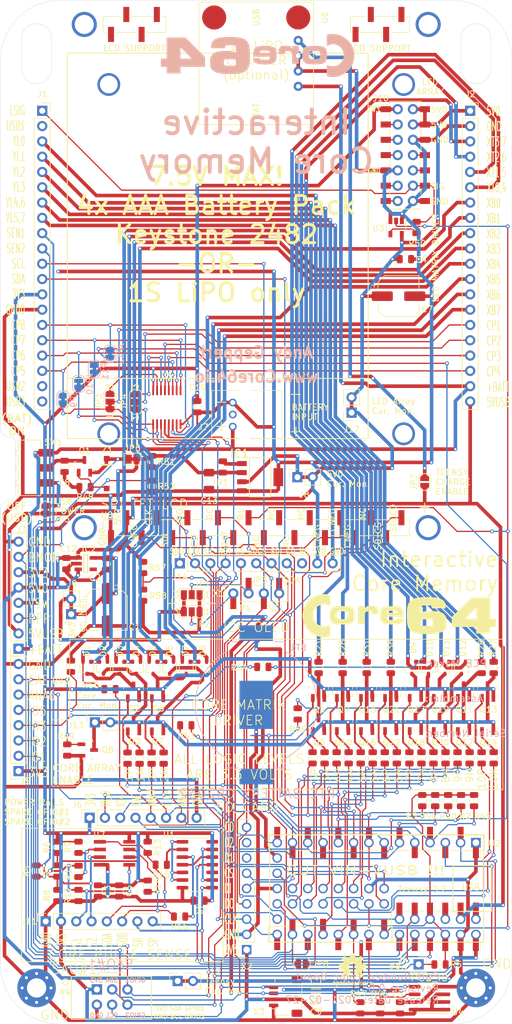
<source format=kicad_pcb>
(kicad_pcb (version 20171130) (host pcbnew "(5.1.2-1)-1")
  (title_block (title "Core 64 - PCB Layout") (date 2020-03-20) (rev 0.3) (company "Andy Geppert - Machine Ideas, LLC"))
  (layers (0 F.Cu signal) (31 B.Cu signal) (34 B.Paste user hide) (35 F.Paste user hide) (36 B.SilkS user) (37 F.SilkS user) (38 B.Mask user hide) (39 F.Mask user hide) (44 Edge.Cuts user))
  (net 0 "")
  (net 1 "Net-(D2-Pad3)")
  (net 2 "Net-(Q2-Pad1)")
  (net 3 -BATT)
  (net 4 XB7)
  (net 5 XB4)
  (net 6 XB6)
  (net 7 XB5)
  (net 8 XB1)
  (net 9 XB2)
  (net 10 XB3)
  (net 11 "Net-(Q3-Pad1)")
  (net 12 I2C_DATA)
  (net 13 I2C_CLOCK)
  (net 14 GNDPWR)
  (net 15 "Net-(Q5-Pad1)")
  (net 16 Q2P)
  (net 17 "Net-(Q6-Pad1)")
  (net 18 "Net-(Q7-Pad1)")
  (net 19 "Net-(Q9-Pad1)")
  (net 20 "Net-(Q10-Pad1)")
  (net 21 "Net-(Q11-Pad1)")
  (net 22 "Net-(Q12-Pad1)")
  (net 23 "Net-(Q13-Pad1)")
  (net 24 Q3P)
  (net 25 Q3N)
  (net 26 Q4P)
  (net 27 Q4N)
  (net 28 Q5P)
  (net 29 Q5N)
  (net 30 Q6P)
  (net 31 Q6N)
  (net 32 YL5)
  (net 33 YL4)
  (net 34 YL3)
  (net 35 YL2)
  (net 36 YL1)
  (net 37 SENSE1)
  (net 38 SENSE2)
  (net 39 "Net-(Q14-Pad1)")
  (net 40 "Net-(Q15-Pad1)")
  (net 41 "Net-(Q16-Pad1)")
  (net 42 "Net-(Q17-Pad1)")
  (net 43 "Net-(Q18-Pad1)")
  (net 44 "Net-(Q19-Pad1)")
  (net 45 "Net-(Q20-Pad1)")
  (net 46 Q10P)
  (net 47 Q10N)
  (net 48 Q9P)
  (net 49 Q9N)
  (net 50 Q7P)
  (net 51 Q7N)
  (net 52 Q8P)
  (net 53 Q8N)
  (net 54 SENSE_PULSE)
  (net 55 "Net-(D10-Pad3)")
  (net 56 "Net-(D11-Pad3)")
  (net 57 "Net-(D12-Pad3)")
  (net 58 +BATT)
  (net 59 SENSE_RESET)
  (net 60 SENSE_OUT_A)
  (net 61 SENSE_OUT_B)
  (net 62 TEENSY_3V3)
  (net 63 SPARE_5)
  (net 64 "Net-(J4-Pad1)")
  (net 65 "Net-(X2-Pad7)")
  (net 66 +VSW)
  (net 67 "Net-(D1-Pad3)")
  (net 68 "Net-(D5-Pad3)")
  (net 69 5V0)
  (net 70 TEENSY_VUSB)
  (net 71 3V3)
  (net 72 "Net-(BT1-Pad1)")
  (net 73 CP5_EN)
  (net 74 CP6_EN)
  (net 75 CP7_EN)
  (net 76 CP8_EN)
  (net 77 CP4_EN)
  (net 78 CP3_EN)
  (net 79 CP2_EN)
  (net 80 CP1_EN)
  (net 81 XT0,4)
  (net 82 XT1,5)
  (net 83 XT2,6)
  (net 84 XT3,7)
  (net 85 "Net-(J10-Pad13)")
  (net 86 "Net-(J10-Pad10)")
  (net 87 "Net-(J10-Pad8)")
  (net 88 "Net-(J10-Pad11)")
  (net 89 "Net-(J10-Pad7)")
  (net 90 "Net-(J10-Pad5)")
  (net 91 SPI_SDI)
  (net 92 SPI_SDO)
  (net 93 SPI_CLK)
  (net 94 SPARE_ADC_DAC)
  (net 95 SD_SPI_CD)
  (net 96 OLED_SPI_CS)
  (net 97 OLED_SPI_DC)
  (net 98 "Net-(R50-Pad2)")
  (net 99 SPARE_ANA_7)
  (net 100 "Net-(X2-Pad8)")
  (net 101 "Net-(U8-Pad15)")
  (net 102 "Net-(U8-Pad18)")
  (net 103 "Net-(U8-Pad14)")
  (net 104 "Net-(U8-Pad11)")
  (net 105 "Net-(U8-Pad12)")
  (net 106 "Net-(U8-Pad13)")
  (net 107 IR_OUT)
  (net 108 "Net-(U8-Pad23)")
  (net 109 "Net-(U8-Pad21)")
  (net 110 "Net-(U8-Pad24)")
  (net 111 "Net-(U8-Pad38)")
  (net 112 "Net-(U8-Pad40)")
  (net 113 "Net-(U8-Pad37)")
  (net 114 "Net-(U8-Pad22)")
  (net 115 "Net-(U8-Pad39)")
  (net 116 "Net-(J10-Pad3)")
  (net 117 "Net-(C8-Pad1)")
  (net 118 SPARE_ANA_8)
  (net 119 +RPP)
  (net 120 Q1N)
  (net 121 "Net-(Q4-Pad1)")
  (net 122 "Net-(J7-Pad2)")
  (net 123 "Net-(JP1-Pad2)")
  (net 124 "Net-(JP2-Pad2)")
  (net 125 "Net-(JP3-Pad3)")
  (net 126 "Net-(JP4-Pad3)")
  (net 127 "Net-(Q21-Pad1)")
  (net 128 "Net-(R11-Pad1)")
  (net 129 "Net-(U1-Pad13)")
  (net 130 "Net-(U1-Pad12)")
  (net 131 "Net-(U1-Pad1)")
  (net 132 HS2)
  (net 133 HS1)
  (net 134 HS4)
  (net 135 LR0_MON)
  (net 136 BC0_MON)
  (net 137 5V0_MON)
  (net 138 TC0_MON)
  (net 139 RR0_MON)
  (net 140 BAT_MON)
  (net 141 SPARE_ANA_6)
  (net 142 "Net-(Q1-Pad1)")
  (net 143 LED_MATRIX_5V0_SIG)
  (net 144 LED_MATRIX_3V3_SIG)
  (net 145 "Net-(D6-Pad3)")
  (net 146 "Net-(D9-Pad3)")
  (net 147 "Net-(IC1-Pad1)")
  (net 148 "Net-(IC2-Pad4)")
  (net 149 "Net-(J1-Pad2)")
  (net 150 "Net-(J1-Pad19)")
  (net 151 "Net-(J1-Pad20)")
  (net 152 "Net-(J14-Pad9)")
  (net 153 "Net-(JP5-Pad1)")
  (net 154 "Net-(JP7-Pad2)")
  (net 155 "Net-(Q10-Pad3)")
  (net 156 "Net-(Q13-Pad3)")
  (net 157 "Net-(Q15-Pad3)")
  (net 158 "Net-(Q21-Pad3)")
  (net 159 "Net-(Q22-Pad1)")
  (net 160 "Net-(R6-Pad2)")
  (net 161 "Net-(R15-Pad1)")
  (net 162 "Net-(R16-Pad1)")
  (module Connector_PinHeader_2.54mm:PinHeader_2x07_P2.54mm_Vertical_SMD_and_TH (layer F.Cu) (at 0 0.5)
    (fp_text reference J10 (at 20.7 -26.7) (layer F.SilkS))
    (fp_text value TSM-106-03-T-DV‎)
    (pad "" thru_hole circle (at 24.5 29) (size 3.8 3.8) (drill 2.95) (layers *.Cu *.Mask))
    (pad "" thru_hole circle (at -24.5 29) (size 3.8 3.8) (drill 2.95) (layers *.Cu *.Mask))
    (pad "" thru_hole circle (at -24.5 -29) (size 3.8 3.8) (drill 2.95) (layers *.Cu *.Mask))
    (pad "" thru_hole circle (at 24.5 -29) (size 3.8 3.8) (drill 2.95) (layers *.Cu *.Mask))
    (pad 14 smd rect (at 28.0308 -9.654) (size 1.7 1) (layers F.Cu F.Paste F.Mask) (net 3 -BATT))
    (pad 13 smd rect (at 21.5308 -9.654) (size 1.7 1) (layers F.Cu F.Paste F.Mask) (net 85 "Net-(J10-Pad13)"))
    (pad 14 thru_hole circle (at 26.0508 -9.654) (size 1.7 1.7) (drill 1) (layers *.Cu *.Mask) (net 3 -BATT))
    (pad 13 thru_hole circle (at 23.5108 -9.654) (size 1.7 1.7) (drill 1) (layers *.Cu *.Mask) (net 85 "Net-(J10-Pad13)"))
    (pad 12 thru_hole circle (at 26.0508 -12.194) (size 1.7 1.7) (drill 1) (layers *.Cu *.Mask) (net 143 LED_MATRIX_5V0_SIG))
    (pad 10 thru_hole circle (at 26.0508 -14.734) (size 1.7 1.7) (drill 1) (layers *.Cu *.Mask) (net 86 "Net-(J10-Pad10)"))
    (pad 8 thru_hole circle (at 26.0508 -17.274) (size 1.7 1.7) (drill 1) (layers *.Cu *.Mask) (net 87 "Net-(J10-Pad8)"))
    (pad 6 thru_hole circle (at 26.0508 -19.814) (size 1.7 1.7) (drill 1) (layers *.Cu *.Mask) (net 3 -BATT))
    (pad 4 thru_hole circle (at 26.0508 -22.354) (size 1.7 1.7) (drill 1) (layers *.Cu *.Mask) (net 69 5V0))
    (pad 2 thru_hole circle (at 26.0508 -24.894) (size 1.7 1.7) (drill 1) (layers *.Cu *.Mask) (net 69 5V0))
    (pad 11 thru_hole circle (at 23.5108 -12.194) (size 1.7 1.7) (drill 1) (layers *.Cu *.Mask) (net 88 "Net-(J10-Pad11)"))
    (pad 9 thru_hole circle (at 23.5108 -14.734) (size 1.7 1.7) (drill 1) (layers *.Cu *.Mask) (net 3 -BATT))
    (pad 7 thru_hole circle (at 23.5108 -17.274) (size 1.7 1.7) (drill 1) (layers *.Cu *.Mask) (net 89 "Net-(J10-Pad7)"))
    (pad 5 thru_hole circle (at 23.5108 -19.814) (size 1.7 1.7) (drill 1) (layers *.Cu *.Mask) (net 90 "Net-(J10-Pad5)"))
    (pad 3 thru_hole circle (at 23.5108 -22.354) (size 1.7 1.7) (drill 1) (layers *.Cu *.Mask) (net 116 "Net-(J10-Pad3)"))
    (pad 1 thru_hole circle (at 23.5108 -24.894) (size 1.7 1.7) (drill 1) (layers *.Cu *.Mask) (net 71 3V3))
    (pad 12 smd rect (at 28.0308 -12.194) (size 1.7 1) (layers F.Cu F.Paste F.Mask) (net 143 LED_MATRIX_5V0_SIG))
    (pad 11 smd rect (at 21.5308 -12.194) (size 1.7 1) (layers F.Cu F.Paste F.Mask) (net 88 "Net-(J10-Pad11)"))
    (pad 10 smd rect (at 28.0308 -14.734) (size 1.7 1) (layers F.Cu F.Paste F.Mask) (net 86 "Net-(J10-Pad10)"))
    (pad 9 smd rect (at 21.5308 -14.734) (size 1.7 1) (layers F.Cu F.Paste F.Mask) (net 3 -BATT))
    (pad 8 smd rect (at 28.0308 -17.274) (size 1.7 1) (layers F.Cu F.Paste F.Mask) (net 87 "Net-(J10-Pad8)"))
    (pad 7 smd rect (at 21.5308 -17.274) (size 1.7 1) (layers F.Cu F.Paste F.Mask) (net 89 "Net-(J10-Pad7)"))
    (pad 6 smd rect (at 28.0308 -19.814) (size 1.7 1) (layers F.Cu F.Paste F.Mask) (net 3 -BATT))
    (pad 5 smd rect (at 21.5308 -19.814) (size 1.7 1) (layers F.Cu F.Paste F.Mask) (net 90 "Net-(J10-Pad5)"))
    (pad 4 smd rect (at 28.0308 -22.354) (size 1.7 1) (layers F.Cu F.Paste F.Mask) (net 69 5V0))
    (pad 3 smd rect (at 21.5308 -22.354) (size 1.7 1) (layers F.Cu F.Paste F.Mask) (net 116 "Net-(J10-Pad3)"))
    (pad 2 smd rect (at 28.0308 -24.894) (size 1.7 1) (layers F.Cu F.Paste F.Mask) (net 69 5V0))
    (pad 1 smd rect (at 21.5308 -24.894) (size 1.7 1) (layers F.Cu F.Paste F.Mask) (net 71 3V3))
  )
  (module JST_S03B-PASK-2_LF__SN_:S03BPASK2LFSN_.075in_holes (layer F.Cu) (at -3.9 28.3 270)
    (fp_text reference J7 (at 0.1 4.9 180) (layer F.SilkS))
    (fp_text value S03B-PASK-2_LF__SN_ hide)
    (pad "" np_thru_hole circle (at 1.5 -2.1 270) (size 1.905 1.905) (drill 1.905) (layers *.Cu *.Mask))
    (pad "" np_thru_hole circle (at -5.5 -2.1 270) (size 1.905 1.905) (drill 1.905) (layers *.Cu *.Mask))
    (pad 3 thru_hole circle (at -4 0 270) (size 1.3 1.3) (drill 0.8) (layers *.Cu *.Mask) (net 3 -BATT))
    (pad 2 thru_hole circle (at -2 0 270) (size 1.3 1.3) (drill 0.8) (layers *.Cu *.Mask) (net 122 "Net-(J7-Pad2)"))
    (pad 1 thru_hole circle (at 0 0 270) (size 1.3 1.3) (drill 0.8) (layers *.Cu *.Mask) (net 58 +BATT))
  )
  (module Adafruit_3.2_TFT:Adafruit_3.2_TFT_Dual_PinHeader_1x20_P2.54mm_Vertical_SMD_Pin1Left (layer F.Cu) (at 0 45.085)
    (fp_text reference U8 (at -24.8 -2.085 180) (layer F.SilkS))
    (fp_text value Adafruit_3.2_TFT_1743)
    (pad "" thru_hole circle (at 28.575 0) (size 4.175 4.175) (drill 3.175) (layers *.Cu *.Mask))
    (pad "" thru_hole circle (at -28.575 0) (size 4.175 4.175) (drill 3.175) (layers *.Cu *.Mask))
    (pad "" thru_hole circle (at 28.575 -83.55) (size 4.175 4.175) (drill 3.175) (layers *.Cu *.Mask))
    (pad "" thru_hole circle (at -28.575 -83.55) (size 4.175 4.175) (drill 3.175) (layers *.Cu *.Mask))
    (pad 23 smd rect (at 19.05 -85.205 90) (size 2.51 1) (layers F.Cu F.Paste F.Mask) (net 108 "Net-(U8-Pad23)"))
    (pad 21 smd rect (at 24.13 -85.205 90) (size 2.51 1) (layers F.Cu F.Paste F.Mask) (net 109 "Net-(U8-Pad21)"))
    (pad 24 smd rect (at 16.51 -81.895 90) (size 2.51 1) (layers F.Cu F.Paste F.Mask) (net 110 "Net-(U8-Pad24)"))
    (pad 38 smd rect (at -19.05 -81.895 90) (size 2.51 1) (layers F.Cu F.Paste F.Mask) (net 111 "Net-(U8-Pad38)"))
    (pad 40 smd rect (at -24.13 -81.895 90) (size 2.51 1) (layers F.Cu F.Paste F.Mask) (net 112 "Net-(U8-Pad40)"))
    (pad 37 smd rect (at -16.51 -85.205 90) (size 2.51 1) (layers F.Cu F.Paste F.Mask) (net 113 "Net-(U8-Pad37)"))
    (pad 22 smd rect (at 21.59 -81.895 90) (size 2.51 1) (layers F.Cu F.Paste F.Mask) (net 114 "Net-(U8-Pad22)"))
    (pad 39 smd rect (at -21.59 -85.205 90) (size 2.51 1) (layers F.Cu F.Paste F.Mask) (net 115 "Net-(U8-Pad39)"))
    (pad 20 smd rect (at 24.13 -1.655 90) (size 2.51 1) (layers F.Cu F.Paste F.Mask) (net 95 SD_SPI_CD))
    (pad 18 smd rect (at 19.05 -1.655 90) (size 2.51 1) (layers F.Cu F.Paste F.Mask) (net 102 "Net-(U8-Pad18)"))
    (pad 16 smd rect (at 13.97 -1.655 90) (size 2.51 1) (layers F.Cu F.Paste F.Mask) (net 101 "Net-(U8-Pad15)"))
    (pad 14 smd rect (at 8.89 -1.655 90) (size 2.51 1) (layers F.Cu F.Paste F.Mask) (net 103 "Net-(U8-Pad14)"))
    (pad 12 smd rect (at 3.81 -1.655 90) (size 2.51 1) (layers F.Cu F.Paste F.Mask) (net 105 "Net-(U8-Pad12)"))
    (pad 10 smd rect (at -1.27 -1.655 90) (size 2.51 1) (layers F.Cu F.Paste F.Mask) (net 144 LED_MATRIX_3V3_SIG))
    (pad 8 smd rect (at -6.35 -1.655 90) (size 2.51 1) (layers F.Cu F.Paste F.Mask) (net 27 Q4N))
    (pad 6 smd rect (at -11.43 -1.655 90) (size 2.51 1) (layers F.Cu F.Paste F.Mask) (net 92 SPI_SDO))
    (pad 4 smd rect (at -16.51 -1.655 90) (size 2.51 1) (layers F.Cu F.Paste F.Mask) (net 93 SPI_CLK))
    (pad 2 smd rect (at -21.59 -1.655 90) (size 2.51 1) (layers F.Cu F.Paste F.Mask) (net 69 5V0))
    (pad 19 smd rect (at 21.59 1.655 90) (size 2.51 1) (layers F.Cu F.Paste F.Mask) (net 24 Q3P))
    (pad 17 smd rect (at 16.51 1.655 90) (size 2.51 1) (layers F.Cu F.Paste F.Mask) (net 101 "Net-(U8-Pad15)"))
    (pad 15 smd rect (at 11.43 1.655 90) (size 2.51 1) (layers F.Cu F.Paste F.Mask) (net 101 "Net-(U8-Pad15)"))
    (pad 13 smd rect (at 6.35 1.655 90) (size 2.51 1) (layers F.Cu F.Paste F.Mask) (net 106 "Net-(U8-Pad13)"))
    (pad 11 smd rect (at 1.27 1.655 90) (size 2.51 1) (layers F.Cu F.Paste F.Mask) (net 104 "Net-(U8-Pad11)"))
    (pad 9 smd rect (at -3.81 1.655 90) (size 2.51 1) (layers F.Cu F.Paste F.Mask) (net 63 SPARE_5))
    (pad 7 smd rect (at -8.89 1.655 90) (size 2.51 1) (layers F.Cu F.Paste F.Mask) (net 26 Q4P))
    (pad 5 smd rect (at -13.97 1.655 90) (size 2.51 1) (layers F.Cu F.Paste F.Mask) (net 91 SPI_SDI))
    (pad 3 smd rect (at -19.05 1.655 90) (size 2.51 1) (layers F.Cu F.Paste F.Mask) (net 101 "Net-(U8-Pad15)"))
    (pad 1 smd rect (at -24.13 1.655 90) (size 2.51 1) (layers F.Cu F.Paste F.Mask) (net 3 -BATT))
  )
  (module Teensy:Teensy30_31_32_LC_SMD_SOCKETS (layer F.Cu) (at 20 105 180)
    (fp_text reference U2 (at -19.6 7.5) (layer F.SilkS))
    (fp_text value Teensy3.2)
    (fp_text user "CUT VIN-VUSB !!!" (at 1.9 3 180) (layer F.SilkS) (effects (font (size 1.5 2) (thickness 0.2))))
    (fp_text user USB (at -15.7 0.2 180) (layer F.SilkS))
    (fp_text user "Teensy 3.2" (at -7.6 -0.1 180) (layer F.SilkS))
    (pad NC thru_hole circle (at -16.51 -5.08 180) (size 1.6 1.6) (drill 1.1) (layers *.Cu *.Mask))
    (pad NC thru_hole circle (at -11.43 -5.08 180) (size 1.6 1.6) (drill 1.1) (layers *.Cu *.Mask))
    (pad 17 thru_hole circle (at 16.51 0 180) (size 1.6 1.6) (drill 1.1) (layers *.Cu *.Mask) (net 3 -BATT))
    (pad 18 thru_hole circle (at 16.51 -2.54 180) (size 1.6 1.6) (drill 1.1) (layers *.Cu *.Mask) (net 64 "Net-(J4-Pad1)"))
    (pad 19 thru_hole circle (at 16.51 -5.08 180) (size 1.6 1.6) (drill 1.1) (layers *.Cu *.Mask) (net 94 SPARE_ADC_DAC))
    (pad 20 thru_hole circle (at 16.51 -7.62 180) (size 1.6 1.6) (drill 1.1) (layers *.Cu *.Mask) (net 93 SPI_CLK))
    (pad 16 thru_hole circle (at 16.51 2.54 180) (size 1.6 1.6) (drill 1.1) (layers *.Cu *.Mask) (net 62 TEENSY_3V3))
    (pad 15 thru_hole circle (at 16.51 5.08 180) (size 1.6 1.6) (drill 1.1) (layers *.Cu *.Mask) (net 72 "Net-(BT1-Pad1)"))
    (pad 14 thru_hole circle (at 16.51 7.62 180) (size 1.6 1.6) (drill 1.1) (layers *.Cu *.Mask) (net 91 SPI_SDI))
    (pad 21 thru_hole circle (at 13.97 -7.62 180) (size 1.6 1.6) (drill 1.1) (layers *.Cu *.Mask) (net 137 5V0_MON))
    (pad 22 thru_hole circle (at 11.43 -7.62 180) (size 1.6 1.6) (drill 1.1) (layers *.Cu *.Mask) (net 63 SPARE_5))
    (pad 23 thru_hole circle (at 8.89 -7.62 180) (size 1.6 1.6) (drill 1.1) (layers *.Cu *.Mask) (net 28 Q5P))
    (pad 24 thru_hole circle (at 6.35 -7.62 180) (size 1.6 1.6) (drill 1.1) (layers *.Cu *.Mask) (net 29 Q5N))
    (pad 25 thru_hole circle (at 3.81 -7.62 180) (size 1.6 1.6) (drill 1.1) (layers *.Cu *.Mask) (net 12 I2C_DATA))
    (pad 26 thru_hole circle (at 1.27 -7.62 180) (size 1.6 1.6) (drill 1.1) (layers *.Cu *.Mask) (net 13 I2C_CLOCK))
    (pad 27 thru_hole circle (at -1.27 -7.62 180) (size 1.6 1.6) (drill 1.1) (layers *.Cu *.Mask) (net 144 LED_MATRIX_3V3_SIG))
    (pad 28 thru_hole circle (at -3.81 -7.62 180) (size 1.6 1.6) (drill 1.1) (layers *.Cu *.Mask) (net 59 SENSE_RESET))
    (pad 29 thru_hole circle (at -6.35 -7.62 180) (size 1.6 1.6) (drill 1.1) (layers *.Cu *.Mask) (net 54 SENSE_PULSE))
    (pad 30 thru_hole circle (at -8.89 -7.62 180) (size 1.6 1.6) (drill 1.1) (layers *.Cu *.Mask) (net 97 OLED_SPI_DC))
    (pad 31 thru_hole circle (at -11.43 -7.62 180) (size 1.6 1.6) (drill 1.1) (layers *.Cu *.Mask) (net 62 TEENSY_3V3))
    (pad 32 thru_hole circle (at -13.97 -7.62 180) (size 1.6 1.6) (drill 1.1) (layers *.Cu *.Mask) (net 3 -BATT))
    (pad 33 thru_hole circle (at -16.51 -7.62 180) (size 1.6 1.6) (drill 1.1) (layers *.Cu *.Mask) (net 69 5V0))
    (pad 34 thru_hole circle (at -13.97 -5.08 180) (size 1.6 1.6) (drill 1.1) (layers *.Cu *.Mask) (net 70 TEENSY_VUSB))
    (pad 35 thru_hole circle (at -8.89 -5.08 180) (size 1.6 1.6) (drill 1.1) (layers *.Cu *.Mask) (net 62 TEENSY_3V3))
    (pad 36 thru_hole circle (at -6.35 -5.08 180) (size 1.6 1.6) (drill 1.1) (layers *.Cu *.Mask) (net 140 BAT_MON))
    (pad 37 thru_hole circle (at -3.81 -5.08 180) (size 1.6 1.6) (drill 1.1) (layers *.Cu *.Mask) (net 141 SPARE_ANA_6))
    (pad 13 thru_hole circle (at 13.97 7.62 180) (size 1.6 1.6) (drill 1.1) (layers *.Cu *.Mask) (net 92 SPI_SDO))
    (pad 12 thru_hole circle (at 11.43 7.62 180) (size 1.6 1.6) (drill 1.1) (layers *.Cu *.Mask) (net 134 HS4))
    (pad 11 thru_hole circle (at 8.89 7.62 180) (size 1.6 1.6) (drill 1.1) (layers *.Cu *.Mask) (net 27 Q4N))
    (pad 10 thru_hole circle (at 6.35 7.62 180) (size 1.6 1.6) (drill 1.1) (layers *.Cu *.Mask) (net 26 Q4P))
    (pad 9 thru_hole circle (at 3.81 7.62 180) (size 1.6 1.6) (drill 1.1) (layers *.Cu *.Mask) (net 25 Q3N))
    (pad 8 thru_hole circle (at 1.27 7.62 180) (size 1.6 1.6) (drill 1.1) (layers *.Cu *.Mask) (net 24 Q3P))
    (pad 7 thru_hole circle (at -1.27 7.62 180) (size 1.6 1.6) (drill 1.1) (layers *.Cu *.Mask) (net 107 IR_OUT))
    (pad 6 thru_hole circle (at -3.81 7.62 180) (size 1.6 1.6) (drill 1.1) (layers *.Cu *.Mask) (net 16 Q2P))
    (pad 5 thru_hole circle (at -6.35 7.62 180) (size 1.6 1.6) (drill 1.1) (layers *.Cu *.Mask) (net 120 Q1N))
    (pad 4 thru_hole circle (at -8.89 7.62 180) (size 1.6 1.6) (drill 1.1) (layers *.Cu *.Mask) (net 96 OLED_SPI_CS))
    (pad 3 thru_hole circle (at -11.43 7.62 180) (size 1.6 1.6) (drill 1.1) (layers *.Cu *.Mask) (net 132 HS2))
    (pad 2 thru_hole circle (at -13.97 7.62 180) (size 1.6 1.6) (drill 1.1) (layers *.Cu *.Mask) (net 133 HS1))
    (pad 1 thru_hole rect (at -16.51 7.62 180) (size 1.6 1.6) (drill 1.1) (layers *.Cu *.Mask) (net 3 -BATT))
    (pad 38 thru_hole circle (at -1.27 0 180) (size 1.6 1.6) (drill 1.1) (layers *.Cu *.Mask) (net 99 SPARE_ANA_7))
    (pad 39 thru_hole circle (at 1.27 0 180) (size 1.6 1.6) (drill 1.1) (layers *.Cu *.Mask) (net 3 -BATT))
    (pad 40 thru_hole circle (at 3.81 0 180) (size 1.6 1.6) (drill 1.1) (layers *.Cu *.Mask) (net 30 Q6P))
    (pad 41 thru_hole circle (at 6.35 0 180) (size 1.6 1.6) (drill 1.1) (layers *.Cu *.Mask) (net 31 Q6N))
    (pad 42 thru_hole circle (at 8.89 0 180) (size 1.6 1.6) (drill 1.1) (layers *.Cu *.Mask) (net 50 Q7P))
    (pad 43 thru_hole circle (at 11.43 0 180) (size 1.6 1.6) (drill 1.1) (layers *.Cu *.Mask) (net 51 Q7N))
    (pad 44 thru_hole circle (at 13.97 0 180) (size 1.6 1.6) (drill 1.1) (layers *.Cu *.Mask) (net 52 Q8P))
    (pad 45 thru_hole circle (at 13.97 -2.54 180) (size 1.6 1.6) (drill 1.1) (layers *.Cu *.Mask) (net 53 Q8N))
    (pad 46 thru_hole circle (at 11.43 -2.54 180) (size 1.6 1.6) (drill 1.1) (layers *.Cu *.Mask) (net 48 Q9P))
    (pad 47 thru_hole circle (at 8.89 -2.54 180) (size 1.6 1.6) (drill 1.1) (layers *.Cu *.Mask) (net 49 Q9N))
    (pad 48 thru_hole circle (at 6.35 -2.54 180) (size 1.6 1.6) (drill 1.1) (layers *.Cu *.Mask) (net 46 Q10P))
    (pad 49 thru_hole circle (at 3.81 -2.54 180) (size 1.6 1.6) (drill 1.1) (layers *.Cu *.Mask) (net 47 Q10N))
    (pad 50 thru_hole circle (at 1.27 -2.54 180) (size 1.6 1.6) (drill 1.1) (layers *.Cu *.Mask) (net 62 TEENSY_3V3))
    (pad 51 thru_hole circle (at -1.27 -2.54 180) (size 1.6 1.6) (drill 1.1) (layers *.Cu *.Mask) (net 118 SPARE_ANA_8))
    (pad 29 smd rect (at -6.34 -8.87 270) (size 3 1) (layers F.Cu F.Paste F.Mask) (net 54 SENSE_PULSE))
    (pad 32 smd rect (at -13.96 -8.87 270) (size 3 1) (layers F.Cu F.Paste F.Mask) (net 3 -BATT))
    (pad 28 smd rect (at -3.8 -8.87 270) (size 3 1) (layers F.Cu F.Paste F.Mask) (net 59 SENSE_RESET))
    (pad 34 smd rect (at -13.96 -3.83 270) (size 3 1) (layers F.Cu F.Paste F.Mask) (net 70 TEENSY_VUSB))
    (pad 33 smd rect (at -16.5 -8.87 270) (size 3 1) (layers F.Cu F.Paste F.Mask) (net 69 5V0))
    (pad 37 smd rect (at -3.8 -3.83 270) (size 3 1) (layers F.Cu F.Paste F.Mask) (net 141 SPARE_ANA_6))
    (pad NC smd rect (at -16.5 -3.83 270) (size 3 1) (layers F.Cu F.Paste F.Mask))
    (pad 36 smd rect (at -6.34 -3.83 270) (size 3 1) (layers F.Cu F.Paste F.Mask) (net 140 BAT_MON))
    (pad 35 smd rect (at -8.88 -3.83 270) (size 3 1) (layers F.Cu F.Paste F.Mask) (net 62 TEENSY_3V3))
    (pad 30 smd rect (at -8.88 -8.87 270) (size 3 1) (layers F.Cu F.Paste F.Mask) (net 97 OLED_SPI_DC))
    (pad 31 smd rect (at -11.42 -8.87 270) (size 3 1) (layers F.Cu F.Paste F.Mask) (net 62 TEENSY_3V3))
    (pad NC smd rect (at -11.42 -3.83 270) (size 3 1) (layers F.Cu F.Paste F.Mask))
    (pad 6 smd rect (at -3.81 9.3 270) (size 1.9 1) (layers F.Cu F.Paste F.Mask) (net 16 Q2P))
    (pad 4 smd rect (at -8.89 9.3 270) (size 1.9 1) (layers F.Cu F.Paste F.Mask) (net 96 OLED_SPI_CS))
    (pad 10 smd rect (at 6.35 9.3 270) (size 1.9 1) (layers F.Cu F.Paste F.Mask) (net 26 Q4P))
    (pad 8 smd rect (at 1.27 9.3 270) (size 1.9 1) (layers F.Cu F.Paste F.Mask) (net 24 Q3P))
    (pad 12 smd rect (at 11.43 9.3 270) (size 1.9 1) (layers F.Cu F.Paste F.Mask) (net 134 HS4))
    (pad 2 smd rect (at -13.97 9.3 270) (size 1.9 1) (layers F.Cu F.Paste F.Mask) (net 133 HS1))
    (pad 14 smd rect (at 16.51 9.3 270) (size 1.9 1) (layers F.Cu F.Paste F.Mask) (net 91 SPI_SDI))
    (pad 5 smd rect (at -6.35 6 270) (size 1.9 1) (layers F.Cu F.Paste F.Mask) (net 120 Q1N))
    (pad 11 smd rect (at 8.89 6 270) (size 1.9 1) (layers F.Cu F.Paste F.Mask) (net 27 Q4N))
    (pad 9 smd rect (at 3.81 6 270) (size 1.9 1) (layers F.Cu F.Paste F.Mask) (net 25 Q3N))
    (pad 7 smd rect (at -1.27 6 270) (size 1.9 1) (layers F.Cu F.Paste F.Mask) (net 107 IR_OUT))
    (pad 13 smd rect (at 13.97 6 270) (size 1.9 1) (layers F.Cu F.Paste F.Mask) (net 92 SPI_SDO))
    (pad 1 smd rect (at -16.51 6 270) (size 1.9 1) (layers F.Cu F.Paste F.Mask) (net 3 -BATT))
    (pad 3 smd rect (at -11.43 6 270) (size 1.9 1) (layers F.Cu F.Paste F.Mask) (net 132 HS2))
    (pad 25 smd rect (at 3.815 -5.975 270) (size 1.9 1) (layers F.Cu F.Paste F.Mask) (net 12 I2C_DATA))
    (pad 23 smd rect (at 8.895 -5.975 270) (size 1.9 1) (layers F.Cu F.Paste F.Mask) (net 28 Q5P))
    (pad 21 smd rect (at 13.975 -5.975 270) (size 1.9 1) (layers F.Cu F.Paste F.Mask) (net 137 5V0_MON))
    (pad 22 smd rect (at 11.435 -9.275 270) (size 1.9 1) (layers F.Cu F.Paste F.Mask) (net 63 SPARE_5))
    (pad 24 smd rect (at 6.355 -9.275 270) (size 1.9 1) (layers F.Cu F.Paste F.Mask) (net 29 Q5N))
    (pad 27 smd rect (at -1.265 -5.975 270) (size 1.9 1) (layers F.Cu F.Paste F.Mask) (net 144 LED_MATRIX_3V3_SIG))
    (pad 20 smd rect (at 16.515 -9.275 270) (size 1.9 1) (layers F.Cu F.Paste F.Mask) (net 93 SPI_CLK))
    (pad 26 smd rect (at 1.275 -9.275 270) (size 1.9 1) (layers F.Cu F.Paste F.Mask) (net 13 I2C_CLOCK))
  )
  (module Digikey:TSSOP-16-W4.40mm (layer F.Cu) (at -14.85 25.1)
    (fp_text reference U5 (at 0 -5.2) (layer F.SilkS))
    (fp_text value 74HC238)
    (pad 15 smd rect (at -1.625 -2.8) (size 0.3 1.6) (layers F.Cu F.Paste F.Mask) (net 125 "Net-(JP3-Pad3)"))
    (pad 14 smd rect (at -0.975 -2.8) (size 0.3 1.6) (layers F.Cu F.Paste F.Mask) (net 126 "Net-(JP4-Pad3)"))
    (pad 13 smd rect (at -0.325 -2.8) (size 0.3 1.6) (layers F.Cu F.Paste F.Mask) (net 78 CP3_EN))
    (pad 12 smd rect (at 0.325 -2.8) (size 0.3 1.6) (layers F.Cu F.Paste F.Mask) (net 77 CP4_EN))
    (pad 11 smd rect (at 0.975 -2.8) (size 0.3 1.6) (layers F.Cu F.Paste F.Mask) (net 73 CP5_EN))
    (pad 10 smd rect (at 1.625 -2.8) (size 0.3 1.6) (layers F.Cu F.Paste F.Mask) (net 74 CP6_EN))
    (pad 9 smd rect (at 2.275 -2.8) (size 0.3 1.6) (layers F.Cu F.Paste F.Mask) (net 75 CP7_EN))
    (pad 8 smd rect (at 2.275 2.8) (size 0.3 1.6) (layers F.Cu F.Paste F.Mask) (net 3 -BATT))
    (pad 7 smd rect (at 1.625 2.8) (size 0.3 1.6) (layers F.Cu F.Paste F.Mask) (net 76 CP8_EN))
    (pad 6 smd rect (at 0.975 2.8) (size 0.3 1.6) (layers F.Cu F.Paste F.Mask) (net 71 3V3))
    (pad 5 smd rect (at 0.325 2.8) (size 0.3 1.6) (layers F.Cu F.Paste F.Mask) (net 3 -BATT))
    (pad 4 smd rect (at -0.325 2.8) (size 0.3 1.6) (layers F.Cu F.Paste F.Mask) (net 3 -BATT))
    (pad 3 smd rect (at -0.975 2.8) (size 0.3 1.6) (layers F.Cu F.Paste F.Mask) (net 137 5V0_MON))
    (pad 2 smd rect (at -1.625 2.8) (size 0.3 1.6) (layers F.Cu F.Paste F.Mask) (net 132 HS2))
    (pad 16 smd rect (at -2.275 -2.8) (size 0.3 1.6) (layers F.Cu F.Paste F.Mask) (net 71 3V3))
    (pad 1 smd rect (at -2.275 2.8) (size 0.3 1.6) (layers F.Cu F.Paste F.Mask) (net 133 HS1))
  )
  (module Button_Switch_SMD:SW_SPDT_CK-JS102011SAQN_Core64_Recessed (layer F.Cu) (at -37.685 35.15 270)
    (fp_text reference SW1 (at -4.25 -3.985 180) (layer F.SilkS))
    (fp_text value JS102011SAQN)
    (pad "" np_thru_hole circle (at 3.4 0 270) (size 0.9 0.9) (drill 0.9) (layers *.Cu *.Mask))
    (pad "" np_thru_hole circle (at -3.4 0 270) (size 0.9 0.9) (drill 0.9) (layers *.Cu *.Mask))
    (pad 3 smd rect (at 2.5 -2.75 270) (size 1.25 2.5) (layers F.Cu F.Paste F.Mask) (net 153 "Net-(JP5-Pad1)"))
    (pad 2 smd rect (at 0 -2.75 270) (size 1.25 2.5) (layers F.Cu F.Paste F.Mask) (net 117 "Net-(C8-Pad1)"))
    (pad 1 smd rect (at -2.5 -2.75 270) (size 1.25 2.5) (layers F.Cu F.Paste F.Mask) (net 58 +BATT))
  )
  (module Resistor_SMD:R_0805_2012Metric (layer F.Cu) (at -18.8 56.3 270)
    (fp_text reference R58 (at 0.1 -2.5 180) (layer F.SilkS))
    (fp_text value 11k)
    (pad 2 smd roundrect (at 0.9375 0 270) (size 0.975 1.4) (layers F.Cu F.Paste F.Mask) (net 3 -BATT))
    (pad 1 smd roundrect (at -0.9375 0 270) (size 0.975 1.4) (layers F.Cu F.Paste F.Mask) (net 137 5V0_MON))
  )
  (module Resistor_SMD:R_0805_2012Metric (layer F.Cu) (at -18.8 51.7 270)
    (fp_text reference R57 (at 0 -2.4 180) (layer F.SilkS))
    (fp_text value 11k)
    (pad 2 smd roundrect (at 0.9375 0 270) (size 0.975 1.4) (layers F.Cu F.Paste F.Mask) (net 137 5V0_MON))
    (pad 1 smd roundrect (at -0.9375 0 270) (size 0.975 1.4) (layers F.Cu F.Paste F.Mask) (net 69 5V0))
  )
  (module Resistor_SMD:R_0805_2012Metric (layer F.Cu) (at 6.9 76 90)
    (fp_text reference R56 (at -2.6 0 180) (layer F.SilkS))
    (fp_text value 10k)
    (pad 2 smd roundrect (at 0.9375 0 90) (size 0.975 1.4) (layers F.Cu F.Paste F.Mask) (net 138 TC0_MON))
    (pad 1 smd roundrect (at -0.9375 0 90) (size 0.975 1.4) (layers F.Cu F.Paste F.Mask) (net 141 SPARE_ANA_6))
  )
  (module Resistor_SMD:R_0805_2012Metric (layer F.Cu) (at -24.3 71.9 180)
    (fp_text reference R55 (at 3.2 0.7) (layer F.SilkS))
    (fp_text value 10k)
    (pad 2 smd roundrect (at 0.9375 0 180) (size 0.975 1.4) (layers F.Cu F.Paste F.Mask) (net 136 BC0_MON))
    (pad 1 smd roundrect (at -0.9375 0 180) (size 0.975 1.4) (layers F.Cu F.Paste F.Mask) (net 99 SPARE_ANA_7))
  )
  (module Resistor_SMD:R_0805_2012Metric (layer F.Cu) (at 1.1 68.2)
    (fp_text reference R54 (at -3.9 0.1) (layer F.SilkS))
    (fp_text value 10k)
    (pad 2 smd roundrect (at 0.9375 0) (size 0.975 1.4) (layers F.Cu F.Paste F.Mask) (net 135 LR0_MON))
    (pad 1 smd roundrect (at -0.9375 0) (size 0.975 1.4) (layers F.Cu F.Paste F.Mask) (net 118 SPARE_ANA_8))
  )
  (module Resistor_SMD:R_0805_2012Metric (layer F.Cu) (at -11.7 77.9)
    (fp_text reference R53 (at 0.1 1.8) (layer F.SilkS))
    (fp_text value 10k)
    (pad 2 smd roundrect (at 0.9375 0) (size 0.975 1.4) (layers F.Cu F.Paste F.Mask) (net 139 RR0_MON))
    (pad 1 smd roundrect (at -0.9375 0) (size 0.975 1.4) (layers F.Cu F.Paste F.Mask) (net 94 SPARE_ADC_DAC))
  )
  (module Resistor_SMD:R_0805_2012Metric (layer F.Cu) (at -30.8 68.1 90)
    (fp_text reference R43 (at -2.4 -1.7 180) (layer F.SilkS))
    (fp_text value 10k)
    (pad 2 smd roundrect (at 0.9375 0 90) (size 0.975 1.4) (layers F.Cu F.Paste F.Mask) (net 71 3V3))
    (pad 1 smd roundrect (at -0.9375 0 90) (size 0.975 1.4) (layers F.Cu F.Paste F.Mask) (net 63 SPARE_5))
  )
  (module Jumper:SolderJumper-2_P1.3mm_Bridged_RoundedPad1.0x1.5mm (layer B.Cu) (at -24.3 16.2 90)
    (fp_text reference JP12 (at 0 1.8 90) (layer B.SilkS) (effects (justify mirror)))
    (fp_text value "Hall Switch 4")
    (fp_poly (pts (xy 0.25 0.3) (xy -0.25 0.3) (xy -0.25 -0.3) (xy 0.25 -0.3)) (layer B.Cu) (width 0))
    (pad 1 smd custom (at -0.65 0 90) (size 1 0.5) (layers B.Cu B.Mask) (net 134 HS4) (options (clearance outline) (anchor rect)) (primitives (gr_circle (center 0 -0.25) (end 0.5 -0.25) (width 0)) (gr_circle (center 0 0.25) (end 0.5 0.25) (width 0)) (gr_poly (pts (xy 0 0.75) (xy 0.5 0.75) (xy 0.5 -0.75) (xy 0 -0.75)) (width 0))))
    (pad 2 smd custom (at 0.65 0 90) (size 1 0.5) (layers B.Cu B.Mask) (net 76 CP8_EN) (options (clearance outline) (anchor rect)) (primitives (gr_circle (center 0 -0.25) (end 0.5 -0.25) (width 0)) (gr_circle (center 0 0.25) (end 0.5 0.25) (width 0)) (gr_poly (pts (xy 0 0.75) (xy -0.5 0.75) (xy -0.5 -0.75) (xy 0 -0.75)) (width 0))))
  )
  (module Jumper:SolderJumper-2_P1.3mm_Bridged_RoundedPad1.0x1.5mm (layer B.Cu) (at -26.9 18.7 90)
    (fp_text reference JP11 (at 0 1.8 90) (layer B.SilkS) (effects (justify mirror)))
    (fp_text value "Hall Switch 3")
    (fp_poly (pts (xy 0.25 0.3) (xy -0.25 0.3) (xy -0.25 -0.3) (xy 0.25 -0.3)) (layer B.Cu) (width 0))
    (pad 1 smd custom (at -0.65 0 90) (size 1 0.5) (layers B.Cu B.Mask) (net 137 5V0_MON) (options (clearance outline) (anchor rect)) (primitives (gr_circle (center 0 -0.25) (end 0.5 -0.25) (width 0)) (gr_circle (center 0 0.25) (end 0.5 0.25) (width 0)) (gr_poly (pts (xy 0 0.75) (xy 0.5 0.75) (xy 0.5 -0.75) (xy 0 -0.75)) (width 0))))
    (pad 2 smd custom (at 0.65 0 90) (size 1 0.5) (layers B.Cu B.Mask) (net 75 CP7_EN) (options (clearance outline) (anchor rect)) (primitives (gr_circle (center 0 -0.25) (end 0.5 -0.25) (width 0)) (gr_circle (center 0 0.25) (end 0.5 0.25) (width 0)) (gr_poly (pts (xy 0 0.75) (xy -0.5 0.75) (xy -0.5 -0.75) (xy 0 -0.75)) (width 0))))
  )
  (module Jumper:SolderJumper-2_P1.3mm_Bridged_RoundedPad1.0x1.5mm (layer B.Cu) (at -29.5 21.2 90)
    (fp_text reference JP10 (at 0 1.8 90) (layer B.SilkS) (effects (justify mirror)))
    (fp_text value "Hall Switch 2")
    (fp_poly (pts (xy 0.25 0.3) (xy -0.25 0.3) (xy -0.25 -0.3) (xy 0.25 -0.3)) (layer B.Cu) (width 0))
    (pad 1 smd custom (at -0.65 0 90) (size 1 0.5) (layers B.Cu B.Mask) (net 132 HS2) (options (clearance outline) (anchor rect)) (primitives (gr_circle (center 0 -0.25) (end 0.5 -0.25) (width 0)) (gr_circle (center 0 0.25) (end 0.5 0.25) (width 0)) (gr_poly (pts (xy 0 0.75) (xy 0.5 0.75) (xy 0.5 -0.75) (xy 0 -0.75)) (width 0))))
    (pad 2 smd custom (at 0.65 0 90) (size 1 0.5) (layers B.Cu B.Mask) (net 74 CP6_EN) (options (clearance outline) (anchor rect)) (primitives (gr_circle (center 0 -0.25) (end 0.5 -0.25) (width 0)) (gr_circle (center 0 0.25) (end 0.5 0.25) (width 0)) (gr_poly (pts (xy 0 0.75) (xy -0.5 0.75) (xy -0.5 -0.75) (xy 0 -0.75)) (width 0))))
  )
  (module Jumper:SolderJumper-2_P1.3mm_Bridged_RoundedPad1.0x1.5mm (layer B.Cu) (at -32.1 23.8 90)
    (fp_text reference JP9 (at 0 1.8 90) (layer B.SilkS) (effects (justify mirror)))
    (fp_text value "Hall Switch 1")
    (fp_poly (pts (xy 0.25 0.3) (xy -0.25 0.3) (xy -0.25 -0.3) (xy 0.25 -0.3)) (layer B.Cu) (width 0))
    (pad 1 smd custom (at -0.65 0 90) (size 1 0.5) (layers B.Cu B.Mask) (net 133 HS1) (options (clearance outline) (anchor rect)) (primitives (gr_circle (center 0 -0.25) (end 0.5 -0.25) (width 0)) (gr_circle (center 0 0.25) (end 0.5 0.25) (width 0)) (gr_poly (pts (xy 0 0.75) (xy 0.5 0.75) (xy 0.5 -0.75) (xy 0 -0.75)) (width 0))))
    (pad 2 smd custom (at 0.65 0 90) (size 1 0.5) (layers B.Cu B.Mask) (net 73 CP5_EN) (options (clearance outline) (anchor rect)) (primitives (gr_circle (center 0 -0.25) (end 0.5 -0.25) (width 0)) (gr_circle (center 0 0.25) (end 0.5 0.25) (width 0)) (gr_poly (pts (xy 0 0.75) (xy -0.5 0.75) (xy -0.5 -0.75) (xy 0 -0.75)) (width 0))))
  )
  (module badgelife_sao_v169bis:Badgelife-SAOv169-BADGE-2x3 (layer F.Cu) (at -24 123)
    (fp_text reference X4 (at -7.8 -0.8) (layer F.SilkS))
    (fp_text value SAO_conn_SFH11-NBPC-D03-ST-BK)
    (fp_text user 3V3 (at 8.2 1.906) (layer F.SilkS) (effects (font (size 0.75 0.75))))
    (fp_text user GND (at 8.16 3.248) (layer F.SilkS) (effects (font (size 0.75 0.75))))
    (fp_text user SDA (at 10.6 1.906) (layer F.SilkS) (effects (font (size 0.75 0.75))))
    (fp_text user SCL (at 10.7 3.248) (layer F.SilkS) (effects (font (size 0.75 0.75))))
    (fp_text user GPIO2 (at 13.8 3.248) (layer F.SilkS) (effects (font (size 0.75 0.75))))
    (fp_text user GPIO1 (at 13.8 1.906) (layer F.SilkS) (effects (font (size 0.75 0.75))))
    (fp_text user GPIO1 (at 3.937 -2.794) (layer B.SilkS) (effects (font (size 0.75 0.75)) (justify mirror)))
    (fp_text user GPIO2 (at 3.937 3.048) (layer B.SilkS) (effects (font (size 0.75 0.75)) (justify mirror)))
    (fp_text user SCL (at 0 3.048) (layer B.SilkS) (effects (font (size 0.75 0.75)) (justify mirror)))
    (fp_text user SDA (at 0 -2.794) (layer B.SilkS) (effects (font (size 0.75 0.75)) (justify mirror)))
    (fp_text user GND (at -2.54 3.048) (layer B.SilkS) (effects (font (size 0.75 0.75)) (justify mirror)))
    (fp_text user 3V3 (at -2.54 -2.794) (layer B.SilkS) (effects (font (size 0.75 0.75)) (justify mirror)))
    (pad 2 thru_hole circle (at -2.48 1.29 270) (size 1.7272 1.7272) (drill 1.016) (layers *.Cu *.Mask) (net 3 -BATT))
    (pad 1 thru_hole rect (at -2.48 -1.25 270) (size 1.7272 1.7272) (drill 1.016) (layers *.Cu *.Mask) (net 71 3V3))
    (pad 4 thru_hole oval (at 0.06 1.29 270) (size 1.7272 1.7272) (drill 1.016) (layers *.Cu *.Mask) (net 13 I2C_CLOCK))
    (pad 3 thru_hole oval (at 0.06 -1.25 270) (size 1.7272 1.7272) (drill 1.016) (layers *.Cu *.Mask) (net 12 I2C_DATA))
    (pad 6 thru_hole circle (at 2.6 1.29 270) (size 1.7272 1.7272) (drill 1.016) (layers *.Cu *.Mask) (net 132 HS2))
    (pad 5 thru_hole circle (at 2.6 -1.25 270) (size 1.7272 1.7272) (drill 1.016) (layers *.Cu *.Mask) (net 133 HS1))
  )
  (module Connector_PinSocket_2.54mm:PinSocket_1x08_P2.54mm_Vertical (layer F.Cu) (at -39.5 85.5 180)
    (fp_text reference J5 (at -1.1 -1.7) (layer F.SilkS))
    (fp_text value HEADER_8-PIN_0.1)
    (pad 8 thru_hole oval (at 0 17.78 180) (size 1.7 1.7) (drill 1) (layers *.Cu *.Mask) (net 3 -BATT))
    (pad 7 thru_hole oval (at 0 15.24 180) (size 1.7 1.7) (drill 1) (layers *.Cu *.Mask) (net 97 OLED_SPI_DC))
    (pad 6 thru_hole oval (at 0 12.7 180) (size 1.7 1.7) (drill 1) (layers *.Cu *.Mask) (net 141 SPARE_ANA_6))
    (pad 5 thru_hole oval (at 0 10.16 180) (size 1.7 1.7) (drill 1) (layers *.Cu *.Mask) (net 63 SPARE_5))
    (pad 4 thru_hole oval (at 0 7.62 180) (size 1.7 1.7) (drill 1) (layers *.Cu *.Mask) (net 137 5V0_MON))
    (pad 3 thru_hole oval (at 0 5.08 180) (size 1.7 1.7) (drill 1) (layers *.Cu *.Mask) (net 132 HS2))
    (pad 2 thru_hole oval (at 0 2.54 180) (size 1.7 1.7) (drill 1) (layers *.Cu *.Mask) (net 133 HS1))
    (pad 1 thru_hole rect (at 0 0 180) (size 1.7 1.7) (drill 1) (layers *.Cu *.Mask) (net 71 3V3))
  )
  (module Connector_PinSocket_2.54mm:PinSocket_1x08_P2.54mm_Vertical (layer F.Cu) (at -39.5 65.18 180)
    (fp_text reference J3 (at -0.5 19.78) (layer F.SilkS))
    (fp_text value Conn_01x08_Female)
    (pad 8 thru_hole oval (at 0 17.78 180) (size 1.7 1.7) (drill 1) (layers *.Cu *.Mask) (net 3 -BATT))
    (pad 7 thru_hole oval (at 0 15.24 180) (size 1.7 1.7) (drill 1) (layers *.Cu *.Mask) (net 140 BAT_MON))
    (pad 6 thru_hole oval (at 0 12.7 180) (size 1.7 1.7) (drill 1) (layers *.Cu *.Mask) (net 71 3V3))
    (pad 5 thru_hole oval (at 0 10.16 180) (size 1.7 1.7) (drill 1) (layers *.Cu *.Mask) (net 69 5V0))
    (pad 4 thru_hole oval (at 0 7.62 180) (size 1.7 1.7) (drill 1) (layers *.Cu *.Mask) (net 66 +VSW))
    (pad 3 thru_hole oval (at 0 5.08 180) (size 1.7 1.7) (drill 1) (layers *.Cu *.Mask) (net 119 +RPP))
    (pad 2 thru_hole oval (at 0 2.54 180) (size 1.7 1.7) (drill 1) (layers *.Cu *.Mask) (net 70 TEENSY_VUSB))
    (pad 1 thru_hole rect (at 0 0 180) (size 1.7 1.7) (drill 1) (layers *.Cu *.Mask) (net 58 +BATT))
  )
  (module Connector_PinSocket_2.54mm:PinSocket_1x09_P2.54mm_Vertical (layer F.Cu) (at -1.59 115.16 180)
    (fp_text reference X2 (at 0 -2.77) (layer F.SilkS))
    (fp_text value Header_9-PIN_0.1)
    (pad 9 thru_hole circle (at 0 20.32 270) (size 1.6 1.6) (drill 1.1) (layers *.Cu *.Mask) (net 95 SD_SPI_CD))
    (pad 8 thru_hole circle (at 0 17.78 180) (size 1.6 1.6) (drill 1.1) (layers *.Cu *.Mask) (net 100 "Net-(X2-Pad8)"))
    (pad 7 thru_hole circle (at 0 15.24 180) (size 1.6 1.6) (drill 1.1) (layers *.Cu *.Mask) (net 65 "Net-(X2-Pad7)"))
    (pad 6 thru_hole circle (at 0 12.7 180) (size 1.6 1.6) (drill 1.1) (layers *.Cu *.Mask) (net 24 Q3P))
    (pad 5 thru_hole circle (at 0 10.16 180) (size 1.6 1.6) (drill 1.1) (layers *.Cu *.Mask) (net 92 SPI_SDO))
    (pad 4 thru_hole circle (at 0 7.62 180) (size 1.6 1.6) (drill 1.1) (layers *.Cu *.Mask) (net 91 SPI_SDI))
    (pad 3 thru_hole circle (at 0 5.08 180) (size 1.6 1.6) (drill 1.1) (layers *.Cu *.Mask) (net 93 SPI_CLK))
    (pad 2 thru_hole circle (at 0 2.54 180) (size 1.6 1.6) (drill 1.1) (layers *.Cu *.Mask) (net 3 -BATT))
    (pad 1 thru_hole rect (at 0 0 180) (size 1.6 1.6) (drill 1.1) (layers *.Cu *.Mask) (net 71 3V3))
  )
  (module Jumper:SolderJumper-3_P1.3mm_Bridged12_RoundedPad1.0x1.5mm_NumberLabels (layer F.Cu) (at -20.05 24.2 90)
    (fp_text reference JP4 (at 0 -1.95 90) (layer F.SilkS))
    (fp_text value SolderJumper_3_Open)
    (fp_poly (pts (xy -0.9 -0.3) (xy -0.4 -0.3) (xy -0.4 0.3) (xy -0.9 0.3)) (layer F.Cu) (width 0))
    (fp_text user 1 (at -2.6 0 90) (layer F.SilkS))
    (fp_text user 3 (at 2.6 0 90) (layer F.SilkS))
    (pad 1 smd custom (at -1.3 0 90) (size 1 0.5) (layers F.Cu F.Mask) (net 132 HS2) (options (clearance outline) (anchor rect)) (primitives (gr_poly (pts (xy 0.55 -0.75) (xy 0 -0.75) (xy 0 0.75) (xy 0.55 0.75)) (width 0)) (gr_circle (center 0 0.25) (end 0.5 0.25) (width 0)) (gr_circle (center 0 -0.25) (end 0.5 -0.25) (width 0))))
    (pad 2 smd rect (at 0 0 90) (size 1 1.5) (layers F.Cu F.Mask) (net 79 CP2_EN))
    (pad 3 smd custom (at 1.3 0 90) (size 1 0.5) (layers F.Cu F.Mask) (net 126 "Net-(JP4-Pad3)") (options (clearance outline) (anchor rect)) (primitives (gr_circle (center 0 0.25) (end 0.5 0.25) (width 0)) (gr_circle (center 0 -0.25) (end 0.5 -0.25) (width 0)) (gr_poly (pts (xy -0.55 -0.75) (xy 0 -0.75) (xy 0 0.75) (xy -0.55 0.75)) (width 0))))
  )
  (module Jumper:SolderJumper-3_P1.3mm_Bridged12_RoundedPad1.0x1.5mm_NumberLabels (layer F.Cu) (at -24.3 24.15 90)
    (fp_text reference JP3 (at 0 -1.9 90) (layer F.SilkS))
    (fp_text value SolderJumper_3_Open)
    (fp_poly (pts (xy -0.9 -0.3) (xy -0.4 -0.3) (xy -0.4 0.3) (xy -0.9 0.3)) (layer F.Cu) (width 0))
    (fp_text user 1 (at -2.5 0 90) (layer F.SilkS))
    (fp_text user 3 (at 2.6 0 90) (layer F.SilkS))
    (pad 1 smd custom (at -1.3 0 90) (size 1 0.5) (layers F.Cu F.Mask) (net 133 HS1) (options (clearance outline) (anchor rect)) (primitives (gr_poly (pts (xy 0.55 -0.75) (xy 0 -0.75) (xy 0 0.75) (xy 0.55 0.75)) (width 0)) (gr_circle (center 0 0.25) (end 0.5 0.25) (width 0)) (gr_circle (center 0 -0.25) (end 0.5 -0.25) (width 0))))
    (pad 2 smd rect (at 0 0 90) (size 1 1.5) (layers F.Cu F.Mask) (net 80 CP1_EN))
    (pad 3 smd custom (at 1.3 0 90) (size 1 0.5) (layers F.Cu F.Mask) (net 125 "Net-(JP3-Pad3)") (options (clearance outline) (anchor rect)) (primitives (gr_circle (center 0 0.25) (end 0.5 0.25) (width 0)) (gr_circle (center 0 -0.25) (end 0.5 -0.25) (width 0)) (gr_poly (pts (xy -0.55 -0.75) (xy 0 -0.75) (xy 0 0.75) (xy -0.55 0.75)) (width 0))))
  )
  (module Digikey:SOD-123 (layer F.Cu) (at -24.85 36.1 270)
    (fp_text reference Z1 (at -3.95 -0.1 180) (layer F.SilkS))
    (fp_text value "PDZ10BGWX_(10V)")
    (pad 2 smd rect (at 2.475 0 270) (size 0.9 0.95) (layers F.Cu F.Paste F.Mask) (net 142 "Net-(Q1-Pad1)"))
    (pad 1 smd rect (at -2.475 0 270) (size 0.9 0.95) (layers F.Cu F.Paste F.Mask) (net 119 +RPP))
  )
  (module Resistor_SMD:R_0805_2012Metric (layer F.Cu) (at 17.3 124.8 90)
    (fp_text reference R47 (at 2.3 -0.3 180) (layer F.SilkS))
    (fp_text value 2K2)
    (pad 2 smd roundrect (at 0.9375 0 90) (size 0.975 1.4) (layers F.Cu F.Paste F.Mask) (net 12 I2C_DATA))
    (pad 1 smd roundrect (at -0.9375 0 90) (size 0.975 1.4) (layers F.Cu F.Paste F.Mask) (net 71 3V3))
  )
  (module Resistor_SMD:R_0805_2012Metric (layer F.Cu) (at 20.6 124.8 90)
    (fp_text reference R46 (at 2.3 -0.1 180) (layer F.SilkS))
    (fp_text value 2K2)
    (pad 2 smd roundrect (at 0.9375 0 90) (size 0.975 1.4) (layers F.Cu F.Paste F.Mask) (net 13 I2C_CLOCK))
    (pad 1 smd roundrect (at -0.9375 0 90) (size 0.975 1.4) (layers F.Cu F.Paste F.Mask) (net 71 3V3))
  )
  (module Resistor_SMD:R_0805_2012Metric (layer F.Cu) (at 36.2 90.4 270)
    (fp_text reference R45 (at 2.6 -1.4 180) (layer F.SilkS))
    (fp_text value 10k)
    (pad 2 smd roundrect (at 0.9375 0 270) (size 0.975 1.4) (layers F.Cu F.Paste F.Mask) (net 96 OLED_SPI_CS))
    (pad 1 smd roundrect (at -0.9375 0 270) (size 0.975 1.4) (layers F.Cu F.Paste F.Mask) (net 62 TEENSY_3V3))
  )
  (module Resistor_SMD:R_0805_2012Metric (layer F.Cu) (at 29.75 90.4 270)
    (fp_text reference R44 (at 2.6 1.15 180) (layer F.SilkS))
    (fp_text value 10k)
    (pad 2 smd roundrect (at 0.9375 0 270) (size 0.975 1.4) (layers F.Cu F.Paste F.Mask) (net 16 Q2P))
    (pad 1 smd roundrect (at -0.9375 0 270) (size 0.975 1.4) (layers F.Cu F.Paste F.Mask) (net 62 TEENSY_3V3))
  )
  (module Resistor_SMD:R_0805_2012Metric (layer F.Cu) (at 31.9 90.4 270)
    (fp_text reference R10 (at 2.6 0 180) (layer F.SilkS))
    (fp_text value 10k)
    (pad 2 smd roundrect (at 0.9375 0 270) (size 0.975 1.4) (layers F.Cu F.Paste F.Mask) (net 24 Q3P))
    (pad 1 smd roundrect (at -0.9375 0 270) (size 0.975 1.4) (layers F.Cu F.Paste F.Mask) (net 62 TEENSY_3V3))
  )
  (module Resistor_SMD:R_0805_2012Metric (layer F.Cu) (at 27.6 90.4 270)
    (fp_text reference R3 (at 2.6 1.8 180) (layer F.SilkS))
    (fp_text value 10k)
    (pad 2 smd roundrect (at 0.9375 0 270) (size 0.975 1.4) (layers F.Cu F.Paste F.Mask) (net 26 Q4P))
    (pad 1 smd roundrect (at -0.9375 0 270) (size 0.975 1.4) (layers F.Cu F.Paste F.Mask) (net 62 TEENSY_3V3))
  )
  (module Resistor_SMD:R_0805_2012Metric (layer F.Cu) (at 34.05 90.4 270)
    (fp_text reference R2 (at 2.6 -0.65 180) (layer F.SilkS))
    (fp_text value 10k)
    (pad 2 smd roundrect (at 0.9375 0 270) (size 0.975 1.4) (layers F.Cu F.Paste F.Mask) (net 134 HS4))
    (pad 1 smd roundrect (at -0.9375 0 270) (size 0.975 1.4) (layers F.Cu F.Paste F.Mask) (net 62 TEENSY_3V3))
  )
  (module Capacitor_SMD:CP_Elec_6.3x7.7 (layer F.Cu) (at 23.65 6.65)
    (fp_text reference C7 (at 4.75 2.15) (layer F.SilkS))
    (fp_text value 470uF)
    (pad 2 smd roundrect (at 2.7 0) (size 3.5 1.6) (layers F.Cu F.Paste F.Mask) (roundrect_rratio 0.15625) (net 3 -BATT))
    (pad 1 smd roundrect (at -2.7 0) (size 3.5 1.6) (layers F.Cu F.Paste F.Mask) (roundrect_rratio 0.15625) (net 69 5V0))
  )
  (module Capacitor_SMD:CP_Elec_6.3x7.7 (layer F.Cu) (at -24.85 58.7 270)
    (fp_text reference C1 (at 2.9 -4.65 180) (layer F.SilkS))
    (fp_text value 470uF)
    (pad 2 smd roundrect (at 2.7 0 270) (size 3.5 1.6) (layers F.Cu F.Paste F.Mask) (roundrect_rratio 0.15625) (net 3 -BATT))
    (pad 1 smd roundrect (at -2.7 0 270) (size 3.5 1.6) (layers F.Cu F.Paste F.Mask) (roundrect_rratio 0.15625) (net 71 3V3))
  )
  (module Connector_PinSocket_2.54mm:PinSocket_1x01_P2.54mm_Vertical (layer F.Cu) (at 26.99 117.59)
    (fp_text reference J4 (at -2.59 -0.79) (layer F.SilkS))
    (fp_text value PRG)
    (pad 1 thru_hole rect (at 0 0) (size 1.7 1.7) (drill 1) (layers *.Cu *.Mask) (net 64 "Net-(J4-Pad1)"))
  )
  (module Connector_PinSocket_2.54mm:PinSocket_1x02_P2.54mm_Vertical (layer F.Cu) (at -30.75 59.45 180)
    (fp_text reference J9 (at -0.15 5.05) (layer F.SilkS))
    (fp_text value "3V3 Cur. Mon.")
    (pad 2 thru_hole oval (at 0 2.54 180) (size 1.7 1.7) (drill 1) (layers *.Cu *.Mask) (net 71 3V3))
    (pad 1 thru_hole rect (at 0 0 180) (size 1.7 1.7) (drill 1) (layers *.Cu *.Mask) (net 71 3V3))
  )
  (module Connector_PinSocket_2.54mm:PinSocket_1x02_P2.54mm_Vertical (layer F.Cu) (at 6.85 36.7 90)
    (fp_text reference J8 (at -2.9 1.15 180) (layer F.SilkS))
    (fp_text value "5V0 Cur. Mon.")
    (pad 2 thru_hole oval (at 0 2.54 90) (size 1.7 1.7) (drill 1) (layers *.Cu *.Mask) (net 69 5V0))
    (pad 1 thru_hole rect (at 0 0 90) (size 1.7 1.7) (drill 1) (layers *.Cu *.Mask) (net 69 5V0))
  )
  (module Connector_PinSocket_2.54mm:PinSocket_1x02_P2.54mm_Vertical (layer F.Cu) (at 15.85 25.99 180)
    (fp_text reference J17 (at 0 -2.77) (layer F.SilkS))
    (fp_text value "LED Cur. Mon.")
    (pad 2 thru_hole oval (at 0 2.54 180) (size 1.7 1.7) (drill 1) (layers *.Cu *.Mask) (net 69 5V0))
    (pad 1 thru_hole rect (at 0 0 180) (size 1.7 1.7) (drill 1) (layers *.Cu *.Mask) (net 69 5V0))
  )
  (module Connector_PinSocket_2.54mm:PinSocket_1x02_P2.54mm_Vertical (layer F.Cu) (at -26.8 77.4 90)
    (fp_text reference J13 (at -0.5 -3.2 180) (layer F.SilkS))
    (fp_text value "Core Cur. Mon.")
    (pad 2 thru_hole oval (at 0 2.54 90) (size 1.7 1.7) (drill 1) (layers *.Cu *.Mask) (net 14 GNDPWR))
    (pad 1 thru_hole rect (at 0 0 90) (size 1.7 1.7) (drill 1) (layers *.Cu *.Mask) (net 14 GNDPWR))
  )
  (module Connector_PinSocket_2.54mm:PinSocket_1x02_P2.54mm_Vertical (layer F.Cu) (at -13.05 120.35 90)
    (fp_text reference J12 (at 1.55 5.85 180) (layer F.SilkS))
    (fp_text value "TEENSY Cur. Mon.")
    (pad 2 thru_hole oval (at 0 2.54 90) (size 1.7 1.7) (drill 1) (layers *.Cu *.Mask) (net 69 5V0))
    (pad 1 thru_hole rect (at 0 0 90) (size 1.7 1.7) (drill 1) (layers *.Cu *.Mask) (net 69 5V0))
  )
  (module Package_SO:SOIC-8_3.9x4.9mm_P1.27mm (layer F.Cu) (at 28.8 123.2 180)
    (fp_text reference U4 (at -4.7 -2.3) (layer F.SilkS))
    (fp_text value M24C02-RMN)
    (pad 8 smd roundrect (at 2.475 -1.905 180) (size 1.95 0.6) (layers F.Cu F.Paste F.Mask) (net 71 3V3))
    (pad 7 smd roundrect (at 2.475 -0.635 180) (size 1.95 0.6) (layers F.Cu F.Paste F.Mask) (net 3 -BATT))
    (pad 6 smd roundrect (at 2.475 0.635 180) (size 1.95 0.6) (layers F.Cu F.Paste F.Mask) (net 13 I2C_CLOCK))
    (pad 5 smd roundrect (at 2.475 1.905 180) (size 1.95 0.6) (layers F.Cu F.Paste F.Mask) (net 12 I2C_DATA))
    (pad 4 smd roundrect (at -2.475 1.905 180) (size 1.95 0.6) (layers F.Cu F.Paste F.Mask) (net 3 -BATT))
    (pad 3 smd roundrect (at -2.475 0.635 180) (size 1.95 0.6) (layers F.Cu F.Paste F.Mask) (net 71 3V3))
    (pad 2 smd roundrect (at -2.475 -0.635 180) (size 1.95 0.6) (layers F.Cu F.Paste F.Mask) (net 71 3V3))
    (pad 1 smd roundrect (at -2.475 -1.905 180) (size 1.95 0.6) (layers F.Cu F.Paste F.Mask) (net 71 3V3))
  )
  (module Package_TO_SOT_SMD:SOT-23-5 (layer F.Cu) (at 23.25 -4.75 270)
    (fp_text reference U3 (at 0.15 2.95 180) (layer F.SilkS))
    (fp_text value SN74LV1T125DBVR)
    (pad 5 smd rect (at 1.1 -0.95 270) (size 1.06 0.65) (layers F.Cu F.Paste F.Mask) (net 69 5V0))
    (pad 4 smd rect (at 1.1 0.95 270) (size 1.06 0.65) (layers F.Cu F.Paste F.Mask) (net 98 "Net-(R50-Pad2)"))
    (pad 3 smd rect (at -1.1 0.95 270) (size 1.06 0.65) (layers F.Cu F.Paste F.Mask) (net 3 -BATT))
    (pad 2 smd rect (at -1.1 0 270) (size 1.06 0.65) (layers F.Cu F.Paste F.Mask) (net 144 LED_MATRIX_3V3_SIG))
    (pad 1 smd rect (at -1.1 -0.95 270) (size 1.06 0.65) (layers F.Cu F.Paste F.Mask) (net 3 -BATT))
  )
  (module Resistor_SMD:R_0805_2012Metric (layer F.Cu) (at 26.65 -4.75 270)
    (fp_text reference R50 (at 2.65 -0.1 180) (layer F.SilkS))
    (fp_text value 470)
    (pad 2 smd roundrect (at 0.9375 0 270) (size 0.975 1.4) (layers F.Cu F.Paste F.Mask) (net 98 "Net-(R50-Pad2)"))
    (pad 1 smd roundrect (at -0.9375 0 270) (size 0.975 1.4) (layers F.Cu F.Paste F.Mask) (net 143 LED_MATRIX_5V0_SIG))
  )
  (module Resistor_SMD:R_0805_2012Metric (layer F.Cu) (at -31.4 82 90)
    (fp_text reference R49 (at 2.3 -0.2 180) (layer F.SilkS))
    (fp_text value 10k)
    (pad 2 smd roundrect (at 0.9375 0 90) (size 0.975 1.4) (layers F.Cu F.Paste F.Mask) (net 97 OLED_SPI_DC))
    (pad 1 smd roundrect (at -0.9375 0 90) (size 0.975 1.4) (layers F.Cu F.Paste F.Mask) (net 3 -BATT))
  )
  (module Resistor_SMD:R_0805_2012Metric (layer F.Cu) (at 30.55 117.61 180)
    (fp_text reference R5 (at -2.65 0.01) (layer F.SilkS))
    (fp_text value 10k)
    (pad 2 smd roundrect (at 0.9375 0 180) (size 0.975 1.4) (layers F.Cu F.Paste F.Mask) (net 64 "Net-(J4-Pad1)"))
    (pad 1 smd roundrect (at -0.9375 0 180) (size 0.975 1.4) (layers F.Cu F.Paste F.Mask) (net 62 TEENSY_3V3))
  )
  (module Connector_PinSocket_2.54mm:PinSocket_1x08_P2.54mm_Vertical (layer F.Cu) (at -27.68 93.25 90)
    (fp_text reference J6 (at 2.15 -2.12) (layer F.SilkS))
    (fp_text value HEADER_8-PIN_0.1)
    (pad 8 thru_hole oval (at 0 17.78 90) (size 1.7 1.7) (drill 1) (layers *.Cu *.Mask) (net 3 -BATT))
    (pad 7 thru_hole oval (at 0 15.24 90) (size 1.7 1.7) (drill 1) (layers *.Cu *.Mask) (net 118 SPARE_ANA_8))
    (pad 6 thru_hole oval (at 0 12.7 90) (size 1.7 1.7) (drill 1) (layers *.Cu *.Mask) (net 16 Q2P))
    (pad 5 thru_hole oval (at 0 10.16 90) (size 1.7 1.7) (drill 1) (layers *.Cu *.Mask) (net 99 SPARE_ANA_7))
    (pad 4 thru_hole oval (at 0 7.62 90) (size 1.7 1.7) (drill 1) (layers *.Cu *.Mask) (net 94 SPARE_ADC_DAC))
    (pad 3 thru_hole oval (at 0 5.08 90) (size 1.7 1.7) (drill 1) (layers *.Cu *.Mask) (net 134 HS4))
    (pad 2 thru_hole oval (at 0 2.54 90) (size 1.7 1.7) (drill 1) (layers *.Cu *.Mask) (net 107 IR_OUT))
    (pad 1 thru_hole rect (at 0 0 90) (size 1.7 1.7) (drill 1) (layers *.Cu *.Mask) (net 71 3V3))
  )
  (module Connector_PinSocket_2.54mm:PinSocket_1x11_P2.54mm_Vertical (layer F.Cu) (at -12.7 51 90)
    (fp_text reference J14 (at -2.25 0.04 180) (layer F.SilkS))
    (fp_text value HEADER_11-PIN_0.1)
    (pad 11 thru_hole oval (at 0 25.4 90) (size 1.7 1.7) (drill 1) (layers *.Cu *.Mask) (net 3 -BATT))
    (pad 10 thru_hole oval (at 0 22.86 90) (size 1.7 1.7) (drill 1) (layers *.Cu *.Mask) (net 69 5V0))
    (pad 9 thru_hole oval (at 0 20.32 90) (size 1.7 1.7) (drill 1) (layers *.Cu *.Mask) (net 152 "Net-(J14-Pad9)"))
    (pad 8 thru_hole oval (at 0 17.78 90) (size 1.7 1.7) (drill 1) (layers *.Cu *.Mask) (net 95 SD_SPI_CD))
    (pad 7 thru_hole oval (at 0 15.24 90) (size 1.7 1.7) (drill 1) (layers *.Cu *.Mask) (net 91 SPI_SDI))
    (pad 6 thru_hole oval (at 0 12.7 90) (size 1.7 1.7) (drill 1) (layers *.Cu *.Mask) (net 24 Q3P))
    (pad 5 thru_hole oval (at 0 10.16 90) (size 1.7 1.7) (drill 1) (layers *.Cu *.Mask) (net 96 OLED_SPI_CS))
    (pad 4 thru_hole oval (at 0 7.62 90) (size 1.7 1.7) (drill 1) (layers *.Cu *.Mask) (net 63 SPARE_5))
    (pad 3 thru_hole oval (at 0 5.08 90) (size 1.7 1.7) (drill 1) (layers *.Cu *.Mask) (net 97 OLED_SPI_DC))
    (pad 2 thru_hole oval (at 0 2.54 90) (size 1.7 1.7) (drill 1) (layers *.Cu *.Mask) (net 93 SPI_CLK))
    (pad 1 thru_hole rect (at 0 0 90) (size 1.7 1.7) (drill 1) (layers *.Cu *.Mask) (net 92 SPI_SDO))
  )
  (module MountingHole:MountingHole_3.2mm_M3_Pad_Via (layer F.Cu) (at 36.5 121.5)
    (fp_text reference H2)
    (fp_text value "GND PAD")
    (pad 1 thru_hole circle (at 1.697056 -1.697056) (size 0.8 0.8) (drill 0.5) (layers *.Cu *.Mask) (net 3 -BATT))
    (pad 1 thru_hole circle (at 0 -2.4) (size 0.8 0.8) (drill 0.5) (layers *.Cu *.Mask) (net 3 -BATT))
    (pad 1 thru_hole circle (at -1.697056 -1.697056) (size 0.8 0.8) (drill 0.5) (layers *.Cu *.Mask) (net 3 -BATT))
    (pad 1 thru_hole circle (at -2.4 0) (size 0.8 0.8) (drill 0.5) (layers *.Cu *.Mask) (net 3 -BATT))
    (pad 1 thru_hole circle (at -1.697056 1.697056) (size 0.8 0.8) (drill 0.5) (layers *.Cu *.Mask) (net 3 -BATT))
    (pad 1 thru_hole circle (at 0 2.4) (size 0.8 0.8) (drill 0.5) (layers *.Cu *.Mask) (net 3 -BATT))
    (pad 1 thru_hole circle (at 1.697056 1.697056) (size 0.8 0.8) (drill 0.5) (layers *.Cu *.Mask) (net 3 -BATT))
    (pad 1 thru_hole circle (at 2.4 0) (size 0.8 0.8) (drill 0.5) (layers *.Cu *.Mask) (net 3 -BATT))
    (pad 1 thru_hole circle (at 0 0) (size 6.4 6.4) (drill 3.2) (layers *.Cu *.Mask) (net 3 -BATT))
  )
  (module MountingHole:MountingHole_3.2mm_M3_Pad_Via (layer F.Cu) (at -36.5 121.5)
    (fp_text reference H1)
    (fp_text value "GND PAD")
    (pad 1 thru_hole circle (at 1.697056 -1.697056) (size 0.8 0.8) (drill 0.5) (layers *.Cu *.Mask) (net 3 -BATT))
    (pad 1 thru_hole circle (at 0 -2.4) (size 0.8 0.8) (drill 0.5) (layers *.Cu *.Mask) (net 3 -BATT))
    (pad 1 thru_hole circle (at -1.697056 -1.697056) (size 0.8 0.8) (drill 0.5) (layers *.Cu *.Mask) (net 3 -BATT))
    (pad 1 thru_hole circle (at -2.4 0) (size 0.8 0.8) (drill 0.5) (layers *.Cu *.Mask) (net 3 -BATT))
    (pad 1 thru_hole circle (at -1.697056 1.697056) (size 0.8 0.8) (drill 0.5) (layers *.Cu *.Mask) (net 3 -BATT))
    (pad 1 thru_hole circle (at 0 2.4) (size 0.8 0.8) (drill 0.5) (layers *.Cu *.Mask) (net 3 -BATT))
    (pad 1 thru_hole circle (at 1.697056 1.697056) (size 0.8 0.8) (drill 0.5) (layers *.Cu *.Mask) (net 3 -BATT))
    (pad 1 thru_hole circle (at 2.4 0) (size 0.8 0.8) (drill 0.5) (layers *.Cu *.Mask) (net 3 -BATT))
    (pad 1 thru_hole circle (at 0 0) (size 6.4 6.4) (drill 3.2) (layers *.Cu *.Mask) (net 3 -BATT))
  )
  (module Capacitor_SMD:C_0805_2012Metric (layer F.Cu) (at 23.9 124.8 90)
    (fp_text reference C5 (at 2.3 -0.4 180) (layer F.SilkS))
    (fp_text value 0.1uF)
    (pad 2 smd roundrect (at 0.9375 0 90) (size 0.975 1.4) (layers F.Cu F.Paste F.Mask) (net 3 -BATT))
    (pad 1 smd roundrect (at -0.9375 0 90) (size 0.975 1.4) (layers F.Cu F.Paste F.Mask) (net 71 3V3))
  )
  (module Capacitor_SMD:C_0805_2012Metric (layer F.Cu) (at 24.8 0.5)
    (fp_text reference C4 (at 2.6 0.1) (layer F.SilkS))
    (fp_text value 0.1uF)
    (pad 2 smd roundrect (at 0.9375 0) (size 0.975 1.4) (layers F.Cu F.Paste F.Mask) (net 3 -BATT))
    (pad 1 smd roundrect (at -0.9375 0) (size 0.975 1.4) (layers F.Cu F.Paste F.Mask) (net 69 5V0))
  )
  (module Battery:BatteryHolder_MPD_BC2003_1x2032 (layer B.Cu) (at 0 74.5 270)
    (fp_text reference BT1 (at -9.5 -7) (layer B.SilkS) (effects (justify mirror)))
    (fp_text value 3V)
    (pad 1 smd rect (at -11.905 0 270) (size 2.6 5.56) (layers B.Cu B.Paste B.Mask) (net 72 "Net-(BT1-Pad1)"))
    (pad 1 smd rect (at 11.905 0 270) (size 2.6 5.56) (layers B.Cu B.Paste B.Mask) (net 72 "Net-(BT1-Pad1)"))
    (pad 2 smd rect (at 0 0 270) (size 8 5.56) (layers B.Cu B.Paste B.Mask) (net 3 -BATT))
  )
  (module Resistor_SMD:R_0805_2012Metric (layer F.Cu) (at -5.55 35 90)
    (fp_text reference R1 (at -2.6 -0.05 180) (layer F.SilkS))
    (fp_text value 10k)
    (pad 2 smd roundrect (at 0.9375 0 90) (size 0.975 1.4) (layers F.Cu F.Paste F.Mask) (net 147 "Net-(IC1-Pad1)"))
    (pad 1 smd roundrect (at -0.9375 0 90) (size 0.975 1.4) (layers F.Cu F.Paste F.Mask) (net 66 +VSW))
  )
  (module Capacitor_SMD:C_1206_3216Metric (layer F.Cu) (at -7.85 37.35 270)
    (fp_text reference C13 (at 3.25 -0.05 180) (layer F.SilkS))
    (fp_text value 68uF)
    (pad 2 smd roundrect (at 1.4 0 270) (size 1.25 1.75) (layers F.Cu F.Paste F.Mask) (roundrect_rratio 0.2) (net 3 -BATT))
    (pad 1 smd roundrect (at -1.4 0 270) (size 1.25 1.75) (layers F.Cu F.Paste F.Mask) (roundrect_rratio 0.2) (net 66 +VSW))
  )
  (module LP3961EMP-5.0:SOT150P696X180-5N (layer F.Cu) (at 0.65 36.7)
    (fp_text reference IC1 (at -3.45 -3.9) (layer F.SilkS) (effects (font (size 1.27 1.27) (thickness 0.254))))
    (fp_text value LP3961EMP-5.0 hide)
    (pad 5 smd rect (at 3.0226 0) (size 1.6002 2.9972) (layers F.Cu F.Paste F.Mask) (net 3 -BATT))
    (pad 4 smd rect (at -3.0226 2.2606 90) (size 0.8382 1.6002) (layers F.Cu F.Paste F.Mask) (net 3 -BATT))
    (pad 3 smd rect (at -3.0226 0.762 90) (size 0.8382 1.6002) (layers F.Cu F.Paste F.Mask) (net 69 5V0))
    (pad 2 smd rect (at -3.0226 -0.762 90) (size 0.8382 1.6002) (layers F.Cu F.Paste F.Mask) (net 66 +VSW))
    (pad 1 smd rect (at -3.0226 -2.2606 90) (size 0.8382 1.6002) (layers F.Cu F.Paste F.Mask) (net 147 "Net-(IC1-Pad1)"))
  )
  (module Capacitor_SMD:C_0805_2012Metric (layer F.Cu) (at -31.55 51.05 270)
    (fp_text reference C12 (at -2.45 -0.35 180) (layer F.SilkS))
    (fp_text value 1uF)
    (pad 2 smd roundrect (at 0.9375 0 270) (size 0.975 1.4) (layers F.Cu F.Paste F.Mask) (net 3 -BATT))
    (pad 1 smd roundrect (at -0.9375 0 270) (size 0.975 1.4) (layers F.Cu F.Paste F.Mask) (net 69 5V0))
  )
  (module TPS7A0533PDBVR:SOT95P280X145-5N (layer F.Cu) (at -28.34 51.05)
    (fp_text reference IC2 (at 0.54 -2.45) (layer F.SilkS))
    (fp_text value TPS7A0533PDBVR hide)
    (pad 5 smd rect (at 1.25 -0.95 90) (size 0.6 1.2) (layers F.Cu F.Paste F.Mask) (net 71 3V3))
    (pad 4 smd rect (at 1.25 0.95 90) (size 0.6 1.2) (layers F.Cu F.Paste F.Mask) (net 148 "Net-(IC2-Pad4)"))
    (pad 3 smd rect (at -1.25 0.95 90) (size 0.6 1.2) (layers F.Cu F.Paste F.Mask) (net 69 5V0))
    (pad 2 smd rect (at -1.25 0 90) (size 0.6 1.2) (layers F.Cu F.Paste F.Mask) (net 3 -BATT))
    (pad 1 smd rect (at -1.25 -0.95 90) (size 0.6 1.2) (layers F.Cu F.Paste F.Mask) (net 69 5V0))
  )
  (module Capacitor_SMD:C_0805_2012Metric (layer F.Cu) (at -9.8 25 270)
    (fp_text reference C10 (at -3.2 -0.05 180) (layer F.SilkS))
    (fp_text value 0.1uF)
    (pad 2 smd roundrect (at 0.9375 0 270) (size 0.975 1.4) (layers F.Cu F.Paste F.Mask) (net 3 -BATT))
    (pad 1 smd roundrect (at -0.9375 0 270) (size 0.975 1.4) (layers F.Cu F.Paste F.Mask) (net 71 3V3))
  )
  (module Jumper:SolderJumper-2_P1.3mm_Bridged_Pad1.0x1.5mm (layer F.Cu) (at -20.55 33.7)
    (fp_text reference JP6 (at 0 -1.8) (layer F.SilkS))
    (fp_text value "Opt. Cur. Mon.")
    (fp_poly (pts (xy -0.25 -0.3) (xy 0.25 -0.3) (xy 0.25 0.3) (xy -0.25 0.3)) (layer F.Cu) (width 0))
    (pad 2 smd rect (at 0.65 0) (size 1 1.5) (layers F.Cu F.Mask) (net 66 +VSW))
    (pad 1 smd rect (at -0.65 0) (size 1 1.5) (layers F.Cu F.Mask) (net 119 +RPP))
  )
  (module Digikey:SOT-23-3 (layer F.Cu) (at -28.55 34.9 90)
    (fp_text reference Q1 (at 2.6 0.05 180) (layer F.SilkS))
    (fp_text value MCC_SL3401A)
    (pad 1 smd rect (at -1.05 -0.95 90) (size 1.3 0.6) (layers F.Cu F.Paste F.Mask) (net 142 "Net-(Q1-Pad1)"))
    (pad 2 smd rect (at -1.05 0.95 90) (size 1.3 0.6) (layers F.Cu F.Paste F.Mask) (net 119 +RPP))
    (pad 3 smd rect (at 1.05 0 90) (size 1.3 0.6) (layers F.Cu F.Paste F.Mask) (net 117 "Net-(C8-Pad1)"))
  )
  (module Resistor_SMD:R_0805_2012Metric (layer F.Cu) (at -17.385 83.35 270)
    (fp_text reference R22)
    (fp_text value 470)
    (pad 2 smd roundrect (at 0.9375 0 270) (size 0.975 1.4) (layers F.Cu F.Paste F.Mask) (net 16 Q2P))
    (pad 1 smd roundrect (at -0.9375 0 270) (size 0.975 1.4) (layers F.Cu F.Paste F.Mask) (net 17 "Net-(Q6-Pad1)"))
  )
  (module Resistor_SMD:R_0805_2012Metric (layer F.Cu) (at -15.385 83.35 270)
    (fp_text reference R23)
    (fp_text value 470)
    (pad 2 smd roundrect (at 0.9375 0 270) (size 0.975 1.4) (layers F.Cu F.Paste F.Mask) (net 107 IR_OUT))
    (pad 1 smd roundrect (at -0.9375 0 270) (size 0.975 1.4) (layers F.Cu F.Paste F.Mask) (net 18 "Net-(Q7-Pad1)"))
  )
  (module Resistor_SMD:R_0805_2012Metric (layer F.Cu) (at -21.385 83.35 270)
    (fp_text reference R17)
    (fp_text value 470)
    (pad 2 smd roundrect (at 0.9375 0 270) (size 0.975 1.4) (layers F.Cu F.Paste F.Mask) (net 96 OLED_SPI_CS))
    (pad 1 smd roundrect (at -0.9375 0 270) (size 0.975 1.4) (layers F.Cu F.Paste F.Mask) (net 2 "Net-(Q2-Pad1)"))
  )
  (module Resistor_SMD:R_0805_2012Metric (layer F.Cu) (at -19.385 83.35 270)
    (fp_text reference R18)
    (fp_text value 470)
    (pad 2 smd roundrect (at 0.9375 0 270) (size 0.975 1.4) (layers F.Cu F.Paste F.Mask) (net 120 Q1N))
    (pad 1 smd roundrect (at -0.9375 0 270) (size 0.975 1.4) (layers F.Cu F.Paste F.Mask) (net 11 "Net-(Q3-Pad1)"))
  )
  (module Core_Memory_8x8_Array:Core64_Logo (layer F.Cu) (at 24 60)
    (fp_text reference L1 hide)
    (fp_text value Core_64_Logo hide)
  )
  (module Connector_PinSocket_2.54mm:PinSocket_1x04_P2.54mm_Vertical_SMD_and_TH_Pin1Left (layer F.Cu) (at 0 56 90)
    (fp_text reference X1 (at 0 -6.26 180) (layer F.SilkS))
    (fp_text value SSW-104-22-L-S-VS)
    (pad 1 thru_hole circle (at 0 -3.81 90) (size 1.7 1.7) (drill 1) (layers *.Cu *.Mask) (net 124 "Net-(JP2-Pad2)"))
    (pad 2 thru_hole circle (at 0 -1.27 90) (size 1.7 1.7) (drill 1) (layers *.Cu *.Mask) (net 123 "Net-(JP1-Pad2)"))
    (pad 3 thru_hole circle (at 0 1.27 90) (size 1.7 1.7) (drill 1) (layers *.Cu *.Mask) (net 13 I2C_CLOCK))
    (pad 4 thru_hole circle (at 0 3.81 90) (size 1.7 1.7) (drill 1) (layers *.Cu *.Mask) (net 12 I2C_DATA))
    (pad 4 smd rect (at 1.65 3.81 90) (size 1.9 1) (layers F.Cu F.Paste F.Mask) (net 12 I2C_DATA))
    (pad 2 smd rect (at 1.65 -1.27 90) (size 1.9 1) (layers F.Cu F.Paste F.Mask) (net 123 "Net-(JP1-Pad2)"))
    (pad 3 smd rect (at -1.65 1.27 90) (size 1.9 1) (layers F.Cu F.Paste F.Mask) (net 13 I2C_CLOCK))
    (pad 1 smd rect (at -1.65 -3.81 90) (size 1.9 1) (layers F.Cu F.Paste F.Mask) (net 124 "Net-(JP2-Pad2)"))
  )
  (module Capacitor_SMD:C_0805_2012Metric (layer F.Cu) (at -26.285 105.4 270)
    (fp_text reference C3 (at 0 -1.65 90) (layer F.SilkS))
    (fp_text value 0.1uF)
    (pad 2 smd roundrect (at 0.9375 0 270) (size 0.975 1.4) (layers F.Cu F.Paste F.Mask) (net 3 -BATT))
    (pad 1 smd roundrect (at -0.9375 0 270) (size 0.975 1.4) (layers F.Cu F.Paste F.Mask) (net 71 3V3))
  )
  (module Capacitor_SMD:C_0805_2012Metric (layer F.Cu) (at -22.785 105.4 270)
    (fp_text reference C6 (at 0 -1.65 90) (layer F.SilkS))
    (fp_text value 10uF)
    (pad 2 smd roundrect (at 0.9375 0 270) (size 0.975 1.4) (layers F.Cu F.Paste F.Mask) (net 3 -BATT))
    (pad 1 smd roundrect (at -0.9375 0 270) (size 0.975 1.4) (layers F.Cu F.Paste F.Mask) (net 71 3V3))
  )
  (module Package_TO_SOT_SMD:SOT-323_SC-70 (layer F.Cu) (at -28.135 68.35 270)
    (fp_text reference D1 (at -2.8 0.05 90) (layer F.SilkS))
    (fp_text value BAT54AW)
    (pad 3 smd rect (at 1 0 180) (size 0.45 0.7) (layers F.Cu F.Paste F.Mask) (net 67 "Net-(D1-Pad3)"))
    (pad 2 smd rect (at -1 0.65 180) (size 0.45 0.7) (layers F.Cu F.Paste F.Mask) (net 136 BC0_MON))
    (pad 1 smd rect (at -1 -0.65 180) (size 0.45 0.7) (layers F.Cu F.Paste F.Mask) (net 8 XB1))
  )
  (module Package_TO_SOT_SMD:SOT-323_SC-70 (layer F.Cu) (at -25.385 68.35 270)
    (fp_text reference D2 (at -2.8 0.05 90) (layer F.SilkS))
    (fp_text value BAT54CW)
    (pad 3 smd rect (at 1 0 180) (size 0.45 0.7) (layers F.Cu F.Paste F.Mask) (net 1 "Net-(D2-Pad3)"))
    (pad 2 smd rect (at -1 0.65 180) (size 0.45 0.7) (layers F.Cu F.Paste F.Mask) (net 8 XB1))
    (pad 1 smd rect (at -1 -0.65 180) (size 0.45 0.7) (layers F.Cu F.Paste F.Mask) (net 136 BC0_MON))
  )
  (module Package_TO_SOT_SMD:SOT-323_SC-70 (layer F.Cu) (at -22.635 68.35 270)
    (fp_text reference D3 (at -2.75 0 90) (layer F.SilkS))
    (fp_text value BAT54AW)
    (pad 3 smd rect (at 1 0 180) (size 0.45 0.7) (layers F.Cu F.Paste F.Mask) (net 67 "Net-(D1-Pad3)"))
    (pad 2 smd rect (at -1 0.65 180) (size 0.45 0.7) (layers F.Cu F.Paste F.Mask) (net 9 XB2))
    (pad 1 smd rect (at -1 -0.65 180) (size 0.45 0.7) (layers F.Cu F.Paste F.Mask) (net 10 XB3))
  )
  (module Package_TO_SOT_SMD:SOT-323_SC-70 (layer F.Cu) (at -19.885 68.35 270)
    (fp_text reference D4 (at -2.8 0.05 90) (layer F.SilkS))
    (fp_text value BAT54CW)
    (pad 3 smd rect (at 1 0 180) (size 0.45 0.7) (layers F.Cu F.Paste F.Mask) (net 1 "Net-(D2-Pad3)"))
    (pad 2 smd rect (at -1 0.65 180) (size 0.45 0.7) (layers F.Cu F.Paste F.Mask) (net 10 XB3))
    (pad 1 smd rect (at -1 -0.65 180) (size 0.45 0.7) (layers F.Cu F.Paste F.Mask) (net 9 XB2))
  )
  (module Package_TO_SOT_SMD:SOT-323_SC-70 (layer F.Cu) (at -17.135 68.35 270)
    (fp_text reference D5 (at -2.8 0.05 90) (layer F.SilkS))
    (fp_text value BAT54AW)
    (pad 3 smd rect (at 1 0 180) (size 0.45 0.7) (layers F.Cu F.Paste F.Mask) (net 68 "Net-(D5-Pad3)"))
    (pad 2 smd rect (at -1 0.65 180) (size 0.45 0.7) (layers F.Cu F.Paste F.Mask) (net 5 XB4))
    (pad 1 smd rect (at -1 -0.65 180) (size 0.45 0.7) (layers F.Cu F.Paste F.Mask) (net 7 XB5))
  )
  (module Package_TO_SOT_SMD:SOT-323_SC-70 (layer F.Cu) (at -14.385 68.35 270)
    (fp_text reference D6 (at -2.8 0.05 90) (layer F.SilkS))
    (fp_text value BAT54CW)
    (pad 3 smd rect (at 1 0 180) (size 0.45 0.7) (layers F.Cu F.Paste F.Mask) (net 145 "Net-(D6-Pad3)"))
    (pad 2 smd rect (at -1 0.65 180) (size 0.45 0.7) (layers F.Cu F.Paste F.Mask) (net 7 XB5))
    (pad 1 smd rect (at -1 -0.65 180) (size 0.45 0.7) (layers F.Cu F.Paste F.Mask) (net 5 XB4))
  )
  (module Package_TO_SOT_SMD:SOT-323_SC-70 (layer F.Cu) (at -11.635 68.35 270)
    (fp_text reference D7 (at -2.8 0.05 90) (layer F.SilkS))
    (fp_text value BAT54AW)
    (pad 3 smd rect (at 1 0 180) (size 0.45 0.7) (layers F.Cu F.Paste F.Mask) (net 68 "Net-(D5-Pad3)"))
    (pad 2 smd rect (at -1 0.65 180) (size 0.45 0.7) (layers F.Cu F.Paste F.Mask) (net 6 XB6))
    (pad 1 smd rect (at -1 -0.65 180) (size 0.45 0.7) (layers F.Cu F.Paste F.Mask) (net 4 XB7))
  )
  (module Package_TO_SOT_SMD:SOT-323_SC-70 (layer F.Cu) (at -8.885 68.35 270)
    (fp_text reference D8 (at -2.8 0.05 90) (layer F.SilkS))
    (fp_text value BAT54CW)
    (pad 3 smd rect (at 1 0 180) (size 0.45 0.7) (layers F.Cu F.Paste F.Mask) (net 145 "Net-(D6-Pad3)"))
    (pad 2 smd rect (at -1 0.65 180) (size 0.45 0.7) (layers F.Cu F.Paste F.Mask) (net 4 XB7))
    (pad 1 smd rect (at -1 -0.65 180) (size 0.45 0.7) (layers F.Cu F.Paste F.Mask) (net 6 XB6))
  )
  (module Package_TO_SOT_SMD:SOT-323_SC-70 (layer F.Cu) (at 25.865 68.35 270)
    (fp_text reference D9 (at -3.3 -0.2 90) (layer F.SilkS))
    (fp_text value BAT54AW)
    (pad 3 smd rect (at 1 0 180) (size 0.45 0.7) (layers F.Cu F.Paste F.Mask) (net 146 "Net-(D9-Pad3)"))
    (pad 2 smd rect (at -1 0.65 180) (size 0.45 0.7) (layers F.Cu F.Paste F.Mask) (net 36 YL1))
    (pad 1 smd rect (at -1 -0.65 180) (size 0.45 0.7) (layers F.Cu F.Paste F.Mask) (net 135 LR0_MON))
  )
  (module Package_TO_SOT_SMD:SOT-323_SC-70 (layer F.Cu) (at 28.615 68.35 270)
    (fp_text reference D10 (at -3.3 -0.2 90) (layer F.SilkS))
    (fp_text value BAT54CW)
    (pad 3 smd rect (at 1 0 180) (size 0.45 0.7) (layers F.Cu F.Paste F.Mask) (net 55 "Net-(D10-Pad3)"))
    (pad 2 smd rect (at -1 0.65 180) (size 0.45 0.7) (layers F.Cu F.Paste F.Mask) (net 135 LR0_MON))
    (pad 1 smd rect (at -1 -0.65 180) (size 0.45 0.7) (layers F.Cu F.Paste F.Mask) (net 36 YL1))
  )
  (module Package_TO_SOT_SMD:SOT-323_SC-70 (layer F.Cu) (at 31.365 68.35 270)
    (fp_text reference D11 (at -3.3 -0.2 90) (layer F.SilkS))
    (fp_text value BAT54AW)
    (pad 3 smd rect (at 1 0 180) (size 0.45 0.7) (layers F.Cu F.Paste F.Mask) (net 56 "Net-(D11-Pad3)"))
    (pad 2 smd rect (at -1 0.65 180) (size 0.45 0.7) (layers F.Cu F.Paste F.Mask) (net 34 YL3))
    (pad 1 smd rect (at -1 -0.65 180) (size 0.45 0.7) (layers F.Cu F.Paste F.Mask) (net 35 YL2))
  )
  (module Package_TO_SOT_SMD:SOT-323_SC-70 (layer F.Cu) (at 34.115 68.35 270)
    (fp_text reference D12 (at -3.3 -0.2 90) (layer F.SilkS))
    (fp_text value BAT54CW)
    (pad 3 smd rect (at 1 0 180) (size 0.45 0.7) (layers F.Cu F.Paste F.Mask) (net 57 "Net-(D12-Pad3)"))
    (pad 2 smd rect (at -1 0.65 180) (size 0.45 0.7) (layers F.Cu F.Paste F.Mask) (net 35 YL2))
    (pad 1 smd rect (at -1 -0.65 180) (size 0.45 0.7) (layers F.Cu F.Paste F.Mask) (net 34 YL3))
  )
  (module Digikey:SOT-23-3 (layer F.Cu) (at -20.385 72.35 90)
    (fp_text reference Q2 (at -2.75 0.125 180) (layer F.SilkS))
    (fp_text value MMBT4403LT1G)
    (pad 1 smd rect (at -1.05 -0.95 90) (size 1.3 0.6) (layers F.Cu F.Paste F.Mask) (net 2 "Net-(Q2-Pad1)"))
    (pad 2 smd rect (at -1.05 0.95 90) (size 1.3 0.6) (layers F.Cu F.Paste F.Mask) (net 71 3V3))
    (pad 3 smd rect (at 1.05 0 90) (size 1.3 0.6) (layers F.Cu F.Paste F.Mask) (net 67 "Net-(D1-Pad3)"))
  )
  (module Digikey:SOT-23-3 (layer F.Cu) (at -20.385 77.85 90)
    (fp_text reference Q3 (at -2.75 0.125 180) (layer F.SilkS))
    (fp_text value MMBT4401LT1G)
    (pad 1 smd rect (at -1.05 -0.95 90) (size 1.3 0.6) (layers F.Cu F.Paste F.Mask) (net 11 "Net-(Q3-Pad1)"))
    (pad 2 smd rect (at -1.05 0.95 90) (size 1.3 0.6) (layers F.Cu F.Paste F.Mask) (net 14 GNDPWR))
    (pad 3 smd rect (at 1.05 0 90) (size 1.3 0.6) (layers F.Cu F.Paste F.Mask) (net 1 "Net-(D2-Pad3)"))
  )
  (module Digikey:SOT-23-3 (layer F.Cu) (at 10.365 72.3 90)
    (fp_text reference Q4 (at -2.975 0.125 180) (layer F.SilkS))
    (fp_text value MMBT4403LT1G)
    (pad 1 smd rect (at -1.05 -0.95 90) (size 1.3 0.6) (layers F.Cu F.Paste F.Mask) (net 121 "Net-(Q4-Pad1)"))
    (pad 2 smd rect (at -1.05 0.95 90) (size 1.3 0.6) (layers F.Cu F.Paste F.Mask) (net 71 3V3))
    (pad 3 smd rect (at 1.05 0 90) (size 1.3 0.6) (layers F.Cu F.Paste F.Mask) (net 138 TC0_MON))
  )
  (module Digikey:SOT-23-3 (layer F.Cu) (at 10.365 77.8 90)
    (fp_text reference Q5 (at -2.975 0.125 180) (layer F.SilkS))
    (fp_text value MMBT4401LT1G)
    (pad 1 smd rect (at -1.05 -0.95 90) (size 1.3 0.6) (layers F.Cu F.Paste F.Mask) (net 15 "Net-(Q5-Pad1)"))
    (pad 2 smd rect (at -1.05 0.95 90) (size 1.3 0.6) (layers F.Cu F.Paste F.Mask) (net 14 GNDPWR))
    (pad 3 smd rect (at 1.05 0 90) (size 1.3 0.6) (layers F.Cu F.Paste F.Mask) (net 138 TC0_MON))
  )
  (module Digikey:SOT-23-3 (layer F.Cu) (at -16.385 72.35 90)
    (fp_text reference Q6 (at -2.75 0.125 180) (layer F.SilkS))
    (fp_text value MMBT4403LT1G)
    (pad 1 smd rect (at -1.05 -0.95 90) (size 1.3 0.6) (layers F.Cu F.Paste F.Mask) (net 17 "Net-(Q6-Pad1)"))
    (pad 2 smd rect (at -1.05 0.95 90) (size 1.3 0.6) (layers F.Cu F.Paste F.Mask) (net 71 3V3))
    (pad 3 smd rect (at 1.05 0 90) (size 1.3 0.6) (layers F.Cu F.Paste F.Mask) (net 68 "Net-(D5-Pad3)"))
  )
  (module Digikey:SOT-23-3 (layer F.Cu) (at -16.385 77.85 90)
    (fp_text reference Q7 (at -2.75 0 180) (layer F.SilkS))
    (fp_text value MMBT4401LT1G)
    (pad 1 smd rect (at -1.05 -0.95 90) (size 1.3 0.6) (layers F.Cu F.Paste F.Mask) (net 18 "Net-(Q7-Pad1)"))
    (pad 2 smd rect (at -1.05 0.95 90) (size 1.3 0.6) (layers F.Cu F.Paste F.Mask) (net 14 GNDPWR))
    (pad 3 smd rect (at 1.05 0 90) (size 1.3 0.6) (layers F.Cu F.Paste F.Mask) (net 145 "Net-(D6-Pad3)"))
  )
  (module Digikey:SOT-23-3 (layer F.Cu) (at 14.365 72.3 90)
    (fp_text reference Q9 (at -2.975 0.125 180) (layer F.SilkS))
    (fp_text value MMBT4403LT1G)
    (pad 1 smd rect (at -1.05 -0.95 90) (size 1.3 0.6) (layers F.Cu F.Paste F.Mask) (net 19 "Net-(Q9-Pad1)"))
    (pad 2 smd rect (at -1.05 0.95 90) (size 1.3 0.6) (layers F.Cu F.Paste F.Mask) (net 71 3V3))
    (pad 3 smd rect (at 1.05 0 90) (size 1.3 0.6) (layers F.Cu F.Paste F.Mask) (net 155 "Net-(Q10-Pad3)"))
  )
  (module Digikey:SOT-23-3 (layer F.Cu) (at 14.365 77.8 90)
    (fp_text reference Q10 (at -2.975 0.125 180) (layer F.SilkS))
    (fp_text value MMBT4401LT1G)
    (pad 1 smd rect (at -1.05 -0.95 90) (size 1.3 0.6) (layers F.Cu F.Paste F.Mask) (net 20 "Net-(Q10-Pad1)"))
    (pad 2 smd rect (at -1.05 0.95 90) (size 1.3 0.6) (layers F.Cu F.Paste F.Mask) (net 14 GNDPWR))
    (pad 3 smd rect (at 1.05 0 90) (size 1.3 0.6) (layers F.Cu F.Paste F.Mask) (net 155 "Net-(Q10-Pad3)"))
  )
  (module Digikey:SOT-23-3 (layer F.Cu) (at 34.465 72.3 90)
    (fp_text reference Q11 (at -2.975 0.125 180) (layer F.SilkS))
    (fp_text value MMBT4403LT1G)
    (pad 1 smd rect (at -1.05 -0.95 90) (size 1.3 0.6) (layers F.Cu F.Paste F.Mask) (net 21 "Net-(Q11-Pad1)"))
    (pad 2 smd rect (at -1.05 0.95 90) (size 1.3 0.6) (layers F.Cu F.Paste F.Mask) (net 71 3V3))
    (pad 3 smd rect (at 1.05 0 90) (size 1.3 0.6) (layers F.Cu F.Paste F.Mask) (net 139 RR0_MON))
  )
  (module Digikey:SOT-23-3 (layer F.Cu) (at 34.465 77.8 90)
    (fp_text reference Q12 (at -2.975 0.125 180) (layer F.SilkS))
    (fp_text value MMBT4401LT1G)
    (pad 1 smd rect (at -1.05 -0.95 90) (size 1.3 0.6) (layers F.Cu F.Paste F.Mask) (net 22 "Net-(Q12-Pad1)"))
    (pad 2 smd rect (at -1.05 0.95 90) (size 1.3 0.6) (layers F.Cu F.Paste F.Mask) (net 14 GNDPWR))
    (pad 3 smd rect (at 1.05 0 90) (size 1.3 0.6) (layers F.Cu F.Paste F.Mask) (net 139 RR0_MON))
  )
  (module Digikey:SOT-23-3 (layer F.Cu) (at 38.465 72.3 90)
    (fp_text reference Q13 (at -2.975 0.125 180) (layer F.SilkS))
    (fp_text value MMBT4403LT1G)
    (pad 1 smd rect (at -1.05 -0.95 90) (size 1.3 0.6) (layers F.Cu F.Paste F.Mask) (net 23 "Net-(Q13-Pad1)"))
    (pad 2 smd rect (at -1.05 0.95 90) (size 1.3 0.6) (layers F.Cu F.Paste F.Mask) (net 71 3V3))
    (pad 3 smd rect (at 1.05 0 90) (size 1.3 0.6) (layers F.Cu F.Paste F.Mask) (net 156 "Net-(Q13-Pad3)"))
  )
  (module Digikey:SOT-23-3 (layer F.Cu) (at 38.465 77.8 90)
    (fp_text reference Q14 (at -2.975 0.125 180) (layer F.SilkS))
    (fp_text value MMBT4401LT1G)
    (pad 1 smd rect (at -1.05 -0.95 90) (size 1.3 0.6) (layers F.Cu F.Paste F.Mask) (net 39 "Net-(Q14-Pad1)"))
    (pad 2 smd rect (at -1.05 0.95 90) (size 1.3 0.6) (layers F.Cu F.Paste F.Mask) (net 14 GNDPWR))
    (pad 3 smd rect (at 1.05 0 90) (size 1.3 0.6) (layers F.Cu F.Paste F.Mask) (net 156 "Net-(Q13-Pad3)"))
  )
  (module Digikey:SOT-23-3 (layer F.Cu) (at 18.365 72.3 90)
    (fp_text reference Q15 (at -2.975 0.125 180) (layer F.SilkS))
    (fp_text value MMBT4403LT1G)
    (pad 1 smd rect (at -1.05 -0.95 90) (size 1.3 0.6) (layers F.Cu F.Paste F.Mask) (net 40 "Net-(Q15-Pad1)"))
    (pad 2 smd rect (at -1.05 0.95 90) (size 1.3 0.6) (layers F.Cu F.Paste F.Mask) (net 71 3V3))
    (pad 3 smd rect (at 1.05 0 90) (size 1.3 0.6) (layers F.Cu F.Paste F.Mask) (net 157 "Net-(Q15-Pad3)"))
  )
  (module Digikey:SOT-23-3 (layer F.Cu) (at 18.365 77.8 90)
    (fp_text reference Q16 (at -2.975 0.125 180) (layer F.SilkS))
    (fp_text value MMBT4401LT1G)
    (pad 1 smd rect (at -1.05 -0.95 90) (size 1.3 0.6) (layers F.Cu F.Paste F.Mask) (net 41 "Net-(Q16-Pad1)"))
    (pad 2 smd rect (at -1.05 0.95 90) (size 1.3 0.6) (layers F.Cu F.Paste F.Mask) (net 14 GNDPWR))
    (pad 3 smd rect (at 1.05 0 90) (size 1.3 0.6) (layers F.Cu F.Paste F.Mask) (net 157 "Net-(Q15-Pad3)"))
  )
  (module Digikey:SOT-23-3 (layer F.Cu) (at 22.365 72.3 90)
    (fp_text reference Q21 (at -2.975 0.125 180) (layer F.SilkS))
    (fp_text value MMBT4403LT1G)
    (pad 1 smd rect (at -1.05 -0.95 90) (size 1.3 0.6) (layers F.Cu F.Paste F.Mask) (net 127 "Net-(Q21-Pad1)"))
    (pad 2 smd rect (at -1.05 0.95 90) (size 1.3 0.6) (layers F.Cu F.Paste F.Mask) (net 71 3V3))
    (pad 3 smd rect (at 1.05 0 90) (size 1.3 0.6) (layers F.Cu F.Paste F.Mask) (net 158 "Net-(Q21-Pad3)"))
  )
  (module Digikey:SOT-23-3 (layer F.Cu) (at 22.365 77.8 90)
    (fp_text reference Q22 (at -2.975 0.125 180) (layer F.SilkS))
    (fp_text value MMBT4401LT1G)
    (pad 1 smd rect (at -1.05 -0.95 90) (size 1.3 0.6) (layers F.Cu F.Paste F.Mask) (net 159 "Net-(Q22-Pad1)"))
    (pad 2 smd rect (at -1.05 0.95 90) (size 1.3 0.6) (layers F.Cu F.Paste F.Mask) (net 14 GNDPWR))
    (pad 3 smd rect (at 1.05 0 90) (size 1.3 0.6) (layers F.Cu F.Paste F.Mask) (net 158 "Net-(Q21-Pad3)"))
  )
  (module Digikey:SOT-23-3 (layer F.Cu) (at 26.465 72.3 90)
    (fp_text reference Q17 (at -2.975 0.125 180) (layer F.SilkS))
    (fp_text value MMBT4403LT1G)
    (pad 1 smd rect (at -1.05 -0.95 90) (size 1.3 0.6) (layers F.Cu F.Paste F.Mask) (net 42 "Net-(Q17-Pad1)"))
    (pad 2 smd rect (at -1.05 0.95 90) (size 1.3 0.6) (layers F.Cu F.Paste F.Mask) (net 71 3V3))
    (pad 3 smd rect (at 1.05 0 90) (size 1.3 0.6) (layers F.Cu F.Paste F.Mask) (net 146 "Net-(D9-Pad3)"))
  )
  (module Digikey:SOT-23-3 (layer F.Cu) (at 26.465 77.8 90)
    (fp_text reference Q18 (at -2.975 0.125 180) (layer F.SilkS))
    (fp_text value MMBT4401LT1G)
    (pad 1 smd rect (at -1.05 -0.95 90) (size 1.3 0.6) (layers F.Cu F.Paste F.Mask) (net 43 "Net-(Q18-Pad1)"))
    (pad 2 smd rect (at -1.05 0.95 90) (size 1.3 0.6) (layers F.Cu F.Paste F.Mask) (net 14 GNDPWR))
    (pad 3 smd rect (at 1.05 0 90) (size 1.3 0.6) (layers F.Cu F.Paste F.Mask) (net 55 "Net-(D10-Pad3)"))
  )
  (module Digikey:SOT-23-3 (layer F.Cu) (at 30.465 72.3 90)
    (fp_text reference Q19 (at -2.975 0.125 180) (layer F.SilkS))
    (fp_text value MMBT4403LT1G)
    (pad 1 smd rect (at -1.05 -0.95 90) (size 1.3 0.6) (layers F.Cu F.Paste F.Mask) (net 44 "Net-(Q19-Pad1)"))
    (pad 2 smd rect (at -1.05 0.95 90) (size 1.3 0.6) (layers F.Cu F.Paste F.Mask) (net 71 3V3))
    (pad 3 smd rect (at 1.05 0 90) (size 1.3 0.6) (layers F.Cu F.Paste F.Mask) (net 56 "Net-(D11-Pad3)"))
  )
  (module Digikey:SOT-23-3 (layer F.Cu) (at 30.465 77.8 90)
    (fp_text reference Q20 (at -2.975 0.125 180) (layer F.SilkS))
    (fp_text value MMBT4401LT1G)
    (pad 1 smd rect (at -1.05 -0.95 90) (size 1.3 0.6) (layers F.Cu F.Paste F.Mask) (net 45 "Net-(Q20-Pad1)"))
    (pad 2 smd rect (at -1.05 0.95 90) (size 1.3 0.6) (layers F.Cu F.Paste F.Mask) (net 14 GNDPWR))
    (pad 3 smd rect (at 1.05 0 90) (size 1.3 0.6) (layers F.Cu F.Paste F.Mask) (net 57 "Net-(D12-Pad3)"))
  )
  (module Resistor_SMD:R_0805_2012Metric (layer F.Cu) (at 9.365 83.3 270)
    (fp_text reference R19)
    (fp_text value 470)
    (pad 2 smd roundrect (at 0.9375 0 270) (size 0.975 1.4) (layers F.Cu F.Paste F.Mask) (net 24 Q3P))
    (pad 1 smd roundrect (at -0.9375 0 270) (size 0.975 1.4) (layers F.Cu F.Paste F.Mask) (net 121 "Net-(Q4-Pad1)"))
  )
  (module Resistor_SMD:R_0805_2012Metric (layer F.Cu) (at 11.365 83.3 270)
    (fp_text reference R20)
    (fp_text value 470)
    (pad 2 smd roundrect (at 0.9375 0 270) (size 0.975 1.4) (layers F.Cu F.Paste F.Mask) (net 25 Q3N))
    (pad 1 smd roundrect (at -0.9375 0 270) (size 0.975 1.4) (layers F.Cu F.Paste F.Mask) (net 15 "Net-(Q5-Pad1)"))
  )
  (module Resistor_SMD:R_0805_2012Metric (layer F.Cu) (at 10.365 68.3 90)
    (fp_text reference R21 (at 3.25 0 90) (layer F.SilkS))
    (fp_text value 6R8-1%)
    (pad 2 smd roundrect (at 0.9375 0 90) (size 0.975 1.4) (layers F.Cu F.Paste F.Mask) (net 81 XT0,4))
    (pad 1 smd roundrect (at -0.9375 0 90) (size 0.975 1.4) (layers F.Cu F.Paste F.Mask) (net 138 TC0_MON))
  )
  (module Resistor_SMD:R_0805_2012Metric (layer F.Cu) (at 13.365 83.3 270)
    (fp_text reference R24)
    (fp_text value 470)
    (pad 2 smd roundrect (at 0.9375 0 270) (size 0.975 1.4) (layers F.Cu F.Paste F.Mask) (net 26 Q4P))
    (pad 1 smd roundrect (at -0.9375 0 270) (size 0.975 1.4) (layers F.Cu F.Paste F.Mask) (net 19 "Net-(Q9-Pad1)"))
  )
  (module Resistor_SMD:R_0805_2012Metric (layer F.Cu) (at 15.365 83.3 270)
    (fp_text reference R25)
    (fp_text value 470)
    (pad 2 smd roundrect (at 0.9375 0 270) (size 0.975 1.4) (layers F.Cu F.Paste F.Mask) (net 27 Q4N))
    (pad 1 smd roundrect (at -0.9375 0 270) (size 0.975 1.4) (layers F.Cu F.Paste F.Mask) (net 20 "Net-(Q10-Pad1)"))
  )
  (module Resistor_SMD:R_0805_2012Metric (layer F.Cu) (at 14.365 68.3 270)
    (fp_text reference R26 (at -3.25 0 90) (layer F.SilkS))
    (fp_text value 6R8-1%)
    (pad 2 smd roundrect (at 0.9375 0 270) (size 0.975 1.4) (layers F.Cu F.Paste F.Mask) (net 155 "Net-(Q10-Pad3)"))
    (pad 1 smd roundrect (at -0.9375 0 270) (size 0.975 1.4) (layers F.Cu F.Paste F.Mask) (net 82 XT1,5))
  )
  (module Resistor_SMD:R_0805_2012Metric (layer F.Cu) (at 37.465 68.3 270)
    (fp_text reference R28 (at -3.2 0 90) (layer F.SilkS))
    (fp_text value 6R8-1%)
    (pad 2 smd roundrect (at 0.9375 0 270) (size 0.975 1.4) (layers F.Cu F.Paste F.Mask) (net 139 RR0_MON))
    (pad 1 smd roundrect (at -0.9375 0 270) (size 0.975 1.4) (layers F.Cu F.Paste F.Mask) (net 33 YL4))
  )
  (module Resistor_SMD:R_0805_2012Metric (layer F.Cu) (at 39.465 68.3 270)
    (fp_text reference R27 (at -3.2 0.1 90) (layer F.SilkS))
    (fp_text value 6R8-1%)
    (pad 2 smd roundrect (at 0.9375 0 270) (size 0.975 1.4) (layers F.Cu F.Paste F.Mask) (net 156 "Net-(Q13-Pad3)"))
    (pad 1 smd roundrect (at -0.9375 0 270) (size 0.975 1.4) (layers F.Cu F.Paste F.Mask) (net 32 YL5))
  )
  (module Resistor_SMD:R_0805_2012Metric (layer F.Cu) (at 17.365 83.3 270)
    (fp_text reference R29)
    (fp_text value 470)
    (pad 2 smd roundrect (at 0.9375 0 270) (size 0.975 1.4) (layers F.Cu F.Paste F.Mask) (net 28 Q5P))
    (pad 1 smd roundrect (at -0.9375 0 270) (size 0.975 1.4) (layers F.Cu F.Paste F.Mask) (net 40 "Net-(Q15-Pad1)"))
  )
  (module Resistor_SMD:R_0805_2012Metric (layer F.Cu) (at 19.365 83.3 270)
    (fp_text reference R30)
    (fp_text value 470)
    (pad 2 smd roundrect (at 0.9375 0 270) (size 0.975 1.4) (layers F.Cu F.Paste F.Mask) (net 29 Q5N))
    (pad 1 smd roundrect (at -0.9375 0 270) (size 0.975 1.4) (layers F.Cu F.Paste F.Mask) (net 41 "Net-(Q16-Pad1)"))
  )
  (module Resistor_SMD:R_0805_2012Metric (layer F.Cu) (at 18.365 68.3 270)
    (fp_text reference R31 (at -3.25 0 90) (layer F.SilkS))
    (fp_text value 6R8-1%)
    (pad 2 smd roundrect (at 0.9375 0 270) (size 0.975 1.4) (layers F.Cu F.Paste F.Mask) (net 157 "Net-(Q15-Pad3)"))
    (pad 1 smd roundrect (at -0.9375 0 270) (size 0.975 1.4) (layers F.Cu F.Paste F.Mask) (net 83 XT2,6))
  )
  (module Resistor_SMD:R_0805_2012Metric (layer F.Cu) (at 37.465 83.3 270)
    (fp_text reference R32)
    (fp_text value 470)
    (pad 2 smd roundrect (at 0.9375 0 270) (size 0.975 1.4) (layers F.Cu F.Paste F.Mask) (net 46 Q10P))
    (pad 1 smd roundrect (at -0.9375 0 270) (size 0.975 1.4) (layers F.Cu F.Paste F.Mask) (net 23 "Net-(Q13-Pad1)"))
  )
  (module Resistor_SMD:R_0805_2012Metric (layer F.Cu) (at 39.465 83.3 270)
    (fp_text reference R33)
    (fp_text value 470)
    (pad 2 smd roundrect (at 0.9375 0 270) (size 0.975 1.4) (layers F.Cu F.Paste F.Mask) (net 47 Q10N))
    (pad 1 smd roundrect (at -0.9375 0 270) (size 0.975 1.4) (layers F.Cu F.Paste F.Mask) (net 39 "Net-(Q14-Pad1)"))
  )
  (module Resistor_SMD:R_0805_2012Metric (layer F.Cu) (at 33.465 83.3 270)
    (fp_text reference R34)
    (fp_text value 470)
    (pad 2 smd roundrect (at 0.9375 0 270) (size 0.975 1.4) (layers F.Cu F.Paste F.Mask) (net 48 Q9P))
    (pad 1 smd roundrect (at -0.9375 0 270) (size 0.975 1.4) (layers F.Cu F.Paste F.Mask) (net 21 "Net-(Q11-Pad1)"))
  )
  (module Resistor_SMD:R_0805_2012Metric (layer F.Cu) (at 35.465 83.3 270)
    (fp_text reference R35)
    (fp_text value 470)
    (pad 2 smd roundrect (at 0.9375 0 270) (size 0.975 1.4) (layers F.Cu F.Paste F.Mask) (net 49 Q9N))
    (pad 1 smd roundrect (at -0.9375 0 270) (size 0.975 1.4) (layers F.Cu F.Paste F.Mask) (net 22 "Net-(Q12-Pad1)"))
  )
  (module Resistor_SMD:R_0805_2012Metric (layer F.Cu) (at 21.365 83.3 270)
    (fp_text reference R36)
    (fp_text value 470)
    (pad 2 smd roundrect (at 0.9375 0 270) (size 0.975 1.4) (layers F.Cu F.Paste F.Mask) (net 30 Q6P))
    (pad 1 smd roundrect (at -0.9375 0 270) (size 0.975 1.4) (layers F.Cu F.Paste F.Mask) (net 127 "Net-(Q21-Pad1)"))
  )
  (module Resistor_SMD:R_0805_2012Metric (layer F.Cu) (at 23.365 83.3 270)
    (fp_text reference R37)
    (fp_text value 470)
    (pad 2 smd roundrect (at 0.9375 0 270) (size 0.975 1.4) (layers F.Cu F.Paste F.Mask) (net 31 Q6N))
    (pad 1 smd roundrect (at -0.9375 0 270) (size 0.975 1.4) (layers F.Cu F.Paste F.Mask) (net 159 "Net-(Q22-Pad1)"))
  )
  (module Resistor_SMD:R_0805_2012Metric (layer F.Cu) (at 22.365 68.3 270)
    (fp_text reference R38 (at -3.25 0 90) (layer F.SilkS))
    (fp_text value 6R8-1%)
    (pad 2 smd roundrect (at 0.9375 0 270) (size 0.975 1.4) (layers F.Cu F.Paste F.Mask) (net 158 "Net-(Q21-Pad3)"))
    (pad 1 smd roundrect (at -0.9375 0 270) (size 0.975 1.4) (layers F.Cu F.Paste F.Mask) (net 84 XT3,7))
  )
  (module Resistor_SMD:R_0805_2012Metric (layer F.Cu) (at 25.465 83.3 270)
    (fp_text reference R39)
    (fp_text value 470)
    (pad 2 smd roundrect (at 0.9375 0 270) (size 0.975 1.4) (layers F.Cu F.Paste F.Mask) (net 50 Q7P))
    (pad 1 smd roundrect (at -0.9375 0 270) (size 0.975 1.4) (layers F.Cu F.Paste F.Mask) (net 42 "Net-(Q17-Pad1)"))
  )
  (module Resistor_SMD:R_0805_2012Metric (layer F.Cu) (at 27.465 83.3 270)
    (fp_text reference R40)
    (fp_text value 470)
    (pad 2 smd roundrect (at 0.9375 0 270) (size 0.975 1.4) (layers F.Cu F.Paste F.Mask) (net 51 Q7N))
    (pad 1 smd roundrect (at -0.9375 0 270) (size 0.975 1.4) (layers F.Cu F.Paste F.Mask) (net 43 "Net-(Q18-Pad1)"))
  )
  (module Resistor_SMD:R_0805_2012Metric (layer F.Cu) (at 29.465 83.3 270)
    (fp_text reference R41)
    (fp_text value 470)
    (pad 2 smd roundrect (at 0.9375 0 270) (size 0.975 1.4) (layers F.Cu F.Paste F.Mask) (net 52 Q8P))
    (pad 1 smd roundrect (at -0.9375 0 270) (size 0.975 1.4) (layers F.Cu F.Paste F.Mask) (net 44 "Net-(Q19-Pad1)"))
  )
  (module Resistor_SMD:R_0805_2012Metric (layer F.Cu) (at 31.465 83.3 270)
    (fp_text reference R42)
    (fp_text value 470)
    (pad 2 smd roundrect (at 0.9375 0 270) (size 0.975 1.4) (layers F.Cu F.Paste F.Mask) (net 53 Q8N))
    (pad 1 smd roundrect (at -0.9375 0 270) (size 0.975 1.4) (layers F.Cu F.Paste F.Mask) (net 45 "Net-(Q20-Pad1)"))
  )
  (module Resistor_SMD:R_0805_2012Metric (layer F.Cu) (at -36.535 102.0875 90)
    (fp_text reference R4 (at 0 -1.65 90) (layer F.SilkS))
    (fp_text value 1K5-1%)
    (pad 2 smd roundrect (at 0.9375 0 90) (size 0.975 1.4) (layers F.Cu F.Paste F.Mask) (net 38 SENSE2))
    (pad 1 smd roundrect (at -0.9375 0 90) (size 0.975 1.4) (layers F.Cu F.Paste F.Mask) (net 37 SENSE1))
  )
  (module Resistor_SMD:R_0805_2012Metric (layer F.Cu) (at -33.035 98.15 270)
    (fp_text reference R6 (at 0 1.75 90) (layer F.SilkS))
    (fp_text value 1K8-1%)
    (pad 2 smd roundrect (at 0.9375 0 270) (size 0.975 1.4) (layers F.Cu F.Paste F.Mask) (net 160 "Net-(R6-Pad2)"))
    (pad 1 smd roundrect (at -0.9375 0 270) (size 0.975 1.4) (layers F.Cu F.Paste F.Mask) (net 71 3V3))
  )
  (module Resistor_SMD:R_0805_2012Metric (layer F.Cu) (at -33.035 102.0875 270)
    (fp_text reference R7 (at 0 1.75 90) (layer F.SilkS))
    (fp_text value 11-1%)
    (pad 2 smd roundrect (at 0.9375 0 270) (size 0.975 1.4) (layers F.Cu F.Paste F.Mask) (net 38 SENSE2))
    (pad 1 smd roundrect (at -0.9375 0 270) (size 0.975 1.4) (layers F.Cu F.Paste F.Mask) (net 160 "Net-(R6-Pad2)"))
  )
  (module Resistor_SMD:R_0805_2012Metric (layer F.Cu) (at -33.035 106.15 270)
    (fp_text reference R8 (at 0 1.75 90) (layer F.SilkS))
    (fp_text value 1K5-1%)
    (pad 2 smd roundrect (at 0.9375 0 270) (size 0.975 1.4) (layers F.Cu F.Paste F.Mask) (net 3 -BATT))
    (pad 1 smd roundrect (at -0.9375 0 270) (size 0.975 1.4) (layers F.Cu F.Paste F.Mask) (net 38 SENSE2))
  )
  (module Resistor_SMD:R_0805_2012Metric (layer F.Cu) (at -29.535 98.15 270)
    (fp_text reference R9 (at 0 1.75 90) (layer F.SilkS))
    (fp_text value 1K8-1%)
    (pad 2 smd roundrect (at 0.9375 0 270) (size 0.975 1.4) (layers F.Cu F.Paste F.Mask) (net 128 "Net-(R11-Pad1)"))
    (pad 1 smd roundrect (at -0.9375 0 270) (size 0.975 1.4) (layers F.Cu F.Paste F.Mask) (net 71 3V3))
  )
  (module Resistor_SMD:R_0805_2012Metric (layer F.Cu) (at -29.535 102.15 90)
    (fp_text reference R11 (at 0 -1.65 90) (layer F.SilkS))
    (fp_text value 11-1%)
    (pad 2 smd roundrect (at 0.9375 0 90) (size 0.975 1.4) (layers F.Cu F.Paste F.Mask) (net 37 SENSE1))
    (pad 1 smd roundrect (at -0.9375 0 90) (size 0.975 1.4) (layers F.Cu F.Paste F.Mask) (net 128 "Net-(R11-Pad1)"))
  )
  (module Resistor_SMD:R_0805_2012Metric (layer F.Cu) (at -29.535 106.15 270)
    (fp_text reference R12 (at 0 1.75 90) (layer F.SilkS))
    (fp_text value 1K5-1%)
    (pad 2 smd roundrect (at 0.9375 0 270) (size 0.975 1.4) (layers F.Cu F.Paste F.Mask) (net 3 -BATT))
    (pad 1 smd roundrect (at -0.9375 0 270) (size 0.975 1.4) (layers F.Cu F.Paste F.Mask) (net 37 SENSE1))
  )
  (module Resistor_SMD:R_0805_2012Metric (layer F.Cu) (at -18.035 98.15 270)
    (fp_text reference R13 (at 0 -1.65 90) (layer F.SilkS))
    (fp_text value 10k)
    (pad 2 smd roundrect (at 0.9375 0 270) (size 0.975 1.4) (layers F.Cu F.Paste F.Mask) (net 60 SENSE_OUT_A))
    (pad 1 smd roundrect (at -0.9375 0 270) (size 0.975 1.4) (layers F.Cu F.Paste F.Mask) (net 71 3V3))
  )
  (module Resistor_SMD:R_0805_2012Metric (layer F.Cu) (at -18.035 104.6 270)
    (fp_text reference R14 (at 0.05 -1.6 90) (layer F.SilkS))
    (fp_text value 10k)
    (pad 2 smd roundrect (at 0.9375 0 270) (size 0.975 1.4) (layers F.Cu F.Paste F.Mask) (net 61 SENSE_OUT_B))
    (pad 1 smd roundrect (at -0.9375 0 270) (size 0.975 1.4) (layers F.Cu F.Paste F.Mask) (net 71 3V3))
  )
  (module Resistor_SMD:R_0805_2012Metric (layer F.Cu) (at -15.785 101.05 180)
    (fp_text reference R15 (at 0 -1.65) (layer F.SilkS))
    (fp_text value 10k)
    (pad 2 smd roundrect (at 0.9375 0 180) (size 0.975 1.4) (layers F.Cu F.Paste F.Mask) (net 60 SENSE_OUT_A))
    (pad 1 smd roundrect (at -0.9375 0 180) (size 0.975 1.4) (layers F.Cu F.Paste F.Mask) (net 161 "Net-(R15-Pad1)"))
  )
  (module Resistor_SMD:R_0805_2012Metric (layer F.Cu) (at -12.735 109.65 180)
    (fp_text reference R16 (at 0 -1.65) (layer F.SilkS))
    (fp_text value 10k)
    (pad 2 smd roundrect (at 0.9375 0 180) (size 0.975 1.4) (layers F.Cu F.Paste F.Mask) (net 61 SENSE_OUT_B))
    (pad 1 smd roundrect (at -0.9375 0 180) (size 0.975 1.4) (layers F.Cu F.Paste F.Mask) (net 162 "Net-(R16-Pad1)"))
  )
  (module Digikey:SOIC-8_W3.9mm (layer F.Cu) (at -23.535 99.15 270)
    (fp_text reference U7 (at -3.05 2.565 180) (layer F.SilkS))
    (fp_text value LM393)
    (pad 3 smd rect (at 0.635 2.45 270) (size 0.6 2) (layers F.Cu F.Paste F.Mask) (net 38 SENSE2))
    (pad 8 smd rect (at -1.905 -2.45 270) (size 0.6 2) (layers F.Cu F.Paste F.Mask) (net 71 3V3))
    (pad 7 smd rect (at -0.635 -2.45 270) (size 0.6 2) (layers F.Cu F.Paste F.Mask) (net 61 SENSE_OUT_B))
    (pad 6 smd rect (at 0.635 -2.45 270) (size 0.6 2) (layers F.Cu F.Paste F.Mask) (net 160 "Net-(R6-Pad2)"))
    (pad 5 smd rect (at 1.905 -2.45 270) (size 0.6 2) (layers F.Cu F.Paste F.Mask) (net 37 SENSE1))
    (pad 4 smd rect (at 1.905 2.45 270) (size 0.6 2) (layers F.Cu F.Paste F.Mask) (net 3 -BATT))
    (pad 2 smd rect (at -0.635 2.45 270) (size 0.6 2) (layers F.Cu F.Paste F.Mask) (net 128 "Net-(R11-Pad1)"))
    (pad 1 smd rect (at -1.905 2.45 270) (size 0.6 2) (layers F.Cu F.Paste F.Mask) (net 60 SENSE_OUT_A))
  )
  (module Capacitor_SMD:C_0805_2012Metric (layer F.Cu) (at -9.5 107 180)
    (fp_text reference C9 (at 0 -1.65) (layer F.SilkS))
    (fp_text value 0.1uF)
    (pad 2 smd roundrect (at 0.9375 0 180) (size 0.975 1.4) (layers F.Cu F.Paste F.Mask) (net 3 -BATT))
    (pad 1 smd roundrect (at -0.9375 0 180) (size 0.975 1.4) (layers F.Cu F.Paste F.Mask) (net 71 3V3))
  )
  (module Resistor_SMD:R_0805_2012Metric (layer F.Cu) (at -17.3 34.1 270)
    (fp_text reference R51 (at 0.05 -2.4 180) (layer F.SilkS))
    (fp_text value 33k)
    (pad 2 smd roundrect (at 0.9375 0 270) (size 0.975 1.4) (layers F.Cu F.Paste F.Mask) (net 140 BAT_MON))
    (pad 1 smd roundrect (at -0.9375 0 270) (size 0.975 1.4) (layers F.Cu F.Paste F.Mask) (net 66 +VSW))
  )
  (module Resistor_SMD:R_0805_2012Metric (layer F.Cu) (at -17.3 38.2 270)
    (fp_text reference R52 (at 0.05 -2.4 180) (layer F.SilkS))
    (fp_text value 11k)
    (pad 2 smd roundrect (at 0.9375 0 270) (size 0.975 1.4) (layers F.Cu F.Paste F.Mask) (net 3 -BATT))
    (pad 1 smd roundrect (at -0.9375 0 270) (size 0.975 1.4) (layers F.Cu F.Paste F.Mask) (net 140 BAT_MON))
  )
  (module Package_SO:SOIC-14_3.9x8.7mm_P1.27mm (layer F.Cu) (at -9.785 101.05)
    (fp_text reference U1 (at -4.715 -4.95) (layer F.SilkS))
    (fp_text value 74HC02)
    (pad 14 smd roundrect (at 2.475 -3.81) (size 1.95 0.6) (layers F.Cu F.Paste F.Mask) (net 71 3V3))
    (pad 13 smd roundrect (at 2.475 -2.54) (size 1.95 0.6) (layers F.Cu F.Paste F.Mask) (net 129 "Net-(U1-Pad13)"))
    (pad 12 smd roundrect (at 2.475 -1.27) (size 1.95 0.6) (layers F.Cu F.Paste F.Mask) (net 130 "Net-(U1-Pad12)"))
    (pad 11 smd roundrect (at 2.475 0) (size 1.95 0.6) (layers F.Cu F.Paste F.Mask) (net 54 SENSE_PULSE))
    (pad 10 smd roundrect (at 2.475 1.27) (size 1.95 0.6) (layers F.Cu F.Paste F.Mask) (net 54 SENSE_PULSE))
    (pad 9 smd roundrect (at 2.475 2.54) (size 1.95 0.6) (layers F.Cu F.Paste F.Mask) (net 129 "Net-(U1-Pad13)"))
    (pad 8 smd roundrect (at 2.475 3.81) (size 1.95 0.6) (layers F.Cu F.Paste F.Mask) (net 59 SENSE_RESET))
    (pad 7 smd roundrect (at -2.475 3.81) (size 1.95 0.6) (layers F.Cu F.Paste F.Mask) (net 3 -BATT))
    (pad 6 smd roundrect (at -2.475 2.54) (size 1.95 0.6) (layers F.Cu F.Paste F.Mask) (net 131 "Net-(U1-Pad1)"))
    (pad 5 smd roundrect (at -2.475 1.27) (size 1.95 0.6) (layers F.Cu F.Paste F.Mask) (net 131 "Net-(U1-Pad1)"))
    (pad 4 smd roundrect (at -2.475 0) (size 1.95 0.6) (layers F.Cu F.Paste F.Mask) (net 130 "Net-(U1-Pad12)"))
    (pad 3 smd roundrect (at -2.475 -1.27) (size 1.95 0.6) (layers F.Cu F.Paste F.Mask) (net 162 "Net-(R16-Pad1)"))
    (pad 2 smd roundrect (at -2.475 -2.54) (size 1.95 0.6) (layers F.Cu F.Paste F.Mask) (net 161 "Net-(R15-Pad1)"))
    (pad 1 smd roundrect (at -2.475 -3.81) (size 1.95 0.6) (layers F.Cu F.Paste F.Mask) (net 131 "Net-(U1-Pad1)"))
  )
  (module Jumper:SolderJumper-3_P1.3mm_Open_Pad1.0x1.5mm_NumberLabels (layer F.Cu) (at -10.72 56.22 180)
    (fp_text reference JP1 (at -1.79 1.91) (layer F.SilkS))
    (fp_text value SolderJumper_3_Open)
    (fp_text user 1 (at -2.6 0) (layer F.SilkS))
    (fp_text user 3 (at 2.6 0) (layer F.SilkS))
    (pad 1 smd rect (at -1.3 0 180) (size 1 1.5) (layers F.Cu F.Mask) (net 3 -BATT))
    (pad 2 smd rect (at 0 0 180) (size 1 1.5) (layers F.Cu F.Mask) (net 123 "Net-(JP1-Pad2)"))
    (pad 3 smd rect (at 1.3 0 180) (size 1 1.5) (layers F.Cu F.Mask) (net 71 3V3))
  )
  (module Jumper:SolderJumper-3_P1.3mm_Open_Pad1.0x1.5mm_NumberLabels (layer F.Cu) (at -10.72 59.06 180)
    (fp_text reference JP2 (at -1.74 -2.01) (layer F.SilkS))
    (fp_text value SolderJumper_3_Open)
    (fp_text user 1 (at -2.6 0) (layer F.SilkS))
    (fp_text user 3 (at 2.6 0) (layer F.SilkS))
    (pad 1 smd rect (at -1.3 0 180) (size 1 1.5) (layers F.Cu F.Mask) (net 3 -BATT))
    (pad 2 smd rect (at 0 0 180) (size 1 1.5) (layers F.Cu F.Mask) (net 124 "Net-(JP2-Pad2)"))
    (pad 3 smd rect (at 1.3 0 180) (size 1 1.5) (layers F.Cu F.Mask) (net 71 3V3))
  )
  (module Connector_PinSocket_2.54mm:PinSocket_1x08_P2.54mm_Vertical (layer F.Cu) (at -34.985 110.45 90)
    (fp_text reference J11 (at 0 -2.77 180) (layer F.SilkS))
    (fp_text value HEADER_8-PIN_0.1)
    (pad 8 thru_hole oval (at 0 17.78 90) (size 1.7 1.7) (drill 1) (layers *.Cu *.Mask) (net 54 SENSE_PULSE))
    (pad 7 thru_hole oval (at 0 15.24 90) (size 1.7 1.7) (drill 1) (layers *.Cu *.Mask) (net 59 SENSE_RESET))
    (pad 6 thru_hole oval (at 0 12.7 90) (size 1.7 1.7) (drill 1) (layers *.Cu *.Mask) (net 61 SENSE_OUT_B))
    (pad 5 thru_hole oval (at 0 10.16 90) (size 1.7 1.7) (drill 1) (layers *.Cu *.Mask) (net 60 SENSE_OUT_A))
    (pad 4 thru_hole oval (at 0 7.62 90) (size 1.7 1.7) (drill 1) (layers *.Cu *.Mask) (net 38 SENSE2))
    (pad 3 thru_hole oval (at 0 5.08 90) (size 1.7 1.7) (drill 1) (layers *.Cu *.Mask) (net 37 SENSE1))
    (pad 2 thru_hole oval (at 0 2.54 90) (size 1.7 1.7) (drill 1) (layers *.Cu *.Mask) (net 71 3V3))
    (pad 1 thru_hole rect (at 0 0 90) (size 1.7 1.7) (drill 1) (layers *.Cu *.Mask) (net 3 -BATT))
  )
  (module Connector_JST:JST_SH_SM04B-SRSS-TB_1x04-1MP_P1.00mm_Horizontal (layer F.Cu) (at 4.9 122.9 90)
    (fp_text reference X3 (at -2.6 -4.4 180) (layer F.SilkS))
    (fp_text value QWIIC)
    (pad MP smd roundrect (at 2.8 1.875 90) (size 1.2 1.8) (layers F.Cu F.Paste F.Mask) (roundrect_rratio 0.208333))
    (pad MP smd roundrect (at -2.8 1.875 90) (size 1.2 1.8) (layers F.Cu F.Paste F.Mask) (roundrect_rratio 0.208333))
    (pad 4 smd roundrect (at 1.5 -2 90) (size 0.6 1.55) (layers F.Cu F.Paste F.Mask) (net 13 I2C_CLOCK))
    (pad 3 smd roundrect (at 0.5 -2 90) (size 0.6 1.55) (layers F.Cu F.Paste F.Mask) (net 12 I2C_DATA))
    (pad 2 smd roundrect (at -0.5 -2 90) (size 0.6 1.55) (layers F.Cu F.Paste F.Mask) (net 71 3V3))
    (pad 1 smd roundrect (at -1.5 -2 90) (size 0.6 1.55) (layers F.Cu F.Paste F.Mask) (net 3 -BATT))
  )
  (module Capacitor_SMD:C_0805_2012Metric (layer F.Cu) (at -24.95 51.1 270)
    (fp_text reference C2 (at 2.3 1.85 180) (layer F.SilkS))
    (fp_text value 1uF)
    (pad 2 smd roundrect (at 0.9375 0 270) (size 0.975 1.4) (layers F.Cu F.Paste F.Mask) (net 3 -BATT))
    (pad 1 smd roundrect (at -0.9375 0 270) (size 0.975 1.4) (layers F.Cu F.Paste F.Mask) (net 71 3V3))
  )
  (module Core_Memory_8x8_Array:Core64_Logo (layer B.Cu) (at 0 -33 180)
    (fp_text reference L2 hide)
    (fp_text value Core_64_Logo hide)
  )
  (module Capacitor_SMD:C_0805_2012Metric (layer F.Cu) (at -31.85 34.9 270)
    (fp_text reference C8 (at 2.7 0.05 180) (layer F.SilkS))
    (fp_text value 0.01uF)
    (pad 1 smd roundrect (at -0.9375 0 270) (size 0.975 1.4) (layers F.Cu F.Paste F.Mask) (net 117 "Net-(C8-Pad1)"))
    (pad 2 smd roundrect (at 0.9375 0 270) (size 0.975 1.4) (layers F.Cu F.Paste F.Mask) (net 3 -BATT))
  )
  (module Symbol:OSHW-Logo2_7.3x6mm_SilkScreen (layer F.Cu) (at 16 118.5)
    (fp_text reference L4 hide)
    (fp_text value Logo_Open_Hardware_Small hide)
  )
  (module Digikey:SOT-23-3 (layer F.Cu) (at -28 82)
    (fp_text reference Q8 (at 3.3 0) (layer F.SilkS))
    (fp_text value Q_NMOS_DGS_NVTR4503NT1G)
    (pad 3 smd rect (at 1.05 0) (size 1.3 0.6) (layers F.Cu F.Paste F.Mask) (net 14 GNDPWR))
    (pad 2 smd rect (at -1.05 0.95) (size 1.3 0.6) (layers F.Cu F.Paste F.Mask) (net 3 -BATT))
    (pad 1 smd rect (at -1.05 -0.95) (size 1.3 0.6) (layers F.Cu F.Paste F.Mask) (net 97 OLED_SPI_DC))
  )
  (module Resistor_SMD:R_0805_2012Metric (layer F.Cu) (at -28.45 38.35 180)
    (fp_text reference R48 (at 0 -1.65) (layer F.SilkS))
    (fp_text value 10k)
    (pad 1 smd roundrect (at -0.9375 0 180) (size 0.975 1.4) (layers F.Cu F.Paste F.Mask) (net 142 "Net-(Q1-Pad1)"))
    (pad 2 smd roundrect (at 0.9375 0 180) (size 0.975 1.4) (layers F.Cu F.Paste F.Mask) (net 3 -BATT))
  )
  (module Core_Memory_8x8_Array:Micro_LiPo_Charger_CornerSMD (layer F.Cu) (at 0 -32 270)
    (fp_text reference U6 (at -7.62 -11.43 90) (layer F.SilkS))
    (fp_text value Micro_LiPo_Charger)
    (fp_text user USB (at -7.62 0 90) (layer F.SilkS))
    (fp_text user BAT. (at 7.62 0 90) (layer F.SilkS))
    (pad 3 thru_hole circle (at 1.27 -6.985 270) (size 1.524 1.524) (drill 0.762) (layers *.Cu *.Mask) (net 3 -BATT))
    (pad 4 thru_hole circle (at 3.81 -6.985 270) (size 1.524 1.524) (drill 0.762) (layers *.Cu *.Mask) (net 58 +BATT))
    (pad 2 thru_hole circle (at -1.27 -6.985 270) (size 1.524 1.524) (drill 0.762) (layers *.Cu *.Mask) (net 3 -BATT))
    (pad 1 thru_hole circle (at -3.81 -6.985 270) (size 1.524 1.524) (drill 0.762) (layers *.Cu *.Mask) (net 154 "Net-(JP7-Pad2)"))
    (pad "" smd circle (at -7.62 -6.985 270) (size 4 4) (layers F.Cu F.Paste F.Mask))
    (pad "" smd circle (at -7.62 6.985 270) (size 4 4) (layers F.Cu F.Paste F.Mask))
  )
  (module Jumper:SolderJumper-2_P1.3mm_Open_RoundedPad1.0x1.5mm (layer F.Cu) (at 7.6 117.5)
    (fp_text reference JP8 (at 3.1 0.1) (layer F.SilkS))
    (fp_text value "SD CARD DETECT")
    (pad 1 smd custom (at -0.65 0) (size 1 0.5) (layers F.Cu F.Mask) (net 137 5V0_MON) (options (clearance outline) (anchor rect)) (primitives (gr_circle (center 0 0.25) (end 0.5 0.25) (width 0)) (gr_circle (center 0 -0.25) (end 0.5 -0.25) (width 0)) (gr_poly (pts (xy 0 -0.75) (xy 0.5 -0.75) (xy 0.5 0.75) (xy 0 0.75)) (width 0))))
    (pad 2 smd custom (at 0.65 0) (size 1 0.5) (layers F.Cu F.Mask) (net 95 SD_SPI_CD) (options (clearance outline) (anchor rect)) (primitives (gr_circle (center 0 0.25) (end 0.5 0.25) (width 0)) (gr_circle (center 0 -0.25) (end 0.5 -0.25) (width 0)) (gr_poly (pts (xy 0 -0.75) (xy -0.5 -0.75) (xy -0.5 0.75) (xy 0 0.75)) (width 0))))
  )
  (module Jumper:SolderJumper-2_P1.3mm_Open_RoundedPad1.0x1.5mm (layer F.Cu) (at 28 37.5 90)
    (fp_text reference JP7 (at 0 -1.8 90) (layer F.SilkS))
    (fp_text value Teensy_Charge_Enable)
    (pad 1 smd custom (at -0.65 0 90) (size 1 0.5) (layers F.Cu F.Mask) (net 70 TEENSY_VUSB) (options (clearance outline) (anchor rect)) (primitives (gr_circle (center 0 0.25) (end 0.5 0.25) (width 0)) (gr_circle (center 0 -0.25) (end 0.5 -0.25) (width 0)) (gr_poly (pts (xy 0 -0.75) (xy 0.5 -0.75) (xy 0.5 0.75) (xy 0 0.75)) (width 0))))
    (pad 2 smd custom (at 0.65 0 90) (size 1 0.5) (layers F.Cu F.Mask) (net 154 "Net-(JP7-Pad2)") (options (clearance outline) (anchor rect)) (primitives (gr_circle (center 0 0.25) (end 0.5 0.25) (width 0)) (gr_circle (center 0 -0.25) (end 0.5 -0.25) (width 0)) (gr_poly (pts (xy 0 -0.75) (xy -0.5 -0.75) (xy -0.5 0.75) (xy 0 0.75)) (width 0))))
  )
  (module Connector_PinSocket_2.54mm:PinSocket_1x20_P2.54mm_Vertical (layer F.Cu) (at -35.56 -24.13)
    (fp_text reference J1 (at 0 -2.77) (layer F.SilkS))
    (fp_text value SSW-116-22-F-S-VS‎)
    (pad 1 thru_hole rect (at 0 0) (size 1.7 1.7) (drill 1) (layers *.Cu *.Mask) (net 143 LED_MATRIX_5V0_SIG))
    (pad 2 thru_hole oval (at 0 2.54) (size 1.7 1.7) (drill 1) (layers *.Cu *.Mask) (net 149 "Net-(J1-Pad2)"))
    (pad 3 thru_hole oval (at 0 5.08) (size 1.7 1.7) (drill 1) (layers *.Cu *.Mask) (net 135 LR0_MON))
    (pad 4 thru_hole oval (at 0 7.62) (size 1.7 1.7) (drill 1) (layers *.Cu *.Mask) (net 36 YL1))
    (pad 5 thru_hole oval (at 0 10.16) (size 1.7 1.7) (drill 1) (layers *.Cu *.Mask) (net 35 YL2))
    (pad 6 thru_hole oval (at 0 12.7) (size 1.7 1.7) (drill 1) (layers *.Cu *.Mask) (net 34 YL3))
    (pad 7 thru_hole oval (at 0 15.24) (size 1.7 1.7) (drill 1) (layers *.Cu *.Mask) (net 33 YL4))
    (pad 8 thru_hole oval (at 0 17.78) (size 1.7 1.7) (drill 1) (layers *.Cu *.Mask) (net 32 YL5))
    (pad 9 thru_hole oval (at 0 20.32) (size 1.7 1.7) (drill 1) (layers *.Cu *.Mask) (net 37 SENSE1))
    (pad 10 thru_hole oval (at 0 22.86) (size 1.7 1.7) (drill 1) (layers *.Cu *.Mask) (net 38 SENSE2))
    (pad 11 thru_hole oval (at 0 25.4) (size 1.7 1.7) (drill 1) (layers *.Cu *.Mask) (net 13 I2C_CLOCK))
    (pad 12 thru_hole oval (at 0 27.94) (size 1.7 1.7) (drill 1) (layers *.Cu *.Mask) (net 12 I2C_DATA))
    (pad 13 thru_hole oval (at 0 30.48) (size 1.7 1.7) (drill 1) (layers *.Cu *.Mask) (net 71 3V3))
    (pad 14 thru_hole oval (at 0 33.02) (size 1.7 1.7) (drill 1) (layers *.Cu *.Mask) (net 3 -BATT))
    (pad 15 thru_hole oval (at 0 35.56) (size 1.7 1.7) (drill 1) (layers *.Cu *.Mask) (net 76 CP8_EN))
    (pad 16 thru_hole oval (at 0 38.1) (size 1.7 1.7) (drill 1) (layers *.Cu *.Mask) (net 75 CP7_EN))
    (pad 17 thru_hole oval (at 0 40.64) (size 1.7 1.7) (drill 1) (layers *.Cu *.Mask) (net 74 CP6_EN))
    (pad 18 thru_hole oval (at 0 43.18) (size 1.7 1.7) (drill 1) (layers *.Cu *.Mask) (net 73 CP5_EN))
    (pad 19 thru_hole oval (at 0 45.72) (size 1.7 1.7) (drill 1) (layers *.Cu *.Mask) (net 150 "Net-(J1-Pad19)"))
    (pad 20 thru_hole oval (at 0 48.26) (size 1.7 1.7) (drill 1) (layers *.Cu *.Mask) (net 151 "Net-(J1-Pad20)"))
  )
  (module Connector_PinSocket_2.54mm:PinSocket_1x20_P2.54mm_Vertical (layer F.Cu) (at 35.56 -24.13)
    (fp_text reference J2 (at 0 -2.77) (layer F.SilkS))
    (fp_text value SSW-116-22-F-S-VS‎)
    (pad 20 thru_hole oval (at 0 48.26) (size 1.7 1.7) (drill 1) (layers *.Cu *.Mask) (net 70 TEENSY_VUSB))
    (pad 19 thru_hole oval (at 0 45.72) (size 1.7 1.7) (drill 1) (layers *.Cu *.Mask) (net 58 +BATT))
    (pad 18 thru_hole oval (at 0 43.18) (size 1.7 1.7) (drill 1) (layers *.Cu *.Mask) (net 77 CP4_EN))
    (pad 17 thru_hole oval (at 0 40.64) (size 1.7 1.7) (drill 1) (layers *.Cu *.Mask) (net 78 CP3_EN))
    (pad 16 thru_hole oval (at 0 38.1) (size 1.7 1.7) (drill 1) (layers *.Cu *.Mask) (net 79 CP2_EN))
    (pad 15 thru_hole oval (at 0 35.56) (size 1.7 1.7) (drill 1) (layers *.Cu *.Mask) (net 80 CP1_EN))
    (pad 14 thru_hole oval (at 0 33.02) (size 1.7 1.7) (drill 1) (layers *.Cu *.Mask) (net 4 XB7))
    (pad 13 thru_hole oval (at 0 30.48) (size 1.7 1.7) (drill 1) (layers *.Cu *.Mask) (net 6 XB6))
    (pad 12 thru_hole oval (at 0 27.94) (size 1.7 1.7) (drill 1) (layers *.Cu *.Mask) (net 7 XB5))
    (pad 11 thru_hole oval (at 0 25.4) (size 1.7 1.7) (drill 1) (layers *.Cu *.Mask) (net 5 XB4))
    (pad 10 thru_hole oval (at 0 22.86) (size 1.7 1.7) (drill 1) (layers *.Cu *.Mask) (net 10 XB3))
    (pad 9 thru_hole oval (at 0 20.32) (size 1.7 1.7) (drill 1) (layers *.Cu *.Mask) (net 9 XB2))
    (pad 8 thru_hole oval (at 0 17.78) (size 1.7 1.7) (drill 1) (layers *.Cu *.Mask) (net 8 XB1))
    (pad 7 thru_hole oval (at 0 15.24) (size 1.7 1.7) (drill 1) (layers *.Cu *.Mask) (net 136 BC0_MON))
    (pad 6 thru_hole oval (at 0 12.7) (size 1.7 1.7) (drill 1) (layers *.Cu *.Mask) (net 81 XT0,4))
    (pad 5 thru_hole oval (at 0 10.16) (size 1.7 1.7) (drill 1) (layers *.Cu *.Mask) (net 82 XT1,5))
    (pad 4 thru_hole oval (at 0 7.62) (size 1.7 1.7) (drill 1) (layers *.Cu *.Mask) (net 83 XT2,6))
    (pad 3 thru_hole oval (at 0 5.08) (size 1.7 1.7) (drill 1) (layers *.Cu *.Mask) (net 84 XT3,7))
    (pad 2 thru_hole oval (at 0 2.54) (size 1.7 1.7) (drill 1) (layers *.Cu *.Mask) (net 3 -BATT))
    (pad 1 thru_hole rect (at 0 0) (size 1.7 1.7) (drill 1) (layers *.Cu *.Mask) (net 69 5V0))
  )
  (module Jumper:SolderJumper-2_P1.3mm_Bridged_RoundedPad1.0x1.5mm (layer F.Cu) (at -34.95 42.1 270)
    (fp_text reference JP5 (at 1.6 -2.65 180) (layer F.SilkS))
    (fp_text value USB_Power_Enable)
    (fp_poly (pts (xy 0.25 -0.3) (xy -0.25 -0.3) (xy -0.25 0.3) (xy 0.25 0.3)) (layer F.Cu) (width 0))
    (pad 2 smd custom (at 0.65 0 270) (size 1 0.5) (layers F.Cu F.Mask) (net 70 TEENSY_VUSB) (options (clearance outline) (anchor rect)) (primitives (gr_circle (center 0 0.25) (end 0.5 0.25) (width 0)) (gr_circle (center 0 -0.25) (end 0.5 -0.25) (width 0)) (gr_poly (pts (xy 0 -0.75) (xy -0.5 -0.75) (xy -0.5 0.75) (xy 0 0.75)) (width 0))))
    (pad 1 smd custom (at -0.65 0 270) (size 1 0.5) (layers F.Cu F.Mask) (net 153 "Net-(JP5-Pad1)") (options (clearance outline) (anchor rect)) (primitives (gr_circle (center 0 0.25) (end 0.5 0.25) (width 0)) (gr_circle (center 0 -0.25) (end 0.5 -0.25) (width 0)) (gr_poly (pts (xy 0 -0.75) (xy 0.5 -0.75) (xy 0.5 0.75) (xy 0 0.75)) (width 0))))
  )
  (gr_text - (at -5.8 24.1) (layer F.SilkS) (effects (font (size 2 2))))
  (gr_text - (at 6.6 22.8) (layer F.SilkS) (effects (font (size 2 2))))
  (gr_text "USB\nPOWER" (at -33.6 41.5) (layer F.SilkS) (effects (font (size 1 1)) (justify left)))
  (gr_text "TEENSY\nCHARGE\nENABLE" (at 29.7 37.5) (layer F.SilkS) (effects (font (size 1 1)) (justify left)))
  (gr_text + (at -5.8 28.1) (layer F.SilkS) (effects (font (size 2 2))))
  (gr_text "LCD SUPPORT" (at 20.52 -34.5) (layer F.SilkS) (effects (font (size 1 1))))
  (gr_arc (start -41 39.5) (end -41 40.5) (angle -90) (layer Edge.Cuts) (width 0.05))
  (gr_arc (start -41 31) (end -40 31) (angle -90) (layer Edge.Cuts) (width 0.05))
  (gr_line (start -42.5 42) (end -42.5 117.5) (layer Edge.Cuts) (width 0.05))
  (gr_arc (start -41 42) (end -41 40.5) (angle -90) (layer Edge.Cuts) (width 0.05))
  (gr_arc (start -41 28.5) (end -42.5 28.5) (angle -90) (layer Edge.Cuts) (width 0.05))
  (gr_line (start -40 39.5) (end -40 31) (layer Edge.Cuts) (width 0.05))
  (gr_text SAO#1 (at -24.2 117.6) (layer B.SilkS) (effects (font (size 1.6 1.6)) (justify mirror)))
  (gr_line (start -8.2 88) (end -8.2 88.6) (layer F.SilkS) (width 0.12))
  (gr_line (start -8.2 88.6) (end 41 88.6) (layer F.SilkS) (width 0.12))
  (gr_text "1P\n1N\n2P\n2N" (at -18.2 84.8 90) (layer F.SilkS) (effects (font (size 1.23 1.23)) (justify right)))
  (gr_text "Part Number: Logic Board\nRevision: 0.5\nRelease Date: 2021-02-27" (at 30.48 121.54) (layer B.SilkS) (effects (font (size 1.2 1.2)) (justify left mirror)))
  (gr_text "PCB Maker:\n\n\nAssembler:\n\n\nSerial Number:" (at 27.97 73.43) (layer B.SilkS) (effects (font (size 1.2 1.2)) (justify right mirror)))
  (gr_text GND (at 19.6 -14.2) (layer F.SilkS) (effects (font (size 1 0.65))))
  (gr_text GND (at 30.4 -9.1) (layer F.SilkS) (effects (font (size 1 1))))
  (gr_text SIG (at 30.1 -11.6) (layer F.SilkS) (effects (font (size 1 1))))
  (gr_text GND (at 30.5 -19.3) (layer F.SilkS) (effects (font (size 1 1))))
  (gr_text 5V0 (at 30.4 -21.8) (layer F.SilkS) (effects (font (size 1 1))))
  (gr_text 3V3 (at 19.6 -24.4) (layer F.SilkS) (effects (font (size 1 0.65))))
  (gr_text 5V0 (at 30.4 -24.3) (layer F.SilkS) (effects (font (size 1 1))))
  (gr_text "RTC BATTERY CR2032" (at 0.18 89.25) (layer B.SilkS) (effects (font (size 1.6 1.6)) (justify mirror)))
  (gr_text "LCD SUPPORT" (at -20.25 -34.5) (layer F.SilkS) (effects (font (size 1 1))))
  (gr_text "SDO CLK DC RST CS SDCS SDI CD NC 5V0 GND" (at -14.5 49) (layer F.SilkS) (effects (font (size 1 0.8)) (justify left)))
  (gr_text SD_CS (at 20.25 46.5 90) (layer F.SilkS) (effects (font (size 1 1))))
  (gr_text SD_CD (at 22.75 43.5 90) (layer F.SilkS) (effects (font (size 1 1))))
  (gr_text NC (at 17.75 42.75 90) (layer F.SilkS) (effects (font (size 1 1))))
  (gr_text NC (at 7.5 42.75 90) (layer F.SilkS) (effects (font (size 1 1))))
  (gr_text NC (at 5 47.5 90) (layer F.SilkS) (effects (font (size 1 1))))
  (gr_text NC (at 2.5 42.75 90) (layer F.SilkS) (effects (font (size 1 1))))
  (gr_text NC (at 0 47.5 90) (layer F.SilkS) (effects (font (size 1 1))))
  (gr_text BL (at -2.6 42.8 90) (layer F.SilkS) (effects (font (size 1 1))))
  (gr_text RST (at -5.1 47 90) (layer F.SilkS) (effects (font (size 1 1))))
  (gr_text DC (at -7.7 42.8 90) (layer F.SilkS) (effects (font (size 1 1))))
  (gr_text CS (at -10.2 47.4 90) (layer F.SilkS) (effects (font (size 1 1))))
  (gr_text SDO (at -12.7 43.4 90) (layer F.SilkS) (effects (font (size 1 1))))
  (gr_text CNFG (at 12.6 43.8 90) (layer F.SilkS) (effects (font (size 1 1))))
  (gr_text CNFG (at 10.1 46.5 90) (layer F.SilkS) (effects (font (size 1 1))))
  (gr_text CNFG (at 15.2 46.5 90) (layer F.SilkS) (effects (font (size 1 1))))
  (gr_text SDI (at -15.2 47.2 90) (layer F.SilkS) (effects (font (size 1 1))))
  (gr_text CNFG (at -20.3 46.5 90) (layer F.SilkS) (effects (font (size 1 1))))
  (gr_text GND (at -25.6 46.6 90) (layer F.SilkS) (effects (font (size 1 1))))
  (gr_text 5V0 (at -23 43.3 90) (layer F.SilkS) (effects (font (size 1 1))))
  (gr_text CLK (at -17.8 43.4 90) (layer F.SilkS) (effects (font (size 1 1))))
  (gr_text "SPI TFT LCD" (at -18.6 41.2) (layer F.SilkS) (effects (font (size 1.6 1.6))))
  (gr_text PRG (at 22 118.2) (layer F.SilkS) (effects (font (size 1 1)) (justify left)))
  (gr_text "BATTERY\nINPUT" (at 5.8 25.9) (layer F.SilkS) (effects (font (size 1 1)) (justify left)))
  (gr_text "LED Array\nCur. Mon." (at 19.1 24.9) (layer F.SilkS) (effects (font (size 1 1)) (justify left)))
  (gr_text "5V0\nCur. Mon." (at 11.6 37) (layer F.SilkS) (effects (font (size 1 1)) (justify left)))
  (gr_text "3V3\nCur. Mon." (at -29.8 63.6 90) (layer F.SilkS) (effects (font (size 1 1)) (justify left)))
  (gr_text "Core\nCur. Mon." (at -30 73.8) (layer F.SilkS) (effects (font (size 1 1)) (justify left)))
  (gr_text "Teensy\nCur. Mon." (at -8.6 121.2) (layer F.SilkS) (effects (font (size 1 1)) (justify left)))
  (gr_text "GND\n3V3\nS1\nS2\nSOA\nSOB\nSR\nSP" (at -26 114.8 90) (layer F.SilkS) (effects (font (size 1.58 0.8) (thickness 0.16)) (justify left)))
  (gr_text "POWER RAILS\nSPARE GPIO#1\nSPARE GPIO#2" (at -42 92.3) (layer F.SilkS) (effects (font (size 1 1)) (justify left)))
  (gr_text "3V3\nIR_O\nIO4\nDAC\nANA7\nT_CS\nANA8\nGND" (at -18.6 91.5 90) (layer F.SilkS) (effects (font (size 1.58 0.8) (thickness 0.16)) (justify left)))
  (gr_text JP4 (at -2.25 58.5) (layer F.SilkS) (effects (font (size 1 1))))
  (gr_text JP3 (at 0.5 53.75) (layer F.SilkS) (effects (font (size 1 1))))
  (gr_text SDA (at 5.9 53.75) (layer F.SilkS) (effects (font (size 1 1))))
  (gr_text SCL (at 3.3 58.5) (layer F.SilkS) (effects (font (size 1 1))))
  (gr_text - (at -7.53 57.48) (layer F.SilkS) (effects (font (size 2 2))))
  (gr_text + (at -14 57.5) (layer F.SilkS) (effects (font (size 2 2))))
  (gr_text "ALL LOGIC LEVELS\nARE 3.3 VOLTS" (at -2.8 84.8) (layer F.SilkS) (effects (font (size 1.6 1.6))))
  (gr_text "CORE MATRIX\nDRIVER" (at -3 75.8) (layer F.SilkS) (effects (font (size 1.6 1.6))))
  (gr_line (start 41 88.6) (end 41 63.6) (layer F.SilkS) (width 0.12))
  (gr_line (start -34 88) (end -8.2 88) (layer F.SilkS) (width 0.12))
  (gr_line (start -34 77) (end -34 88) (layer F.SilkS) (width 0.12))
  (gr_line (start -31 77) (end -34 77) (layer F.SilkS) (width 0.12))
  (gr_line (start -31 63.6) (end -31 77) (layer F.SilkS) (width 0.12))
  (gr_line (start 41 63.6) (end -31 63.6) (layer F.SilkS) (width 0.12))
  (gr_text "Interactive\nCore Memory" (at 40.41 52.34) (layer F.SilkS) (effects (font (size 2.5 2.5) (thickness 0.3)) (justify right)))
  (gr_text "1S LiPO\nCHARGER\n(optional)" (at 0 -32.5) (layer F.SilkS) (effects (font (size 1.5 1.5))))
  (gr_line (start -31.4 30.3) (end 18.6 30.3) (layer F.SilkS) (width 0.15))
  (gr_text "CD\nD2\nD1\nCS\nDI\nDO\nCLK\nGND\n3V3" (at -5.4 105) (layer F.SilkS) (effects (font (size 1.58 0.8) (thickness 0.16)) (justify left)))
  (gr_text "LSIG\nUSR1\nYL0\nYL1\nYL2\nYL3\nYL4,6\nYL5,7\nSEN1\nSEN2\nSCL\nSDA\n3V3\nGNDD\nCP8\nCP7\nCP6\nCP5\nUSR2\nUSR3" (at -38.3 0) (layer F.SilkS) (effects (font (size 1.58 0.8) (thickness 0.16)) (justify right)))
  (gr_text "5V0\nGND\nXT3,7\nXT2,6\nXT1,5\nXT0,4\nXB0\nXB1\nXB2\nXB3\nXB4\nXB5\nXB6\nXB7\nCP1\nCP2\nCP3\nCP4\n+BATT\n5VUSB" (at 38.2 0.1) (layer F.SilkS) (effects (font (size 1.58 0.8) (thickness 0.16)) (justify left)))
  (gr_text "GND\nBMON\n3V3\n5V0\nVSW\nRPP\n5VUSB\n+BATT" (at -38 56.4) (layer F.SilkS) (effects (font (size 1.58 1.23)) (justify left)))
  (gr_text "GND\nCAE\nANA6\nIO5\nIO3\nIO2\nIO1\n3V3" (at -38 76.8) (layer F.SilkS) (effects (font (size 1.58 1.23)) (justify left)))
  (gr_text "CORE ARRAY\nENABLE" (at -34 86) (layer F.SilkS) (effects (font (size 1.23 1.23)) (justify left)))
  (gr_text "3P\n3N\n4P\n4N\n5P\n5N\n6P\n6N\n7P\n7N\n8P\n8N\n9P\n9N\n10P\n10N" (at 24.6 84.9 90) (layer F.SilkS) (effects (font (size 1.23 1.23)) (justify right)))
  (gr_arc (start 36.5 -36.1) (end 39 -36.1) (angle -180) (layer Edge.Cuts) (width 0.05))
  (gr_arc (start 36.5 -31.1) (end 34 -31.1) (angle -180) (layer Edge.Cuts) (width 0.05))
  (gr_line (start 34 -36.1) (end 34 -31.1) (layer Edge.Cuts) (width 0.05))
  (gr_line (start 39 -36.1) (end 39 -31.1) (layer Edge.Cuts) (width 0.05))
  (gr_arc (start -36.5 -31.1) (end -39 -31.1) (angle -180) (layer Edge.Cuts) (width 0.05))
  (gr_arc (start -36.5 -36.1) (end -34 -36.1) (angle -180) (layer Edge.Cuts) (width 0.05))
  (gr_text GND (at 40 117.5) (layer F.SilkS) (effects (font (size 1.6 1.6))))
  (gr_text GND (at -33.5 126) (layer F.SilkS) (effects (font (size 1.6 1.6))))
  (gr_arc (start -32.5 -32.5) (end -32.5 -42.5) (angle -90) (layer Edge.Cuts) (width 0.05))
  (gr_text SD_CARD (at -1.5 91.5) (layer F.SilkS) (effects (font (size 1.6 1.6))))
  (gr_text + (at 28 41.6) (layer F.SilkS) (effects (font (size 2 2))))
  (gr_text + (at 6.6 29) (layer F.SilkS) (effects (font (size 2 2))))
  (gr_text "OFF\n(USB)" (at -39.8 42.5) (layer F.SilkS) (effects (font (size 1.2 1.2) (thickness 0.2))))
  (gr_text "(BAT)\nON\n" (at -39.8 28) (layer F.SilkS) (effects (font (size 1.3 1.3) (thickness 0.2))))
  (gr_line (start -34 -36.1) (end -34 -31.1) (layer Edge.Cuts) (width 0.05))
  (gr_line (start -39 -36.1) (end -39 -31.1) (layer Edge.Cuts) (width 0.05))
  (gr_text "LED\nARRAY" (at 28.9 -28.1) (layer F.SilkS) (effects (font (size 1 1))))
  (gr_line (start 42.5 -32.5) (end 42.5 117.5) (layer Edge.Cuts) (width 0.05))
  (gr_line (start -32.5 -42.5) (end 32.5 -42.5) (layer Edge.Cuts) (width 0.05))
  (gr_arc (start 32.5 -32.5) (end 42.5 -32.5) (angle -90) (layer Edge.Cuts) (width 0.05))
  (gr_arc (start 32.5 117.5) (end 32.5 127.5) (angle -90) (layer Edge.Cuts) (width 0.05))
  (gr_arc (start -32.5 117.5) (end -42.5 117.5) (angle -90) (layer Edge.Cuts) (width 0.05))
  (gr_text PCB_ID (at 28.8 119.8) (layer F.SilkS) (effects (font (size 1.2 1.2))))
  (gr_text "7.5V MAX!\n4x AAA Battery Pack\nKeystone 2482\n-OR-\n1S LiPO only" (at -6.6 -3.6) (layer F.SilkS) (effects (font (size 3 3) (thickness 0.5))))
  (gr_line (start -31.4 -33.7) (end -31.4 30.3) (layer F.SilkS) (width 0.15))
  (gr_line (start -31.4 20.3) (end 18.6 20.3) (layer F.SilkS) (width 0.15))
  (gr_line (start 18.6 -33.7) (end 18.6 30.3) (layer F.SilkS) (width 0.15))
  (gr_line (start -31.4 -33.7) (end 18.6 -33.7) (layer F.SilkS) (width 0.15))
  (gr_text SAO#1 (at -30.2 118.4) (layer F.SilkS) (effects (font (size 1.6 1.6))))
  (gr_text QWIIC (at 10 123 90) (layer F.SilkS) (effects (font (size 1.6 1.6))))
  (gr_text "I2C OLED" (at 0 61.6) (layer F.SilkS) (effects (font (size 1.6 1.6))))
  (gr_text "LED MATRIX DRIVER" (at 29.8 0.3 90) (layer F.SilkS) (effects (font (size 1 1))))
  (gr_line (start -39 95) (end -39 117.15) (layer F.SilkS) (width 0.12))
  (gr_line (start -5.5 117.15) (end -39 117.15) (layer F.SilkS) (width 0.12))
  (gr_line (start -5.5 95) (end -5.5 117.15) (layer F.SilkS) (width 0.12))
  (gr_line (start -39 95) (end -5.5 95) (layer F.SilkS) (width 0.12))
  (gr_text "CORE PULSE SENSE" (at -22.6 116) (layer F.SilkS) (effects (font (size 1.6 1.6))))
  (gr_line (start -32.5 127.5) (end 32.5 127.5) (layer Edge.Cuts) (width 0.05))
  (gr_line (start -42.5 -32.5) (end -42.5 28.5) (layer Edge.Cuts) (width 0.05))
  (gr_text www.Core64.io (at 0 20) (layer B.SilkS) (effects (font (size 1.905 1.905) (thickness 0.381)) (justify mirror)))
  (gr_text "Andy Geppert" (at 0 16) (layer B.SilkS) (effects (font (size 1.905 1.905) (thickness 0.381)) (justify mirror)))
  (gr_text "Interactive\nCore Memory" (at 0 -19) (layer B.SilkS) (effects (font (size 4 4) (thickness 0.635)) (justify mirror)))
  (segment (start 28.615 69.785) (end 28.615 69.35) (width 0.6) (layer F.Cu) (net 55))
  (segment (start 28.465 69.935) (end 28.615 69.785) (width 0.6) (layer F.Cu) (net 55))
  (segment (start 28.465 74.018602) (end 28.465 69.935) (width 0.6) (layer F.Cu) (net 55))
  (segment (start 26.465 76.018602) (end 28.465 74.018602) (width 0.6) (layer F.Cu) (net 55))
  (segment (start 26.465 76.75) (end 26.465 76.018602) (width 0.6) (layer F.Cu) (net 55))
  (segment (start 9.365 82.3625) (end 9.365 81.565) (width 0.3) (layer F.Cu) (net 121))
  (segment (start 9.365 81.565) (end 8.55 80.75) (width 0.3) (layer F.Cu) (net 121))
  (segment (start 8.55 80.75) (end 8.55 75.8) (width 0.3) (layer F.Cu) (net 121))
  (segment (start 9.415 74.935) (end 9.415 73.35) (width 0.3) (layer F.Cu) (net 121))
  (segment (start 8.55 75.8) (end 9.415 74.935) (width 0.3) (layer F.Cu) (net 121))
  (via (at 13.05 121.8) (size 0.65) (drill 0.35) (layers F.Cu B.Cu) (net 3))
  (segment (start -33.035 107.0875) (end -29.535 107.0875) (width 0.6) (layer F.Cu) (net 3))
  (segment (start 36.51 99) (end 36.51 97.38) (width 0.6) (layer F.Cu) (net 3))
  (segment (start -34.985 109.0375) (end -33.035 107.0875) (width 0.6) (layer F.Cu) (net 3))
  (segment (start -34.985 110.45) (end -34.985 109.0375) (width 0.6) (layer F.Cu) (net 3))
  (segment (start -27.035 107.0875) (end -26.285 106.3375) (width 0.6) (layer F.Cu) (net 3))
  (segment (start -29.535 107.0875) (end -27.035 107.0875) (width 0.6) (layer F.Cu) (net 3))
  (segment (start -26.285 106.3375) (end -24.6725 106.3375) (width 0.6) (layer F.Cu) (net 3))
  (segment (start -24.6725 106.3375) (end -22.785 106.3375) (width 0.6) (layer F.Cu) (net 3))
  (via (at -24.6725 106.3375) (size 0.65) (drill 0.35) (layers F.Cu B.Cu) (net 3))
  (segment (start -24.6725 103.7625) (end -24.6725 106.3375) (width 0.6) (layer B.Cu) (net 3))
  (segment (start -24.678443 103.756557) (end -24.6725 103.7625) (width 0.6) (layer B.Cu) (net 3))
  (segment (start -24.678443 102.256557) (end -24.678443 103.756557) (width 0.6) (layer B.Cu) (net 3))
  (segment (start -24.685 102.25) (end -24.678443 102.256557) (width 0.6) (layer B.Cu) (net 3))
  (via (at -24.685 102.25) (size 0.65) (drill 0.35) (layers F.Cu B.Cu) (net 3))
  (segment (start -24.685 101.055) (end -25.985 101.055) (width 0.6) (layer F.Cu) (net 3))
  (segment (start -24.685 102.25) (end -24.685 101.055) (width 0.6) (layer F.Cu) (net 3))
  (segment (start -19.185 107.05) (end -12.26 107.05) (width 0.6) (layer F.Cu) (net 3))
  (segment (start -12.26 107.05) (end -12.26 104.86) (width 0.6) (layer F.Cu) (net 3))
  (segment (start -19.8975 106.3375) (end -19.185 107.05) (width 0.6) (layer F.Cu) (net 3))
  (segment (start -22.785 106.3375) (end -19.8975 106.3375) (width 0.6) (layer F.Cu) (net 3))
  (segment (start -10.4875 107.05) (end -10.4375 107) (width 0.6) (layer F.Cu) (net 3))
  (segment (start -12.26 107.05) (end -10.4875 107.05) (width 0.6) (layer F.Cu) (net 3))
  (segment (start -26.48 126.82) (end -26.45 126.85) (width 0.6) (layer F.Cu) (net 3))
  (segment (start -26.48 124.29) (end -26.48 126.82) (width 0.6) (layer F.Cu) (net 3))
  (segment (start 26.2975 123.8625) (end 26.325 123.835) (width 0.6) (layer F.Cu) (net 3))
  (segment (start 23.9 123.8625) (end 26.2975 123.8625) (width 0.6) (layer F.Cu) (net 3))
  (segment (start 36.53 97.3) (end 36.51 97.28) (width 0.6) (layer F.Cu) (net 3))
  (segment (start 27.465 123.835) (end 30.005 121.295) (width 0.6) (layer F.Cu) (net 3))
  (segment (start 30.005 121.295) (end 31.275 121.295) (width 0.6) (layer F.Cu) (net 3))
  (segment (start 26.325 123.835) (end 27.465 123.835) (width 0.6) (layer F.Cu) (net 3))
  (segment (start 36.295 121.295) (end 36.5 121.5) (width 0.6) (layer F.Cu) (net 3))
  (segment (start 31.275 121.295) (end 36.295 121.295) (width 0.6) (layer F.Cu) (net 3))
  (segment (start -35 110.45) (end -35 120) (width 0.6) (layer F.Cu) (net 3))
  (segment (start -35 120) (end -36.5 121.5) (width 0.6) (layer F.Cu) (net 3))
  (segment (start -34.985 110.45) (end -35 110.45) (width 0.6) (layer F.Cu) (net 3))
  (segment (start 3.49 105) (end 3.75 105) (width 0.6) (layer B.Cu) (net 3))
  (segment (start 0.3 105) (end 0.3 105.75) (width 0.6) (layer F.Cu) (net 3))
  (segment (start 3.49 105) (end 0.3 105) (width 0.6) (layer F.Cu) (net 3))
  (segment (start 0.3 110.73) (end -1.585 112.615) (width 0.6) (layer F.Cu) (net 3))
  (segment (start 0.3 105.75) (end 0.3 110.73) (width 0.6) (layer F.Cu) (net 3))
  (segment (start -41.83 88.085) (end -41.83 69.85) (width 0.6) (layer F.Cu) (net 3))
  (segment (start -9.9 92.49) (end -9.9 86.9) (width 0.6) (layer F.Cu) (net 3))
  (via (at -9.9 86.9) (size 0.65) (drill 0.35) (layers F.Cu B.Cu) (net 3))
  (segment (start -30.55 38.35) (end -29.3875 38.35) (width 0.6) (layer F.Cu) (net 3))
  (segment (start -31.85 37.05) (end -30.55 38.35) (width 0.6) (layer F.Cu) (net 3))
  (segment (start -31.85 35.8375) (end -31.85 37.05) (width 0.6) (layer F.Cu) (net 3))
  (segment (start -17.1731 39.0106) (end -0.1226 39.0106) (width 0.6) (layer F.Cu) (net 3))
  (segment (start -17.3 39.1375) (end -17.1731 39.0106) (width 0.6) (layer F.Cu) (net 3))
  (segment (start -24.2 43.4) (end -24.2 46.67) (width 0.6) (layer F.Cu) (net 3))
  (segment (start -24.2 46.67) (end -24.13 46.74) (width 0.6) (layer F.Cu) (net 3))
  (via (at -24.2 43.4) (size 0.65) (drill 0.35) (layers F.Cu B.Cu) (net 3))
  (segment (start -31.55 51.9875) (end -31.5375 51.9875) (width 0.6) (layer F.Cu) (net 3))
  (segment (start -30.6 51.05) (end -29.59 51.05) (width 0.6) (layer F.Cu) (net 3))
  (segment (start -31.5375 51.9875) (end -30.6 51.05) (width 0.6) (layer F.Cu) (net 3))
  (segment (start -26.8925 53.8) (end -25.11 52.0175) (width 0.6) (layer F.Cu) (net 3))
  (segment (start -30.25 53.8) (end -26.95 53.8) (width 0.6) (layer F.Cu) (net 3))
  (segment (start -31.55 52.5) (end -30.25 53.8) (width 0.6) (layer F.Cu) (net 3))
  (segment (start -31.55 51.9875) (end -31.55 52.5) (width 0.6) (layer F.Cu) (net 3))
  (segment (start -34.02 67.72) (end -27.7 61.4) (width 0.6) (layer F.Cu) (net 3))
  (segment (start -26.95 53.8) (end -26.8925 53.8) (width 0.6) (layer F.Cu) (net 3))
  (via (at -26.95 53.8) (size 0.65) (drill 0.35) (layers F.Cu B.Cu) (net 3))
  (via (at -26.95 61.4) (size 0.65) (drill 0.35) (layers F.Cu B.Cu) (net 3))
  (segment (start -26.95 53.8) (end -26.95 61.4) (width 0.6) (layer B.Cu) (net 3))
  (segment (start -26.95 61.4) (end -24.85 61.4) (width 0.6) (layer F.Cu) (net 3))
  (segment (start -27.7 61.4) (end -26.95 61.4) (width 0.6) (layer F.Cu) (net 3))
  (segment (start 12.7 37.8) (end 12.7 51) (width 0.6) (layer B.Cu) (net 3))
  (via (at 3.7 34.2) (size 0.65) (drill 0.35) (layers F.Cu B.Cu) (net 3))
  (segment (start 3.7 36.6726) (end 3.6726 36.7) (width 0.6) (layer F.Cu) (net 3))
  (segment (start 3.7 34.2) (end 3.7 36.6726) (width 0.6) (layer F.Cu) (net 3))
  (segment (start 9.25 34.25) (end 12.7 37.8) (width 0.6) (layer B.Cu) (net 3))
  (via (at 9.25 34.25) (size 0.65) (drill 0.35) (layers F.Cu B.Cu) (net 3))
  (segment (start -3.9 24.3) (end -5.55 24.3) (width 0.6) (layer F.Cu) (net 3))
  (segment (start -7.1875 25.9375) (end -9.8 25.9375) (width 0.6) (layer F.Cu) (net 3))
  (segment (start -5.55 24.3) (end -7.1875 25.9375) (width 0.6) (layer F.Cu) (net 3))
  (segment (start -14.55 27.925) (end -14.525 27.9) (width 0.3) (layer F.Cu) (net 3))
  (segment (start -14.55 30.15) (end -14.55 27.925) (width 0.3) (layer F.Cu) (net 3))
  (segment (start -14.05 30.15) (end -14.55 30.15) (width 0.3) (layer F.Cu) (net 3))
  (segment (start -12.2 27.9) (end -12.575 27.9) (width 0.3) (layer F.Cu) (net 3))
  (segment (start -10.2375 25.9375) (end -12.2 27.9) (width 0.3) (layer F.Cu) (net 3))
  (segment (start -9.8 25.9375) (end -10.2375 25.9375) (width 0.3) (layer F.Cu) (net 3))
  (segment (start -11.8 30.15) (end -14.05 30.15) (width 0.3) (layer F.Cu) (net 3))
  (segment (start -9.8 28.15) (end -11.8 30.15) (width 0.3) (layer F.Cu) (net 3))
  (segment (start -9.8 25.975) (end -9.8 28.15) (width 0.3) (layer F.Cu) (net 3))
  (via (at 27 0.5) (size 0.65) (drill 0.35) (layers F.Cu B.Cu) (net 3))
  (segment (start 27 0.5) (end 25.7375 0.5) (width 0.6) (layer F.Cu) (net 3))
  (segment (start 26.35 6.65) (end 29.15 6.65) (width 0.6) (layer F.Cu) (net 3))
  (via (at 29.15 6.65) (size 0.65) (drill 0.35) (layers F.Cu B.Cu) (net 3))
  (segment (start 3.3894 39.0106) (end 3.6726 38.7274) (width 0.6) (layer F.Cu) (net 3))
  (segment (start 3.6726 38.7274) (end 3.6726 36.7) (width 0.6) (layer F.Cu) (net 3))
  (segment (start -2.3226 39.0106) (end 3.3894 39.0106) (width 0.6) (layer F.Cu) (net 3))
  (segment (start -2.3726 38.9606) (end -2.3226 39.0106) (width 0.6) (layer F.Cu) (net 3))
  (segment (start 3.75 34.25) (end 9.05 34.25) (width 0.6) (layer F.Cu) (net 3))
  (segment (start 3.7 34.2) (end 3.75 34.25) (width 0.6) (layer F.Cu) (net 3))
  (segment (start -1.585 112.615) (end -1.59 112.62) (width 0.6) (layer F.Cu) (net 3))
  (via (at -4.15 112.615) (size 0.65) (drill 0.35) (layers F.Cu B.Cu) (net 3))
  (segment (start -1.595 112.615) (end -1.59 112.62) (width 0.6) (layer B.Cu) (net 3))
  (segment (start -4.15 112.615) (end -1.595 112.615) (width 0.6) (layer B.Cu) (net 3))
  (segment (start -4.15 112.615) (end -4.15 65.6) (width 0.6) (layer F.Cu) (net 3))
  (via (at 1.55 59.9) (size 0.65) (drill 0.35) (layers F.Cu B.Cu) (net 3))
  (segment (start -4.15 65.6) (end 1.55 59.9) (width 0.6) (layer F.Cu) (net 3))
  (segment (start 13.05 121.8) (end 13.05 123.8) (width 0.6) (layer F.Cu) (net 3))
  (via (at 13.05 123.8) (size 0.65) (drill 0.35) (layers F.Cu B.Cu) (net 3))
  (segment (start 13.05 123.8) (end 13.05 126.85) (width 0.6) (layer B.Cu) (net 3))
  (via (at 13.05 126.85) (size 0.65) (drill 0.35) (layers F.Cu B.Cu) (net 3))
  (segment (start 36.5 122.793458) (end 36.5 121.5) (width 0.6) (layer F.Cu) (net 3))
  (segment (start 32.443458 126.85) (end 36.5 122.793458) (width 0.6) (layer F.Cu) (net 3))
  (segment (start 13.05 126.85) (end 32.443458 126.85) (width 0.6) (layer F.Cu) (net 3))
  (segment (start -31.15 126.85) (end -36.5 121.5) (width 0.6) (layer F.Cu) (net 3))
  (segment (start 13.05 126.85) (end -31.15 126.85) (width 0.6) (layer F.Cu) (net 3))
  (segment (start 2.9 124.4) (end 2.9 126.7) (width 0.6) (layer F.Cu) (net 3))
  (segment (start 13.05 121.8) (end 4.6 121.8) (width 0.6) (layer B.Cu) (net 3))
  (via (at 4.6 121.8) (size 0.65) (drill 0.35) (layers F.Cu B.Cu) (net 3))
  (via (at 17.45 121.8) (size 0.65) (drill 0.35) (layers F.Cu B.Cu) (net 3))
  (segment (start 13.05 121.8) (end 17.45 121.8) (width 0.6) (layer B.Cu) (net 3))
  (via (at 17.45 113.9) (size 0.65) (drill 0.35) (layers F.Cu B.Cu) (net 3))
  (segment (start 17.45 121.8) (end 17.45 113.9) (width 0.6) (layer F.Cu) (net 3))
  (segment (start 17.45 121.8) (end 18.05 121.8) (width 0.6) (layer B.Cu) (net 3))
  (segment (start 18.05 121.8) (end 18.2 121.95) (width 0.6) (layer B.Cu) (net 3))
  (segment (start 18.2 121.95) (end 21.35 121.95) (width 0.6) (layer B.Cu) (net 3))
  (segment (start 21.35 121.95) (end 21.35 121.95) (width 0.6) (layer B.Cu) (net 3))
  (via (at 21.35 121.95) (size 0.65) (drill 0.35) (layers F.Cu B.Cu) (net 3))
  (via (at 24.1 121.95) (size 0.65) (drill 0.35) (layers F.Cu B.Cu) (net 3))
  (segment (start 21.35 121.95) (end 24.1 121.95) (width 0.6) (layer F.Cu) (net 3))
  (via (at 2.95 28.35) (size 0.65) (drill 0.35) (layers F.Cu B.Cu) (net 3))
  (via (at 2.95 2.55) (size 0.65) (drill 0.35) (layers F.Cu B.Cu) (net 3))
  (segment (start 2.95 28.35) (end 2.95 2.55) (width 0.6) (layer B.Cu) (net 3))
  (via (at -32.9 2.55) (size 0.65) (drill 0.35) (layers F.Cu B.Cu) (net 3))
  (segment (start 2.95 2.55) (end -32.9 2.55) (width 0.6) (layer F.Cu) (net 3))
  (segment (start 2.95 33.45) (end 2.95 28.35) (width 0.6) (layer B.Cu) (net 3))
  (segment (start 3.7 34.2) (end 2.95 33.45) (width 0.6) (layer B.Cu) (net 3))
  (segment (start -4.15 122.35) (end -4.15 112.615) (width 0.6) (layer F.Cu) (net 3))
  (via (at -4.15 122.35) (size 0.65) (drill 0.35) (layers F.Cu B.Cu) (net 3))
  (segment (start -6.5 62.5) (end -9.5 62.5) (width 0.6) (layer B.Cu) (net 3))
  (segment (start -3.9 59.9) (end -6.5 62.5) (width 0.6) (layer B.Cu) (net 3))
  (segment (start 1.55 59.9) (end -3.9 59.9) (width 0.6) (layer B.Cu) (net 3))
  (via (at -9.5 62.5) (size 0.65) (drill 0.35) (layers F.Cu B.Cu) (net 3))
  (segment (start -18.85 61.4) (end -24.85 61.4) (width 0.6) (layer F.Cu) (net 3))
  (segment (start -17.75 62.5) (end -18.85 61.4) (width 0.6) (layer F.Cu) (net 3))
  (segment (start -9.5 62.5) (end -17.75 62.5) (width 0.6) (layer F.Cu) (net 3))
  (segment (start -9.42 56.22) (end -9.42 59.06) (width 0.6) (layer F.Cu) (net 3))
  (segment (start -9.42 59.06) (end -9.5 62.5) (width 0.6) (layer F.Cu) (net 3))
  (segment (start -41.83 61.335) (end -41.83 47.35) (width 0.6) (layer F.Cu) (net 3))
  (segment (start -41.83 69.85) (end -41.83 61.35) (width 0.6) (layer F.Cu) (net 3))
  (segment (start -41.78 47.4) (end -41.83 47.35) (width 0.6) (layer F.Cu) (net 3))
  (segment (start -39.5 47.4) (end -41.78 47.4) (width 0.6) (layer F.Cu) (net 3))
  (segment (start -39.52 67.7) (end -41.83 67.7) (width 0.6) (layer F.Cu) (net 3))
  (segment (start -39.5 67.72) (end -39.52 67.7) (width 0.6) (layer F.Cu) (net 3))
  (segment (start -40.59 8.89) (end -35.56 8.89) (width 0.6) (layer F.Cu) (net 3))
  (segment (start -41.83 10.13) (end -40.59 8.89) (width 0.6) (layer F.Cu) (net 3))
  (segment (start -15.2 29.5) (end -14.55 30.15) (width 0.3) (layer F.Cu) (net 3))
  (segment (start -15.2 27.825) (end -15.2 29.5) (width 0.3) (layer F.Cu) (net 3))
  (segment (start -34.38 67.72) (end -34.02 67.72) (width 0.6) (layer F.Cu) (net 3))
  (segment (start -34.5 67.6) (end -34.38 67.72) (width 0.6) (layer F.Cu) (net 3))
  (segment (start -39.5 67.72) (end -34.38 67.72) (width 0.6) (layer F.Cu) (net 3))
  (segment (start -18.8 61.35) (end -18.85 61.4) (width 0.6) (layer F.Cu) (net 3))
  (segment (start -18.8 57.2375) (end -18.8 61.35) (width 0.6) (layer F.Cu) (net 3))
  (segment (start 0 74.5) (end 0 79) (width 0.6) (layer B.Cu) (net 3))
  (via (at 0 79) (size 0.65) (drill 0.35) (layers F.Cu B.Cu) (net 3))
  (segment (start -38.79632 29.90368) (end -41.83 26.87) (width 0.6) (layer F.Cu) (net 3))
  (segment (start -41.83 26.87) (end -41.83 10.13) (width 0.6) (layer F.Cu) (net 3))
  (segment (start -38.79632 39.80368) (end -38.79632 29.90368) (width 0.6) (layer F.Cu) (net 3))
  (segment (start -41.83 42.83736) (end -41.83 47.35) (width 0.6) (layer F.Cu) (net 3))
  (segment (start -38.79632 39.80368) (end -41.83 42.83736) (width 0.6) (layer F.Cu) (net 3))
  (segment (start 34 119) (end 36.5 121.5) (width 0.6) (layer F.Cu) (net 3))
  (segment (start 34 112.59) (end 34 119) (width 0.6) (layer F.Cu) (net 3))
  (via (at 35.200006 103.5) (size 0.65) (drill 0.35) (layers F.Cu B.Cu) (net 3))
  (segment (start 18.73 105) (end 20.23 103.5) (width 0.6) (layer B.Cu) (net 3))
  (segment (start 35.525005 103.175001) (end 35.200006 103.5) (width 0.6) (layer F.Cu) (net 3))
  (segment (start 36.51 97.38) (end 36.51 102.190006) (width 0.6) (layer F.Cu) (net 3))
  (segment (start 35.200006 103.959619) (end 35.200006 103.5) (width 0.6) (layer F.Cu) (net 3))
  (segment (start 36.51 102.190006) (end 35.525005 103.175001) (width 0.6) (layer F.Cu) (net 3))
  (segment (start 20.23 103.5) (end 34.740387 103.5) (width 0.6) (layer B.Cu) (net 3))
  (segment (start 34.740387 103.5) (end 35.200006 103.5) (width 0.6) (layer B.Cu) (net 3))
  (segment (start 33.96 113.87) (end 33.96 112.87) (width 0.6) (layer F.Cu) (net 3))
  (segment (start 33.96 112.87) (end 35.200006 111.629994) (width 0.6) (layer F.Cu) (net 3))
  (segment (start 35.200006 111.629994) (end 35.200006 103.959619) (width 0.6) (layer F.Cu) (net 3))
  (segment (start 27 2.65) (end 27 0.5) (width 0.6) (layer B.Cu) (net 3))
  (segment (start 29.15 4.8) (end 27 2.65) (width 0.6) (layer B.Cu) (net 3))
  (segment (start 29.15 32.79) (end 29.15 4.8) (width 0.6) (layer B.Cu) (net 3))
  (segment (start 29.15 34.25) (end 29.15 32.8) (width 0.6) (layer B.Cu) (net 3))
  (segment (start 29.1 34.25) (end 29.15 34.25) (width 0.6) (layer B.Cu) (net 3))
  (segment (start 29.1 34.25) (end 9.25 34.25) (width 0.6) (layer F.Cu) (net 3))
  (via (at 29.1 34.25) (size 0.65) (drill 0.35) (layers F.Cu B.Cu) (net 3))
  (segment (start 6.985 -33.27) (end 6.985 -30.73) (width 0.6) (layer F.Cu) (net 3))
  (via (at 16.63 -30.73) (size 0.65) (drill 0.35) (layers F.Cu B.Cu) (net 3))
  (segment (start 16.63 -30.73) (end 6.985 -30.73) (width 0.6) (layer F.Cu) (net 3))
  (segment (start 0.15 28.35) (end -3.9 24.3) (width 0.6) (layer F.Cu) (net 3))
  (segment (start 2.95 28.35) (end 0.15 28.35) (width 0.6) (layer F.Cu) (net 3))
  (segment (start 31.89 -21.59) (end 35.56 -21.59) (width 0.6) (layer F.Cu) (net 3))
  (segment (start 29.614 -19.314) (end 31.89 -21.59) (width 0.6) (layer F.Cu) (net 3))
  (segment (start 26.0508 -19.314) (end 29.614 -19.314) (width 0.6) (layer F.Cu) (net 3))
  (segment (start 26.0868 -19.85) (end 26.0508 -19.814) (width 0.6) (layer B.Cu) (net 3))
  (segment (start 16.675001 -30.475001) (end 16.63 -30.73) (width 0.6) (layer B.Cu) (net 3))
  (segment (start 16.7 -14.2) (end 16.675001 -30.475001) (width 0.6) (layer B.Cu) (net 3))
  (via (at 16.7 -14.2) (size 0.65) (drill 0.35) (layers F.Cu B.Cu) (net 3))
  (segment (start 23.5108 -14.234) (end 16.7 -14.2) (width 0.6) (layer F.Cu) (net 3))
  (segment (start 28.0308 -9.154) (end 26.0508 -9.154) (width 0.6) (layer F.Cu) (net 3))
  (segment (start 28.05 -17.3148) (end 28.05 -11.1532) (width 0.6) (layer B.Cu) (net 3))
  (segment (start 28.05 -11.1532) (end 26.0508 -9.154) (width 0.6) (layer B.Cu) (net 3))
  (segment (start 26.0508 -19.314) (end 28.05 -17.3148) (width 0.6) (layer B.Cu) (net 3))
  (segment (start 24.2468 -5.8968) (end 24.2 -5.85) (width 0.6) (layer F.Cu) (net 3))
  (segment (start 24.2468 -7.0532) (end 24.2468 -5.8968) (width 0.6) (layer F.Cu) (net 3))
  (via (at 24.2468 -7.0532) (size 0.65) (drill 0.35) (layers F.Cu B.Cu) (net 3))
  (segment (start 22.3 -7) (end 22.3 -5.85) (width 0.6) (layer F.Cu) (net 3))
  (segment (start 24.1936 -7) (end 22.3 -7) (width 0.6) (layer F.Cu) (net 3))
  (segment (start 24.2468 -7.0532) (end 24.1936 -7) (width 0.6) (layer F.Cu) (net 3))
  (segment (start 22.184 -14.234) (end 23.5108 -14.234) (width 0.6) (layer B.Cu) (net 3))
  (segment (start 21.3 -13.35) (end 22.184 -14.234) (width 0.6) (layer B.Cu) (net 3))
  (segment (start 21.3 -8.3) (end 21.3 -13.35) (width 0.6) (layer B.Cu) (net 3))
  (segment (start 22.5468 -7.0532) (end 21.3 -8.3) (width 0.6) (layer B.Cu) (net 3))
  (segment (start 24.2468 -7.0532) (end 22.5468 -7.0532) (width 0.6) (layer B.Cu) (net 3))
  (segment (start 27 -4.3) (end 27 0.5) (width 0.6) (layer B.Cu) (net 3))
  (segment (start 24.2468 -7.0532) (end 27 -4.3) (width 0.6) (layer B.Cu) (net 3))
  (segment (start 26.0508 -8.8572) (end 26.0508 -9.154) (width 0.6) (layer B.Cu) (net 3))
  (segment (start 24.2468 -7.0532) (end 26.0508 -8.8572) (width 0.6) (layer B.Cu) (net 3))
  (segment (start -0.9 83.4) (end -0.9 92.4) (width 0.6) (layer F.Cu) (net 3))
  (segment (start 0.3 93.6) (end 0.3 105.75) (width 0.6) (layer F.Cu) (net 3))
  (segment (start -0.9 92.4) (end 0.3 93.6) (width 0.6) (layer F.Cu) (net 3))
  (segment (start 0 82.5) (end -0.9 83.4) (width 0.6) (layer F.Cu) (net 3))
  (segment (start 0 79) (end 0 82.5) (width 0.6) (layer F.Cu) (net 3))
  (segment (start -24.2 39.750026) (end -24.200026 39.75) (width 0.6) (layer B.Cu) (net 3))
  (via (at -24.200026 39.75) (size 0.65) (drill 0.35) (layers F.Cu B.Cu) (net 3))
  (segment (start -24.2 43.4) (end -24.2 39.750026) (width 0.6) (layer B.Cu) (net 3))
  (segment (start -24.150026 39.7) (end -24.200026 39.75) (width 0.6) (layer F.Cu) (net 3))
  (segment (start -21.9375 39.1375) (end -22.5 39.7) (width 0.6) (layer F.Cu) (net 3))
  (segment (start -22.5 39.7) (end -24.150026 39.7) (width 0.6) (layer F.Cu) (net 3))
  (segment (start -17.3 39.1375) (end -21.9375 39.1375) (width 0.6) (layer F.Cu) (net 3))
  (segment (start -24.659645 39.75) (end -24.200026 39.75) (width 0.6) (layer F.Cu) (net 3))
  (segment (start -29.4 39.75) (end -24.659645 39.75) (width 0.6) (layer F.Cu) (net 3))
  (segment (start -29.3875 39.7375) (end -29.4 39.75) (width 0.6) (layer F.Cu) (net 3))
  (segment (start -29.3875 38.35) (end -29.3875 39.7375) (width 0.6) (layer F.Cu) (net 3))
  (segment (start -29.45368 39.80368) (end -38.79632 39.80368) (width 0.6) (layer F.Cu) (net 3))
  (segment (start -29.3875 39.7375) (end -29.45368 39.80368) (width 0.6) (layer F.Cu) (net 3))
  (segment (start -31.3875 82.95) (end -31.4 82.9375) (width 0.6) (layer F.Cu) (net 3))
  (segment (start -29.05 82.95) (end -31.3875 82.95) (width 0.6) (layer F.Cu) (net 3))
  (segment (start -29.05 86.95) (end -29.05 82.95) (width 0.6) (layer F.Cu) (net 3))
  (segment (start -30.19 88.09) (end -29.05 86.95) (width 0.6) (layer F.Cu) (net 3))
  (segment (start -41.83 88.09) (end -30.19 88.09) (width 0.6) (layer F.Cu) (net 3))
  (segment (start -41.83 116.17) (end -41.83 88.09) (width 0.6) (layer F.Cu) (net 3))
  (segment (start -36.5 121.5) (end -41.83 116.17) (width 0.6) (layer F.Cu) (net 3))
  (via (at -29.05 86.95) (size 0.65) (drill 0.35) (layers F.Cu B.Cu) (net 3))
  (segment (start -9.95 86.95) (end -29.05 86.95) (width 0.6) (layer B.Cu) (net 3))
  (segment (start -9.9 86.9) (end -9.95 86.95) (width 0.6) (layer B.Cu) (net 3))
  (segment (start -10.985 67.35) (end -10.2 67.35) (width 0.6) (layer F.Cu) (net 4))
  (segment (start -10.2 67.35) (end -9.535 67.35) (width 0.6) (layer F.Cu) (net 4))
  (via (at -10.2 67.35) (size 0.65) (drill 0.35) (layers F.Cu B.Cu) (net 4))
  (segment (start 28.25 13.3) (end 32.66 8.89) (width 0.6) (layer F.Cu) (net 4))
  (segment (start -5.25 13.3) (end 28.25 13.3) (width 0.6) (layer F.Cu) (net 4))
  (segment (start -10.2 65.15) (end -10.2 67.35) (width 0.6) (layer B.Cu) (net 4))
  (segment (start 32.66 8.89) (end 35.56 8.89) (width 0.6) (layer F.Cu) (net 4))
  (segment (start -5.25 27.1) (end -14.3 36.15) (width 0.6) (layer B.Cu) (net 4))
  (segment (start -14.3 61.05) (end -10.2 65.15) (width 0.6) (layer B.Cu) (net 4))
  (segment (start -14.3 36.15) (end -14.3 61.05) (width 0.6) (layer B.Cu) (net 4))
  (segment (start -5.25 13.3) (end -5.25 27.1) (width 0.6) (layer B.Cu) (net 4))
  (via (at -5.25 13.3) (size 0.65) (drill 0.35) (layers F.Cu B.Cu) (net 4))
  (segment (start -17.785 67.35) (end -17.785 65.735) (width 0.6) (layer F.Cu) (net 5))
  (segment (start -14.615 65.735) (end -17.785 65.735) (width 0.6) (layer F.Cu) (net 5))
  (segment (start -13.735 66.615) (end -14.615 65.735) (width 0.6) (layer F.Cu) (net 5))
  (segment (start -13.735 67.35) (end -13.735 66.615) (width 0.6) (layer F.Cu) (net 5))
  (segment (start -17.785 65.735) (end -18.435 65.735) (width 0.6) (layer F.Cu) (net 5))
  (segment (start -18.435 65.735) (end -18.465 65.735) (width 0.6) (layer F.Cu) (net 5))
  (via (at -18.435 65.735) (size 0.65) (drill 0.35) (layers F.Cu B.Cu) (net 5))
  (segment (start -16.6 45.95) (end -20.3 49.65) (width 0.6) (layer B.Cu) (net 5))
  (segment (start -16.6 35.15) (end -16.6 45.95) (width 0.6) (layer B.Cu) (net 5))
  (segment (start -8.1 26.65) (end -16.6 35.15) (width 0.6) (layer B.Cu) (net 5))
  (segment (start -8.1 10.2) (end -8.1 26.65) (width 0.6) (layer B.Cu) (net 5))
  (segment (start -18.515 65.735) (end -18.435 65.735) (width 0.6) (layer B.Cu) (net 5))
  (segment (start -20.3 63.95) (end -18.515 65.735) (width 0.6) (layer B.Cu) (net 5))
  (segment (start -20.3 49.65) (end -20.3 63.95) (width 0.6) (layer B.Cu) (net 5))
  (via (at -8.1 10.2) (size 0.65) (drill 0.35) (layers F.Cu B.Cu) (net 5))
  (segment (start 32.13 1.27) (end 33.56 1.27) (width 0.6) (layer F.Cu) (net 5))
  (segment (start 28.3 5.1) (end 32.13 1.27) (width 0.6) (layer F.Cu) (net 5))
  (segment (start 9.05 5.1) (end 28.3 5.1) (width 0.6) (layer F.Cu) (net 5))
  (segment (start 3.95 10.2) (end 9.05 5.1) (width 0.6) (layer F.Cu) (net 5))
  (segment (start -8.1 10.2) (end 3.95 10.2) (width 0.6) (layer F.Cu) (net 5))
  (segment (start 35.56 1.27) (end 33.56 1.27) (width 0.6) (layer F.Cu) (net 5))
  (segment (start -12.285 66.615) (end -12.285 67.35) (width 0.6) (layer F.Cu) (net 6))
  (segment (start -12.3 66.6) (end -12.285 66.615) (width 0.6) (layer F.Cu) (net 6))
  (segment (start -12.3 65.7) (end -12.3 66.6) (width 0.6) (layer F.Cu) (net 6))
  (via (at -12.3 65.7) (size 0.65) (drill 0.35) (layers F.Cu B.Cu) (net 6))
  (segment (start -8.235 66.615) (end -8.235 67.35) (width 0.6) (layer F.Cu) (net 6))
  (segment (start -9.15 65.7) (end -8.235 66.615) (width 0.6) (layer F.Cu) (net 6))
  (segment (start -12.3 65.7) (end -9.15 65.7) (width 0.6) (layer F.Cu) (net 6))
  (segment (start -3.7 12.3) (end -3.7 12.3) (width 0.6) (layer F.Cu) (net 6))
  (via (at -6.2 12.3) (size 0.65) (drill 0.35) (layers F.Cu B.Cu) (net 6))
  (segment (start -6.2 26.9) (end -6.2 12.3) (width 0.6) (layer B.Cu) (net 6))
  (segment (start -15.1 35.8) (end -6.2 26.9) (width 0.6) (layer B.Cu) (net 6))
  (segment (start -12.3 64.45) (end -15.1 61.65) (width 0.6) (layer B.Cu) (net 6))
  (segment (start -15.1 61.65) (end -15.1 35.8) (width 0.6) (layer B.Cu) (net 6))
  (segment (start -12.3 65.7) (end -12.3 64.45) (width 0.6) (layer B.Cu) (net 6))
  (segment (start 33.45 6.35) (end 35.56 6.35) (width 0.6) (layer F.Cu) (net 6))
  (segment (start 27.5 12.3) (end 33.45 6.35) (width 0.6) (layer F.Cu) (net 6))
  (segment (start -6.2 12.3) (end 27.5 12.3) (width 0.6) (layer F.Cu) (net 6))
  (segment (start -16.485 67.35) (end -15.8 67.35) (width 0.6) (layer F.Cu) (net 7))
  (segment (start -15.8 67.35) (end -15.035 67.35) (width 0.6) (layer F.Cu) (net 7))
  (via (at -15.8 67.35) (size 0.65) (drill 0.35) (layers F.Cu B.Cu) (net 7))
  (segment (start 33.79 3.81) (end 35.56 3.81) (width 0.6) (layer F.Cu) (net 7))
  (segment (start -7.15 11.3) (end 26.3 11.3) (width 0.6) (layer F.Cu) (net 7))
  (segment (start -7.15 26.75) (end -15.85 35.45) (width 0.6) (layer B.Cu) (net 7))
  (segment (start -15.85 35.45) (end -15.85 46.4) (width 0.6) (layer B.Cu) (net 7))
  (segment (start -7.15 11.3) (end -7.15 26.75) (width 0.6) (layer B.Cu) (net 7))
  (segment (start -15.8 65.55) (end -15.8 67.35) (width 0.6) (layer B.Cu) (net 7))
  (segment (start -19.3 62.05) (end -15.8 65.55) (width 0.6) (layer B.Cu) (net 7))
  (segment (start -19.3 49.85) (end -19.3 62.05) (width 0.6) (layer B.Cu) (net 7))
  (segment (start -15.85 46.4) (end -19.3 49.85) (width 0.6) (layer B.Cu) (net 7))
  (segment (start 26.3 11.3) (end 33.79 3.81) (width 0.6) (layer F.Cu) (net 7))
  (via (at -7.15 11.3) (size 0.65) (drill 0.35) (layers F.Cu B.Cu) (net 7))
  (segment (start -26.035 67.35) (end -26.685 67.35) (width 0.6) (layer F.Cu) (net 8))
  (segment (start -26.685 67.35) (end -26.75 67.35) (width 0.6) (layer F.Cu) (net 8))
  (segment (start -26.75 67.35) (end -27.485 67.35) (width 0.6) (layer F.Cu) (net 8))
  (via (at -26.75 67.35) (size 0.65) (drill 0.35) (layers F.Cu B.Cu) (net 8))
  (segment (start -21.1 -3.25) (end -21.15 -3.25) (width 0.6) (layer F.Cu) (net 8))
  (via (at -21.1 -3.25) (size 0.65) (drill 0.35) (layers F.Cu B.Cu) (net 8))
  (segment (start -21.1 31.65) (end -21.1 -3.25) (width 0.6) (layer B.Cu) (net 8))
  (segment (start -18.85 33.9) (end -21.1 31.65) (width 0.6) (layer B.Cu) (net 8))
  (segment (start -18.85 43.95) (end -18.85 33.9) (width 0.6) (layer B.Cu) (net 8))
  (segment (start -24.15 49.25) (end -18.85 43.95) (width 0.6) (layer B.Cu) (net 8))
  (segment (start -24.15 64.75) (end -24.15 49.25) (width 0.6) (layer B.Cu) (net 8))
  (segment (start -26.75 67.35) (end -24.15 64.75) (width 0.6) (layer B.Cu) (net 8))
  (segment (start 4.45 -3.25) (end -21.1 -3.25) (width 0.6) (layer F.Cu) (net 8))
  (segment (start 9.95 2.25) (end 4.45 -3.25) (width 0.6) (layer F.Cu) (net 8))
  (segment (start 26.75 2.25) (end 9.95 2.25) (width 0.6) (layer F.Cu) (net 8))
  (segment (start 32.2 -3.2) (end 26.75 2.25) (width 0.6) (layer F.Cu) (net 8))
  (segment (start 32.2 -4.75) (end 32.2 -3.2) (width 0.6) (layer F.Cu) (net 8))
  (segment (start 33.8 -6.35) (end 32.2 -4.75) (width 0.6) (layer F.Cu) (net 8))
  (segment (start 35.56 -6.35) (end 33.8 -6.35) (width 0.6) (layer F.Cu) (net 8))
  (segment (start -23.269311 65.730689) (end -23.285 65.715) (width 0.6) (layer F.Cu) (net 9))
  (segment (start -19.969311 65.730689) (end -23.269311 65.730689) (width 0.6) (layer F.Cu) (net 9))
  (segment (start -19.235 66.465) (end -19.969311 65.730689) (width 0.6) (layer F.Cu) (net 9))
  (segment (start -19.235 67.35) (end -19.235 66.465) (width 0.6) (layer F.Cu) (net 9))
  (segment (start -23.285 65.685) (end -23.285 67.35) (width 0.6) (layer F.Cu) (net 9))
  (via (at -23.285 65.685) (size 0.65) (drill 0.35) (layers F.Cu B.Cu) (net 9))
  (segment (start -22.05 64.45) (end -23.285 65.685) (width 0.6) (layer B.Cu) (net 9))
  (segment (start -18.1 44.4) (end -22.05 48.35) (width 0.6) (layer B.Cu) (net 9))
  (segment (start -22.05 48.35) (end -22.05 64.45) (width 0.6) (layer B.Cu) (net 9))
  (segment (start -18.1 33.55) (end -18.1 44.4) (width 0.6) (layer B.Cu) (net 9))
  (segment (start -20.25 31.4) (end -18.1 33.55) (width 0.6) (layer B.Cu) (net 9))
  (segment (start -20.25 -2.3) (end -20.25 31.4) (width 0.6) (layer B.Cu) (net 9))
  (via (at -20.25 -2.3) (size 0.65) (drill 0.35) (layers F.Cu B.Cu) (net 9))
  (segment (start 34.31 -3.81) (end 35.56 -3.81) (width 0.6) (layer F.Cu) (net 9))
  (segment (start 27.35 3.15) (end 34.31 -3.81) (width 0.6) (layer F.Cu) (net 9))
  (segment (start 9.4 3.15) (end 27.35 3.15) (width 0.6) (layer F.Cu) (net 9))
  (segment (start 3.95 -2.3) (end 9.4 3.15) (width 0.6) (layer F.Cu) (net 9))
  (segment (start -20.25 -2.3) (end 3.95 -2.3) (width 0.6) (layer F.Cu) (net 9))
  (segment (start -21.285 67.35) (end -20.535 67.35) (width 0.6) (layer F.Cu) (net 10))
  (via (at -21.285 67.35) (size 0.65) (drill 0.35) (layers F.Cu B.Cu) (net 10))
  (segment (start -21.985 67.35) (end -21.285 67.35) (width 0.6) (layer F.Cu) (net 10))
  (segment (start -19.33 -1.27) (end -19.33 -1.27) (width 0.6) (layer F.Cu) (net 10))
  (segment (start -21.285 49.435) (end -21.285 67.35) (width 0.6) (layer B.Cu) (net 10))
  (segment (start -17.35 45.5) (end -21.285 49.435) (width 0.6) (layer B.Cu) (net 10))
  (segment (start -17.35 33.2) (end -17.35 45.5) (width 0.6) (layer B.Cu) (net 10))
  (segment (start -19.35 31.2) (end -17.35 33.2) (width 0.6) (layer B.Cu) (net 10))
  (segment (start -19.33 -1.27) (end -19.35 31.2) (width 0.6) (layer B.Cu) (net 10))
  (via (at -19.33 -1.27) (size 0.65) (drill 0.35) (layers F.Cu B.Cu) (net 10))
  (segment (start 33.17 -1.27) (end 35.56 -1.27) (width 0.6) (layer F.Cu) (net 10))
  (segment (start 27.75 4.15) (end 33.17 -1.27) (width 0.6) (layer F.Cu) (net 10))
  (segment (start 9.04 4.15) (end 27.75 4.15) (width 0.6) (layer F.Cu) (net 10))
  (segment (start 3.62 -1.27) (end 9.04 4.15) (width 0.6) (layer F.Cu) (net 10))
  (segment (start -19.33 -1.27) (end 3.62 -1.27) (width 0.6) (layer F.Cu) (net 10))
  (segment (start 13.365 82.3625) (end 13.365 81.465) (width 0.3) (layer F.Cu) (net 19))
  (segment (start 13.365 81.465) (end 12.35 80.45) (width 0.3) (layer F.Cu) (net 19))
  (segment (start 12.35 80.45) (end 12.35 75.75) (width 0.3) (layer F.Cu) (net 19))
  (segment (start 13.415 74.685) (end 13.415 73.35) (width 0.3) (layer F.Cu) (net 19))
  (segment (start 12.35 75.75) (end 13.415 74.685) (width 0.3) (layer F.Cu) (net 19))
  (segment (start 16.19 110.98) (end 16.185 110.975) (width 0.2) (layer F.Cu) (net 12))
  (segment (start 16.19 112.62) (end 16.19 110.98) (width 0.2) (layer F.Cu) (net 12))
  (segment (start 3 122.3) (end 2.9 122.4) (width 0.2) (layer F.Cu) (net 12))
  (segment (start 2.9 122.4) (end 1.15 122.4) (width 0.2) (layer F.Cu) (net 12))
  (via (at 1.15 122.4) (size 0.65) (drill 0.35) (layers F.Cu B.Cu) (net 12))
  (segment (start 3.81 54.35) (end 3.81 56) (width 0.2) (layer F.Cu) (net 12))
  (segment (start 1.15 122.4) (end -2.75 122.4) (width 0.2) (layer B.Cu) (net 12))
  (via (at -2.75 122.4) (size 0.65) (drill 0.35) (layers F.Cu B.Cu) (net 12))
  (segment (start -22.64 123.05) (end -23.94 121.75) (width 0.2) (layer B.Cu) (net 12))
  (segment (start -20.8 123.05) (end -22.64 123.05) (width 0.2) (layer B.Cu) (net 12))
  (segment (start -20.35 123.5) (end -20.8 123.05) (width 0.2) (layer B.Cu) (net 12))
  (segment (start -3.85 123.5) (end -20.35 123.5) (width 0.2) (layer B.Cu) (net 12))
  (segment (start -2.75 122.4) (end -3.85 123.5) (width 0.2) (layer B.Cu) (net 12))
  (segment (start 1.94 3.81) (end -35.56 3.81) (width 0.2) (layer F.Cu) (net 12))
  (segment (start 4.75 3.8) (end 1.94 3.81) (width 0.2) (layer F.Cu) (net 12))
  (via (at 4.75 3.8) (size 0.65) (drill 0.35) (layers F.Cu B.Cu) (net 12))
  (segment (start 4.75 46.75) (end 4.75 3.8) (width 0.2) (layer B.Cu) (net 12))
  (segment (start 3.81 47.69) (end 4.75 46.75) (width 0.2) (layer B.Cu) (net 12))
  (segment (start 3.81 56) (end 3.81 47.69) (width 0.2) (layer B.Cu) (net 12))
  (segment (start 16.2 122.3) (end 16.2 122.75) (width 0.2) (layer F.Cu) (net 12))
  (segment (start 16.2 122.75) (end 16.19 112.62) (width 0.2) (layer F.Cu) (net 12))
  (via (at 16.2 122.75) (size 0.65) (drill 0.35) (layers F.Cu B.Cu) (net 12))
  (segment (start 15.85 122.4) (end 16.2 122.75) (width 0.2) (layer B.Cu) (net 12))
  (segment (start 1.15 122.4) (end 15.85 122.4) (width 0.2) (layer B.Cu) (net 12))
  (segment (start 16.4625 123.8625) (end 17.3 123.8625) (width 0.2) (layer F.Cu) (net 12))
  (segment (start 16.2 123.6) (end 16.4625 123.8625) (width 0.2) (layer F.Cu) (net 12))
  (segment (start 16.2 122.75) (end 16.2 123.6) (width 0.2) (layer F.Cu) (net 12))
  (segment (start 24.745 121.295) (end 26.325 121.295) (width 0.2) (layer F.Cu) (net 12))
  (via (at 24.745 121.295) (size 0.65) (drill 0.35) (layers F.Cu B.Cu) (net 12))
  (segment (start 21.35 122.75) (end 16.2 122.75) (width 0.2) (layer B.Cu) (net 12))
  (segment (start 22.805 121.295) (end 21.35 122.75) (width 0.2) (layer B.Cu) (net 12))
  (segment (start 24.745 121.295) (end 22.805 121.295) (width 0.2) (layer B.Cu) (net 12))
  (segment (start -3.5 66.25) (end 3.81 58.94) (width 0.2) (layer F.Cu) (net 12))
  (segment (start 3.81 58.94) (end 3.81 56) (width 0.2) (layer F.Cu) (net 12))
  (segment (start -2.75 116.8) (end -3.5 116.05) (width 0.2) (layer F.Cu) (net 12))
  (segment (start -3.5 116.05) (end -3.5 66.25) (width 0.2) (layer F.Cu) (net 12))
  (segment (start -2.75 122.4) (end -2.75 116.8) (width 0.2) (layer F.Cu) (net 12))
  (segment (start 18.725 112.625) (end 18.73 112.62) (width 0.2) (layer B.Cu) (net 13))
  (segment (start 20.6 123) (end 20.6 123.8625) (width 0.2) (layer F.Cu) (net 13))
  (segment (start 3 121.5) (end 2.9 121.4) (width 0.2) (layer F.Cu) (net 13))
  (segment (start -35.53 1.3) (end -35.56 1.27) (width 0.3) (layer F.Cu) (net 13))
  (segment (start 18.73 114.27) (end 18.725 114.275) (width 0.2) (layer F.Cu) (net 13))
  (segment (start 18.73 112.62) (end 18.73 114.27) (width 0.2) (layer F.Cu) (net 13))
  (segment (start 1.27 1.29) (end 1.27 56) (width 0.2) (layer B.Cu) (net 13))
  (segment (start 1.25 1.27) (end 1.27 1.29) (width 0.2) (layer B.Cu) (net 13))
  (via (at 1.25 1.27) (size 0.65) (drill 0.35) (layers F.Cu B.Cu) (net 13))
  (via (at 18.73 121.18) (size 0.65) (drill 0.35) (layers F.Cu B.Cu) (net 13))
  (segment (start 18.73 121.18) (end 18.73 112.62) (width 0.2) (layer F.Cu) (net 13))
  (segment (start 1.351382 121.18) (end 18.73 121.18) (width 0.2) (layer B.Cu) (net 13))
  (segment (start 1.140691 121.390691) (end 1.351382 121.18) (width 0.2) (layer B.Cu) (net 13))
  (segment (start 1.15 121.4) (end 1.140691 121.390691) (width 0.2) (layer F.Cu) (net 13))
  (segment (start 2.9 121.4) (end 1.15 121.4) (width 0.2) (layer F.Cu) (net 13))
  (via (at 1.140691 121.390691) (size 0.65) (drill 0.35) (layers F.Cu B.Cu) (net 13))
  (segment (start 1.131382 121.4) (end 1.140691 121.390691) (width 0.2) (layer B.Cu) (net 13))
  (segment (start -5.8 121.4) (end 1.131382 121.4) (width 0.2) (layer B.Cu) (net 13))
  (via (at -5.8 121.4) (size 0.65) (drill 0.35) (layers F.Cu B.Cu) (net 13))
  (segment (start 24.985 122.565) (end 26.325 122.565) (width 0.2) (layer F.Cu) (net 13))
  (segment (start 24.55 123) (end 24.985 122.565) (width 0.2) (layer F.Cu) (net 13))
  (segment (start 20.6 123) (end 24.55 123) (width 0.2) (layer F.Cu) (net 13))
  (segment (start 20.6 121.55) (end 20.6 123) (width 0.2) (layer F.Cu) (net 13))
  (segment (start 20.23 121.18) (end 20.6 121.55) (width 0.2) (layer F.Cu) (net 13))
  (segment (start 18.73 121.18) (end 20.23 121.18) (width 0.2) (layer F.Cu) (net 13))
  (segment (start 1.27 58.38) (end 1.27 56) (width 0.2) (layer F.Cu) (net 13))
  (segment (start -4.8 64.45) (end 1.27 58.38) (width 0.2) (layer F.Cu) (net 13))
  (segment (start -4.8 116) (end -4.8 64.45) (width 0.2) (layer F.Cu) (net 13))
  (segment (start -5.8 117) (end -4.8 116) (width 0.2) (layer F.Cu) (net 13))
  (segment (start -5.8 121.4) (end -5.8 117) (width 0.2) (layer F.Cu) (net 13))
  (segment (start -5.8 121.4) (end -5.8 124.3) (width 0.2) (layer F.Cu) (net 13))
  (via (at -5.8 124.3) (size 0.65) (drill 0.35) (layers F.Cu B.Cu) (net 13))
  (segment (start -23.94 125.66) (end -23.94 124.29) (width 0.2) (layer B.Cu) (net 13))
  (segment (start -23.35 126.25) (end -23.94 125.66) (width 0.2) (layer B.Cu) (net 13))
  (segment (start -5.8 125.55) (end -6.5 126.25) (width 0.2) (layer B.Cu) (net 13))
  (segment (start -6.5 126.25) (end -23.35 126.25) (width 0.2) (layer B.Cu) (net 13))
  (segment (start -5.8 124.3) (end -5.8 125.55) (width 0.2) (layer B.Cu) (net 13))
  (segment (start 1.25 1.27) (end -35.56 1.27) (width 0.2) (layer F.Cu) (net 13))
  (segment (start -15.435 78.9) (end -15.435 77.4) (width 0.6) (layer F.Cu) (net 14))
  (via (at -15.435 77.4) (size 0.65) (drill 0.35) (layers F.Cu B.Cu) (net 14))
  (via (at -19.435 77.4) (size 0.65) (drill 0.35) (layers F.Cu B.Cu) (net 14))
  (segment (start -19.435 78.9) (end -19.435 77.4) (width 0.6) (layer F.Cu) (net 14))
  (segment (start 19.265 78.85) (end 19.265 77.35) (width 0.6) (layer F.Cu) (net 14))
  (segment (start 15.265 78.85) (end 15.265 77.35) (width 0.6) (layer F.Cu) (net 14))
  (via (at 19.265 77.35) (size 0.65) (drill 0.35) (layers F.Cu B.Cu) (net 14))
  (segment (start 23.265 78.85) (end 23.265 77.35) (width 0.6) (layer F.Cu) (net 14))
  (segment (start 11.265 77.35) (end 23.265 77.35) (width 0.6) (layer B.Cu) (net 14))
  (via (at 15.265 77.35) (size 0.65) (drill 0.35) (layers F.Cu B.Cu) (net 14))
  (via (at 23.265 77.35) (size 0.65) (drill 0.35) (layers F.Cu B.Cu) (net 14))
  (segment (start 11.265 78.85) (end 11.265 77.35) (width 0.6) (layer F.Cu) (net 14))
  (via (at 11.265 77.35) (size 0.65) (drill 0.35) (layers F.Cu B.Cu) (net 14))
  (segment (start 27.415 78.85) (end 27.415 77.35) (width 0.6) (layer F.Cu) (net 14))
  (segment (start 27.415 77.35) (end 27.415 77.35) (width 0.6) (layer F.Cu) (net 14))
  (via (at 27.415 77.35) (size 0.65) (drill 0.35) (layers F.Cu B.Cu) (net 14))
  (segment (start 31.415 78.85) (end 31.415 77.35) (width 0.6) (layer F.Cu) (net 14))
  (segment (start 35.415 78.85) (end 35.415 77.35) (width 0.6) (layer F.Cu) (net 14))
  (via (at 35.415 77.35) (size 0.65) (drill 0.35) (layers F.Cu B.Cu) (net 14))
  (via (at 31.415 77.35) (size 0.65) (drill 0.35) (layers F.Cu B.Cu) (net 14))
  (segment (start 39.415 78.85) (end 39.415 77.35) (width 0.6) (layer F.Cu) (net 14))
  (via (at 39.415 77.35) (size 0.65) (drill 0.35) (layers F.Cu B.Cu) (net 14))
  (segment (start 27.415 77.35) (end 39.415 77.35) (width 0.6) (layer B.Cu) (net 14))
  (segment (start 23.265 77.35) (end 27.415 77.35) (width 0.6) (layer B.Cu) (net 14))
  (segment (start -22.85 77.4) (end -22.85 77.4) (width 0.6) (layer B.Cu) (net 14))
  (segment (start -11.735 81.1) (end -15.435 77.4) (width 0.6) (layer B.Cu) (net 14))
  (segment (start 7.515 81.1) (end -11.735 81.1) (width 0.6) (layer B.Cu) (net 14))
  (segment (start 11.265 77.35) (end 7.515 81.1) (width 0.6) (layer B.Cu) (net 14))
  (segment (start -26.8 77.4) (end -24.26 77.4) (width 0.6) (layer F.Cu) (net 14))
  (segment (start -24.26 77.4) (end -15.435 77.4) (width 0.6) (layer B.Cu) (net 14))
  (segment (start -26.95 77.55) (end -26.95 82) (width 0.6) (layer F.Cu) (net 14))
  (segment (start -26.8 77.4) (end -26.95 77.55) (width 0.6) (layer F.Cu) (net 14))
  (segment (start 21.415 74.435) (end 21.415 73.35) (width 0.3) (layer F.Cu) (net 127))
  (segment (start 20.35 75.5) (end 21.415 74.435) (width 0.3) (layer F.Cu) (net 127))
  (segment (start 20.35 80.6) (end 20.35 75.5) (width 0.3) (layer F.Cu) (net 127))
  (segment (start 21.365 81.615) (end 20.35 80.6) (width 0.3) (layer F.Cu) (net 127))
  (segment (start 21.365 82.3625) (end 21.365 81.615) (width 0.3) (layer F.Cu) (net 127))
  (segment (start 23.81 97.38) (end 23.81 95.7) (width 0.3) (layer F.Cu) (net 16))
  (segment (start 23.8 97.39) (end 23.81 97.38) (width 0.3) (layer F.Cu) (net 16))
  (segment (start 23.81 95.7) (end 23.81 94.21) (width 0.2) (layer F.Cu) (net 16))
  (via (at 23.81 94.21) (size 0.65) (drill 0.35) (layers F.Cu B.Cu) (net 16))
  (segment (start 23.81 94.21) (end 29.74 94.21) (width 0.2) (layer B.Cu) (net 16))
  (via (at 29.74 94.21) (size 0.65) (drill 0.35) (layers F.Cu B.Cu) (net 16))
  (segment (start 29.74 91.3475) (end 29.75 91.3375) (width 0.2) (layer F.Cu) (net 16))
  (segment (start 29.74 94.21) (end 29.74 91.3475) (width 0.2) (layer F.Cu) (net 16))
  (segment (start -14.98 91.82) (end -14.98 93.25) (width 0.2) (layer F.Cu) (net 16))
  (segment (start -17.385 89.415) (end -14.98 91.82) (width 0.2) (layer F.Cu) (net 16))
  (segment (start -17.385 84.2875) (end -17.385 89.415) (width 0.2) (layer F.Cu) (net 16))
  (segment (start -13.33 91.6) (end -14.98 93.25) (width 0.2) (layer B.Cu) (net 16))
  (segment (start -4.25 94.4) (end -7.05 91.6) (width 0.2) (layer B.Cu) (net 16))
  (segment (start -7.05 91.6) (end -13.33 91.6) (width 0.2) (layer B.Cu) (net 16))
  (segment (start -3.9 98.85) (end -4.25 98.5) (width 0.2) (layer B.Cu) (net 16))
  (segment (start 21.75 100.05) (end 6.2 100.05) (width 0.2) (layer B.Cu) (net 16))
  (segment (start 23.81 97.38) (end 23.81 97.99) (width 0.2) (layer B.Cu) (net 16))
  (segment (start 23.81 97.99) (end 21.75 100.05) (width 0.2) (layer B.Cu) (net 16))
  (segment (start 5 98.85) (end -3.9 98.85) (width 0.2) (layer B.Cu) (net 16))
  (segment (start -4.25 98.5) (end -4.25 94.4) (width 0.2) (layer B.Cu) (net 16))
  (segment (start 6.2 100.05) (end 5 98.85) (width 0.2) (layer B.Cu) (net 16))
  (segment (start 9.415 79.765) (end 9.415 78.85) (width 0.3) (layer F.Cu) (net 15))
  (segment (start 11.365 81.715) (end 9.415 79.765) (width 0.3) (layer F.Cu) (net 15))
  (segment (start 11.365 82.3625) (end 11.365 81.715) (width 0.3) (layer F.Cu) (net 15))
  (segment (start 13.415 79.665) (end 13.415 78.85) (width 0.3) (layer F.Cu) (net 20))
  (segment (start 15.365 81.615) (end 13.415 79.665) (width 0.3) (layer F.Cu) (net 20))
  (segment (start 15.365 82.3625) (end 15.365 81.615) (width 0.3) (layer F.Cu) (net 20))
  (segment (start 17.415 79.715) (end 17.415 78.85) (width 0.3) (layer F.Cu) (net 41))
  (segment (start 19.365 81.665) (end 17.415 79.715) (width 0.3) (layer F.Cu) (net 41))
  (segment (start 19.365 82.3625) (end 19.365 81.665) (width 0.3) (layer F.Cu) (net 41))
  (segment (start 21.415 79.715) (end 21.415 78.85) (width 0.3) (layer F.Cu) (net 159))
  (segment (start 23.365 81.665) (end 21.415 79.715) (width 0.3) (layer F.Cu) (net 159))
  (segment (start 23.365 82.3625) (end 23.365 81.665) (width 0.3) (layer F.Cu) (net 159))
  (segment (start 24.4 80.71) (end 24.4 75.65) (width 0.3) (layer F.Cu) (net 42))
  (segment (start 25.515 74.535) (end 25.515 73.35) (width 0.3) (layer F.Cu) (net 42))
  (segment (start 25.465 81.775) (end 24.4 80.71) (width 0.3) (layer F.Cu) (net 42))
  (segment (start 24.4 75.65) (end 25.515 74.535) (width 0.3) (layer F.Cu) (net 42))
  (segment (start 25.465 82.3625) (end 25.465 81.775) (width 0.3) (layer F.Cu) (net 42))
  (segment (start 33.515 74.3) (end 33.515 73.35) (width 0.3) (layer F.Cu) (net 21))
  (segment (start 32.45 75.365) (end 33.515 74.3) (width 0.3) (layer F.Cu) (net 21))
  (segment (start 32.45 80.733602) (end 32.45 75.365) (width 0.3) (layer F.Cu) (net 21))
  (segment (start 33.465 81.748602) (end 32.45 80.733602) (width 0.3) (layer F.Cu) (net 21))
  (segment (start 33.465 82.3625) (end 33.465 81.748602) (width 0.3) (layer F.Cu) (net 21))
  (segment (start 25.515 79.865) (end 25.515 78.85) (width 0.3) (layer F.Cu) (net 43))
  (segment (start 27.465 81.815) (end 25.515 79.865) (width 0.3) (layer F.Cu) (net 43))
  (segment (start 27.465 82.3625) (end 27.465 81.815) (width 0.3) (layer F.Cu) (net 43))
  (segment (start -21.335 76.035) (end -21.335 73.4) (width 0.3) (layer F.Cu) (net 2))
  (segment (start -22.1 76.8) (end -21.335 76.035) (width 0.3) (layer F.Cu) (net 2))
  (segment (start -22.1 80.45) (end -22.1 76.8) (width 0.3) (layer F.Cu) (net 2))
  (segment (start -21.385 81.165) (end -22.1 80.45) (width 0.3) (layer F.Cu) (net 2))
  (segment (start -21.385 82.4125) (end -21.385 81.165) (width 0.3) (layer F.Cu) (net 2))
  (segment (start 18.73 97.38) (end 18.73 95.7) (width 0.3) (layer F.Cu) (net 24))
  (segment (start 18.68 97.33) (end 18.73 97.38) (width 0.2) (layer F.Cu) (net 24))
  (segment (start 18.68 92.83) (end 18.68 97.33) (width 0.2) (layer F.Cu) (net 24))
  (via (at 18.68 92.83) (size 0.65) (drill 0.35) (layers F.Cu B.Cu) (net 24))
  (segment (start 18.19 92.83) (end 18.68 92.83) (width 0.2) (layer B.Cu) (net 24))
  (segment (start 8.6 92.8) (end 18.19 92.83) (width 0.2) (layer B.Cu) (net 24))
  (via (at 8.6 92.8) (size 0.65) (drill 0.35) (layers F.Cu B.Cu) (net 24))
  (segment (start 8.6 85.0025) (end 9.365 84.2375) (width 0.2) (layer F.Cu) (net 24))
  (segment (start 8.6 92.8) (end 8.6 85.0025) (width 0.2) (layer F.Cu) (net 24))
  (segment (start 18.75 97.4) (end 18.73 97.38) (width 0.2) (layer F.Cu) (net 24))
  (segment (start 18.75 103.35) (end 18.75 97.4) (width 0.2) (layer F.Cu) (net 24))
  (via (at 18.75 103.35) (size 0.65) (drill 0.35) (layers F.Cu B.Cu) (net 24))
  (segment (start -0.5 103.55) (end -1.59 102.46) (width 0.2) (layer B.Cu) (net 24))
  (segment (start 4.9 103.55) (end -0.5 103.55) (width 0.2) (layer B.Cu) (net 24))
  (segment (start 18.05 102.65) (end 5.8 102.65) (width 0.2) (layer B.Cu) (net 24))
  (segment (start 5.8 102.65) (end 4.9 103.55) (width 0.2) (layer B.Cu) (net 24))
  (segment (start 18.75 103.35) (end 18.05 102.65) (width 0.2) (layer B.Cu) (net 24))
  (via (at 6.05 92.8) (size 0.65) (drill 0.35) (layers F.Cu B.Cu) (net 24))
  (segment (start 5.95 92.8) (end 6.05 92.8) (width 0.2) (layer B.Cu) (net 24))
  (segment (start 8.6 92.8) (end 6.05 92.8) (width 0.2) (layer B.Cu) (net 24))
  (segment (start 31.88 92.83) (end 31.88 92.83) (width 0.2) (layer B.Cu) (net 24))
  (via (at 31.88 92.83) (size 0.65) (drill 0.35) (layers F.Cu B.Cu) (net 24))
  (segment (start 31.45 92.4) (end 31.88 92.83) (width 0.2) (layer B.Cu) (net 24))
  (segment (start 19.11 92.4) (end 31.45 92.4) (width 0.2) (layer B.Cu) (net 24))
  (segment (start 18.68 92.83) (end 19.11 92.4) (width 0.2) (layer B.Cu) (net 24))
  (segment (start 31.88 91.3575) (end 31.9 91.3375) (width 0.2) (layer F.Cu) (net 24))
  (segment (start 31.88 92.83) (end 31.88 91.3575) (width 0.2) (layer F.Cu) (net 24))
  (via (at 5.6 59.6) (size 0.65) (drill 0.35) (layers F.Cu B.Cu) (net 24))
  (segment (start 5.6 59.6) (end 5 59.6) (width 0.2) (layer B.Cu) (net 24))
  (segment (start 5 59.6) (end 2.5 57.1) (width 0.2) (layer B.Cu) (net 24))
  (segment (start 2.5 53.5) (end 2.55 53.5) (width 0.2) (layer B.Cu) (net 24))
  (segment (start 2.5 57.1) (end 2.5 53.5) (width 0.2) (layer B.Cu) (net 24))
  (segment (start 2.55 53.5) (end 0 51) (width 0.2) (layer F.Cu) (net 24))
  (via (at 2.55 53.5) (size 0.65) (drill 0.35) (layers F.Cu B.Cu) (net 24))
  (segment (start 20.46 46.74) (end 21.59 46.74) (width 0.2) (layer F.Cu) (net 24))
  (segment (start 18 49.2) (end 20.46 46.74) (width 0.2) (layer F.Cu) (net 24))
  (segment (start 15.2 49.2) (end 18 49.2) (width 0.2) (layer F.Cu) (net 24))
  (segment (start 14.05 50.35) (end 15.2 49.2) (width 0.2) (layer F.Cu) (net 24))
  (segment (start 14.05 51.85) (end 14.05 50.35) (width 0.2) (layer F.Cu) (net 24))
  (segment (start 13.55 52.35) (end 14.05 51.85) (width 0.2) (layer F.Cu) (net 24))
  (segment (start 12.75 52.35) (end 13.55 52.35) (width 0.2) (layer F.Cu) (net 24))
  (segment (start 11.9 53.2) (end 12.75 52.35) (width 0.2) (layer F.Cu) (net 24))
  (segment (start 8.9 53.2) (end 11.9 53.2) (width 0.2) (layer F.Cu) (net 24))
  (segment (start 8.9 56.25) (end 5.6 59.55) (width 0.2) (layer B.Cu) (net 24))
  (segment (start 8.9 53.2) (end 8.9 56.25) (width 0.2) (layer B.Cu) (net 24))
  (segment (start 5.6 59.55) (end 5.6 59.6) (width 0.2) (layer B.Cu) (net 24))
  (via (at 8.9 53.2) (size 0.65) (drill 0.35) (layers F.Cu B.Cu) (net 24))
  (segment (start 3.5 72.7) (end 5.6 70.6) (width 0.2) (layer F.Cu) (net 24))
  (segment (start 3.5 90.3) (end 3.5 72.7) (width 0.2) (layer F.Cu) (net 24))
  (segment (start 6 92.8) (end 3.5 90.3) (width 0.2) (layer F.Cu) (net 24))
  (segment (start 5.6 70.6) (end 5.6 59.6) (width 0.2) (layer F.Cu) (net 24))
  (segment (start 6.05 92.8) (end 6 92.8) (width 0.2) (layer F.Cu) (net 24))
  (segment (start 16.19 99) (end 16.19 97.38) (width 0.3) (layer F.Cu) (net 25))
  (segment (start 11.35 92.2) (end 11.39 87.89) (width 0.2) (layer F.Cu) (net 25))
  (segment (start 11.365 84.2375) (end 11.35 92.2) (width 0.2) (layer F.Cu) (net 25))
  (via (at 11.35 92.2) (size 0.65) (drill 0.35) (layers F.Cu B.Cu) (net 25))
  (segment (start 16.22 97.35) (end 16.19 97.38) (width 0.2) (layer F.Cu) (net 25))
  (segment (start 16.22 92.21) (end 16.22 97.35) (width 0.2) (layer F.Cu) (net 25))
  (via (at 16.22 92.21) (size 0.65) (drill 0.35) (layers F.Cu B.Cu) (net 25))
  (segment (start 16.22 92.21) (end 11.35 92.2) (width 0.2) (layer B.Cu) (net 25))
  (segment (start 13.65 97.38) (end 13.65 95.7) (width 0.3) (layer F.Cu) (net 26))
  (segment (start 13.365 84.2375) (end 13.365 85.355) (width 0.2) (layer F.Cu) (net 26))
  (segment (start 13.65 85.64) (end 13.65 89.4) (width 0.2) (layer F.Cu) (net 26))
  (segment (start 13.365 85.355) (end 13.65 85.64) (width 0.2) (layer F.Cu) (net 26))
  (segment (start 13.65 89.4) (end 13.65 93.5) (width 0.2) (layer F.Cu) (net 26))
  (via (at 13.65 89.4) (size 0.65) (drill 0.35) (layers F.Cu B.Cu) (net 26))
  (segment (start 13.65 93.5) (end 13.65 95.7) (width 0.2) (layer F.Cu) (net 26))
  (via (at 13.65 93.5) (size 0.65) (drill 0.35) (layers F.Cu B.Cu) (net 26))
  (via (at 27.6 93) (size 0.65) (drill 0.35) (layers F.Cu B.Cu) (net 26))
  (segment (start 19.95 93.5) (end 13.65 93.5) (width 0.2) (layer B.Cu) (net 26))
  (segment (start 20.45 93) (end 19.95 93.5) (width 0.2) (layer B.Cu) (net 26))
  (segment (start 27.6 93) (end 20.45 93) (width 0.2) (layer B.Cu) (net 26))
  (segment (start 27.6 93) (end 27.6 91.3375) (width 0.2) (layer F.Cu) (net 26))
  (segment (start -7.66 46.74) (end -8.89 46.74) (width 0.2) (layer F.Cu) (net 26))
  (via (at -7.66 46.74) (size 0.65) (drill 0.35) (layers F.Cu B.Cu) (net 26))
  (segment (start -7.65 46.75) (end -7.66 46.74) (width 0.2) (layer B.Cu) (net 26))
  (segment (start -7.65 49.05) (end -7.65 46.75) (width 0.2) (layer B.Cu) (net 26))
  (via (at -7.65 49.05) (size 0.65) (drill 0.35) (layers F.Cu B.Cu) (net 26))
  (via (at 4.24799 89.417795) (size 0.65) (drill 0.35) (layers F.Cu B.Cu) (net 26))
  (segment (start 4.265785 89.4) (end 4.24799 89.417795) (width 0.2) (layer B.Cu) (net 26))
  (segment (start -7.65 49.05) (end -7.190381 49.05) (width 0.2) (layer F.Cu) (net 26))
  (segment (start -7.190381 49.05) (end -6.890381 49.35) (width 0.2) (layer F.Cu) (net 26))
  (segment (start 4.24799 73.05201) (end 4.24799 88.958176) (width 0.2) (layer F.Cu) (net 26))
  (segment (start 13.65 89.4) (end 4.265785 89.4) (width 0.2) (layer B.Cu) (net 26))
  (segment (start 5.55 49.35) (end 6.35 50.15) (width 0.2) (layer F.Cu) (net 26))
  (segment (start 6.35 70.95) (end 4.24799 73.05201) (width 0.2) (layer F.Cu) (net 26))
  (segment (start 4.24799 88.958176) (end 4.24799 89.417795) (width 0.2) (layer F.Cu) (net 26))
  (segment (start -6.890381 49.35) (end 5.55 49.35) (width 0.2) (layer F.Cu) (net 26))
  (segment (start 6.35 50.15) (end 6.35 70.95) (width 0.2) (layer F.Cu) (net 26))
  (segment (start 10.765 97.035) (end 11.11 97.38) (width 0.2) (layer F.Cu) (net 27))
  (segment (start 10.765 91.555) (end 10.765 97.035) (width 0.2) (layer F.Cu) (net 27))
  (via (at 10.765 91.555) (size 0.65) (drill 0.35) (layers F.Cu B.Cu) (net 27))
  (segment (start 15.35 91.59) (end 10.765 91.555) (width 0.2) (layer B.Cu) (net 27))
  (segment (start 15.365 84.2375) (end 15.35 91.59) (width 0.2) (layer F.Cu) (net 27))
  (via (at 15.35 91.59) (size 0.65) (drill 0.35) (layers F.Cu B.Cu) (net 27))
  (segment (start 11.11 97.38) (end 11.11 99) (width 0.2) (layer F.Cu) (net 27))
  (segment (start 10.765 91.555) (end 6.045 91.555) (width 0.2) (layer B.Cu) (net 27))
  (via (at 6.045 91.555) (size 0.65) (drill 0.35) (layers F.Cu B.Cu) (net 27))
  (segment (start 6.045 91.555) (end 6.045 91.545) (width 0.2) (layer F.Cu) (net 27))
  (via (at -1.25 48.55) (size 0.65) (drill 0.35) (layers F.Cu B.Cu) (net 27))
  (segment (start -1.25 46.1) (end -1.25 48.55) (width 0.2) (layer B.Cu) (net 27))
  (segment (start -3.92 43.43) (end -6.35 43.43) (width 0.2) (layer F.Cu) (net 27))
  (segment (start -1.25 46.1) (end -3.92 43.43) (width 0.2) (layer F.Cu) (net 27))
  (via (at -1.25 46.1) (size 0.65) (drill 0.35) (layers F.Cu B.Cu) (net 27))
  (segment (start 4.8 90.31) (end 6.045 91.555) (width 0.2) (layer F.Cu) (net 27))
  (segment (start 7.7 53.25) (end 7.7 70.6) (width 0.2) (layer F.Cu) (net 27))
  (segment (start 8.85 52.1) (end 7.7 53.25) (width 0.2) (layer F.Cu) (net 27))
  (segment (start 4.8 73.5) (end 4.8 90.31) (width 0.2) (layer F.Cu) (net 27))
  (segment (start -0.85 48.95) (end 8.05 48.95) (width 0.2) (layer F.Cu) (net 27))
  (segment (start -1.25 48.55) (end -0.85 48.95) (width 0.2) (layer F.Cu) (net 27))
  (segment (start 7.7 70.6) (end 4.8 73.5) (width 0.2) (layer F.Cu) (net 27))
  (segment (start 8.05 48.95) (end 8.85 49.75) (width 0.2) (layer F.Cu) (net 27))
  (segment (start 8.85 49.75) (end 8.85 52.1) (width 0.2) (layer F.Cu) (net 27))
  (segment (start 11.11 110.98) (end 11.105 110.975) (width 0.3) (layer F.Cu) (net 28))
  (segment (start 11.11 112.62) (end 11.11 110.98) (width 0.3) (layer F.Cu) (net 28))
  (segment (start 17.365 84.2375) (end 17.365 91.005) (width 0.2) (layer F.Cu) (net 28))
  (via (at 17.365 91.005) (size 0.65) (drill 0.35) (layers F.Cu B.Cu) (net 28))
  (segment (start 17.365 91.005) (end 12.555 91.005) (width 0.2) (layer B.Cu) (net 28))
  (via (at 12.555 91.005) (size 0.65) (drill 0.35) (layers F.Cu B.Cu) (net 28))
  (segment (start 12.57 109.51) (end 11.105 110.975) (width 0.2) (layer F.Cu) (net 28))
  (segment (start 12.57 91.02) (end 12.57 109.51) (width 0.2) (layer F.Cu) (net 28))
  (segment (start 12.555 91.005) (end 12.57 91.02) (width 0.2) (layer F.Cu) (net 28))
  (segment (start 13.65 114.27) (end 13.645 114.275) (width 0.2) (layer F.Cu) (net 29))
  (segment (start 13.65 112.62) (end 13.65 114.27) (width 0.2) (layer F.Cu) (net 29))
  (via (at 14.79 90.25) (size 0.65) (drill 0.35) (layers F.Cu B.Cu) (net 29))
  (segment (start 15.13 111.14) (end 13.65 112.62) (width 0.2) (layer F.Cu) (net 29))
  (segment (start 15.13 92.63) (end 15.13 111.14) (width 0.2) (layer F.Cu) (net 29))
  (segment (start 14.79 92.29) (end 15.13 92.63) (width 0.2) (layer F.Cu) (net 29))
  (segment (start 14.79 90.25) (end 14.79 92.29) (width 0.2) (layer F.Cu) (net 29))
  (segment (start 19.365 90.265) (end 14.79 90.25) (width 0.2) (layer B.Cu) (net 29))
  (segment (start 19.365 84.2375) (end 19.365 90.265) (width 0.2) (layer F.Cu) (net 29))
  (via (at 19.365 90.265) (size 0.65) (drill 0.35) (layers F.Cu B.Cu) (net 29))
  (segment (start 21.365 84.2375) (end 21.365 89.585) (width 0.2) (layer F.Cu) (net 30))
  (via (at 21.365 89.585) (size 0.65) (drill 0.35) (layers F.Cu B.Cu) (net 30))
  (segment (start 21.365 89.585) (end 16.535 89.585) (width 0.2) (layer B.Cu) (net 30))
  (via (at 16.535 89.585) (size 0.65) (drill 0.35) (layers F.Cu B.Cu) (net 30))
  (segment (start 16.19 103.76) (end 16.19 105) (width 0.2) (layer F.Cu) (net 30))
  (segment (start 17.28 102.67) (end 16.19 103.76) (width 0.2) (layer F.Cu) (net 30))
  (segment (start 17.28 92.11) (end 17.28 102.67) (width 0.2) (layer F.Cu) (net 30))
  (segment (start 16.535 91.365) (end 17.28 92.11) (width 0.2) (layer F.Cu) (net 30))
  (segment (start 16.535 89.585) (end 16.535 91.365) (width 0.2) (layer F.Cu) (net 30))
  (segment (start 23.365 84.2375) (end 23.365 89.015) (width 0.2) (layer F.Cu) (net 31))
  (via (at 23.365 89.015) (size 0.65) (drill 0.35) (layers F.Cu B.Cu) (net 31))
  (segment (start 14.73 103.92) (end 13.65 105) (width 0.2) (layer F.Cu) (net 31))
  (segment (start 14.73 103.52) (end 14.73 103.92) (width 0.2) (layer F.Cu) (net 31))
  (segment (start 14.8 95.78) (end 14.73 103.52) (width 0.2) (layer F.Cu) (net 31))
  (segment (start 14.8 92.99) (end 14.8 95.78) (width 0.2) (layer F.Cu) (net 31))
  (segment (start 14.15 92.34) (end 14.8 92.99) (width 0.2) (layer F.Cu) (net 31))
  (segment (start 14.15 90.1) (end 14.15 92.34) (width 0.2) (layer F.Cu) (net 31))
  (segment (start 14.7 89.55) (end 14.15 90.1) (width 0.2) (layer F.Cu) (net 31))
  (segment (start 14.7 89.015) (end 14.7 89.55) (width 0.2) (layer F.Cu) (net 31))
  (segment (start 23.365 89.015) (end 14.7 89.015) (width 0.2) (layer B.Cu) (net 31))
  (via (at 14.7 89.015) (size 0.65) (drill 0.35) (layers F.Cu B.Cu) (net 31))
  (segment (start 39.465 67.3625) (end 39.465 66.365) (width 0.6) (layer F.Cu) (net 32))
  (segment (start 39.465 66.365) (end 39.465 66.365) (width 0.6) (layer F.Cu) (net 32))
  (via (at 39.465 66.365) (size 0.65) (drill 0.35) (layers F.Cu B.Cu) (net 32))
  (segment (start -34.3 -5.09) (end -35.56 -6.35) (width 0.6) (layer F.Cu) (net 32))
  (segment (start 39.465 65.365) (end 39.465 66.365) (width 0.6) (layer B.Cu) (net 32))
  (segment (start 13.14 -5.09) (end -34.3 -5.09) (width 0.6) (layer F.Cu) (net 32))
  (segment (start 21.35 47.25) (end 39.465 65.365) (width 0.6) (layer B.Cu) (net 32))
  (segment (start 13.15 26.65) (end 21.35 34.85) (width 0.6) (layer B.Cu) (net 32))
  (segment (start 13.14 -5.09) (end 13.15 26.65) (width 0.6) (layer B.Cu) (net 32))
  (segment (start 21.35 34.85) (end 21.35 47.25) (width 0.6) (layer B.Cu) (net 32))
  (via (at 13.14 -5.09) (size 0.65) (drill 0.35) (layers F.Cu B.Cu) (net 32))
  (segment (start 37.465 67.3625) (end 37.465 66.415) (width 0.6) (layer F.Cu) (net 33))
  (via (at 37.465 66.415) (size 0.65) (drill 0.35) (layers F.Cu B.Cu) (net 33))
  (segment (start -32.67 -6) (end -35.56 -8.89) (width 0.6) (layer F.Cu) (net 33))
  (segment (start 12.31 -6) (end -32.67 -6) (width 0.6) (layer F.Cu) (net 33))
  (segment (start 37.465 64.465) (end 37.465 66.415) (width 0.6) (layer B.Cu) (net 33))
  (segment (start 20.6 47.6) (end 37.465 64.465) (width 0.6) (layer B.Cu) (net 33))
  (segment (start 20.6 35.2) (end 20.6 47.6) (width 0.6) (layer B.Cu) (net 33))
  (segment (start 12.3 26.9) (end 20.6 35.2) (width 0.6) (layer B.Cu) (net 33))
  (segment (start 12.31 -6) (end 12.3 26.9) (width 0.6) (layer B.Cu) (net 33))
  (via (at 12.31 -6) (size 0.65) (drill 0.35) (layers F.Cu B.Cu) (net 33))
  (segment (start 34.765 67.35) (end 34.765 67.585) (width 0.6) (layer F.Cu) (net 34))
  (segment (start 34.765 67.585) (end 34 68.35) (width 0.6) (layer F.Cu) (net 34))
  (segment (start 31.715 68.35) (end 30.715 67.35) (width 0.6) (layer F.Cu) (net 34))
  (segment (start 34 68.35) (end 31.715 68.35) (width 0.6) (layer F.Cu) (net 34))
  (segment (start 30.715 67.35) (end 30.715 66.365) (width 0.6) (layer F.Cu) (net 34))
  (via (at 30.715 66.365) (size 0.65) (drill 0.35) (layers F.Cu B.Cu) (net 34))
  (segment (start -31.06 -6.93) (end -35.56 -11.43) (width 0.6) (layer F.Cu) (net 34))
  (segment (start 10.7 -6.93) (end -31.06 -6.93) (width 0.6) (layer F.Cu) (net 34))
  (segment (start 30.715 59.865) (end 30.715 66.365) (width 0.6) (layer B.Cu) (net 34))
  (segment (start 19.1 48.25) (end 30.715 59.865) (width 0.6) (layer B.Cu) (net 34))
  (segment (start 10.7 -6.93) (end 10.7 27.5) (width 0.6) (layer B.Cu) (net 34))
  (segment (start 19.1 35.9) (end 19.1 48.25) (width 0.6) (layer B.Cu) (net 34))
  (segment (start 10.7 27.5) (end 19.1 35.9) (width 0.6) (layer B.Cu) (net 34))
  (via (at 10.7 -6.93) (size 0.65) (drill 0.35) (layers F.Cu B.Cu) (net 34))
  (segment (start 32.015 67.35) (end 33.465 67.35) (width 0.6) (layer F.Cu) (net 35))
  (via (at 33.45 66.45) (size 0.65) (drill 0.35) (layers F.Cu B.Cu) (net 35))
  (segment (start 33.465 66.465) (end 33.45 66.45) (width 0.6) (layer F.Cu) (net 35))
  (segment (start 33.465 67.35) (end 33.465 66.465) (width 0.6) (layer F.Cu) (net 35))
  (segment (start 11.5 -7.89) (end -29.48 -7.89) (width 0.6) (layer F.Cu) (net 35))
  (segment (start -29.48 -7.89) (end -35.56 -13.97) (width 0.6) (layer F.Cu) (net 35))
  (via (at 11.5 -7.89) (size 0.65) (drill 0.35) (layers F.Cu B.Cu) (net 35))
  (segment (start 11.5 27.2) (end 11.5 -7.89) (width 0.6) (layer B.Cu) (net 35))
  (segment (start 19.85 35.55) (end 11.5 27.2) (width 0.6) (layer B.Cu) (net 35))
  (segment (start 19.85 47.95) (end 19.85 35.55) (width 0.6) (layer B.Cu) (net 35))
  (segment (start 33.45 61.55) (end 19.85 47.95) (width 0.6) (layer B.Cu) (net 35))
  (segment (start 33.45 66.45) (end 33.45 61.55) (width 0.6) (layer B.Cu) (net 35))
  (segment (start 28.8 68.35) (end 29.265 67.885) (width 0.6) (layer F.Cu) (net 36))
  (segment (start 29.265 67.885) (end 29.265 67.35) (width 0.6) (layer F.Cu) (net 36))
  (segment (start 25.215 67.715) (end 25.85 68.35) (width 0.6) (layer F.Cu) (net 36))
  (segment (start 25.85 68.35) (end 28.8 68.35) (width 0.6) (layer F.Cu) (net 36))
  (segment (start 25.215 67.35) (end 25.215 67.715) (width 0.6) (layer F.Cu) (net 36))
  (segment (start 25.215 67.35) (end 25.215 66.365) (width 0.6) (layer F.Cu) (net 36))
  (via (at 25.215 66.365) (size 0.65) (drill 0.35) (layers F.Cu B.Cu) (net 36))
  (segment (start 1.45 -8.85) (end -27.9 -8.85) (width 0.6) (layer F.Cu) (net 36))
  (segment (start 9.1 -8.86) (end 1.45 -8.85) (width 0.6) (layer F.Cu) (net 36))
  (segment (start 25.215 56.565) (end 25.215 66.365) (width 0.6) (layer B.Cu) (net 36))
  (segment (start 17.55 36.55) (end 17.55 48.9) (width 0.6) (layer B.Cu) (net 36))
  (segment (start 17.55 48.9) (end 25.215 56.565) (width 0.6) (layer B.Cu) (net 36))
  (segment (start 9.1 -8.86) (end 9.1 28.1) (width 0.6) (layer B.Cu) (net 36))
  (segment (start -27.9 -8.85) (end -35.56 -16.51) (width 0.6) (layer F.Cu) (net 36))
  (segment (start 9.1 28.1) (end 17.55 36.55) (width 0.6) (layer B.Cu) (net 36))
  (via (at 9.1 -8.86) (size 0.65) (drill 0.35) (layers F.Cu B.Cu) (net 36))
  (via (at -28.185 105.45) (size 0.65) (drill 0.35) (layers F.Cu B.Cu) (net 37))
  (segment (start -29.2975 105.45) (end -29.535 105.2125) (width 0.3) (layer F.Cu) (net 37))
  (segment (start -28.185 105.45) (end -29.2975 105.45) (width 0.3) (layer F.Cu) (net 37))
  (segment (start -28.185 108.73) (end -29.905 110.45) (width 0.3) (layer B.Cu) (net 37))
  (segment (start -28.185 105.45) (end -28.185 108.73) (width 0.3) (layer B.Cu) (net 37))
  (segment (start -33.705989 -1.955989) (end -35.56 -3.81) (width 0.3) (layer B.Cu) (net 37))
  (segment (start -35.26 103.025) (end -33.705989 101.470989) (width 0.3) (layer B.Cu) (net 37))
  (segment (start -33.705989 101.470989) (end -33.705989 -1.955989) (width 0.3) (layer B.Cu) (net 37))
  (segment (start -36.535 103.025) (end -35.26 103.025) (width 0.3) (layer F.Cu) (net 37))
  (via (at -35.26 103.025) (size 0.635) (drill 0.4) (layers F.Cu B.Cu) (net 37))
  (via (at -34.285 102.05) (size 0.635) (drill 0.4) (layers F.Cu B.Cu) (net 37))
  (segment (start -21.085 105.45) (end -21.085 105.45) (width 0.3) (layer F.Cu) (net 37))
  (segment (start -28.185 105.45) (end -21.085 105.45) (width 0.3) (layer F.Cu) (net 37))
  (segment (start -21.085 105.45) (end -21.085 102.25) (width 0.3) (layer B.Cu) (net 37))
  (via (at -21.085 105.45) (size 0.65) (drill 0.35) (layers F.Cu B.Cu) (net 37))
  (segment (start -21.085 102.25) (end -21.085 101.055) (width 0.3) (layer F.Cu) (net 37))
  (via (at -21.085 102.25) (size 0.65) (drill 0.35) (layers F.Cu B.Cu) (net 37))
  (via (at -31.185 105.2125) (size 0.65) (drill 0.35) (layers F.Cu B.Cu) (net 37))
  (segment (start -31.185 105.2125) (end -29.535 105.2125) (width 0.3) (layer F.Cu) (net 37))
  (segment (start -32.314471 102.079471) (end -31.4475 101.2125) (width 0.3) (layer F.Cu) (net 37))
  (segment (start -34.255529 102.079471) (end -32.314471 102.079471) (width 0.3) (layer F.Cu) (net 37))
  (segment (start -34.285 102.05) (end -34.255529 102.079471) (width 0.3) (layer F.Cu) (net 37))
  (segment (start -31.4475 101.2125) (end -29.535 101.2125) (width 0.3) (layer F.Cu) (net 37))
  (segment (start -31.185 101.25) (end -31.185 105.2125) (width 0.3) (layer B.Cu) (net 37))
  (segment (start -31.1475 101.2125) (end -31.185 101.25) (width 0.3) (layer B.Cu) (net 37))
  (via (at -31.1475 101.2125) (size 0.65) (drill 0.35) (layers F.Cu B.Cu) (net 37))
  (segment (start -33.035 103.025) (end -33.035 105.2125) (width 0.3) (layer F.Cu) (net 38))
  (segment (start -27.685 99.785) (end -25.985 99.785) (width 0.3) (layer F.Cu) (net 38))
  (segment (start -36.535 101.15) (end -35.285 101.15) (width 0.3) (layer F.Cu) (net 38))
  (segment (start -34.282999 0.007001) (end -35.56 -1.27) (width 0.3) (layer B.Cu) (net 38))
  (segment (start -34.282999 99.997999) (end -34.282999 0.007001) (width 0.3) (layer B.Cu) (net 38))
  (segment (start -35.285 101) (end -34.282999 99.997999) (width 0.3) (layer B.Cu) (net 38))
  (segment (start -35.285 101.15) (end -35.285 101) (width 0.3) (layer B.Cu) (net 38))
  (via (at -35.285 101.15) (size 0.65) (drill 0.35) (layers F.Cu B.Cu) (net 38))
  (segment (start -34.31 103.025) (end -33.035 103.025) (width 0.3) (layer F.Cu) (net 38))
  (segment (start -35.285 102.05) (end -34.31 103.025) (width 0.3) (layer F.Cu) (net 38))
  (segment (start -35.285 101.15) (end -35.285 102.05) (width 0.3) (layer F.Cu) (net 38))
  (segment (start -31.91 104.15) (end -33.035 103.025) (width 0.3) (layer F.Cu) (net 38))
  (segment (start -27.485 104.15) (end -31.91 104.15) (width 0.3) (layer F.Cu) (net 38))
  (segment (start -27.485 104.15) (end -27.485 104.163167) (width 0.3) (layer B.Cu) (net 38))
  (via (at -27.485 104.15) (size 0.635) (drill 0.4) (layers F.Cu B.Cu) (net 38))
  (via (at -27.685 99.785) (size 0.635) (drill 0.4) (layers F.Cu B.Cu) (net 38))
  (segment (start -27.485 99.985) (end -27.685 99.785) (width 0.3) (layer B.Cu) (net 38))
  (segment (start -27.485 104.15) (end -27.485 99.985) (width 0.3) (layer B.Cu) (net 38))
  (segment (start -27.5 110.315) (end -27.365 110.45) (width 0.3) (layer B.Cu) (net 38))
  (segment (start -27.5 104.165) (end -27.5 110.315) (width 0.3) (layer B.Cu) (net 38))
  (segment (start -27.485 104.15) (end -27.5 104.165) (width 0.3) (layer B.Cu) (net 38))
  (segment (start -17.335 75.985) (end -17.335 73.4) (width 0.3) (layer F.Cu) (net 17))
  (segment (start -18.4 77.05) (end -17.335 75.985) (width 0.3) (layer F.Cu) (net 17))
  (segment (start -18.4 80.05) (end -18.4 77.05) (width 0.3) (layer F.Cu) (net 17))
  (segment (start -17.385 81.065) (end -18.4 80.05) (width 0.3) (layer F.Cu) (net 17))
  (segment (start -17.385 82.4125) (end -17.385 81.065) (width 0.3) (layer F.Cu) (net 17))
  (segment (start 33.515 79.865) (end 33.515 78.85) (width 0.3) (layer F.Cu) (net 22))
  (segment (start 35.465 81.815) (end 33.515 79.865) (width 0.3) (layer F.Cu) (net 22))
  (segment (start 35.465 82.3625) (end 35.465 81.815) (width 0.3) (layer F.Cu) (net 22))
  (segment (start 28.45 75.365) (end 29.515 74.3) (width 0.3) (layer F.Cu) (net 44))
  (segment (start 29.515 74.3) (end 29.515 73.35) (width 0.3) (layer F.Cu) (net 44))
  (segment (start 28.45 80.76) (end 28.45 75.365) (width 0.3) (layer F.Cu) (net 44))
  (segment (start 29.465 81.775) (end 28.45 80.76) (width 0.3) (layer F.Cu) (net 44))
  (segment (start 29.465 82.3625) (end 29.465 81.775) (width 0.3) (layer F.Cu) (net 44))
  (segment (start 37.515 74.3) (end 37.515 73.35) (width 0.3) (layer F.Cu) (net 23))
  (segment (start 36.45 75.365) (end 37.515 74.3) (width 0.3) (layer F.Cu) (net 23))
  (segment (start 36.45 80.733602) (end 36.45 75.365) (width 0.3) (layer F.Cu) (net 23))
  (segment (start 37.465 81.748602) (end 36.45 80.733602) (width 0.3) (layer F.Cu) (net 23))
  (segment (start 37.465 82.3625) (end 37.465 81.748602) (width 0.3) (layer F.Cu) (net 23))
  (segment (start -21.335 79.715) (end -21.335 78.9) (width 0.3) (layer F.Cu) (net 11))
  (segment (start -19.385 81.665) (end -21.335 79.715) (width 0.3) (layer F.Cu) (net 11))
  (segment (start -19.385 82.4125) (end -19.385 81.665) (width 0.3) (layer F.Cu) (net 11))
  (segment (start -17.335 79.765) (end -17.335 78.9) (width 0.3) (layer F.Cu) (net 18))
  (segment (start -15.385 81.715) (end -17.335 79.765) (width 0.3) (layer F.Cu) (net 18))
  (segment (start -15.385 82.4125) (end -15.385 81.715) (width 0.3) (layer F.Cu) (net 18))
  (segment (start 37.515 79.915) (end 37.515 78.85) (width 0.3) (layer F.Cu) (net 39))
  (segment (start 39.465 81.865) (end 37.515 79.915) (width 0.3) (layer F.Cu) (net 39))
  (segment (start 39.465 82.3625) (end 39.465 81.865) (width 0.3) (layer F.Cu) (net 39))
  (segment (start 37.465 84.2375) (end 37.465 85.395) (width 0.2) (layer F.Cu) (net 46))
  (segment (start 37.465 85.395) (end 38.77 86.7) (width 0.2) (layer F.Cu) (net 46))
  (segment (start 38.77 86.7) (end 38.77 98.86) (width 0.2) (layer F.Cu) (net 46))
  (via (at 38.77 98.86) (size 0.65) (drill 0.35) (layers F.Cu B.Cu) (net 46))
  (via (at 37.78 106.19) (size 0.65) (drill 0.35) (layers F.Cu B.Cu) (net 46))
  (segment (start 37.78 100.08) (end 38.77 99.09) (width 0.2) (layer F.Cu) (net 46))
  (segment (start 37.78 106.19) (end 37.78 100.08) (width 0.2) (layer F.Cu) (net 46))
  (segment (start 38.77 99.09) (end 38.77 98.86) (width 0.2) (layer B.Cu) (net 46))
  (segment (start 15.06 108.95) (end 13.65 107.54) (width 0.2) (layer B.Cu) (net 46))
  (segment (start 22.9 108.35) (end 22.3 108.95) (width 0.2) (layer B.Cu) (net 46))
  (segment (start 37.78 106.19) (end 23.41 106.19) (width 0.2) (layer B.Cu) (net 46))
  (segment (start 22.9 106.7) (end 22.9 108.35) (width 0.2) (layer B.Cu) (net 46))
  (segment (start 22.3 108.95) (end 15.06 108.95) (width 0.2) (layer B.Cu) (net 46))
  (segment (start 23.41 106.19) (end 22.9 106.7) (width 0.2) (layer B.Cu) (net 46))
  (segment (start 39.465 84.2375) (end 39.465 99.435) (width 0.2) (layer F.Cu) (net 47))
  (via (at 39.465 99.435) (size 0.65) (drill 0.35) (layers F.Cu B.Cu) (net 47))
  (segment (start 39.465 99.445) (end 39.465 99.435) (width 0.2) (layer B.Cu) (net 47))
  (segment (start 38.45 100.46) (end 39.465 99.445) (width 0.2) (layer F.Cu) (net 47))
  (segment (start 38.5 105.35) (end 38.45 100.46) (width 0.2) (layer F.Cu) (net 47))
  (via (at 38.5 105.35) (size 0.65) (drill 0.35) (layers F.Cu B.Cu) (net 47))
  (segment (start 35.35 105.35) (end 38.5 105.35) (width 0.2) (layer B.Cu) (net 47))
  (segment (start 23.55 105.35) (end 35.35 105.35) (width 0.2) (layer B.Cu) (net 47))
  (segment (start 22.55 106.35) (end 23.55 105.35) (width 0.2) (layer B.Cu) (net 47))
  (segment (start 22.55 108.1) (end 22.55 106.35) (width 0.2) (layer B.Cu) (net 47))
  (segment (start 22.05 108.6) (end 22.55 108.1) (width 0.2) (layer B.Cu) (net 47))
  (segment (start 17.25 108.6) (end 22.05 108.6) (width 0.2) (layer B.Cu) (net 47))
  (segment (start 16.19 107.54) (end 17.25 108.6) (width 0.2) (layer B.Cu) (net 47))
  (segment (start 33.465 85.865) (end 33.465 84.2375) (width 0.2) (layer F.Cu) (net 48))
  (segment (start 33.465 85.625) (end 33.465 85.865) (width 0.2) (layer F.Cu) (net 48))
  (via (at 33.465 85.625) (size 0.65) (drill 0.35) (layers F.Cu B.Cu) (net 48))
  (segment (start 33.465 85.625) (end 10.825 85.625) (width 0.2) (layer B.Cu) (net 48))
  (via (at 10.8 85.6) (size 0.65) (drill 0.35) (layers F.Cu B.Cu) (net 48))
  (segment (start 10.825 85.625) (end 10.8 85.6) (width 0.2) (layer B.Cu) (net 48))
  (via (at 10.8 85.6) (size 0.65) (drill 0.35) (layers F.Cu B.Cu) (net 48))
  (segment (start 10 88.6) (end 10 106.11) (width 0.2) (layer F.Cu) (net 48))
  (segment (start 10 106.11) (end 8.57 107.54) (width 0.2) (layer F.Cu) (net 48))
  (segment (start 10.8 87.8) (end 10 88.6) (width 0.2) (layer F.Cu) (net 48))
  (segment (start 10.8 85.6) (end 10.8 87.8) (width 0.2) (layer F.Cu) (net 48))
  (via (at 35.47 85.2) (size 0.65) (drill 0.35) (layers F.Cu B.Cu) (net 49))
  (segment (start 35.465 85.195) (end 35.47 85.2) (width 0.2) (layer F.Cu) (net 49))
  (segment (start 35.465 84.2375) (end 35.465 85.195) (width 0.2) (layer F.Cu) (net 49))
  (segment (start 35.47 85.2) (end 34.2 85.2) (width 0.2) (layer B.Cu) (net 49))
  (segment (start 34.2 85.2) (end 34 85) (width 0.2) (layer B.Cu) (net 49))
  (segment (start 34 85) (end 32.85 85) (width 0.2) (layer B.Cu) (net 49))
  (segment (start 32.85 85) (end 32.65 85.2) (width 0.2) (layer B.Cu) (net 49))
  (via (at 18.4 85.05) (size 0.65) (drill 0.35) (layers F.Cu B.Cu) (net 49))
  (segment (start 18.55 85.2) (end 18.4 85.05) (width 0.2) (layer B.Cu) (net 49))
  (segment (start 32.65 85.2) (end 18.55 85.2) (width 0.2) (layer B.Cu) (net 49))
  (segment (start 18.2 85.25) (end 18.4 85.05) (width 0.2) (layer F.Cu) (net 49))
  (segment (start 18.2 91.65) (end 18.2 85.25) (width 0.2) (layer F.Cu) (net 49))
  (segment (start 17.65 92.2) (end 18.2 91.65) (width 0.2) (layer F.Cu) (net 49))
  (segment (start 17.65 103.2) (end 17.65 92.2) (width 0.2) (layer F.Cu) (net 49))
  (segment (start 17.45 103.4) (end 17.65 103.2) (width 0.2) (layer F.Cu) (net 49))
  (segment (start 17.55 106.55) (end 17.45 103.4) (width 0.2) (layer F.Cu) (net 49))
  (via (at 17.55 106.55) (size 0.65) (drill 0.35) (layers F.Cu B.Cu) (net 49))
  (segment (start 11.11 107.14) (end 11.11 107.54) (width 0.2) (layer B.Cu) (net 49))
  (segment (start 11.75 106.5) (end 11.11 107.14) (width 0.2) (layer B.Cu) (net 49))
  (segment (start 17.5 106.5) (end 11.75 106.5) (width 0.2) (layer B.Cu) (net 49))
  (segment (start 17.55 106.55) (end 17.5 106.5) (width 0.2) (layer B.Cu) (net 49))
  (segment (start 25.465 84.2375) (end 25.465 88.375) (width 0.2) (layer F.Cu) (net 50))
  (via (at 25.465 88.375) (size 0.65) (drill 0.35) (layers F.Cu B.Cu) (net 50))
  (segment (start 25.465 88.375) (end 12.125 88.375) (width 0.2) (layer B.Cu) (net 50))
  (via (at 12.125 88.375) (size 0.65) (drill 0.35) (layers F.Cu B.Cu) (net 50))
  (segment (start 12.17 103.94) (end 11.11 105) (width 0.2) (layer F.Cu) (net 50))
  (segment (start 12.125 88.375) (end 12.125 90.335) (width 0.2) (layer F.Cu) (net 50))
  (segment (start 11.96 90.5) (end 11.96 94.86) (width 0.2) (layer F.Cu) (net 50))
  (segment (start 12.125 90.335) (end 11.96 90.5) (width 0.2) (layer F.Cu) (net 50))
  (segment (start 12.17 95.07) (end 12.17 103.94) (width 0.2) (layer F.Cu) (net 50))
  (segment (start 11.96 94.86) (end 12.17 95.07) (width 0.2) (layer F.Cu) (net 50))
  (segment (start 27.465 84.2375) (end 27.465 87.615) (width 0.2) (layer F.Cu) (net 51))
  (via (at 27.465 87.615) (size 0.65) (drill 0.35) (layers F.Cu B.Cu) (net 51))
  (segment (start 9.6 103.97) (end 8.57 105) (width 0.2) (layer F.Cu) (net 51))
  (segment (start 9.6 87.6) (end 9.6 103.97) (width 0.2) (layer F.Cu) (net 51))
  (segment (start 27.465 87.615) (end 9.6 87.6) (width 0.2) (layer B.Cu) (net 51))
  (via (at 9.6 87.6) (size 0.65) (drill 0.35) (layers F.Cu B.Cu) (net 51))
  (segment (start 29.465 84.2375) (end 29.465 86.905) (width 0.2) (layer F.Cu) (net 52))
  (segment (start 29.49 86.93) (end 29.49 87.03) (width 0.2) (layer F.Cu) (net 52))
  (via (at 29.49 87.03) (size 0.65) (drill 0.35) (layers F.Cu B.Cu) (net 52))
  (segment (start 29.465 86.905) (end 29.49 86.93) (width 0.2) (layer F.Cu) (net 52))
  (segment (start 29.49 87.03) (end 7.1 87.03) (width 0.2) (layer B.Cu) (net 52))
  (segment (start 7.06 103.97) (end 6.03 105) (width 0.2) (layer F.Cu) (net 52))
  (segment (start 7.06 87.32) (end 7.06 103.97) (width 0.2) (layer F.Cu) (net 52))
  (segment (start 7.1 87.03) (end 7.097576 87.047576) (width 0.2) (layer F.Cu) (net 52))
  (segment (start 7.097576 87.047576) (end 7.06 87.32) (width 0.2) (layer F.Cu) (net 52))
  (via (at 7.097576 87.047576) (size 0.65) (drill 0.35) (layers F.Cu B.Cu) (net 52))
  (segment (start 6.03 107.44) (end 6.03 107.17) (width 0.2) (layer B.Cu) (net 53))
  (segment (start 31.465 84.2375) (end 31.35 86.38) (width 0.2) (layer F.Cu) (net 53))
  (via (at 31.35 86.38) (size 0.65) (drill 0.35) (layers F.Cu B.Cu) (net 53))
  (segment (start 8.02 86.38) (end 8 86.4) (width 0.2) (layer B.Cu) (net 53))
  (segment (start 31.35 86.38) (end 8.02 86.38) (width 0.2) (layer B.Cu) (net 53))
  (via (at 8 86.4) (size 0.65) (drill 0.35) (layers F.Cu B.Cu) (net 53))
  (segment (start 7.51 106.06) (end 6.03 107.54) (width 0.2) (layer F.Cu) (net 53))
  (segment (start 7.51 88.39) (end 7.51 106.06) (width 0.2) (layer F.Cu) (net 53))
  (segment (start 8 87.9) (end 7.51 88.39) (width 0.2) (layer F.Cu) (net 53))
  (segment (start 8 86.4) (end 8 87.9) (width 0.2) (layer F.Cu) (net 53))
  (segment (start -7.31 101.05) (end -9.35 101.05) (width 0.3) (layer F.Cu) (net 54))
  (segment (start -9.35 101.05) (end -9.8 101.5) (width 0.3) (layer F.Cu) (net 54))
  (via (at -9.8 101.5) (size 0.65) (drill 0.35) (layers F.Cu B.Cu) (net 54))
  (segment (start -9.8 101.5) (end -9.8 111) (width 0.3) (layer B.Cu) (net 54))
  (via (at -9.8 111) (size 0.65) (drill 0.35) (layers F.Cu B.Cu) (net 54))
  (segment (start 26.34 113.87) (end 26.33299 113.87) (width 0.2) (layer F.Cu) (net 54))
  (segment (start -7.31 102.32) (end -7.31 101.05) (width 0.3) (layer F.Cu) (net 54))
  (segment (start -9.2 117.55) (end -9.8 116.95) (width 0.2) (layer B.Cu) (net 54))
  (segment (start 3.3 117.55) (end -9.2 117.55) (width 0.2) (layer B.Cu) (net 54))
  (segment (start 26.35 112.62) (end 26.35 114.2) (width 0.2) (layer B.Cu) (net 54))
  (segment (start 26.35 114.2) (end 23.85 116.7) (width 0.2) (layer B.Cu) (net 54))
  (segment (start 23.85 116.7) (end 4.15 116.7) (width 0.2) (layer B.Cu) (net 54))
  (segment (start 4.15 116.7) (end 3.3 117.55) (width 0.2) (layer B.Cu) (net 54))
  (segment (start -9.8 116.95) (end -9.8 116.95) (width 0.2) (layer B.Cu) (net 54))
  (via (at -9.8 116.95) (size 0.65) (drill 0.35) (layers F.Cu B.Cu) (net 54))
  (segment (start -16.655 111) (end -17.205 110.45) (width 0.3) (layer B.Cu) (net 54))
  (segment (start -9.8 111) (end -16.655 111) (width 0.3) (layer B.Cu) (net 54))
  (segment (start -9.8 111) (end -9.8 116.95) (width 0.2) (layer F.Cu) (net 54))
  (segment (start -14.385 69.35) (end -14.385 69.285) (width 0.6) (layer F.Cu) (net 145))
  (segment (start -14.385 69.285) (end -13.45 68.35) (width 0.6) (layer F.Cu) (net 145))
  (segment (start -9.885 68.35) (end -8.885 69.35) (width 0.6) (layer F.Cu) (net 145))
  (segment (start -13.45 68.35) (end -9.885 68.35) (width 0.6) (layer F.Cu) (net 145))
  (segment (start -8.95 69.415) (end -8.885 69.35) (width 0.6) (layer F.Cu) (net 145))
  (segment (start -9.4 70.8) (end -8.95 70.35) (width 0.6) (layer F.Cu) (net 145))
  (segment (start -8.95 70.35) (end -8.95 69.415) (width 0.6) (layer F.Cu) (net 145))
  (segment (start -10.75 70.8) (end -9.4 70.8) (width 0.6) (layer F.Cu) (net 145))
  (segment (start -16.385 76.435) (end -10.75 70.8) (width 0.6) (layer F.Cu) (net 145))
  (segment (start -16.385 76.8) (end -16.385 76.435) (width 0.6) (layer F.Cu) (net 145))
  (segment (start 30.465 70.25) (end 31.365 69.35) (width 0.6) (layer F.Cu) (net 56))
  (segment (start 30.465 71.25) (end 30.465 70.25) (width 0.6) (layer F.Cu) (net 56))
  (segment (start 32.465 71) (end 34.115 69.35) (width 0.6) (layer F.Cu) (net 57))
  (segment (start 30.465 76.018602) (end 32.465 74.018602) (width 0.6) (layer F.Cu) (net 57))
  (segment (start 32.465 74.018602) (end 32.465 71) (width 0.6) (layer F.Cu) (net 57))
  (segment (start 30.465 76.75) (end 30.465 76.018602) (width 0.6) (layer F.Cu) (net 57))
  (segment (start -20.685 71.3) (end -22.635 69.35) (width 0.6) (layer F.Cu) (net 67))
  (segment (start -20.385 71.3) (end -20.685 71.3) (width 0.6) (layer F.Cu) (net 67))
  (segment (start -24.237001 70.127001) (end -26.532999 70.127001) (width 0.6) (layer F.Cu) (net 67))
  (segment (start -23.46 69.35) (end -24.237001 70.127001) (width 0.6) (layer F.Cu) (net 67))
  (segment (start -27.31 69.35) (end -28.135 69.35) (width 0.6) (layer F.Cu) (net 67))
  (segment (start -26.532999 70.127001) (end -27.31 69.35) (width 0.6) (layer F.Cu) (net 67))
  (segment (start -22.635 69.35) (end -23.46 69.35) (width 0.6) (layer F.Cu) (net 67))
  (segment (start -20.71 69.35) (end -19.885 69.35) (width 0.6) (layer F.Cu) (net 1))
  (segment (start -24.732999 68.572999) (end -21.487001 68.572999) (width 0.6) (layer F.Cu) (net 1))
  (segment (start -21.487001 68.572999) (end -20.71 69.35) (width 0.6) (layer F.Cu) (net 1))
  (segment (start -25.385 69.225) (end -24.732999 68.572999) (width 0.6) (layer F.Cu) (net 1))
  (segment (start -25.385 69.35) (end -25.385 69.225) (width 0.6) (layer F.Cu) (net 1))
  (segment (start -19.885 69.475) (end -19.885 69.35) (width 0.6) (layer F.Cu) (net 1))
  (segment (start -18.385 70.975) (end -19.885 69.475) (width 0.6) (layer F.Cu) (net 1))
  (segment (start -18.385 74.61) (end -18.385 70.975) (width 0.6) (layer F.Cu) (net 1))
  (segment (start -20.385 76.61) (end -18.385 74.61) (width 0.6) (layer F.Cu) (net 1))
  (segment (start -20.385 76.8) (end -20.385 76.61) (width 0.6) (layer F.Cu) (net 1))
  (segment (start 22.365 76.75) (end 22.365 71.25) (width 0.6) (layer F.Cu) (net 158))
  (segment (start 22.365 71.25) (end 22.365 69.2375) (width 0.6) (layer F.Cu) (net 158))
  (segment (start 38.465 76.75) (end 38.465 71.25) (width 0.6) (layer F.Cu) (net 156))
  (segment (start 39.465 69.985) (end 39.465 69.2375) (width 0.6) (layer F.Cu) (net 156))
  (segment (start 38.465 70.985) (end 39.465 69.985) (width 0.6) (layer F.Cu) (net 156))
  (segment (start 38.465 71.25) (end 38.465 70.985) (width 0.6) (layer F.Cu) (net 156))
  (segment (start -35.935 32.65) (end -34.935 32.65) (width 0.6) (layer F.Cu) (net 58))
  (via (at -37.4 65.2) (size 0.65) (drill 0.35) (layers F.Cu B.Cu) (net 58))
  (segment (start -39.48 65.2) (end -39.5 65.18) (width 0.6) (layer F.Cu) (net 58))
  (segment (start -37.4 65.2) (end -39.48 65.2) (width 0.6) (layer F.Cu) (net 58))
  (segment (start -3.9 31.9) (end -3.75 32.05) (width 0.6) (layer F.Cu) (net 58))
  (segment (start -3.9 28.3) (end -3.9 31.9) (width 0.6) (layer F.Cu) (net 58))
  (segment (start 35.56 21.94) (end 35.56 21.59) (width 0.6) (layer F.Cu) (net 58))
  (via (at -36.699996 32.649996) (size 0.65) (drill 0.35) (layers F.Cu B.Cu) (net 58))
  (segment (start -34.935004 32.649996) (end -36.240377 32.649996) (width 0.6) (layer F.Cu) (net 58))
  (segment (start -34.935 32.65) (end -34.935004 32.649996) (width 0.6) (layer F.Cu) (net 58))
  (segment (start -36.240377 32.649996) (end -36.699996 32.649996) (width 0.6) (layer F.Cu) (net 58))
  (segment (start -36.699996 33.109615) (end -36.699996 32.649996) (width 0.6) (layer B.Cu) (net 58))
  (segment (start -36.2 41.6) (end -36.2 33.609611) (width 0.6) (layer B.Cu) (net 58))
  (segment (start -37.65 64.490381) (end -37.65 43.05) (width 0.6) (layer B.Cu) (net 58))
  (segment (start -37.4 64.740381) (end -37.65 64.490381) (width 0.6) (layer B.Cu) (net 58))
  (segment (start -36.2 33.609611) (end -36.699996 33.109615) (width 0.6) (layer B.Cu) (net 58))
  (segment (start -37.65 43.05) (end -36.2 41.6) (width 0.6) (layer B.Cu) (net 58))
  (segment (start -37.4 65.2) (end -37.4 64.740381) (width 0.6) (layer B.Cu) (net 58))
  (segment (start -4.15 32.05) (end 33.1 32.05) (width 0.6) (layer F.Cu) (net 58))
  (segment (start -32.55 32.05) (end -4.15 32.05) (width 0.6) (layer F.Cu) (net 58))
  (segment (start -33.15 32.65) (end -32.55 32.05) (width 0.6) (layer F.Cu) (net 58))
  (segment (start -34.935 32.65) (end -33.15 32.65) (width 0.6) (layer F.Cu) (net 58))
  (segment (start 33.1 32.05) (end 33.1 32.05) (width 0.6) (layer F.Cu) (net 58))
  (via (at 33.1 32.05) (size 0.65) (drill 0.35) (layers F.Cu B.Cu) (net 58))
  (segment (start 33.1 24.05) (end 35.56 21.59) (width 0.6) (layer B.Cu) (net 58))
  (segment (start 33.1 32.05) (end 33.1 24.05) (width 0.6) (layer B.Cu) (net 58))
  (segment (start 35.56 21.59) (end 18.69 21.59) (width 0.6) (layer F.Cu) (net 58))
  (segment (start 18.69 21.59) (end 18.2 21.1) (width 0.6) (layer F.Cu) (net 58))
  (via (at 14.4 21.1) (size 0.65) (drill 0.35) (layers F.Cu B.Cu) (net 58))
  (segment (start 18.2 21.1) (end 14.4 21.1) (width 0.6) (layer F.Cu) (net 58))
  (segment (start 14.075001 20.775001) (end 14.075001 -28.175001) (width 0.6) (layer B.Cu) (net 58))
  (segment (start 14.4 21.1) (end 14.075001 20.775001) (width 0.6) (layer B.Cu) (net 58))
  (via (at 14.075001 -28.175001) (size 0.65) (drill 0.35) (layers F.Cu B.Cu) (net 58))
  (segment (start 6.999999 -28.175001) (end 6.985 -28.19) (width 0.6) (layer F.Cu) (net 58))
  (segment (start 14.075001 -28.175001) (end 6.999999 -28.175001) (width 0.6) (layer F.Cu) (net 58))
  (segment (start -19.745 110.45) (end -19.745 111.455) (width 0.3) (layer B.Cu) (net 59))
  (segment (start -19.745 111.455) (end -19.2 112) (width 0.3) (layer B.Cu) (net 59))
  (segment (start -19.2 112) (end -9 112) (width 0.3) (layer B.Cu) (net 59))
  (via (at -9 112) (size 0.65) (drill 0.35) (layers F.Cu B.Cu) (net 59))
  (segment (start -9 112) (end -9 104.9) (width 0.3) (layer B.Cu) (net 59))
  (via (at -9 104.9) (size 0.65) (drill 0.35) (layers F.Cu B.Cu) (net 59))
  (segment (start -7.35 104.9) (end -7.31 104.86) (width 0.3) (layer F.Cu) (net 59))
  (segment (start -9 104.9) (end -7.35 104.9) (width 0.3) (layer F.Cu) (net 59))
  (segment (start 3.95 116.3) (end 3.05 117.2) (width 0.2) (layer B.Cu) (net 59))
  (segment (start 23.4 116.3) (end 3.95 116.3) (width 0.2) (layer B.Cu) (net 59))
  (segment (start 3.05 117.2) (end -8.7 117.2) (width 0.2) (layer B.Cu) (net 59))
  (segment (start 23.81 115.89) (end 23.4 116.3) (width 0.2) (layer B.Cu) (net 59))
  (segment (start -8.7 117.2) (end -9 116.9) (width 0.2) (layer B.Cu) (net 59))
  (segment (start 23.81 112.62) (end 23.81 115.89) (width 0.2) (layer B.Cu) (net 59))
  (segment (start -9 116.9) (end -9 116.9) (width 0.2) (layer B.Cu) (net 59))
  (via (at -9 116.9) (size 0.65) (drill 0.35) (layers F.Cu B.Cu) (net 59))
  (segment (start -9 116.9) (end -9 112) (width 0.2) (layer F.Cu) (net 59))
  (segment (start -18.035 99.7375) (end -16.7225 101.05) (width 0.2) (layer F.Cu) (net 60))
  (segment (start -18.035 99.0875) (end -18.035 99.7375) (width 0.2) (layer F.Cu) (net 60))
  (segment (start -25.985 97.245) (end -23.005 97.245) (width 0.2) (layer F.Cu) (net 60))
  (segment (start -23.005 97.245) (end -22.4 97.85) (width 0.2) (layer F.Cu) (net 60))
  (segment (start -19.2725 97.85) (end -18.035 99.0875) (width 0.2) (layer F.Cu) (net 60))
  (segment (start -22.4 97.85) (end -19.2725 97.85) (width 0.2) (layer F.Cu) (net 60))
  (segment (start -16.7225 101.05) (end -16.7225 101.7275) (width 0.2) (layer F.Cu) (net 60))
  (segment (start -16.7225 101.7275) (end -15.2 103.25) (width 0.2) (layer F.Cu) (net 60))
  (via (at -15.2 105.55) (size 0.65) (drill 0.35) (layers F.Cu B.Cu) (net 60))
  (segment (start -15.2 103.25) (end -15.2 105.55) (width 0.2) (layer F.Cu) (net 60))
  (segment (start -15.2 105.55) (end -15.2 107.95) (width 0.2) (layer B.Cu) (net 60))
  (via (at -15.2 107.95) (size 0.65) (drill 0.35) (layers F.Cu B.Cu) (net 60))
  (segment (start -22.325 107.95) (end -24.825 110.45) (width 0.2) (layer F.Cu) (net 60))
  (segment (start -15.2 107.95) (end -22.325 107.95) (width 0.2) (layer F.Cu) (net 60))
  (segment (start -22.285 110.45) (end -22.285 109.985) (width 0.2) (layer F.Cu) (net 61))
  (segment (start -22.285 109.985) (end -20.95 108.65) (width 0.2) (layer F.Cu) (net 61))
  (segment (start -14.6725 108.65) (end -13.6725 109.65) (width 0.2) (layer F.Cu) (net 61))
  (segment (start -20.95 108.65) (end -14.6725 108.65) (width 0.2) (layer F.Cu) (net 61))
  (segment (start -18.035 105.5375) (end -16.4 105.55) (width 0.2) (layer F.Cu) (net 61))
  (segment (start -16.4 105.55) (end -16.4 105.55) (width 0.2) (layer F.Cu) (net 61))
  (via (at -16.4 105.55) (size 0.65) (drill 0.35) (layers F.Cu B.Cu) (net 61))
  (segment (start -16.4 105.55) (end -16.4 105.55) (width 0.2) (layer F.Cu) (net 61))
  (via (at -16.4 105.55) (size 0.65) (drill 0.35) (layers F.Cu B.Cu) (net 61))
  (segment (start -16.4 105.55) (end -16.4125 105.5375) (width 0.2) (layer F.Cu) (net 61))
  (via (at -16.4 105.55) (size 0.65) (drill 0.35) (layers F.Cu B.Cu) (net 61))
  (segment (start -16.4 105.55) (end -16.4 108.65) (width 0.2) (layer B.Cu) (net 61))
  (via (at -16.4 108.65) (size 0.65) (drill 0.35) (layers F.Cu B.Cu) (net 61))
  (segment (start -16.4 103.2) (end -16.4 105.55) (width 0.2) (layer F.Cu) (net 61))
  (segment (start -18.05 101.55) (end -16.4 103.2) (width 0.2) (layer F.Cu) (net 61))
  (segment (start -18.05 100.7) (end -18.05 101.55) (width 0.2) (layer F.Cu) (net 61))
  (segment (start -20.235 98.515) (end -18.05 100.7) (width 0.2) (layer F.Cu) (net 61))
  (segment (start -21.085 98.515) (end -20.235 98.515) (width 0.2) (layer F.Cu) (net 61))
  (segment (start 28.89 109.98) (end 31.43 112.52) (width 0.2) (layer F.Cu) (net 62))
  (segment (start 31.43 113.86) (end 31.43 112.52) (width 0.2) (layer F.Cu) (net 62))
  (segment (start 31.42 113.87) (end 31.43 113.86) (width 0.2) (layer F.Cu) (net 62))
  (segment (start 31.42 116.22) (end 31.42 113.87) (width 0.2) (layer F.Cu) (net 62))
  (segment (start 31.42 117.5425) (end 31.42 116.22) (width 0.2) (layer F.Cu) (net 62))
  (segment (start 31.4875 117.61) (end 31.42 117.5425) (width 0.2) (layer F.Cu) (net 62))
  (segment (start 18.75 109.85) (end 18.75 109.85) (width 0.2) (layer F.Cu) (net 62))
  (segment (start 18.73 107.54) (end 18.75 111.15) (width 0.2) (layer F.Cu) (net 62))
  (via (at 18.75 111.15) (size 0.65) (drill 0.35) (layers F.Cu B.Cu) (net 62))
  (segment (start 27.77 111.2) (end 28.89 110.08) (width 0.2) (layer B.Cu) (net 62))
  (segment (start 18.8 111.2) (end 27.77 111.2) (width 0.2) (layer B.Cu) (net 62))
  (segment (start 18.75 111.15) (end 18.8 111.2) (width 0.2) (layer B.Cu) (net 62))
  (segment (start 18.65 111.15) (end 18.75 111.05) (width 0.2) (layer B.Cu) (net 62))
  (segment (start 8.05 111.15) (end 18.65 111.15) (width 0.2) (layer B.Cu) (net 62))
  (segment (start 18.75 111.05) (end 18.75 111.15) (width 0.2) (layer B.Cu) (net 62))
  (via (at 8.05 111.15) (size 0.65) (drill 0.35) (layers F.Cu B.Cu) (net 62))
  (segment (start 27.6 89.4625) (end 29.75 89.4625) (width 0.2) (layer F.Cu) (net 62))
  (segment (start 29.75 89.4625) (end 31.9 89.4625) (width 0.2) (layer F.Cu) (net 62))
  (segment (start 31.9 89.4625) (end 34.05 89.4625) (width 0.2) (layer F.Cu) (net 62))
  (segment (start 34.05 89.4625) (end 36.2 89.4625) (width 0.2) (layer F.Cu) (net 62))
  (segment (start 25.9 93) (end 25.9 90.1) (width 0.2) (layer F.Cu) (net 62))
  (segment (start 25.9 90.1) (end 26.5375 89.4625) (width 0.2) (layer F.Cu) (net 62))
  (segment (start 27.65 98.4) (end 27.65 94.75) (width 0.2) (layer F.Cu) (net 62))
  (segment (start 26.5375 89.4625) (end 27.6 89.4625) (width 0.2) (layer F.Cu) (net 62))
  (segment (start 27.65 94.75) (end 25.9 93) (width 0.2) (layer F.Cu) (net 62))
  (segment (start 28.88 99.63) (end 27.65 98.4) (width 0.2) (layer F.Cu) (net 62))
  (segment (start 28.88 108.83) (end 28.88 99.63) (width 0.2) (layer F.Cu) (net 62))
  (segment (start 4.675988 103.645988) (end 4.289999 103.259999) (width 0.2) (layer F.Cu) (net 62))
  (segment (start 8.05 111.15) (end 4.675988 107.775988) (width 0.2) (layer F.Cu) (net 62))
  (segment (start 4.675988 107.775988) (end 4.675988 103.645988) (width 0.2) (layer F.Cu) (net 62))
  (segment (start 4.289999 103.259999) (end 3.49 102.46) (width 0.2) (layer F.Cu) (net 62))
  (segment (start 8.565 112.625) (end 8.57 112.62) (width 0.2) (layer F.Cu) (net 63))
  (segment (start 8.565 114.275) (end 8.565 112.625) (width 0.2) (layer F.Cu) (net 63))
  (segment (start -3.81 46.74) (end -5.09 46.74) (width 0.2) (layer F.Cu) (net 63))
  (via (at -5.09 46.74) (size 0.65) (drill 0.35) (layers F.Cu B.Cu) (net 63))
  (segment (start -5.09 50.99) (end -5.08 51) (width 0.2) (layer B.Cu) (net 63))
  (segment (start -5.09 46.74) (end -5.09 50.99) (width 0.2) (layer B.Cu) (net 63))
  (segment (start -37.15 75.35) (end -37.15 75.35) (width 0.2) (layer B.Cu) (net 63))
  (via (at -37.15 75.35) (size 0.65) (drill 0.35) (layers F.Cu B.Cu) (net 63))
  (segment (start -39.49 75.35) (end -39.5 75.34) (width 0.2) (layer F.Cu) (net 63))
  (segment (start -37.15 75.35) (end -39.49 75.35) (width 0.2) (layer F.Cu) (net 63))
  (segment (start -37.15 75.35) (end -30.75 75.35) (width 0.2) (layer F.Cu) (net 63))
  (via (at -30.75 75.35) (size 0.65) (drill 0.35) (layers F.Cu B.Cu) (net 63))
  (segment (start -37.375 75.575) (end -37.15 75.35) (width 0.2) (layer B.Cu) (net 63))
  (segment (start -37.375 114.575) (end -37.375 75.575) (width 0.2) (layer B.Cu) (net 63))
  (segment (start -36.4 115.55) (end -37.375 114.575) (width 0.2) (layer B.Cu) (net 63))
  (segment (start -34.45 115.55) (end -36.4 115.55) (width 0.2) (layer B.Cu) (net 63))
  (segment (start -33.8 116.2) (end -34.45 115.55) (width 0.2) (layer B.Cu) (net 63))
  (segment (start -7.75 116.2) (end -33.8 116.2) (width 0.2) (layer B.Cu) (net 63))
  (segment (start -7.1 116.85) (end -7.75 116.2) (width 0.2) (layer B.Cu) (net 63))
  (segment (start 2.85 116.85) (end -7.1 116.85) (width 0.2) (layer B.Cu) (net 63))
  (segment (start 8.57 112.62) (end 8.57 115.53) (width 0.2) (layer B.Cu) (net 63))
  (segment (start 3.75 115.95) (end 2.85 116.85) (width 0.2) (layer B.Cu) (net 63))
  (segment (start 8.15 115.95) (end 3.75 115.95) (width 0.2) (layer B.Cu) (net 63))
  (segment (start 8.57 115.53) (end 8.15 115.95) (width 0.2) (layer B.Cu) (net 63))
  (segment (start -30.75 75.35) (end -7.5 75.35) (width 0.2) (layer B.Cu) (net 63))
  (via (at -7.5 75.35) (size 0.65) (drill 0.35) (layers F.Cu B.Cu) (net 63))
  (segment (start -6.7 52.62) (end -5.08 51) (width 0.2) (layer F.Cu) (net 63))
  (segment (start -6.7 74.55) (end -6.7 52.62) (width 0.2) (layer F.Cu) (net 63))
  (segment (start -7.5 75.35) (end -6.7 74.55) (width 0.2) (layer F.Cu) (net 63))
  (segment (start -29.9 74.5) (end -30.75 75.35) (width 0.2) (layer F.Cu) (net 63))
  (segment (start -29.9 70.525) (end -29.9 74.5) (width 0.2) (layer F.Cu) (net 63))
  (segment (start -30.8 69.625) (end -29.9 70.525) (width 0.2) (layer F.Cu) (net 63))
  (segment (start -30.8 69.0375) (end -30.8 69.625) (width 0.2) (layer F.Cu) (net 63))
  (segment (start 29.5925 117.59) (end 29.6125 117.61) (width 0.2) (layer F.Cu) (net 64))
  (segment (start 26.99 117.59) (end 29.5925 117.59) (width 0.2) (layer F.Cu) (net 64))
  (segment (start 4.8 108.75) (end 3.49 107.44) (width 0.2) (layer F.Cu) (net 64))
  (segment (start 4.8 118.3) (end 4.8 108.75) (width 0.2) (layer F.Cu) (net 64))
  (via (at 4.8 118.3) (size 0.65) (drill 0.35) (layers F.Cu B.Cu) (net 64))
  (segment (start 25.71 117.59) (end 26.99 117.59) (width 0.2) (layer B.Cu) (net 64))
  (segment (start 25 118.3) (end 25.71 117.59) (width 0.2) (layer B.Cu) (net 64))
  (segment (start 4.8 118.3) (end 25 118.3) (width 0.2) (layer B.Cu) (net 64))
  (via (at -36.4 57.55) (size 0.65) (drill 0.35) (layers F.Cu B.Cu) (net 66))
  (segment (start -36.41 57.56) (end -36.4 57.55) (width 0.6) (layer F.Cu) (net 66))
  (segment (start -39.5 57.56) (end -36.41 57.56) (width 0.6) (layer F.Cu) (net 66))
  (via (at -22.95 42.35) (size 0.65) (drill 0.35) (layers F.Cu B.Cu) (net 66))
  (segment (start -22.95 42.35) (end -22.95 35.7) (width 0.6) (layer B.Cu) (net 66))
  (via (at -22.95 35.7) (size 0.65) (drill 0.35) (layers F.Cu B.Cu) (net 66))
  (segment (start -22.95 35.7) (end -20.4 35.7) (width 0.6) (layer F.Cu) (net 66))
  (segment (start -19.9 35.2) (end -19.9 33.7) (width 0.6) (layer F.Cu) (net 66))
  (segment (start -20.4 35.7) (end -19.9 35.2) (width 0.6) (layer F.Cu) (net 66))
  (segment (start -17.8375 33.7) (end -17.3 33.1625) (width 0.6) (layer F.Cu) (net 66))
  (segment (start -19.9 33.7) (end -17.8375 33.7) (width 0.6) (layer F.Cu) (net 66))
  (segment (start -2.3731 35.9375) (end -2.3726 35.938) (width 0.6) (layer F.Cu) (net 66))
  (segment (start -5.55 35.9375) (end -2.3731 35.9375) (width 0.6) (layer F.Cu) (net 66))
  (segment (start -9.6125 35.9375) (end -5.55 35.9375) (width 0.6) (layer F.Cu) (net 66))
  (segment (start -12.3875 33.1625) (end -9.6125 35.9375) (width 0.6) (layer F.Cu) (net 66))
  (segment (start -17.3 33.1625) (end -12.3875 33.1625) (width 0.6) (layer F.Cu) (net 66))
  (segment (start -32.656789 45.206789) (end -35.621212 45.206789) (width 0.6) (layer F.Cu) (net 66))
  (segment (start -35.621212 45.206789) (end -36.080831 45.206789) (width 0.6) (layer F.Cu) (net 66))
  (segment (start -22.95 42.35) (end -29.8 42.35) (width 0.6) (layer F.Cu) (net 66))
  (segment (start -29.8 42.35) (end -32.656789 45.206789) (width 0.6) (layer F.Cu) (net 66))
  (via (at -36.080831 45.206789) (size 0.65) (drill 0.35) (layers F.Cu B.Cu) (net 66))
  (segment (start -36.4 45.525958) (end -36.080831 45.206789) (width 0.6) (layer B.Cu) (net 66))
  (segment (start -36.4 57.55) (end -36.4 45.525958) (width 0.6) (layer B.Cu) (net 66))
  (segment (start 26.465 69.95) (end 25.865 69.35) (width 0.6) (layer F.Cu) (net 146))
  (segment (start 26.465 71.25) (end 26.465 69.95) (width 0.6) (layer F.Cu) (net 146))
  (segment (start -16.385 70.1) (end -17.135 69.35) (width 0.6) (layer F.Cu) (net 68))
  (segment (start -16.385 71.3) (end -16.385 70.1) (width 0.6) (layer F.Cu) (net 68))
  (segment (start -12.287001 70.127001) (end -16.357999 70.127001) (width 0.6) (layer F.Cu) (net 68))
  (segment (start -11.635 69.475) (end -12.287001 70.127001) (width 0.6) (layer F.Cu) (net 68))
  (segment (start -16.357999 70.127001) (end -16.385 70.1) (width 0.6) (layer F.Cu) (net 68))
  (segment (start -11.635 69.35) (end -11.635 69.475) (width 0.6) (layer F.Cu) (net 68))
  (segment (start -13.05 120.35) (end -10.51 120.35) (width 0.6) (layer F.Cu) (net 69))
  (segment (start 36.5 112.53) (end 36.51 112.52) (width 0.6) (layer B.Cu) (net 69))
  (segment (start 36.5 116.5) (end 36.5 112.53) (width 0.6) (layer F.Cu) (net 69))
  (via (at 36.5 116.5) (size 0.65) (drill 0.35) (layers F.Cu B.Cu) (net 69))
  (via (at 32.06 119.94) (size 0.65) (drill 0.35) (layers F.Cu B.Cu) (net 69))
  (segment (start 32.85 116.5) (end 36.5 116.5) (width 0.6) (layer B.Cu) (net 69))
  (segment (start 32.8 116.55) (end 32.85 116.5) (width 0.6) (layer B.Cu) (net 69))
  (segment (start 32.8 119.2) (end 32.06 119.94) (width 0.6) (layer F.Cu) (net 69))
  (segment (start 32.8 116.55) (end 32.8 119.2) (width 0.6) (layer F.Cu) (net 69))
  (via (at 32.8 116.55) (size 0.65) (drill 0.35) (layers F.Cu B.Cu) (net 69))
  (segment (start -10.51 120.35) (end -10.65 120.35) (width 0.6) (layer B.Cu) (net 69))
  (segment (start 31.647517 120.352483) (end -10.51 120.35) (width 0.6) (layer B.Cu) (net 69))
  (segment (start 32.06 119.94) (end 31.647517 120.352483) (width 0.6) (layer B.Cu) (net 69))
  (segment (start 10.2 50.96) (end 10.16 51) (width 0.6) (layer F.Cu) (net 69))
  (segment (start -41.85 57.37) (end -39.5 55.02) (width 0.6) (layer B.Cu) (net 69))
  (segment (start -41.85 112.95) (end -41.85 57.37) (width 0.6) (layer B.Cu) (net 69))
  (segment (start -37.35 117.45) (end -41.85 112.95) (width 0.6) (layer B.Cu) (net 69))
  (segment (start -34.75 117.45) (end -37.35 117.45) (width 0.6) (layer B.Cu) (net 69))
  (segment (start -32.35 119.85) (end -34.75 117.45) (width 0.6) (layer B.Cu) (net 69))
  (segment (start -13.55 119.85) (end -32.35 119.85) (width 0.6) (layer B.Cu) (net 69))
  (segment (start -13.05 120.35) (end -13.55 119.85) (width 0.6) (layer B.Cu) (net 69))
  (via (at -33 55) (size 0.65) (drill 0.35) (layers F.Cu B.Cu) (net 69))
  (segment (start -33.02 55.02) (end -33 55) (width 0.6) (layer F.Cu) (net 69))
  (segment (start -32.9725 50.1225) (end -31.87 50.1225) (width 0.6) (layer F.Cu) (net 69))
  (segment (start -33 50.15) (end -32.9725 50.1225) (width 0.6) (layer F.Cu) (net 69))
  (segment (start -33 55) (end -33 50.15) (width 0.6) (layer B.Cu) (net 69))
  (via (at -33 50.15) (size 0.65) (drill 0.35) (layers F.Cu B.Cu) (net 69))
  (via (at -20.5 43.4) (size 0.65) (drill 0.35) (layers F.Cu B.Cu) (net 69))
  (segment (start -20.53 43.43) (end -20.5 43.4) (width 0.6) (layer F.Cu) (net 69))
  (segment (start -21.59 43.43) (end -20.53 43.43) (width 0.6) (layer F.Cu) (net 69))
  (segment (start -20.5 43.4) (end -20.5 40.25) (width 0.6) (layer B.Cu) (net 69))
  (via (at -20.5 40.25) (size 0.65) (drill 0.35) (layers F.Cu B.Cu) (net 69))
  (segment (start -2.3846 37.45) (end -2.3726 37.462) (width 0.6) (layer F.Cu) (net 69))
  (segment (start -31.5375 50.1) (end -31.55 50.1125) (width 0.6) (layer F.Cu) (net 69))
  (segment (start -29.59 50.1) (end -31.5375 50.1) (width 0.6) (layer F.Cu) (net 69))
  (via (at -29.6 53) (size 0.65) (drill 0.35) (layers F.Cu B.Cu) (net 69))
  (segment (start -31.6 55) (end -29.6 53) (width 0.6) (layer B.Cu) (net 69))
  (segment (start -33 55) (end -31.6 55) (width 0.6) (layer B.Cu) (net 69))
  (segment (start -29.59 52.99) (end -29.59 52) (width 0.6) (layer F.Cu) (net 69))
  (segment (start -29.6 53) (end -29.59 52.99) (width 0.6) (layer F.Cu) (net 69))
  (segment (start 6.85 36.7) (end 9.39 36.7) (width 0.6) (layer F.Cu) (net 69))
  (segment (start 15.85 25.99) (end 15.85 23.45) (width 0.6) (layer F.Cu) (net 69))
  (via (at 24.2 -2.25) (size 0.65) (drill 0.35) (layers F.Cu B.Cu) (net 69))
  (segment (start 24.2 -2.25) (end 24.2 -1.05) (width 0.6) (layer B.Cu) (net 69))
  (via (at 22.65 0.5) (size 0.65) (drill 0.35) (layers F.Cu B.Cu) (net 69))
  (segment (start 24.2 -1.05) (end 22.65 0.5) (width 0.6) (layer B.Cu) (net 69))
  (segment (start 22.65 0.5) (end 23.8625 0.5) (width 0.6) (layer F.Cu) (net 69))
  (via (at 17.6 6.65) (size 0.65) (drill 0.35) (layers F.Cu B.Cu) (net 69))
  (segment (start 17.6 6.65) (end 20.95 6.65) (width 0.6) (layer F.Cu) (net 69))
  (segment (start 24.2 -2.25) (end 24.2 -3.65) (width 0.6) (layer F.Cu) (net 69))
  (segment (start 22.65 0.5) (end 17.6 6.65) (width 0.6) (layer B.Cu) (net 69))
  (segment (start 9.4 38.77) (end 10.2 39.57) (width 0.6) (layer B.Cu) (net 69))
  (segment (start 9.4 36.71) (end 9.4 38.77) (width 0.6) (layer B.Cu) (net 69))
  (segment (start 10.2 39.57) (end 10.2 50.96) (width 0.6) (layer B.Cu) (net 69))
  (segment (start 9.39 36.7) (end 9.4 36.71) (width 0.6) (layer B.Cu) (net 69))
  (segment (start 9.39 38.61) (end 9.39 36.7) (width 0.6) (layer F.Cu) (net 69))
  (segment (start 7.75 40.25) (end 9.39 38.61) (width 0.6) (layer F.Cu) (net 69))
  (segment (start -20.5 40.25) (end 7.75 40.25) (width 0.6) (layer F.Cu) (net 69))
  (segment (start 6.85 33.2) (end 6.85 36.7) (width 0.6) (layer B.Cu) (net 69))
  (segment (start -1.212 37.462) (end -2.3726 37.462) (width 0.6) (layer F.Cu) (net 69))
  (segment (start 3.05 33.2) (end -1.212 37.462) (width 0.6) (layer F.Cu) (net 69))
  (segment (start 6.85 33.2) (end 3.05 33.2) (width 0.6) (layer F.Cu) (net 69))
  (via (at 6.85 33.2) (size 0.65) (drill 0.35) (layers F.Cu B.Cu) (net 69))
  (via (at 22.6 35.2) (size 0.65) (drill 0.35) (layers F.Cu B.Cu) (net 69))
  (segment (start 10.89 35.2) (end 9.39 36.7) (width 0.6) (layer F.Cu) (net 69))
  (segment (start 22.6 35.2) (end 10.89 35.2) (width 0.6) (layer F.Cu) (net 69))
  (segment (start -34.52 55.02) (end -33.02 55.02) (width 0.6) (layer F.Cu) (net 69))
  (segment (start -34.5 55.04) (end -34.52 55.02) (width 0.6) (layer F.Cu) (net 69))
  (segment (start -39.5 55.02) (end -34.52 55.02) (width 0.6) (layer F.Cu) (net 69))
  (segment (start -29.59 49.14) (end -29.59 50.1) (width 0.6) (layer F.Cu) (net 69))
  (segment (start -29.19 48.74) (end -29.59 49.14) (width 0.6) (layer F.Cu) (net 69))
  (segment (start -22.82 48.74) (end -29.19 48.74) (width 0.6) (layer F.Cu) (net 69))
  (segment (start -21.59 47.51) (end -22.82 48.74) (width 0.6) (layer F.Cu) (net 69))
  (segment (start -21.59 43.43) (end -21.59 47.51) (width 0.6) (layer F.Cu) (net 69))
  (segment (start -21.59 47.9725) (end -21.59 47.51) (width 0.6) (layer F.Cu) (net 69))
  (segment (start -18.8 50.7625) (end -21.59 47.9725) (width 0.6) (layer F.Cu) (net 69))
  (segment (start 27.45 -2.25) (end 24.2 -2.25) (width 0.6) (layer F.Cu) (net 69))
  (segment (start 30.2 -5) (end 27.45 -2.25) (width 0.6) (layer F.Cu) (net 69))
  (segment (start 30.2 -6.24) (end 30.2 -5) (width 0.6) (layer F.Cu) (net 69))
  (via (at 30.2 -6.24) (size 0.65) (drill 0.35) (layers F.Cu B.Cu) (net 69))
  (segment (start 17.6 21.7) (end 15.85 23.45) (width 0.6) (layer B.Cu) (net 69))
  (segment (start 17.6 6.65) (end 17.6 21.7) (width 0.6) (layer B.Cu) (net 69))
  (segment (start 16.89 25.99) (end 15.85 25.99) (width 0.6) (layer B.Cu) (net 69))
  (segment (start 22.6 31.7) (end 16.89 25.99) (width 0.6) (layer B.Cu) (net 69))
  (segment (start 22.6 35.2) (end 22.6 31.7) (width 0.6) (layer B.Cu) (net 69))
  (segment (start 26.0508 -24.394) (end 28.0308 -24.394) (width 0.6) (layer F.Cu) (net 69))
  (segment (start 26.0508 -21.854) (end 28.0308 -21.854) (width 0.6) (layer F.Cu) (net 69))
  (segment (start 28.0308 -24.394) (end 28.0308 -21.854) (width 0.6) (layer F.Cu) (net 69))
  (segment (start 30.2 -21.9) (end 30.2 -6.24) (width 0.6) (layer B.Cu) (net 69))
  (segment (start 28.0308 -21.854) (end 30.2 -21.9) (width 0.6) (layer F.Cu) (net 69))
  (via (at 30.2 -21.9) (size 0.65) (drill 0.35) (layers F.Cu B.Cu) (net 69))
  (segment (start 32.43 -24.13) (end 35.56 -24.13) (width 0.6) (layer F.Cu) (net 69))
  (segment (start 30.2 -21.9) (end 32.43 -24.13) (width 0.6) (layer F.Cu) (net 69))
  (segment (start 33.96 108.83) (end 33.96 109.89) (width 0.6) (layer F.Cu) (net 70))
  (segment (start 33.97 109.9) (end 33.96 109.89) (width 0.6) (layer B.Cu) (net 70))
  (segment (start 33.97 110.08) (end 33.97 109.9) (width 0.6) (layer B.Cu) (net 70))
  (segment (start -41 61.14) (end -41 58.55) (width 0.6) (layer F.Cu) (net 70))
  (segment (start -39.5 62.64) (end -41 61.14) (width 0.6) (layer F.Cu) (net 70))
  (segment (start -41 58.55) (end -41 48.75) (width 0.6) (layer F.Cu) (net 70))
  (segment (start -41 48.75) (end -41 48.75) (width 0.6) (layer F.Cu) (net 70))
  (via (at -41 48.75) (size 0.65) (drill 0.35) (layers F.Cu B.Cu) (net 70))
  (segment (start -41 48.75) (end -41 48.75) (width 0.6) (layer F.Cu) (net 70))
  (via (at -41 48.75) (size 0.65) (drill 0.35) (layers F.Cu B.Cu) (net 70))
  (segment (start -41 48.75) (end -41 46.15) (width 0.6) (layer B.Cu) (net 70))
  (segment (start -41 46.15) (end -41 46.15) (width 0.6) (layer B.Cu) (net 70))
  (via (at -41 46.15) (size 0.65) (drill 0.35) (layers F.Cu B.Cu) (net 70))
  (segment (start -31.4 42.75) (end -34.95 42.75) (width 0.6) (layer F.Cu) (net 70))
  (segment (start -29.75 41.1) (end -31.4 42.75) (width 0.6) (layer F.Cu) (net 70))
  (segment (start -38.35 42.75) (end -34.95 42.75) (width 0.6) (layer F.Cu) (net 70))
  (segment (start -41 45.4) (end -38.35 42.75) (width 0.6) (layer F.Cu) (net 70))
  (segment (start -41 46.15) (end -41 45.4) (width 0.6) (layer F.Cu) (net 70))
  (via (at 41.01 107.76) (size 0.65) (drill 0.35) (layers F.Cu B.Cu) (net 70))
  (segment (start 36.3 107.75) (end 33.97 110.08) (width 0.6) (layer B.Cu) (net 70))
  (segment (start 37.25 107.75) (end 36.3 107.75) (width 0.6) (layer B.Cu) (net 70))
  (segment (start 41.01 107.76) (end 37.25 107.75) (width 0.6) (layer B.Cu) (net 70))
  (segment (start 36.7 41.1) (end 31.7 41.1) (width 0.6) (layer F.Cu) (net 70))
  (segment (start 40.6 45) (end 36.7 41.1) (width 0.6) (layer F.Cu) (net 70))
  (segment (start 40.6 64.58) (end 40.6 45) (width 0.6) (layer F.Cu) (net 70))
  (segment (start 41.01 64.99) (end 40.6 64.58) (width 0.6) (layer F.Cu) (net 70))
  (segment (start 41.01 107.76) (end 41.01 64.99) (width 0.6) (layer F.Cu) (net 70))
  (segment (start 28 41) (end 28.1 41.1) (width 0.2) (layer F.Cu) (net 70))
  (segment (start 28 38.15) (end 28 41) (width 0.6) (layer F.Cu) (net 70))
  (segment (start 28.1 41.1) (end -29.75 41.1) (width 0.6) (layer F.Cu) (net 70))
  (segment (start 31.7 41.1) (end 28.1 41.1) (width 0.6) (layer F.Cu) (net 70))
  (segment (start 35.56 41.1) (end 35.56 24.13) (width 0.6) (layer F.Cu) (net 70))
  (segment (start 31.7 41.1) (end 35.56 41.1) (width 0.6) (layer F.Cu) (net 70))
  (segment (start -15.485 73.4) (end -15.485 71.9) (width 0.6) (layer F.Cu) (net 71))
  (via (at -15.485 71.9) (size 0.65) (drill 0.35) (layers F.Cu B.Cu) (net 71))
  (segment (start -19.485 73.4) (end -19.485 71.9) (width 0.6) (layer F.Cu) (net 71))
  (via (at -19.485 71.9) (size 0.65) (drill 0.35) (layers F.Cu B.Cu) (net 71))
  (segment (start 19.265 73.35) (end 19.265 71.85) (width 0.6) (layer F.Cu) (net 71))
  (segment (start 15.265 73.35) (end 15.265 71.85) (width 0.6) (layer F.Cu) (net 71))
  (via (at 19.265 71.85) (size 0.65) (drill 0.35) (layers F.Cu B.Cu) (net 71))
  (segment (start 23.265 73.35) (end 23.265 71.85) (width 0.6) (layer F.Cu) (net 71))
  (segment (start 11.265 71.85) (end 23.265 71.85) (width 0.6) (layer B.Cu) (net 71))
  (via (at 15.265 71.85) (size 0.65) (drill 0.35) (layers F.Cu B.Cu) (net 71))
  (via (at 23.265 71.85) (size 0.65) (drill 0.35) (layers F.Cu B.Cu) (net 71))
  (segment (start 11.265 73.35) (end 11.265 71.85) (width 0.6) (layer F.Cu) (net 71))
  (via (at 11.265 71.85) (size 0.65) (drill 0.35) (layers F.Cu B.Cu) (net 71))
  (segment (start -33.035 97.2125) (end -29.535 97.2125) (width 0.254) (layer F.Cu) (net 71))
  (segment (start 27.415 73.35) (end 27.415 71.85) (width 0.6) (layer F.Cu) (net 71))
  (via (at 27.415 71.85) (size 0.65) (drill 0.35) (layers F.Cu B.Cu) (net 71))
  (segment (start 31.415 73.35) (end 31.415 71.85) (width 0.6) (layer F.Cu) (net 71))
  (via (at 31.415 71.85) (size 0.65) (drill 0.35) (layers F.Cu B.Cu) (net 71))
  (segment (start 35.415 73.35) (end 35.415 71.85) (width 0.6) (layer F.Cu) (net 71))
  (via (at 35.415 71.85) (size 0.65) (drill 0.35) (layers F.Cu B.Cu) (net 71))
  (segment (start 39.415 73.35) (end 39.415 71.85) (width 0.6) (layer F.Cu) (net 71))
  (via (at 39.415 71.85) (size 0.65) (drill 0.35) (layers F.Cu B.Cu) (net 71))
  (segment (start 27.415 71.85) (end 31.415 71.85) (width 0.6) (layer B.Cu) (net 71))
  (segment (start 31.415 71.85) (end 39.415 71.85) (width 0.6) (layer B.Cu) (net 71))
  (segment (start -33.035 97.2125) (end -33.035 95.9) (width 0.6) (layer F.Cu) (net 71))
  (segment (start -21.085 95.85) (end -21.035 95.8) (width 0.6) (layer F.Cu) (net 71))
  (segment (start -21.085 97.245) (end -21.085 95.85) (width 0.6) (layer F.Cu) (net 71))
  (segment (start -7.31 97.24) (end -7.31 95.8) (width 0.6) (layer F.Cu) (net 71))
  (segment (start -18.035 95.9) (end -18.135 95.8) (width 0.6) (layer F.Cu) (net 71))
  (segment (start -18.035 97.2125) (end -18.035 95.9) (width 0.6) (layer F.Cu) (net 71))
  (segment (start -7.31 95.8) (end -18.135 95.8) (width 0.6) (layer F.Cu) (net 71))
  (segment (start -26.285 104.4625) (end -22.785 104.4625) (width 0.6) (layer F.Cu) (net 71))
  (segment (start -22.785 104.4625) (end -20.4975 104.4625) (width 0.6) (layer F.Cu) (net 71))
  (segment (start -19.6975 103.6625) (end -19.6975 103.6625) (width 0.6) (layer F.Cu) (net 71))
  (segment (start -20.4975 104.4625) (end -19.6975 103.6625) (width 0.6) (layer F.Cu) (net 71))
  (segment (start -19.6975 103.6625) (end -18.035 103.6625) (width 0.6) (layer F.Cu) (net 71))
  (via (at -19.6975 103.6625) (size 0.65) (drill 0.35) (layers F.Cu B.Cu) (net 71))
  (segment (start -19.6 103.565) (end -19.6975 103.6625) (width 0.6) (layer B.Cu) (net 71))
  (segment (start -19.6 95.8) (end -19.6 103.565) (width 0.6) (layer B.Cu) (net 71))
  (segment (start -19.6 95.8) (end -21.035 95.8) (width 0.6) (layer F.Cu) (net 71))
  (segment (start -18.135 95.8) (end -19.6 95.8) (width 0.6) (layer F.Cu) (net 71))
  (via (at -19.6 95.8) (size 0.65) (drill 0.35) (layers F.Cu B.Cu) (net 71))
  (segment (start -7.31 95.8) (end -7.31 95.8) (width 0.6) (layer F.Cu) (net 71))
  (via (at -7.31 95.8) (size 0.65) (drill 0.35) (layers F.Cu B.Cu) (net 71))
  (segment (start -7.31 95.8) (end -7.31 106.99) (width 0.6) (layer B.Cu) (net 71))
  (via (at -7.31 106.99) (size 0.65) (drill 0.35) (layers F.Cu B.Cu) (net 71))
  (segment (start -8.5525 106.99) (end -8.5625 107) (width 0.6) (layer F.Cu) (net 71))
  (segment (start -7.31 106.99) (end -8.5525 106.99) (width 0.6) (layer F.Cu) (net 71))
  (segment (start 23.265 71.85) (end 27.415 71.85) (width 0.6) (layer B.Cu) (net 71))
  (segment (start -32.385 110.51) (end -32.445 110.45) (width 0.6) (layer F.Cu) (net 71))
  (segment (start 26.325 125.105) (end 29.205 125.105) (width 0.6) (layer F.Cu) (net 71))
  (segment (start 29.205 125.105) (end 31.275 125.105) (width 0.6) (layer F.Cu) (net 71))
  (segment (start 29.235 123.835) (end 31.275 123.835) (width 0.6) (layer F.Cu) (net 71))
  (segment (start 23.9 125.7375) (end 20.6 125.7375) (width 0.6) (layer F.Cu) (net 71))
  (segment (start 20.6 125.7375) (end 17.3 125.7375) (width 0.6) (layer F.Cu) (net 71))
  (segment (start 23.9625 125.8) (end 23.9 125.7375) (width 0.6) (layer F.Cu) (net 71))
  (segment (start 26.2 125.8) (end 23.9625 125.8) (width 0.6) (layer F.Cu) (net 71))
  (segment (start 26.325 125.675) (end 26.2 125.8) (width 0.6) (layer F.Cu) (net 71))
  (segment (start 26.325 125.105) (end 26.325 125.675) (width 0.6) (layer F.Cu) (net 71))
  (segment (start 17.3 125.7375) (end 9.8375 125.7375) (width 0.6) (layer F.Cu) (net 71))
  (segment (start 7.5 123.4) (end 2.9 123.4) (width 0.6) (layer F.Cu) (net 71))
  (segment (start 9.8375 125.7375) (end 7.5 123.4) (width 0.6) (layer F.Cu) (net 71))
  (segment (start -28.1 121.75) (end -26.48 121.75) (width 0.6) (layer B.Cu) (net 71))
  (segment (start -32.445 117.405) (end -28.125 121.725) (width 0.6) (layer F.Cu) (net 71))
  (segment (start -32.445 110.45) (end -32.445 117.405) (width 0.6) (layer F.Cu) (net 71))
  (segment (start 30.035 122.565) (end 31.275 122.565) (width 0.6) (layer F.Cu) (net 71))
  (segment (start 29.205 123.395) (end 30.035 122.565) (width 0.6) (layer F.Cu) (net 71))
  (segment (start 29.205 125.105) (end 29.205 123.395) (width 0.6) (layer F.Cu) (net 71))
  (segment (start -1.56 115.16) (end -1.59 115.16) (width 0.6) (layer B.Cu) (net 71))
  (segment (start -1.6 123.4) (end -1.56 115.16) (width 0.6) (layer F.Cu) (net 71))
  (via (at -1.6 123.4) (size 0.65) (drill 0.35) (layers F.Cu B.Cu) (net 71))
  (segment (start -28.125 121.725) (end -28.1 121.75) (width 0.6) (layer B.Cu) (net 71))
  (via (at -28.125 121.725) (size 0.65) (drill 0.35) (layers F.Cu B.Cu) (net 71))
  (segment (start -1.6 123.4) (end 1.2 123.4) (width 0.6) (layer B.Cu) (net 71))
  (segment (start 1.2 123.4) (end 2.9 123.4) (width 0.6) (layer F.Cu) (net 71))
  (via (at 1.2 123.4) (size 0.65) (drill 0.35) (layers F.Cu B.Cu) (net 71))
  (segment (start -32.445 110.45) (end -32.445 95.805) (width 0.6) (layer B.Cu) (net 71))
  (via (at -32.445 95.805) (size 0.65) (drill 0.35) (layers F.Cu B.Cu) (net 71))
  (segment (start -28.1 126.85) (end -28.1 121.75) (width 0.6) (layer B.Cu) (net 71))
  (segment (start -3.27 126.85) (end -28.1 126.85) (width 0.6) (layer B.Cu) (net 71))
  (segment (start -1.6 125.18) (end -3.27 126.85) (width 0.6) (layer B.Cu) (net 71))
  (segment (start -1.6 123.4) (end -1.6 125.18) (width 0.6) (layer B.Cu) (net 71))
  (segment (start 11.2 71.85) (end 11.265 71.85) (width 0.6) (layer B.Cu) (net 71))
  (segment (start 8.95 69.6) (end 11.2 71.85) (width 0.6) (layer B.Cu) (net 71))
  (via (at -35.1 95.8) (size 0.65) (drill 0.35) (layers F.Cu B.Cu) (net 71))
  (segment (start -39.5 85.5) (end -35.1 85.5) (width 0.6) (layer F.Cu) (net 71))
  (via (at -35.1 85.5) (size 0.65) (drill 0.35) (layers F.Cu B.Cu) (net 71))
  (via (at -35.1 71.9) (size 0.65) (drill 0.35) (layers F.Cu B.Cu) (net 71))
  (via (at -35.1 52.45) (size 0.65) (drill 0.35) (layers F.Cu B.Cu) (net 71))
  (segment (start -36.22 52.48) (end -39.5 52.48) (width 0.6) (layer F.Cu) (net 71))
  (segment (start -35.13 52.48) (end -36.22 52.48) (width 0.6) (layer F.Cu) (net 71))
  (segment (start -35.1 52.45) (end -35.13 52.48) (width 0.6) (layer F.Cu) (net 71))
  (segment (start -31.9 53.6) (end -30.75 54.75) (width 0.6) (layer F.Cu) (net 71))
  (segment (start -33.95 53.6) (end -31.9 53.6) (width 0.6) (layer F.Cu) (net 71))
  (segment (start -35.1 52.45) (end -33.95 53.6) (width 0.6) (layer F.Cu) (net 71))
  (segment (start -28.3 59.45) (end -24.85 56) (width 0.6) (layer F.Cu) (net 71))
  (segment (start -30.75 59.45) (end -28.3 59.45) (width 0.6) (layer F.Cu) (net 71))
  (segment (start -30.75 54.75) (end -30.75 56.91) (width 0.6) (layer F.Cu) (net 71))
  (segment (start -30.75 56.91) (end -30.75 59.45) (width 0.6) (layer F.Cu) (net 71))
  (segment (start -30.75 56.91) (end -31.86 56.91) (width 0.6) (layer F.Cu) (net 71))
  (segment (start -31.86 56.91) (end -32.5 57.55) (width 0.6) (layer F.Cu) (net 71))
  (via (at -32.5 63.7) (size 0.65) (drill 0.35) (layers F.Cu B.Cu) (net 71))
  (segment (start -32.5 57.55) (end -32.5 63.7) (width 0.6) (layer F.Cu) (net 71))
  (via (at -28.45 63.7) (size 0.65) (drill 0.35) (layers F.Cu B.Cu) (net 71))
  (segment (start -32.5 63.7) (end -28.45 63.7) (width 0.6) (layer B.Cu) (net 71))
  (segment (start -28.45 63.7) (end -16.1 63.7) (width 0.6) (layer F.Cu) (net 71))
  (segment (start -13.475 29.625) (end -12.175 29.625) (width 0.3) (layer B.Cu) (net 71))
  (segment (start -13.875 29.225) (end -13.475 29.625) (width 0.3) (layer B.Cu) (net 71))
  (segment (start -13.875 27.9) (end -13.875 29.225) (width 0.3) (layer F.Cu) (net 71))
  (segment (start -13.875 29.225) (end -13.875 29.225) (width 0.3) (layer F.Cu) (net 71))
  (via (at -13.875 29.225) (size 0.65) (drill 0.35) (layers F.Cu B.Cu) (net 71))
  (via (at -17.1 18.65) (size 0.65) (drill 0.35) (layers F.Cu B.Cu) (net 71))
  (segment (start -9.8 18.65) (end -17.1 18.65) (width 0.6) (layer F.Cu) (net 71))
  (segment (start -9.8 18.65) (end -9.8 22.75) (width 0.6) (layer B.Cu) (net 71))
  (via (at -9.8 18.65) (size 0.65) (drill 0.35) (layers F.Cu B.Cu) (net 71))
  (segment (start -9.8 22.75) (end -9.8 24) (width 0.6) (layer F.Cu) (net 71))
  (via (at -9.8 22.75) (size 0.65) (drill 0.35) (layers F.Cu B.Cu) (net 71))
  (segment (start -10.55 23.5) (end -9.8 22.75) (width 0.3) (layer B.Cu) (net 71))
  (segment (start -10.55 28.25) (end -10.55 23.5) (width 0.3) (layer B.Cu) (net 71))
  (segment (start -11.925 29.625) (end -10.55 28.25) (width 0.3) (layer B.Cu) (net 71))
  (segment (start -12.125 29.625) (end -11.925 29.625) (width 0.3) (layer B.Cu) (net 71))
  (segment (start -17.1 20.55) (end -17.1 18.65) (width 0.3) (layer B.Cu) (net 71))
  (segment (start -17.092858 20.557142) (end -17.092858 22.267858) (width 0.3) (layer F.Cu) (net 71))
  (segment (start -17.1 20.55) (end -17.092858 20.557142) (width 0.3) (layer F.Cu) (net 71))
  (via (at -17.1 20.55) (size 0.65) (drill 0.35) (layers F.Cu B.Cu) (net 71))
  (via (at -16.1 63.7) (size 0.65) (drill 0.35) (layers F.Cu B.Cu) (net 71))
  (segment (start -16.1 59.09) (end -16.09 59.08) (width 0.6) (layer B.Cu) (net 71))
  (segment (start -16.1 63.7) (end -16.1 59.09) (width 0.6) (layer B.Cu) (net 71))
  (via (at -16.09 59.08) (size 0.65) (drill 0.35) (layers F.Cu B.Cu) (net 71))
  (segment (start -12.02 56.22) (end -12.02 59.06) (width 0.6) (layer F.Cu) (net 71))
  (segment (start -16.07 59.06) (end -12.02 59.06) (width 0.6) (layer F.Cu) (net 71))
  (segment (start -16.09 59.08) (end -16.07 59.06) (width 0.6) (layer F.Cu) (net 71))
  (via (at -35.1 27.95) (size 0.65) (drill 0.35) (layers F.Cu B.Cu) (net 71))
  (segment (start -40 7.3) (end -40 23.05) (width 0.6) (layer B.Cu) (net 71))
  (segment (start -39.1 6.4) (end -40 7.3) (width 0.6) (layer B.Cu) (net 71))
  (segment (start -35.61 6.4) (end -39.1 6.4) (width 0.6) (layer B.Cu) (net 71))
  (segment (start -40 23.05) (end -35.1 27.95) (width 0.6) (layer B.Cu) (net 71))
  (segment (start -35.56 6.35) (end -35.61 6.4) (width 0.6) (layer B.Cu) (net 71))
  (segment (start -35.1 95.8) (end -35.1 27.95) (width 0.6) (layer B.Cu) (net 71))
  (segment (start -25.0125 50.1) (end -24.95 50.1625) (width 0.2) (layer F.Cu) (net 71))
  (segment (start -27.09 50.1) (end -25.0125 50.1) (width 0.6) (layer F.Cu) (net 71))
  (segment (start -24.95 50.1625) (end -23.3125 50.1625) (width 0.6) (layer F.Cu) (net 71))
  (segment (start -23.3125 50.1625) (end -23.3 50.15) (width 0.2) (layer F.Cu) (net 71))
  (via (at -23.3 50.15) (size 0.65) (drill 0.35) (layers F.Cu B.Cu) (net 71))
  (segment (start -23.3 50.15) (end -23.3 56) (width 0.6) (layer B.Cu) (net 71))
  (via (at -23.3 56) (size 0.65) (drill 0.35) (layers F.Cu B.Cu) (net 71))
  (segment (start -23.3 56) (end -24.85 56) (width 0.6) (layer F.Cu) (net 71))
  (segment (start -28.45 63.7) (end -30.8 66.05) (width 0.6) (layer F.Cu) (net 71))
  (segment (start -30.8 66.05) (end -30.8 67.1625) (width 0.6) (layer F.Cu) (net 71))
  (segment (start -30.6 71.9) (end -35.1 71.9) (width 0.6) (layer F.Cu) (net 71))
  (segment (start -30.6 71.9) (end -15.485 71.9) (width 0.6) (layer B.Cu) (net 71))
  (segment (start -22.8 71.9) (end -30.6 71.9) (width 0.6) (layer B.Cu) (net 71))
  (via (at -30.6 71.9) (size 0.65) (drill 0.35) (layers F.Cu B.Cu) (net 71))
  (segment (start 8.9 69.6) (end 8.95 69.6) (width 0.6) (layer B.Cu) (net 71))
  (via (at 8.9 69.6) (size 0.65) (drill 0.35) (layers F.Cu B.Cu) (net 71))
  (segment (start -13.185 69.6) (end -15.485 71.9) (width 0.6) (layer B.Cu) (net 71))
  (segment (start -8.2 69.6) (end -13.185 69.6) (width 0.6) (layer B.Cu) (net 71))
  (segment (start -5.475001 66.875001) (end -8.2 69.6) (width 0.6) (layer B.Cu) (net 71))
  (segment (start 8.575001 66.875001) (end -5.475001 66.875001) (width 0.6) (layer B.Cu) (net 71))
  (segment (start 8.9 66.9) (end 8.575001 66.875001) (width 0.6) (layer B.Cu) (net 71))
  (segment (start 8.9 69.6) (end 8.9 66.9) (width 0.6) (layer F.Cu) (net 71))
  (via (at 8.9 66.9) (size 0.65) (drill 0.35) (layers F.Cu B.Cu) (net 71))
  (segment (start -25.8 18.65) (end -35.1 27.95) (width 0.6) (layer F.Cu) (net 71))
  (segment (start -17.1 18.65) (end -25.8 18.65) (width 0.6) (layer F.Cu) (net 71))
  (segment (start -27.7 95.8) (end -21.494619 95.8) (width 0.6) (layer F.Cu) (net 71))
  (segment (start -33.135 95.8) (end -35.1 95.8) (width 0.6) (layer F.Cu) (net 71))
  (segment (start -27.7 95.8) (end -33.135 95.8) (width 0.6) (layer F.Cu) (net 71))
  (segment (start -27.7 95.8) (end -27.68 93.25) (width 0.6) (layer B.Cu) (net 71))
  (segment (start -21.494619 95.8) (end -21.035 95.8) (width 0.6) (layer F.Cu) (net 71))
  (via (at -27.7 95.8) (size 0.65) (drill 0.35) (layers F.Cu B.Cu) (net 71))
  (segment (start -9.8 18.65) (end -9.8 -11.71) (width 0.6) (layer B.Cu) (net 71))
  (via (at -9.8 -11.71) (size 0.65) (drill 0.35) (layers F.Cu B.Cu) (net 71))
  (segment (start 21.5308 -24.394) (end 23.5108 -24.394) (width 0.6) (layer F.Cu) (net 71))
  (segment (start 19.6 -23.9) (end 20.094 -24.394) (width 0.6) (layer F.Cu) (net 71))
  (segment (start 19.6 -20.9832) (end 19.6 -23.9) (width 0.6) (layer F.Cu) (net 71))
  (segment (start 10.3268 -11.71) (end 19.6 -20.9832) (width 0.6) (layer F.Cu) (net 71))
  (segment (start 20.094 -24.394) (end 21.5308 -24.394) (width 0.6) (layer F.Cu) (net 71))
  (segment (start -9.8 -11.71) (end 10.3268 -11.71) (width 0.6) (layer F.Cu) (net 71))
  (segment (start 0 89.2) (end 0 86.45) (width 0.6) (layer B.Cu) (net 72))
  (segment (start 0 65.25) (end 0 62.6) (width 0.6) (layer B.Cu) (net 72))
  (via (at 0 65.25) (size 0.65) (drill 0.35) (layers F.Cu B.Cu) (net 72))
  (via (at 0 89.2) (size 0.65) (drill 0.35) (layers F.Cu B.Cu) (net 72))
  (segment (start 0 83.9) (end 0 89.2) (width 0.6) (layer F.Cu) (net 72))
  (segment (start 1.1 82.8) (end 0 83.9) (width 0.6) (layer F.Cu) (net 72))
  (segment (start 1.1 72.6) (end 1.1 82.8) (width 0.6) (layer F.Cu) (net 72))
  (segment (start 4 69.7) (end 1.1 72.6) (width 0.6) (layer F.Cu) (net 72))
  (segment (start 4 65.25) (end 4 69.7) (width 0.6) (layer F.Cu) (net 72))
  (segment (start 0 65.25) (end 4 65.25) (width 0.6) (layer F.Cu) (net 72))
  (segment (start 0 89.659619) (end 0 89.2) (width 0.6) (layer F.Cu) (net 72))
  (segment (start 1.6 93.5) (end 0 91.9) (width 0.6) (layer F.Cu) (net 72))
  (segment (start 0 91.9) (end 0 89.659619) (width 0.6) (layer F.Cu) (net 72))
  (segment (start 1.6 98.03) (end 1.6 93.5) (width 0.6) (layer F.Cu) (net 72))
  (segment (start 3.49 99.92) (end 1.6 98.03) (width 0.6) (layer F.Cu) (net 72))
  (segment (start -35.56 19.05) (end -33.56 19.05) (width 0.2) (layer F.Cu) (net 73))
  (segment (start -13.875 19.725) (end -13.875 22.3) (width 0.2) (layer F.Cu) (net 73))
  (segment (start -13.9 19.7) (end -13.875 19.725) (width 0.2) (layer F.Cu) (net 73))
  (via (at -13.9 19.7) (size 0.65) (drill 0.35) (layers F.Cu B.Cu) (net 73))
  (segment (start -32.1 19.05) (end -32.1 19.05) (width 0.2) (layer F.Cu) (net 73))
  (segment (start -30.65 17.6) (end -32.1 19.05) (width 0.2) (layer F.Cu) (net 73))
  (segment (start -13.9 17.6) (end -30.65 17.6) (width 0.2) (layer F.Cu) (net 73))
  (segment (start -13.9 17.6) (end -13.9 19.7) (width 0.2) (layer B.Cu) (net 73))
  (via (at -13.9 17.6) (size 0.65) (drill 0.35) (layers F.Cu B.Cu) (net 73))
  (segment (start -32.1 19.05) (end -35.56 19.05) (width 0.2) (layer F.Cu) (net 73))
  (via (at -32.1 19.05) (size 0.65) (drill 0.35) (layers F.Cu B.Cu) (net 73))
  (segment (start -32.1 19.05) (end -32.1 23.15) (width 0.2) (layer B.Cu) (net 73))
  (via (at -13.2 20.65) (size 0.65) (drill 0.35) (layers F.Cu B.Cu) (net 74))
  (segment (start -13.225 20.675) (end -13.2 20.65) (width 0.2) (layer F.Cu) (net 74))
  (segment (start -13.225 22.3) (end -13.225 20.675) (width 0.2) (layer F.Cu) (net 74))
  (segment (start -32.06 16.51) (end -35.56 16.51) (width 0.2) (layer F.Cu) (net 74))
  (segment (start -31.65 16.1) (end -32.06 16.51) (width 0.2) (layer F.Cu) (net 74))
  (segment (start -13.2 16.1) (end -29.5 16.1) (width 0.2) (layer F.Cu) (net 74))
  (segment (start -13.2 16.1) (end -13.2 20.65) (width 0.2) (layer B.Cu) (net 74))
  (via (at -13.2 16.1) (size 0.65) (drill 0.35) (layers F.Cu B.Cu) (net 74))
  (segment (start -29.5 16.1) (end -31.65 16.1) (width 0.2) (layer F.Cu) (net 74))
  (via (at -29.5 16.1) (size 0.65) (drill 0.35) (layers F.Cu B.Cu) (net 74))
  (segment (start -29.5 16.1) (end -29.5 20.55) (width 0.2) (layer B.Cu) (net 74))
  (segment (start -35.56 13.97) (end -33.56 13.97) (width 0.2) (layer F.Cu) (net 75))
  (via (at -12.55 19.75) (size 0.65) (drill 0.35) (layers F.Cu B.Cu) (net 75))
  (segment (start -12.55 22.275) (end -12.575 22.3) (width 0.2) (layer F.Cu) (net 75))
  (segment (start -12.55 19.75) (end -12.55 22.275) (width 0.2) (layer F.Cu) (net 75))
  (segment (start -12.55 13.97) (end -12.55 19.75) (width 0.2) (layer B.Cu) (net 75))
  (segment (start -12.55 13.97) (end -26.87 13.97) (width 0.2) (layer F.Cu) (net 75))
  (segment (start -13.38 13.97) (end -12.55 13.97) (width 0.2) (layer F.Cu) (net 75))
  (via (at -12.55 13.97) (size 0.65) (drill 0.35) (layers F.Cu B.Cu) (net 75))
  (segment (start -26.87 13.97) (end -35.56 13.97) (width 0.2) (layer F.Cu) (net 75))
  (via (at -26.87 13.97) (size 0.65) (drill 0.35) (layers F.Cu B.Cu) (net 75))
  (segment (start -26.87 18.02) (end -26.9 18.05) (width 0.2) (layer B.Cu) (net 75))
  (segment (start -26.87 13.97) (end -26.87 18.02) (width 0.2) (layer B.Cu) (net 75))
  (via (at -11.75 11.45) (size 0.65) (drill 0.35) (layers F.Cu B.Cu) (net 76))
  (segment (start -12.51 11.45) (end -11.75 11.45) (width 0.2) (layer F.Cu) (net 76))
  (segment (start -35.54 11.45) (end -24.25 11.45) (width 0.2) (layer F.Cu) (net 76))
  (segment (start -35.56 11.43) (end -35.54 11.45) (width 0.2) (layer F.Cu) (net 76))
  (via (at -11.35 28.1) (size 0.65) (drill 0.35) (layers F.Cu B.Cu) (net 76))
  (segment (start -13 29.25) (end -13.225 29.025) (width 0.2) (layer F.Cu) (net 76))
  (segment (start -12.5 29.25) (end -13 29.25) (width 0.2) (layer F.Cu) (net 76))
  (segment (start -13.225 29.025) (end -13.225 27.9) (width 0.2) (layer F.Cu) (net 76))
  (segment (start -11.35 28.1) (end -12.5 29.25) (width 0.2) (layer F.Cu) (net 76))
  (segment (start -11.75 26.9) (end -11.75 11.45) (width 0.2) (layer B.Cu) (net 76))
  (segment (start -11.35 27.3) (end -11.75 26.9) (width 0.2) (layer B.Cu) (net 76))
  (segment (start -11.35 28.1) (end -11.35 27.3) (width 0.2) (layer B.Cu) (net 76))
  (segment (start -24.25 11.45) (end -12.51 11.45) (width 0.2) (layer F.Cu) (net 76))
  (via (at -24.25 11.45) (size 0.65) (drill 0.35) (layers F.Cu B.Cu) (net 76))
  (segment (start -24.25 15.5) (end -24.3 15.55) (width 0.2) (layer B.Cu) (net 76))
  (segment (start -24.25 11.45) (end -24.25 15.5) (width 0.2) (layer B.Cu) (net 76))
  (via (at -14.55 20.6) (size 0.65) (drill 0.35) (layers F.Cu B.Cu) (net 77))
  (segment (start -14.55 22.275) (end -14.525 22.3) (width 0.2) (layer F.Cu) (net 77))
  (segment (start -14.55 20.6) (end -14.55 22.275) (width 0.2) (layer F.Cu) (net 77))
  (segment (start -14.55 16.85) (end -14.55 20.6) (width 0.2) (layer B.Cu) (net 77))
  (via (at -14.55 16.85) (size 0.65) (drill 0.35) (layers F.Cu B.Cu) (net 77))
  (segment (start -7.8 19.05) (end 35.56 19.05) (width 0.2) (layer F.Cu) (net 77))
  (segment (start -10.05 16.85) (end -7.8 19.05) (width 0.2) (layer F.Cu) (net 77))
  (segment (start -14.55 16.85) (end -10.05 16.85) (width 0.2) (layer F.Cu) (net 77))
  (segment (start 35.56 16.51) (end 33.905 16.51) (width 0.3) (layer F.Cu) (net 78))
  (via (at -15.15 14.65) (size 0.65) (drill 0.35) (layers F.Cu B.Cu) (net 78))
  (via (at -15.15 19.7) (size 0.65) (drill 0.35) (layers F.Cu B.Cu) (net 78))
  (segment (start -15.15 14.65) (end -15.15 19.7) (width 0.2) (layer B.Cu) (net 78))
  (segment (start -15.15 22.275) (end -15.175 22.3) (width 0.2) (layer F.Cu) (net 78))
  (segment (start -15.15 19.7) (end -15.15 22.275) (width 0.2) (layer F.Cu) (net 78))
  (segment (start -9.8 14.65) (end -15.15 14.65) (width 0.2) (layer F.Cu) (net 78))
  (segment (start -7.94 16.51) (end -9.8 14.65) (width 0.2) (layer F.Cu) (net 78))
  (segment (start 35.56 16.51) (end -7.94 16.51) (width 0.2) (layer F.Cu) (net 78))
  (segment (start -20.05 24.2) (end -18.6 24.2) (width 0.2) (layer F.Cu) (net 79))
  (segment (start -18.6 24.2) (end -18.45 24.2) (width 0.2) (layer F.Cu) (net 79))
  (via (at -18.45 24.2) (size 0.65) (drill 0.35) (layers F.Cu B.Cu) (net 79))
  (segment (start -18.45 24.2) (end -18.45 12.95) (width 0.2) (layer B.Cu) (net 79))
  (via (at -18.45 12.95) (size 0.65) (drill 0.35) (layers F.Cu B.Cu) (net 79))
  (segment (start -9.05 12.95) (end -18.45 12.95) (width 0.2) (layer F.Cu) (net 79))
  (segment (start -6.75 15.25) (end -9.05 12.95) (width 0.2) (layer F.Cu) (net 79))
  (segment (start 30.8 15.25) (end -6.75 15.25) (width 0.2) (layer F.Cu) (net 79))
  (segment (start 32.08 13.97) (end 30.8 15.25) (width 0.2) (layer F.Cu) (net 79))
  (segment (start 35.56 13.97) (end 32.08 13.97) (width 0.2) (layer F.Cu) (net 79))
  (segment (start -24.3 24.15) (end -22.8 24.15) (width 0.2) (layer F.Cu) (net 80))
  (segment (start -22.8 24.15) (end -22.8 24.15) (width 0.2) (layer F.Cu) (net 80))
  (via (at -22.8 24.15) (size 0.65) (drill 0.35) (layers F.Cu B.Cu) (net 80))
  (via (at -22.8 12.25) (size 0.65) (drill 0.35) (layers F.Cu B.Cu) (net 80))
  (segment (start -22.8 24.15) (end -22.8 12.25) (width 0.2) (layer B.Cu) (net 80))
  (segment (start -8.5 12.25) (end -22.8 12.25) (width 0.2) (layer F.Cu) (net 80))
  (segment (start -6.55 14.2) (end -8.5 12.25) (width 0.2) (layer F.Cu) (net 80))
  (segment (start 29.3 14.2) (end -6.55 14.2) (width 0.2) (layer F.Cu) (net 80))
  (segment (start 32.07 11.43) (end 29.3 14.2) (width 0.2) (layer F.Cu) (net 80))
  (segment (start 35.56 11.43) (end 32.07 11.43) (width 0.2) (layer F.Cu) (net 80))
  (segment (start 35.56 -11.43) (end 35.550007 -11.439993) (width 0.6) (layer F.Cu) (net 81))
  (via (at 10.38 66.13) (size 0.65) (drill 0.35) (layers F.Cu B.Cu) (net 81))
  (segment (start 10.365 66.145) (end 10.38 66.13) (width 0.6) (layer F.Cu) (net 81))
  (segment (start 10.365 67.3625) (end 10.365 66.145) (width 0.6) (layer F.Cu) (net 81))
  (segment (start 40.25 -22.953148) (end 29.753148 -33.45) (width 0.6) (layer F.Cu) (net 81))
  (segment (start 40.25 -12.5) (end 40.25 -22.953148) (width 0.6) (layer F.Cu) (net 81))
  (segment (start 39.18 -11.43) (end 40.25 -12.5) (width 0.6) (layer F.Cu) (net 81))
  (segment (start 35.56 -11.43) (end 39.18 -11.43) (width 0.6) (layer F.Cu) (net 81))
  (segment (start 10.38 57.17) (end 10.38 66.13) (width 0.6) (layer B.Cu) (net 81))
  (segment (start 14.35 53.2) (end 10.38 57.17) (width 0.6) (layer B.Cu) (net 81))
  (segment (start 14.35 37.9) (end 14.35 53.2) (width 0.6) (layer B.Cu) (net 81))
  (segment (start 5.95 29.5) (end 14.35 37.9) (width 0.6) (layer B.Cu) (net 81))
  (segment (start 5.95 -17.43) (end 5.95 29.5) (width 0.6) (layer B.Cu) (net 81))
  (via (at 5.95 -17.43) (size 0.65) (drill 0.35) (layers F.Cu B.Cu) (net 81))
  (segment (start 29.753148 -33.45) (end 21.97 -33.45) (width 0.6) (layer F.Cu) (net 81))
  (segment (start 21.97 -33.45) (end 5.95 -17.43) (width 0.6) (layer F.Cu) (net 81))
  (via (at 14.4 66.13) (size 0.65) (drill 0.35) (layers F.Cu B.Cu) (net 82))
  (segment (start 14.365 66.165) (end 14.4 66.13) (width 0.6) (layer F.Cu) (net 82))
  (segment (start 14.365 67.3625) (end 14.365 66.165) (width 0.6) (layer F.Cu) (net 82))
  (segment (start 15.15 55.2) (end 14.4 55.95) (width 0.6) (layer B.Cu) (net 82))
  (segment (start 6.75 29.15) (end 15.15 37.55) (width 0.6) (layer B.Cu) (net 82))
  (segment (start 6.74 -16.49) (end 6.75 29.15) (width 0.6) (layer B.Cu) (net 82))
  (segment (start 15.15 37.55) (end 15.15 55.2) (width 0.6) (layer B.Cu) (net 82))
  (segment (start 14.4 55.95) (end 14.4 66.13) (width 0.6) (layer B.Cu) (net 82))
  (via (at 6.74 -16.49) (size 0.65) (drill 0.35) (layers F.Cu B.Cu) (net 82))
  (segment (start 37.92 -13.97) (end 35.56 -13.97) (width 0.6) (layer F.Cu) (net 82))
  (segment (start 39.4 -22.775) (end 39.4 -15.45) (width 0.6) (layer F.Cu) (net 82))
  (segment (start 29.665 -32.51) (end 39.4 -22.775) (width 0.6) (layer F.Cu) (net 82))
  (segment (start 22.76 -32.51) (end 29.665 -32.51) (width 0.6) (layer F.Cu) (net 82))
  (segment (start 39.4 -15.45) (end 37.92 -13.97) (width 0.6) (layer F.Cu) (net 82))
  (segment (start 6.74 -16.49) (end 22.76 -32.51) (width 0.6) (layer F.Cu) (net 82))
  (segment (start 18.365 67.3625) (end 18.365 66.265) (width 0.6) (layer F.Cu) (net 83))
  (via (at 18.365 66.265) (size 0.65) (drill 0.35) (layers F.Cu B.Cu) (net 83))
  (segment (start 33.2125 -25.3875) (end 33.2125 -25.3875) (width 0.6) (layer F.Cu) (net 83))
  (via (at 33.2125 -25.3875) (size 0.65) (drill 0.35) (layers F.Cu B.Cu) (net 83))
  (segment (start 33.2 -16.51) (end 35.56 -16.51) (width 0.6) (layer B.Cu) (net 83))
  (segment (start 33.2 -16.51) (end 33.2125 -16.51) (width 0.6) (layer B.Cu) (net 83))
  (segment (start 33.2125 -16.51) (end 33.2125 -25.3875) (width 0.6) (layer B.Cu) (net 83))
  (via (at 33.2 -16.51) (size 0.65) (drill 0.35) (layers F.Cu B.Cu) (net 83))
  (segment (start 18.365 51.865) (end 18.365 66.265) (width 0.6) (layer B.Cu) (net 83))
  (segment (start 15.95 49.45) (end 18.365 51.865) (width 0.6) (layer B.Cu) (net 83))
  (segment (start 15.95 37.2) (end 15.95 49.45) (width 0.6) (layer B.Cu) (net 83))
  (segment (start 7.5 28.75) (end 15.95 37.2) (width 0.6) (layer B.Cu) (net 83))
  (segment (start 7.51 -15.453962) (end 7.5 28.75) (width 0.6) (layer B.Cu) (net 83))
  (via (at 7.51 -15.453962) (size 0.65) (drill 0.35) (layers F.Cu B.Cu) (net 83))
  (segment (start 27.2 -31.4) (end 33.2125 -25.3875) (width 0.6) (layer F.Cu) (net 83))
  (segment (start 23.456038 -31.4) (end 27.2 -31.4) (width 0.6) (layer F.Cu) (net 83))
  (segment (start 7.51 -15.453962) (end 23.456038 -31.4) (width 0.6) (layer F.Cu) (net 83))
  (segment (start 22.365 67.3625) (end 22.365 66.365) (width 0.6) (layer F.Cu) (net 84))
  (via (at 22.365 66.365) (size 0.65) (drill 0.35) (layers F.Cu B.Cu) (net 84))
  (segment (start 32.375 -25.125) (end 32.35 -25.15) (width 0.6) (layer F.Cu) (net 84))
  (segment (start 35.56 -19.05) (end 32.375 -19.05) (width 0.6) (layer F.Cu) (net 84))
  (segment (start 32.375 -19.05) (end 32.375 -19.05) (width 0.6) (layer F.Cu) (net 84))
  (via (at 32.375 -19.05) (size 0.65) (drill 0.35) (layers F.Cu B.Cu) (net 84))
  (via (at 32.35 -25.15) (size 0.65) (drill 0.35) (layers F.Cu B.Cu) (net 84))
  (segment (start 32.375 -19.05) (end 32.35 -25.15) (width 0.6) (layer B.Cu) (net 84))
  (segment (start 22.365 54.765) (end 22.365 66.365) (width 0.6) (layer B.Cu) (net 84))
  (segment (start 16.75 36.85) (end 16.75 49.15) (width 0.6) (layer B.Cu) (net 84))
  (segment (start 16.75 49.15) (end 22.365 54.765) (width 0.6) (layer B.Cu) (net 84))
  (segment (start 8.3 28.4) (end 16.75 36.85) (width 0.6) (layer B.Cu) (net 84))
  (segment (start 8.3 -12.52) (end 8.3 28.4) (width 0.6) (layer B.Cu) (net 84))
  (via (at 8.3 -12.52) (size 0.65) (drill 0.35) (layers F.Cu B.Cu) (net 84))
  (segment (start 19.58 -25.9) (end 31.6 -25.9) (width 0.6) (layer F.Cu) (net 84))
  (segment (start 8.3 -14.62) (end 19.58 -25.9) (width 0.6) (layer F.Cu) (net 84))
  (segment (start 31.6 -25.9) (end 32.35 -25.15) (width 0.6) (layer F.Cu) (net 84))
  (segment (start 8.3 -12.52) (end 8.3 -14.62) (width 0.6) (layer F.Cu) (net 84))
  (segment (start 23.5108 -9.154) (end 21.5308 -9.154) (width 0.2) (layer F.Cu) (net 85))
  (segment (start 28.0308 -14.234) (end 26.0508 -14.234) (width 0.2) (layer F.Cu) (net 86))
  (segment (start 26.0508 -16.774) (end 28.0308 -16.774) (width 0.2) (layer F.Cu) (net 87))
  (segment (start 23.5108 -11.694) (end 21.5308 -11.694) (width 0.2) (layer F.Cu) (net 88))
  (segment (start 21.5308 -16.774) (end 23.5108 -16.774) (width 0.2) (layer F.Cu) (net 89))
  (segment (start 21.5308 -19.314) (end 23.5108 -19.314) (width 0.2) (layer F.Cu) (net 90))
  (via (at -2.8 96.12) (size 0.65) (drill 0.35) (layers F.Cu B.Cu) (net 91))
  (segment (start 2.03 97.38) (end 3.49 97.38) (width 0.2) (layer B.Cu) (net 91))
  (segment (start 0.77 96.12) (end 2.03 97.38) (width 0.2) (layer B.Cu) (net 91))
  (segment (start -2.8 96.12) (end 0.77 96.12) (width 0.2) (layer B.Cu) (net 91))
  (segment (start 3.49 97.38) (end 3.49 95.7) (width 0.2) (layer F.Cu) (net 91))
  (segment (start -10.35 46.75) (end -10.35 46.75) (width 0.2) (layer F.Cu) (net 91))
  (segment (start -10.35 49.55) (end -10.35 49.55) (width 0.2) (layer F.Cu) (net 91))
  (segment (start -10.35 46.75) (end -13.97 46.74) (width 0.2) (layer F.Cu) (net 91))
  (via (at -10.35 46.75) (size 0.65) (drill 0.35) (layers F.Cu B.Cu) (net 91))
  (segment (start -10.35 49.55) (end -10.35 46.75) (width 0.2) (layer B.Cu) (net 91))
  (via (at -10.35 49.55) (size 0.65) (drill 0.35) (layers F.Cu B.Cu) (net 91))
  (segment (start -2.81 107.54) (end -1.59 107.54) (width 0.2) (layer F.Cu) (net 91))
  (segment (start -3.15 107.2) (end -2.81 107.54) (width 0.2) (layer F.Cu) (net 91))
  (segment (start -3.15 96.47) (end -3.15 107.2) (width 0.2) (layer F.Cu) (net 91))
  (segment (start -2.8 96.12) (end -3.15 96.47) (width 0.2) (layer F.Cu) (net 91))
  (segment (start -10.2 49.7) (end -10.35 49.55) (width 0.2) (layer F.Cu) (net 91))
  (segment (start 1.24 49.7) (end -10.2 49.7) (width 0.2) (layer F.Cu) (net 91))
  (segment (start 2.54 51) (end 1.24 49.7) (width 0.2) (layer F.Cu) (net 91))
  (segment (start 5.25 53.71) (end 2.54 51) (width 0.2) (layer F.Cu) (net 91))
  (segment (start 5.25 58.55) (end 5.25 53.71) (width 0.2) (layer F.Cu) (net 91))
  (segment (start -2 65.8) (end 5.25 58.55) (width 0.2) (layer F.Cu) (net 91))
  (segment (start -2 92.4) (end -2 65.8) (width 0.2) (layer F.Cu) (net 91))
  (segment (start -3.15 93.55) (end -2 92.4) (width 0.2) (layer F.Cu) (net 91))
  (segment (start -3.15 95.77) (end -3.15 93.55) (width 0.2) (layer F.Cu) (net 91))
  (segment (start -2.8 96.12) (end -3.15 95.77) (width 0.2) (layer F.Cu) (net 91))
  (via (at 6.05 103.3) (size 0.65) (drill 0.35) (layers F.Cu B.Cu) (net 92))
  (via (at 6.05 103.3) (size 0.65) (drill 0.35) (layers F.Cu B.Cu) (net 92))
  (segment (start 6.05 99.02) (end 6.03 99) (width 0.2) (layer F.Cu) (net 92))
  (segment (start 6.05 103.3) (end 6.05 99.02) (width 0.2) (layer F.Cu) (net 92))
  (segment (start 5.45 103.9) (end 6.05 103.3) (width 0.2) (layer B.Cu) (net 92))
  (segment (start -0.45 103.9) (end 5.45 103.9) (width 0.2) (layer B.Cu) (net 92))
  (segment (start -1.55 105) (end -0.45 103.9) (width 0.2) (layer B.Cu) (net 92))
  (segment (start -1.59 105) (end -1.55 105) (width 0.2) (layer B.Cu) (net 92))
  (segment (start 6.03 97.38) (end 6.03 99) (width 0.2) (layer F.Cu) (net 92))
  (via (at 4.8 60.6) (size 0.65) (drill 0.35) (layers F.Cu B.Cu) (net 92))
  (via (at 4.8 60.6) (size 0.65) (drill 0.35) (layers F.Cu B.Cu) (net 92))
  (segment (start -12.7 51) (end -12.7 43.45) (width 0.2) (layer B.Cu) (net 92))
  (via (at -12.7 43.45) (size 0.65) (drill 0.35) (layers F.Cu B.Cu) (net 92))
  (segment (start -11.45 43.45) (end -11.43 43.43) (width 0.2) (layer F.Cu) (net 92))
  (segment (start -12.7 43.45) (end -11.45 43.45) (width 0.2) (layer F.Cu) (net 92))
  (segment (start -13.7 52) (end -12.7 51) (width 0.2) (layer B.Cu) (net 92))
  (segment (start -13.7 60.3) (end -13.7 52) (width 0.2) (layer B.Cu) (net 92))
  (segment (start -10.75 63.25) (end -13.7 60.3) (width 0.2) (layer B.Cu) (net 92))
  (segment (start 4.8 60.6) (end -3.1 60.6) (width 0.2) (layer B.Cu) (net 92))
  (segment (start -5.75 63.25) (end -10.75 63.25) (width 0.2) (layer B.Cu) (net 92))
  (segment (start -3.1 60.6) (end -5.75 63.25) (width 0.2) (layer B.Cu) (net 92))
  (segment (start 4.8 70.3) (end 4.8 60.6) (width 0.2) (layer F.Cu) (net 92))
  (segment (start 2.9 72.2) (end 4.8 70.3) (width 0.2) (layer F.Cu) (net 92))
  (segment (start 2.9 91.5) (end 2.9 72.2) (width 0.2) (layer F.Cu) (net 92))
  (segment (start 6.03 94.63) (end 2.9 91.5) (width 0.2) (layer F.Cu) (net 92))
  (segment (start 6.03 97.38) (end 6.03 94.63) (width 0.2) (layer F.Cu) (net 92))
  (segment (start 3.49 114.27) (end 3.485 114.275) (width 0.3) (layer F.Cu) (net 93))
  (segment (start 3.49 112.62) (end 3.49 114.27) (width 0.3) (layer F.Cu) (net 93))
  (segment (start 0.95 112.62) (end 3.49 112.62) (width 0.2) (layer B.Cu) (net 93))
  (segment (start -1.59 110.08) (end 0.95 112.62) (width 0.2) (layer B.Cu) (net 93))
  (segment (start -1.59 110.08) (end -1.59 110.06) (width 0.2) (layer F.Cu) (net 93))
  (via (at -11.6 45.75) (size 0.65) (drill 0.35) (layers F.Cu B.Cu) (net 93))
  (segment (start -13.92 43.43) (end -16.51 43.43) (width 0.2) (layer F.Cu) (net 93))
  (segment (start -11.6 45.75) (end -13.92 43.43) (width 0.2) (layer F.Cu) (net 93))
  (via (at -6.4 110.08) (size 0.65) (drill 0.35) (layers F.Cu B.Cu) (net 93))
  (segment (start -1.59 110.08) (end -6.4 110.08) (width 0.2) (layer B.Cu) (net 93))
  (segment (start -11.585 49.575) (end -10.16 51) (width 0.2) (layer F.Cu) (net 93))
  (segment (start -11.625 49.575) (end -11.585 49.575) (width 0.2) (layer F.Cu) (net 93))
  (segment (start -11.625 45.775) (end -11.6 45.75) (width 0.2) (layer B.Cu) (net 93))
  (segment (start -11.625 49.575) (end -11.625 45.775) (width 0.2) (layer B.Cu) (net 93))
  (segment (start -11.625 49.575) (end -11.65 49.55) (width 0.2) (layer F.Cu) (net 93))
  (via (at -11.625 49.575) (size 0.65) (drill 0.35) (layers F.Cu B.Cu) (net 93))
  (segment (start -10.15 51) (end -10.16 51) (width 0.2) (layer F.Cu) (net 93))
  (segment (start -7.5 53.65) (end -10.15 51) (width 0.2) (layer F.Cu) (net 93))
  (segment (start -7.5 72.65) (end -7.5 53.65) (width 0.2) (layer F.Cu) (net 93))
  (segment (start -5.95 109.63) (end -5.95 93.55) (width 0.2) (layer F.Cu) (net 93))
  (segment (start -5.95 93.55) (end -8.8 90.7) (width 0.2) (layer F.Cu) (net 93))
  (segment (start -8.8 73.95) (end -7.5 72.65) (width 0.2) (layer F.Cu) (net 93))
  (segment (start -8.8 90.7) (end -8.8 73.95) (width 0.2) (layer F.Cu) (net 93))
  (segment (start -6.4 110.08) (end -5.95 109.63) (width 0.2) (layer F.Cu) (net 93))
  (segment (start -12.6375 79.0625) (end -12.6375 77.9) (width 0.2) (layer F.Cu) (net 94))
  (segment (start -11.362999 80.337001) (end -12.6375 79.0625) (width 0.2) (layer F.Cu) (net 94))
  (segment (start -11.362999 94.062999) (end -11.362999 80.337001) (width 0.2) (layer F.Cu) (net 94))
  (segment (start -11.8 94.5) (end -11.362999 94.062999) (width 0.2) (layer F.Cu) (net 94))
  (segment (start -18.81 94.5) (end -11.8 94.5) (width 0.2) (layer F.Cu) (net 94))
  (segment (start -20.06 93.25) (end -18.81 94.5) (width 0.2) (layer F.Cu) (net 94))
  (segment (start -6.48 95.2) (end -18.11 95.2) (width 0.2) (layer B.Cu) (net 94))
  (segment (start -5.86 108.19) (end -5.86 95.82) (width 0.2) (layer B.Cu) (net 94))
  (segment (start 2.36 109) (end -5.05 109) (width 0.2) (layer B.Cu) (net 94))
  (segment (start 3.44 110.08) (end 2.36 109) (width 0.2) (layer B.Cu) (net 94))
  (segment (start -5.86 95.82) (end -6.48 95.2) (width 0.2) (layer B.Cu) (net 94))
  (segment (start -5.05 109) (end -5.86 108.19) (width 0.2) (layer B.Cu) (net 94))
  (segment (start -18.11 95.2) (end -20.06 93.25) (width 0.2) (layer B.Cu) (net 94))
  (segment (start 3.49 110.08) (end 3.44 110.08) (width 0.2) (layer B.Cu) (net 94))
  (segment (start -2.45 106.25) (end -2.45 106.25) (width 0.2) (layer B.Cu) (net 95))
  (via (at -2.45 106.25) (size 0.65) (drill 0.35) (layers F.Cu B.Cu) (net 95))
  (segment (start -1.59 95.74) (end -1.59 94.84) (width 0.2) (layer F.Cu) (net 95))
  (segment (start -2.8 96.95) (end -1.59 95.74) (width 0.2) (layer F.Cu) (net 95))
  (segment (start -2.8 105.9) (end -2.8 96.95) (width 0.2) (layer F.Cu) (net 95))
  (segment (start -2.45 106.25) (end -2.8 105.9) (width 0.2) (layer F.Cu) (net 95))
  (segment (start 4.05 108.65) (end 2.65 108.65) (width 0.2) (layer B.Cu) (net 95))
  (segment (start 2.65 108.65) (end 0.25 106.25) (width 0.2) (layer B.Cu) (net 95))
  (segment (start 5.48 110.08) (end 4.05 108.65) (width 0.2) (layer B.Cu) (net 95))
  (segment (start 0.25 106.25) (end -2.45 106.25) (width 0.2) (layer B.Cu) (net 95))
  (segment (start -1.59 94.84) (end -1.59 94.76) (width 0.2) (layer B.Cu) (net 95))
  (segment (start 6.63 52.55) (end 5.08 51) (width 0.2) (layer B.Cu) (net 95))
  (segment (start 11.4 52.55) (end 6.63 52.55) (width 0.2) (layer B.Cu) (net 95))
  (via (at 11.4 52.55) (size 0.65) (drill 0.35) (layers F.Cu B.Cu) (net 95))
  (segment (start 12.8 48.6) (end 11.4 50) (width 0.2) (layer F.Cu) (net 95))
  (segment (start 11.4 50) (end 11.4 52.55) (width 0.2) (layer F.Cu) (net 95))
  (segment (start 17.3 48.6) (end 12.8 48.6) (width 0.2) (layer F.Cu) (net 95))
  (segment (start 22.47 43.43) (end 17.3 48.6) (width 0.2) (layer F.Cu) (net 95))
  (segment (start 24.13 43.43) (end 22.47 43.43) (width 0.2) (layer F.Cu) (net 95))
  (segment (start -1.58 79.6) (end -1.59 79.59) (width 0.2) (layer F.Cu) (net 95))
  (via (at 9.78 110.08) (size 0.65) (drill 0.35) (layers F.Cu B.Cu) (net 95))
  (segment (start 9.78 110.08) (end 5.48 110.08) (width 0.2) (layer B.Cu) (net 95))
  (segment (start 9.78 117.32) (end 9.78 110.08) (width 0.2) (layer F.Cu) (net 95))
  (segment (start 9.6 117.5) (end 9.78 117.32) (width 0.2) (layer F.Cu) (net 95))
  (segment (start 8.25 117.5) (end 9.6 117.5) (width 0.2) (layer F.Cu) (net 95))
  (segment (start 5.9 51.82) (end 5.08 51) (width 0.2) (layer F.Cu) (net 95))
  (segment (start 5.9 58.5) (end 5.9 51.82) (width 0.2) (layer F.Cu) (net 95))
  (segment (start -1.59 94.84) (end -1.59 65.99) (width 0.2) (layer F.Cu) (net 95))
  (segment (start -1.59 65.99) (end 5.9 58.5) (width 0.2) (layer F.Cu) (net 95))
  (segment (start 28.88 97.38) (end 28.89 97.38) (width 0.3) (layer B.Cu) (net 96))
  (segment (start 28.89 97.38) (end 28.89 95.7) (width 0.3) (layer F.Cu) (net 96))
  (via (at -21.4 87.85) (size 0.65) (drill 0.35) (layers F.Cu B.Cu) (net 96))
  (segment (start -21.4 84.3025) (end -21.385 84.2875) (width 0.2) (layer F.Cu) (net 96))
  (segment (start -21.4 87.85) (end -21.4 84.3025) (width 0.2) (layer F.Cu) (net 96))
  (segment (start 36.2 94.21) (end 36.19 94.21) (width 0.2) (layer B.Cu) (net 96))
  (via (at 36.2 94.21) (size 0.65) (drill 0.35) (layers F.Cu B.Cu) (net 96))
  (segment (start 36.2 94.21) (end 36.2 91.3375) (width 0.2) (layer F.Cu) (net 96))
  (segment (start 28.92 97.38) (end 28.89 97.38) (width 0.2) (layer B.Cu) (net 96))
  (segment (start 31.9 94.4) (end 28.92 97.38) (width 0.2) (layer B.Cu) (net 96))
  (segment (start 33.35 94.4) (end 31.9 94.4) (width 0.2) (layer B.Cu) (net 96))
  (segment (start 33.55 94.2) (end 33.35 94.4) (width 0.2) (layer B.Cu) (net 96))
  (segment (start 33.99 94.2) (end 33.55 94.2) (width 0.2) (layer B.Cu) (net 96))
  (segment (start 36.2 94.21) (end 33.99 94.2) (width 0.2) (layer B.Cu) (net 96))
  (segment (start -5.55 87.85) (end -21.4 87.85) (width 0.2) (layer B.Cu) (net 96))
  (via (at -5.55 87.85) (size 0.65) (drill 0.35) (layers F.Cu B.Cu) (net 96))
  (segment (start -2.54 61.64) (end -2.54 51) (width 0.2) (layer F.Cu) (net 96))
  (segment (start -5.25 64.35) (end -2.54 61.64) (width 0.2) (layer F.Cu) (net 96))
  (segment (start -5.25 87.55) (end -5.25 64.35) (width 0.2) (layer F.Cu) (net 96))
  (segment (start -5.55 87.85) (end -5.25 87.55) (width 0.2) (layer F.Cu) (net 96))
  (segment (start 28.89 97.29) (end 28.89 97.38) (width 0.2) (layer B.Cu) (net 96))
  (segment (start 26.4 94.8) (end 28.89 97.29) (width 0.2) (layer B.Cu) (net 96))
  (segment (start 2.4 90.2) (end 7 94.8) (width 0.2) (layer B.Cu) (net 96))
  (segment (start -5.55 87.85) (end -3.25 87.85) (width 0.2) (layer B.Cu) (net 96))
  (segment (start -0.9 90.2) (end 2.4 90.2) (width 0.2) (layer B.Cu) (net 96))
  (segment (start 7 94.8) (end 26.4 94.8) (width 0.2) (layer B.Cu) (net 96))
  (segment (start -3.25 87.85) (end -0.9 90.2) (width 0.2) (layer B.Cu) (net 96))
  (segment (start 28.88 113.87) (end 28.88 116.18) (width 0.2) (layer F.Cu) (net 97))
  (segment (start 28.85 116.21) (end 28.85 116.3) (width 0.2) (layer F.Cu) (net 97))
  (via (at 28.85 116.3) (size 0.65) (drill 0.35) (layers F.Cu B.Cu) (net 97))
  (segment (start 28.88 116.18) (end 28.85 116.21) (width 0.2) (layer F.Cu) (net 97))
  (segment (start -28.7625 81.0625) (end -28.7 81) (width 0.2) (layer F.Cu) (net 97))
  (segment (start -31.4 81.0625) (end -28.7625 81.0625) (width 0.2) (layer F.Cu) (net 97))
  (segment (start -31.4 81.0625) (end -31.4 79.45) (width 0.2) (layer F.Cu) (net 97))
  (segment (start -39.46 70.3) (end -39.5 70.26) (width 0.2) (layer F.Cu) (net 97))
  (segment (start -31.4 70.3) (end -37.45 70.3) (width 0.2) (layer F.Cu) (net 97))
  (segment (start -37.85 114.85) (end -37.85 70.7) (width 0.2) (layer B.Cu) (net 97))
  (segment (start -32.8 117.9) (end -34.7 116) (width 0.2) (layer B.Cu) (net 97))
  (segment (start 24.05 117.2) (end 4.3 117.2) (width 0.2) (layer B.Cu) (net 97))
  (segment (start 3.6 117.9) (end -32.8 117.9) (width 0.2) (layer B.Cu) (net 97))
  (segment (start -36.7 116) (end -37.85 114.85) (width 0.2) (layer B.Cu) (net 97))
  (segment (start 4.3 117.2) (end 3.6 117.9) (width 0.2) (layer B.Cu) (net 97))
  (segment (start -34.7 116) (end -36.7 116) (width 0.2) (layer B.Cu) (net 97))
  (segment (start 24.95 116.3) (end 24.05 117.2) (width 0.2) (layer B.Cu) (net 97))
  (segment (start -37.85 70.7) (end -37.45 70.3) (width 0.2) (layer B.Cu) (net 97))
  (segment (start 28.85 116.3) (end 24.95 116.3) (width 0.2) (layer B.Cu) (net 97))
  (segment (start -37.45 70.3) (end -39.46 70.3) (width 0.2) (layer F.Cu) (net 97))
  (via (at -37.45 70.3) (size 0.65) (drill 0.35) (layers F.Cu B.Cu) (net 97))
  (segment (start -31.4 70.3) (end -31.4 70.3) (width 0.2) (layer F.Cu) (net 97))
  (via (at -31.4 70.3) (size 0.65) (drill 0.35) (layers F.Cu B.Cu) (net 97))
  (via (at -31.4 79.45) (size 0.65) (drill 0.35) (layers F.Cu B.Cu) (net 97))
  (segment (start -31.4 79.45) (end -31.4 73.7) (width 0.2) (layer B.Cu) (net 97))
  (segment (start -31.4 73.7) (end -31.4 70.3) (width 0.2) (layer B.Cu) (net 97))
  (segment (start -31.4 73.7) (end -7.5 73.7) (width 0.2) (layer B.Cu) (net 97))
  (via (at -7.5 73.7) (size 0.65) (drill 0.35) (layers F.Cu B.Cu) (net 97))
  (segment (start -7.62 52.13) (end -7.62 51) (width 0.2) (layer F.Cu) (net 97))
  (segment (start -7.1 52.65) (end -7.62 52.13) (width 0.2) (layer F.Cu) (net 97))
  (segment (start -7.1 73.3) (end -7.1 52.65) (width 0.2) (layer F.Cu) (net 97))
  (segment (start -7.5 73.7) (end -7.1 73.3) (width 0.2) (layer F.Cu) (net 97))
  (segment (start 25.9625 -4.5) (end 26.65 -3.8125) (width 0.2) (layer F.Cu) (net 98))
  (segment (start 22.7 -4.5) (end 25.9625 -4.5) (width 0.2) (layer F.Cu) (net 98))
  (segment (start 22.3 -4.1) (end 22.7 -4.5) (width 0.2) (layer F.Cu) (net 98))
  (segment (start 22.3 -3.65) (end 22.3 -4.1) (width 0.2) (layer F.Cu) (net 98))
  (segment (start 21.27 105) (end 21.27 102.17) (width 0.2) (layer F.Cu) (net 99))
  (via (at 21.27 102.17) (size 0.65) (drill 0.35) (layers F.Cu B.Cu) (net 99))
  (segment (start -23.3625 73.1375) (end -23.3625 71.9) (width 0.2) (layer F.Cu) (net 99))
  (segment (start -22.7 73.8) (end -23.3625 73.1375) (width 0.2) (layer F.Cu) (net 99))
  (segment (start -22.7 87.9) (end -22.7 73.8) (width 0.2) (layer F.Cu) (net 99))
  (segment (start -21.1 89.5) (end -22.7 87.9) (width 0.2) (layer F.Cu) (net 99))
  (segment (start -19.307919 89.5) (end -21.1 89.5) (width 0.2) (layer F.Cu) (net 99))
  (segment (start -17.52 91.287919) (end -19.307919 89.5) (width 0.2) (layer F.Cu) (net 99))
  (segment (start -17.52 93.25) (end -17.52 91.287919) (width 0.2) (layer F.Cu) (net 99))
  (segment (start -5.3 95.75) (end -6.25 94.8) (width 0.2) (layer B.Cu) (net 99))
  (segment (start -5.3 100.45) (end -5.3 95.75) (width 0.2) (layer B.Cu) (net 99))
  (segment (start 5.07 102.17) (end 4.25 101.35) (width 0.2) (layer B.Cu) (net 99))
  (segment (start -4.4 101.35) (end -5.3 100.45) (width 0.2) (layer B.Cu) (net 99))
  (segment (start -6.25 94.8) (end -15.97 94.8) (width 0.2) (layer B.Cu) (net 99))
  (segment (start 4.25 101.35) (end -4.4 101.35) (width 0.2) (layer B.Cu) (net 99))
  (segment (start -15.97 94.8) (end -17.52 93.25) (width 0.2) (layer B.Cu) (net 99))
  (segment (start 21.27 102.17) (end 5.07 102.17) (width 0.2) (layer B.Cu) (net 99))
  (segment (start 13.97 46.7) (end 14.01 46.74) (width 0.2) (layer F.Cu) (net 101))
  (segment (start 13.97 43.43) (end 13.97 46.7) (width 0.2) (layer F.Cu) (net 101))
  (segment (start 14.01 46.74) (end 11.43 46.74) (width 0.2) (layer F.Cu) (net 101))
  (segment (start 16.51 46.74) (end 14.01 46.74) (width 0.2) (layer F.Cu) (net 101))
  (segment (start 0.15 48.45) (end 8.05 48.45) (width 0.2) (layer F.Cu) (net 101))
  (segment (start 9.75 46.75) (end 11.42 46.75) (width 0.2) (layer F.Cu) (net 101))
  (segment (start -0.4 47.9) (end 0.15 48.45) (width 0.2) (layer F.Cu) (net 101))
  (segment (start -2.65 48.4) (end -2.15 47.9) (width 0.2) (layer F.Cu) (net 101))
  (segment (start 8.05 48.45) (end 9.75 46.75) (width 0.2) (layer F.Cu) (net 101))
  (segment (start -15.9 48.4) (end -2.65 48.4) (width 0.2) (layer F.Cu) (net 101))
  (segment (start 11.42 46.75) (end 11.43 46.74) (width 0.2) (layer F.Cu) (net 101))
  (segment (start -19.05 46.74) (end -17.56 46.74) (width 0.2) (layer F.Cu) (net 101))
  (segment (start -2.15 47.9) (end -0.4 47.9) (width 0.2) (layer F.Cu) (net 101))
  (segment (start -17.56 46.74) (end -15.9 48.4) (width 0.2) (layer F.Cu) (net 101))
  (segment (start 21.27 97.38) (end 21.27 99) (width 0.3) (layer F.Cu) (net 107))
  (segment (start 21.3 99.03) (end 21.27 99) (width 0.3) (layer F.Cu) (net 107))
  (segment (start -15.4 88.3) (end -15.4 84.25) (width 0.2) (layer F.Cu) (net 107))
  (segment (start -15.4 89.45) (end -15.4 88.3) (width 0.2) (layer F.Cu) (net 107))
  (via (at -15.4 89.45) (size 0.65) (drill 0.35) (layers F.Cu B.Cu) (net 107))
  (segment (start -15.4 89.45) (end -25.1 89.45) (width 0.2) (layer B.Cu) (net 107))
  (via (at -25.1 89.45) (size 0.65) (drill 0.35) (layers F.Cu B.Cu) (net 107))
  (segment (start -25.14 93.25) (end -25.14 92.49) (width 0.2) (layer F.Cu) (net 107))
  (segment (start -25.1 89.45) (end -25.14 93.25) (width 0.2) (layer F.Cu) (net 107))
  (segment (start 21.27 97.22) (end 21.27 97.38) (width 0.2) (layer B.Cu) (net 107))
  (segment (start 20.05 96) (end 21.27 97.22) (width 0.2) (layer B.Cu) (net 107))
  (segment (start 6.7 96) (end 20.05 96) (width 0.2) (layer B.Cu) (net 107))
  (segment (start -15.4 89.45) (end -4.9 89.45) (width 0.2) (layer B.Cu) (net 107))
  (segment (start 1.8 91.1) (end 6.7 96) (width 0.2) (layer B.Cu) (net 107))
  (segment (start -3.25 91.1) (end 1.8 91.1) (width 0.2) (layer B.Cu) (net 107))
  (segment (start -4.9 89.45) (end -3.25 91.1) (width 0.2) (layer B.Cu) (net 107))
  (segment (start 21.5308 -21.854) (end 23.5108 -21.854) (width 0.2) (layer F.Cu) (net 116))
  (segment (start -34.935 35.15) (end -34.4 35.15) (width 0.6) (layer F.Cu) (net 117))
  (segment (start -33.2125 33.9625) (end -31.85 33.9625) (width 0.6) (layer F.Cu) (net 117))
  (segment (start -34.4 35.15) (end -33.2125 33.9625) (width 0.6) (layer F.Cu) (net 117))
  (segment (start -28.6625 33.9625) (end -28.55 33.85) (width 0.6) (layer F.Cu) (net 117))
  (segment (start -31.85 33.9625) (end -28.6625 33.9625) (width 0.6) (layer F.Cu) (net 117))
  (segment (start 21.27 107.54) (end 21.24 107.54) (width 0.2) (layer F.Cu) (net 118))
  (segment (start 21.24 107.54) (end 19.95 106.25) (width 0.2) (layer F.Cu) (net 118))
  (segment (start 19.95 106.25) (end 19.95 101.35) (width 0.2) (layer F.Cu) (net 118))
  (via (at 19.95 101.35) (size 0.65) (drill 0.35) (layers F.Cu B.Cu) (net 118))
  (via (at -1 68.2) (size 0.65) (drill 0.35) (layers F.Cu B.Cu) (net 118))
  (segment (start 0.1625 68.2) (end -1 68.2) (width 0.2) (layer F.Cu) (net 118))
  (segment (start -9.8 73) (end -11.6 73) (width 0.2) (layer B.Cu) (net 118))
  (segment (start -5 68.2) (end -9.8 73) (width 0.2) (layer B.Cu) (net 118))
  (segment (start -1 68.2) (end -5 68.2) (width 0.2) (layer B.Cu) (net 118))
  (segment (start -11.6 73) (end -11.6 73) (width 0.2) (layer B.Cu) (net 118))
  (via (at -11.6 73) (size 0.65) (drill 0.35) (layers F.Cu B.Cu) (net 118))
  (segment (start -11.29 94.4) (end -12.44 93.25) (width 0.2) (layer B.Cu) (net 118))
  (segment (start -4.7 95.65) (end -5.95 94.4) (width 0.2) (layer B.Cu) (net 118))
  (segment (start -4.7 99.75) (end -4.7 95.65) (width 0.2) (layer B.Cu) (net 118))
  (segment (start -3.45 101) (end -4.7 99.75) (width 0.2) (layer B.Cu) (net 118))
  (segment (start 4.6 101) (end -3.45 101) (width 0.2) (layer B.Cu) (net 118))
  (segment (start 4.95 101.35) (end 4.6 101) (width 0.2) (layer B.Cu) (net 118))
  (segment (start -5.95 94.4) (end -11.29 94.4) (width 0.2) (layer B.Cu) (net 118))
  (segment (start 19.95 101.35) (end 4.95 101.35) (width 0.2) (layer B.Cu) (net 118))
  (segment (start -13.9 75.3) (end -11.6 73) (width 0.2) (layer F.Cu) (net 118))
  (segment (start -13.9 90.1) (end -13.9 75.3) (width 0.2) (layer F.Cu) (net 118))
  (segment (start -12.44 91.56) (end -13.9 90.1) (width 0.2) (layer F.Cu) (net 118))
  (segment (start -12.44 93.25) (end -12.44 91.56) (width 0.2) (layer F.Cu) (net 118))
  (via (at -36.85 60.1) (size 0.65) (drill 0.35) (layers F.Cu B.Cu) (net 119))
  (segment (start -39.5 60.1) (end -36.85 60.1) (width 0.2) (layer F.Cu) (net 119))
  (via (at -23 33.7) (size 0.65) (drill 0.35) (layers F.Cu B.Cu) (net 119))
  (segment (start -24.775 33.7) (end -24.85 33.625) (width 0.2) (layer F.Cu) (net 119))
  (segment (start -23 33.7) (end -24.775 33.7) (width 0.6) (layer F.Cu) (net 119))
  (segment (start -32.95 43.65) (end -23 33.7) (width 0.2) (layer B.Cu) (net 119))
  (via (at -32.95 43.65) (size 0.65) (drill 0.35) (layers F.Cu B.Cu) (net 119))
  (segment (start -23 33.7) (end -21.2 33.7) (width 0.6) (layer F.Cu) (net 119))
  (segment (start -35.488371 44.15) (end -35.94799 44.15) (width 0.2) (layer F.Cu) (net 119))
  (via (at -35.94799 44.15) (size 0.65) (drill 0.35) (layers F.Cu B.Cu) (net 119))
  (segment (start -32.95 43.65) (end -33.45 44.15) (width 0.2) (layer F.Cu) (net 119))
  (segment (start -33.45 44.15) (end -35.488371 44.15) (width 0.2) (layer F.Cu) (net 119))
  (segment (start -37.05 45.25201) (end -35.94799 44.15) (width 0.2) (layer B.Cu) (net 119))
  (segment (start -37.05 59.440381) (end -37.05 45.25201) (width 0.2) (layer B.Cu) (net 119))
  (segment (start -36.85 59.640381) (end -37.05 59.440381) (width 0.2) (layer B.Cu) (net 119))
  (segment (start -36.85 60.1) (end -36.85 59.640381) (width 0.2) (layer B.Cu) (net 119))
  (segment (start -24.9 34.6) (end -26.2 35.9) (width 0.6) (layer F.Cu) (net 119))
  (segment (start -26.2 35.9) (end -27.55 35.9) (width 0.6) (layer F.Cu) (net 119))
  (segment (start -24.9 33.675) (end -24.9 34.6) (width 0.6) (layer F.Cu) (net 119))
  (segment (start -27.55 35.9) (end -27.6 35.95) (width 0.6) (layer F.Cu) (net 119))
  (segment (start -24.85 33.625) (end -24.9 33.675) (width 0.6) (layer F.Cu) (net 119))
  (segment (start 26.35 97.38) (end 26.35 99) (width 0.3) (layer F.Cu) (net 120))
  (via (at -19.4 88.65) (size 0.65) (drill 0.35) (layers F.Cu B.Cu) (net 120))
  (segment (start -19.4 84.3025) (end -19.385 84.2875) (width 0.2) (layer F.Cu) (net 120))
  (segment (start -19.4 88.65) (end -19.4 84.3025) (width 0.2) (layer F.Cu) (net 120))
  (segment (start -13.8 88.65) (end -19.4 88.65) (width 0.2) (layer B.Cu) (net 120))
  (segment (start -3.15 88.65) (end -13.8 88.65) (width 0.2) (layer B.Cu) (net 120))
  (segment (start -1.1 90.7) (end -3.15 88.65) (width 0.2) (layer B.Cu) (net 120))
  (segment (start 2.1 90.7) (end -1.1 90.7) (width 0.2) (layer B.Cu) (net 120))
  (segment (start 25.15 95.4) (end 6.8 95.4) (width 0.2) (layer B.Cu) (net 120))
  (segment (start 26.35 96.6) (end 25.15 95.4) (width 0.2) (layer B.Cu) (net 120))
  (segment (start 6.8 95.4) (end 2.1 90.7) (width 0.2) (layer B.Cu) (net 120))
  (segment (start 26.35 97.38) (end 26.35 96.6) (width 0.2) (layer B.Cu) (net 120))
  (segment (start 17.415 74.635) (end 17.415 73.35) (width 0.3) (layer F.Cu) (net 40))
  (segment (start 16.4 75.65) (end 17.415 74.635) (width 0.3) (layer F.Cu) (net 40))
  (segment (start 16.4 80.7) (end 16.4 75.65) (width 0.3) (layer F.Cu) (net 40))
  (segment (start 17.365 81.665) (end 16.4 80.7) (width 0.3) (layer F.Cu) (net 40))
  (segment (start 17.365 82.3625) (end 17.365 81.665) (width 0.3) (layer F.Cu) (net 40))
  (segment (start -2.4332 34.5) (end -2.3726 34.4394) (width 0.6) (layer F.Cu) (net 147))
  (segment (start -5.1125 34.5) (end -2.4332 34.5) (width 0.6) (layer F.Cu) (net 147))
  (segment (start -5.55 34.0625) (end -5.1125 34.5) (width 0.6) (layer F.Cu) (net 147))
  (segment (start -1.27 56) (end -1.27 54.35) (width 0.2) (layer F.Cu) (net 123))
  (via (at -10.72 54.57) (size 0.65) (drill 0.35) (layers F.Cu B.Cu) (net 123))
  (segment (start -2.7 54.57) (end -1.27 56) (width 0.2) (layer B.Cu) (net 123))
  (segment (start -10.72 54.57) (end -2.7 54.57) (width 0.2) (layer B.Cu) (net 123))
  (segment (start -10.72 54.57) (end -10.72 56.22) (width 0.2) (layer F.Cu) (net 123))
  (segment (start -3.81 57.65) (end -3.81 56) (width 0.2) (layer F.Cu) (net 124))
  (via (at -10.74 61.04) (size 0.65) (drill 0.35) (layers F.Cu B.Cu) (net 124))
  (segment (start -8.85 61.04) (end -3.81 56) (width 0.2) (layer B.Cu) (net 124))
  (segment (start -10.74 61.04) (end -8.85 61.04) (width 0.2) (layer B.Cu) (net 124))
  (segment (start -10.74 59.08) (end -10.72 59.06) (width 0.2) (layer F.Cu) (net 124))
  (segment (start -10.74 61.04) (end -10.74 59.08) (width 0.2) (layer F.Cu) (net 124))
  (segment (start -16.475 19.925) (end -16.475 22.3) (width 0.2) (layer F.Cu) (net 125))
  (segment (start -22 19.65) (end -16.75 19.65) (width 0.2) (layer F.Cu) (net 125))
  (segment (start -16.75 19.65) (end -16.475 19.925) (width 0.2) (layer F.Cu) (net 125))
  (segment (start -24.3 21.95) (end -22 19.65) (width 0.2) (layer F.Cu) (net 125))
  (segment (start -24.3 22.85) (end -24.3 21.95) (width 0.2) (layer F.Cu) (net 125))
  (segment (start -15.825 20.575) (end -15.825 22.3) (width 0.2) (layer F.Cu) (net 126))
  (via (at -15.825 20.575) (size 0.65) (drill 0.35) (layers F.Cu B.Cu) (net 126))
  (segment (start -17.85 22.9) (end -20.05 22.9) (width 0.2) (layer F.Cu) (net 126))
  (via (at -17.85 22.9) (size 0.65) (drill 0.35) (layers F.Cu B.Cu) (net 126))
  (segment (start -17.85 16.85) (end -17.85 22.9) (width 0.2) (layer B.Cu) (net 126))
  (via (at -17.85 16.85) (size 0.65) (drill 0.35) (layers F.Cu B.Cu) (net 126))
  (segment (start -15.825 17.275) (end -15.825 20.575) (width 0.2) (layer B.Cu) (net 126))
  (segment (start -15.8 16.85) (end -15.825 17.275) (width 0.2) (layer B.Cu) (net 126))
  (segment (start -15.8 16.85) (end -17.85 16.85) (width 0.2) (layer F.Cu) (net 126))
  (via (at -15.8 16.85) (size 0.65) (drill 0.35) (layers F.Cu B.Cu) (net 126))
  (via (at 28 35.2) (size 0.65) (drill 0.35) (layers F.Cu B.Cu) (net 154))
  (segment (start 28 36.85) (end 28 35.2) (width 0.6) (layer F.Cu) (net 154))
  (segment (start 28 35.2) (end 28 28.9) (width 0.6) (layer B.Cu) (net 154))
  (segment (start 28 28.9) (end 19.4 20.3) (width 0.6) (layer B.Cu) (net 154))
  (segment (start 19.4 20.3) (end 19.4 20.3) (width 0.6) (layer B.Cu) (net 154))
  (via (at 19.4 20.3) (size 0.65) (drill 0.35) (layers F.Cu B.Cu) (net 154))
  (segment (start 19.4 20.3) (end 19.4 20.3) (width 0.6) (layer B.Cu) (net 154))
  (via (at 19.4 20.3) (size 0.65) (drill 0.35) (layers F.Cu B.Cu) (net 154))
  (segment (start 19.075001 19.975001) (end 15.624999 19.975001) (width 0.6) (layer F.Cu) (net 154))
  (segment (start 19.4 20.3) (end 19.075001 19.975001) (width 0.6) (layer F.Cu) (net 154))
  (via (at 15.624999 19.975001) (size 0.65) (drill 0.35) (layers F.Cu B.Cu) (net 154))
  (segment (start 15.624999 -23.553723) (end 15.6 -23.578722) (width 0.6) (layer B.Cu) (net 154))
  (segment (start 15.624999 19.975001) (end 15.624999 -23.553723) (width 0.6) (layer B.Cu) (net 154))
  (segment (start 15.6 -23.578722) (end 15.6 -33) (width 0.6) (layer B.Cu) (net 154))
  (segment (start 9.795 -33) (end 6.985 -35.81) (width 0.6) (layer B.Cu) (net 154))
  (segment (start 15.6 -33) (end 9.795 -33) (width 0.6) (layer B.Cu) (net 154))
  (segment (start -34.935 41.435) (end -34.95 41.45) (width 0.6) (layer F.Cu) (net 153))
  (via (at -32.85 37.65) (size 0.65) (drill 0.35) (layers F.Cu B.Cu) (net 153))
  (segment (start -34.935 37.65) (end -32.85 37.65) (width 0.6) (layer F.Cu) (net 153))
  (via (at -32.85 41.45) (size 0.65) (drill 0.35) (layers F.Cu B.Cu) (net 153))
  (segment (start -32.85 37.65) (end -32.85 41.45) (width 0.6) (layer B.Cu) (net 153))
  (segment (start -32.85 41.45) (end -34.95 41.45) (width 0.6) (layer F.Cu) (net 153))
  (segment (start 14.365 76.75) (end 14.365 71.25) (width 0.6) (layer F.Cu) (net 155))
  (segment (start 14.365 71.25) (end 14.365 69.2375) (width 0.6) (layer F.Cu) (net 155))
  (segment (start 18.365 76.75) (end 18.365 71.25) (width 0.6) (layer F.Cu) (net 157))
  (segment (start 18.365 71.25) (end 18.365 69.2375) (width 0.6) (layer F.Cu) (net 157))
  (segment (start 29.515 79.915) (end 29.515 78.85) (width 0.3) (layer F.Cu) (net 45))
  (segment (start 31.465 81.865) (end 29.515 79.915) (width 0.3) (layer F.Cu) (net 45))
  (segment (start 31.465 82.3625) (end 31.465 81.865) (width 0.3) (layer F.Cu) (net 45))
  (segment (start -33.035 99.0875) (end -33.035 101.15) (width 0.254) (layer F.Cu) (net 160))
  (segment (start -32.185 100.45) (end -32.885 101.15) (width 0.254) (layer F.Cu) (net 160))
  (segment (start -19.57 100.45) (end -32.185 100.45) (width 0.254) (layer F.Cu) (net 160))
  (segment (start -19.57 99.785) (end -19.57 100.45) (width 0.254) (layer F.Cu) (net 160))
  (segment (start -32.885 101.15) (end -33.035 101.15) (width 0.254) (layer F.Cu) (net 160))
  (segment (start -21.085 99.785) (end -19.57 99.785) (width 0.254) (layer F.Cu) (net 160))
  (segment (start -29.535 99.0875) (end -28.3475 99.0875) (width 0.254) (layer F.Cu) (net 128))
  (segment (start -27.775 98.515) (end -28.1475 98.8875) (width 0.3) (layer F.Cu) (net 128))
  (segment (start -25.985 98.515) (end -27.775 98.515) (width 0.3) (layer F.Cu) (net 128))
  (segment (start -29.2225 103.0875) (end -29.535 103.0875) (width 0.254) (layer F.Cu) (net 128))
  (segment (start -28.385 102.25) (end -29.2225 103.0875) (width 0.254) (layer F.Cu) (net 128))
  (segment (start -28.385 102.25) (end -28.385 102.25) (width 0.254) (layer F.Cu) (net 128))
  (via (at -28.385 102.25) (size 0.65) (drill 0.35) (layers F.Cu B.Cu) (net 128))
  (via (at -28.1475 98.8875) (size 0.65) (drill 0.35) (layers F.Cu B.Cu) (net 128))
  (segment (start -28.4125 102.2225) (end -28.385 102.25) (width 0.3) (layer B.Cu) (net 128))
  (segment (start -28.4125 99.1525) (end -28.4125 102.2225) (width 0.3) (layer B.Cu) (net 128))
  (segment (start -28.1475 98.8875) (end -28.4125 99.1525) (width 0.3) (layer B.Cu) (net 128))
  (segment (start -14.8475 101.05) (end -14.8475 99.0475) (width 0.3) (layer F.Cu) (net 161))
  (segment (start -14.31 98.51) (end -12.26 98.51) (width 0.3) (layer F.Cu) (net 161))
  (segment (start -14.8475 99.0475) (end -14.31 98.51) (width 0.3) (layer F.Cu) (net 161))
  (segment (start -12.26 99.78) (end -10.52 99.78) (width 0.3) (layer F.Cu) (net 162))
  (via (at -10.52 99.78) (size 0.65) (drill 0.35) (layers F.Cu B.Cu) (net 162))
  (segment (start -10.52 99.78) (end -10.52 109.62) (width 0.3) (layer B.Cu) (net 162))
  (via (at -10.52 109.62) (size 0.65) (drill 0.35) (layers F.Cu B.Cu) (net 162))
  (segment (start -11.7675 109.62) (end -11.7975 109.65) (width 0.3) (layer F.Cu) (net 162))
  (segment (start -10.52 109.62) (end -11.7675 109.62) (width 0.3) (layer F.Cu) (net 162))
  (segment (start -7.31 103.59) (end -8.89 103.59) (width 0.3) (layer F.Cu) (net 129))
  (via (at -8.89 103.59) (size 0.65) (drill 0.35) (layers F.Cu B.Cu) (net 129))
  (segment (start -8.89 103.59) (end -8.89 98.51) (width 0.3) (layer B.Cu) (net 129))
  (via (at -8.89 98.51) (size 0.65) (drill 0.35) (layers F.Cu B.Cu) (net 129))
  (segment (start -8.89 98.51) (end -7.31 98.51) (width 0.3) (layer F.Cu) (net 129))
  (segment (start -9.18 99.78) (end -7.31 99.78) (width 0.3) (layer F.Cu) (net 130))
  (segment (start -10.45 101.05) (end -9.18 99.78) (width 0.3) (layer F.Cu) (net 130))
  (segment (start -12.26 101.05) (end -10.45 101.05) (width 0.3) (layer F.Cu) (net 130))
  (segment (start -12.26 97.24) (end -13.96 97.24) (width 0.3) (layer F.Cu) (net 131))
  (via (at -13.96 97.24) (size 0.65) (drill 0.35) (layers F.Cu B.Cu) (net 131))
  (segment (start -13.96 97.24) (end -13.96 102.36) (width 0.3) (layer B.Cu) (net 131))
  (via (at -13.96 103.54) (size 0.65) (drill 0.35) (layers F.Cu B.Cu) (net 131))
  (segment (start -12.31 103.54) (end -12.26 103.59) (width 0.3) (layer F.Cu) (net 131))
  (segment (start -13.96 103.54) (end -12.31 103.54) (width 0.3) (layer F.Cu) (net 131))
  (segment (start -13.96 102.36) (end -13.96 103.54) (width 0.3) (layer B.Cu) (net 131))
  (via (at -13.96 102.36) (size 0.65) (drill 0.35) (layers F.Cu B.Cu) (net 131))
  (segment (start -12.3 102.36) (end -12.26 102.32) (width 0.3) (layer F.Cu) (net 131))
  (segment (start -13.96 102.36) (end -12.3 102.36) (width 0.3) (layer F.Cu) (net 131))
  (segment (start 31.43 97.38) (end 31.43 99) (width 0.3) (layer F.Cu) (net 132))
  (segment (start 31.43 101.31) (end 31.43 97.28) (width 0.2) (layer B.Cu) (net 132))
  (segment (start 39.14 101.31) (end 31.43 101.31) (width 0.2) (layer B.Cu) (net 132))
  (via (at 39.14 101.31) (size 0.65) (drill 0.35) (layers F.Cu B.Cu) (net 132))
  (segment (start 39.14 117.57) (end 39.14 101.31) (width 0.2) (layer F.Cu) (net 132))
  (segment (start 39.14 117.8) (end 39.14 117.57) (width 0.2) (layer B.Cu) (net 132))
  (via (at 39.14 117.8) (size 0.65) (drill 0.35) (layers F.Cu B.Cu) (net 132))
  (segment (start -36.35 80.45) (end -36.4 80.45) (width 0.2) (layer B.Cu) (net 132))
  (via (at -36.35 80.45) (size 0.65) (drill 0.35) (layers F.Cu B.Cu) (net 132))
  (segment (start -39.47 80.45) (end -39.5 80.42) (width 0.2) (layer F.Cu) (net 132))
  (segment (start -36.35 80.45) (end -39.47 80.45) (width 0.2) (layer F.Cu) (net 132))
  (segment (start -4.475 53.425) (end -4.45 53.4) (width 0.2) (layer F.Cu) (net 132))
  (via (at -4.475 53.425) (size 0.65) (drill 0.35) (layers F.Cu B.Cu) (net 132))
  (via (at -16.45 29.45) (size 0.65) (drill 0.35) (layers F.Cu B.Cu) (net 132))
  (segment (start -16.475 29.425) (end -16.45 29.45) (width 0.2) (layer F.Cu) (net 132))
  (segment (start -16.475 27.9) (end -16.475 29.425) (width 0.2) (layer F.Cu) (net 132))
  (via (at -18.4 25.5) (size 0.65) (drill 0.35) (layers F.Cu B.Cu) (net 132))
  (segment (start -20.05 25.5) (end -18.4 25.5) (width 0.2) (layer F.Cu) (net 132))
  (via (at -6.4 31.05) (size 0.65) (drill 0.35) (layers F.Cu B.Cu) (net 132))
  (segment (start -16.45 30.5) (end -16.45 29.45) (width 0.2) (layer F.Cu) (net 132))
  (segment (start -16.05 30.9) (end -16.45 30.5) (width 0.2) (layer F.Cu) (net 132))
  (segment (start -8.775 30.9) (end -16.05 30.9) (width 0.2) (layer F.Cu) (net 132))
  (segment (start -6.9 30.4) (end -8.275 30.4) (width 0.2) (layer F.Cu) (net 132))
  (segment (start -6.4 30.9) (end -6.9 30.4) (width 0.2) (layer F.Cu) (net 132))
  (segment (start -8.275 30.4) (end -8.775 30.9) (width 0.2) (layer F.Cu) (net 132))
  (segment (start -6.4 31.05) (end -6.4 30.9) (width 0.2) (layer F.Cu) (net 132))
  (segment (start -18.4 28.75) (end -18.4 25.5) (width 0.2) (layer B.Cu) (net 132))
  (segment (start -17.7 29.45) (end -18.4 28.75) (width 0.2) (layer B.Cu) (net 132))
  (segment (start -16.45 29.45) (end -17.7 29.45) (width 0.2) (layer B.Cu) (net 132))
  (segment (start -5.45 52.45) (end -4.475 53.425) (width 0.2) (layer B.Cu) (net 132))
  (segment (start -6.4 51.5) (end -5.45 52.45) (width 0.2) (layer B.Cu) (net 132))
  (segment (start -6.4 31.05) (end -6.4 51.5) (width 0.2) (layer B.Cu) (net 132))
  (segment (start 33.2 117.8) (end 39.14 117.8) (width 0.2) (layer B.Cu) (net 132))
  (segment (start 31.5 119.5) (end 33.2 117.8) (width 0.2) (layer B.Cu) (net 132))
  (segment (start -6.9 119.5) (end 31.5 119.5) (width 0.2) (layer B.Cu) (net 132))
  (via (at -6.9 119.5) (size 0.65) (drill 0.35) (layers F.Cu B.Cu) (net 132))
  (segment (start -6.91 124.29) (end -11.09 124.29) (width 0.2) (layer B.Cu) (net 132))
  (segment (start -11.09 124.29) (end -21.4 124.29) (width 0.2) (layer B.Cu) (net 132))
  (segment (start -6.9 124.3) (end -6.91 124.29) (width 0.2) (layer B.Cu) (net 132))
  (via (at -6.9 124.3) (size 0.65) (drill 0.35) (layers F.Cu B.Cu) (net 132))
  (segment (start -6.9 124.3) (end -6.9 119.5) (width 0.2) (layer F.Cu) (net 132))
  (segment (start -36.65 80.65) (end -36.35 80.45) (width 0.2) (layer B.Cu) (net 132))
  (segment (start -36.65 113.35) (end -36.65 80.65) (width 0.2) (layer B.Cu) (net 132))
  (segment (start -35.85 114.15) (end -36.65 113.35) (width 0.2) (layer B.Cu) (net 132))
  (segment (start -34.2 114.15) (end -35.85 114.15) (width 0.2) (layer B.Cu) (net 132))
  (segment (start -33.1 115.25) (end -34.2 114.15) (width 0.2) (layer B.Cu) (net 132))
  (segment (start -22.65 115.25) (end -33.1 115.25) (width 0.2) (layer B.Cu) (net 132))
  (segment (start -21.4 124.2) (end -21.4 124.29) (width 0.2) (layer F.Cu) (net 132))
  (segment (start -22.65 122.95) (end -21.4 124.2) (width 0.2) (layer F.Cu) (net 132))
  (segment (start -22.65 115.25) (end -22.65 122.95) (width 0.2) (layer F.Cu) (net 132))
  (via (at -22.65 115.25) (size 0.65) (drill 0.35) (layers F.Cu B.Cu) (net 132))
  (segment (start -6 54.95) (end -4.475 53.425) (width 0.2) (layer F.Cu) (net 132))
  (segment (start -6.75 76.15) (end -6 75.4) (width 0.2) (layer F.Cu) (net 132))
  (segment (start -6.75 88.45) (end -6.75 76.15) (width 0.2) (layer F.Cu) (net 132))
  (segment (start -5.2 90) (end -6.75 88.45) (width 0.2) (layer F.Cu) (net 132))
  (segment (start -6 75.4) (end -6 54.95) (width 0.2) (layer F.Cu) (net 132))
  (segment (start -6.9 114.4) (end -5.2 112.7) (width 0.2) (layer F.Cu) (net 132))
  (segment (start -5.2 112.7) (end -5.2 90) (width 0.2) (layer F.Cu) (net 132))
  (segment (start -6.9 119.5) (end -6.9 114.4) (width 0.2) (layer F.Cu) (net 132))
  (via (at -18.4 28.75) (size 0.65) (drill 0.35) (layers F.Cu B.Cu) (net 132))
  (segment (start -18.45 28.8) (end -18.4 28.75) (width 0.2) (layer F.Cu) (net 132))
  (segment (start -20.4 28.8) (end -18.45 28.8) (width 0.2) (layer F.Cu) (net 132))
  (segment (start -22.624999 26.575001) (end -20.4 28.8) (width 0.2) (layer F.Cu) (net 132))
  (segment (start -29.175001 26.575001) (end -22.624999 26.575001) (width 0.2) (layer F.Cu) (net 132))
  (segment (start -29.5 26.6) (end -29.175001 26.575001) (width 0.2) (layer F.Cu) (net 132))
  (segment (start -29.5 26.6) (end -29.5 21.85) (width 0.2) (layer B.Cu) (net 132))
  (via (at -29.5 26.6) (size 0.65) (drill 0.35) (layers F.Cu B.Cu) (net 132))
  (via (at 39.73 117.2) (size 0.65) (drill 0.35) (layers F.Cu B.Cu) (net 133))
  (segment (start 34 97.31) (end 33.97 97.28) (width 0.2) (layer F.Cu) (net 133))
  (segment (start 34 100.47) (end 34 97.31) (width 0.2) (layer B.Cu) (net 133))
  (segment (start 39.72 100.47) (end 34 100.47) (width 0.2) (layer B.Cu) (net 133))
  (segment (start 39.73 117.2) (end 39.72 100.47) (width 0.2) (layer F.Cu) (net 133))
  (via (at 39.72 100.47) (size 0.65) (drill 0.35) (layers F.Cu B.Cu) (net 133))
  (segment (start 33.97 97.38) (end 33.97 95.7) (width 0.2) (layer F.Cu) (net 133))
  (segment (start -21.4 121.75) (end -21.4 114.55) (width 0.2) (layer F.Cu) (net 133))
  (via (at -21.4 114.55) (size 0.65) (drill 0.35) (layers F.Cu B.Cu) (net 133))
  (segment (start -5.9 53.45) (end -5.9 53.45) (width 0.2) (layer F.Cu) (net 133))
  (via (at -7.95 31) (size 0.65) (drill 0.35) (layers F.Cu B.Cu) (net 133))
  (segment (start -17.125 30.725) (end -17.125 27.9) (width 0.2) (layer F.Cu) (net 133))
  (segment (start -16.55 31.3) (end -17.125 30.725) (width 0.2) (layer F.Cu) (net 133))
  (segment (start -8.25 31.3) (end -16.55 31.3) (width 0.2) (layer F.Cu) (net 133))
  (segment (start -7.95 31) (end -8.25 31.3) (width 0.2) (layer F.Cu) (net 133))
  (segment (start -20.4 122.75) (end -21.4 121.75) (width 0.2) (layer B.Cu) (net 133))
  (segment (start -7.9 122.75) (end -20.4 122.75) (width 0.2) (layer B.Cu) (net 133))
  (via (at -7.9 122.75) (size 0.65) (drill 0.35) (layers F.Cu B.Cu) (net 133))
  (segment (start -7.9 118.9) (end -7.9 122.75) (width 0.2) (layer F.Cu) (net 133))
  (segment (start 33.05 117.2) (end 39.73 117.2) (width 0.2) (layer B.Cu) (net 133))
  (segment (start -7.9 118.9) (end 31.35 118.9) (width 0.2) (layer B.Cu) (net 133))
  (segment (start 31.35 118.9) (end 33.05 117.2) (width 0.2) (layer B.Cu) (net 133))
  (via (at -7.9 118.9) (size 0.65) (drill 0.35) (layers F.Cu B.Cu) (net 133))
  (segment (start -32.1 24.45) (end -32.1 26.1) (width 0.2) (layer B.Cu) (net 133))
  (via (at -32.1 26.1) (size 0.65) (drill 0.35) (layers F.Cu B.Cu) (net 133))
  (segment (start -22.85 25.45) (end -23.452408 25.45) (width 0.2) (layer F.Cu) (net 133))
  (segment (start -23.452408 25.45) (end -24.3 25.45) (width 0.2) (layer F.Cu) (net 133))
  (segment (start -20.4 27.9) (end -22.85 25.45) (width 0.2) (layer F.Cu) (net 133))
  (segment (start -17.125 27.9) (end -20.4 27.9) (width 0.2) (layer F.Cu) (net 133))
  (segment (start -24.35 25.4) (end -24.3 25.45) (width 0.2) (layer F.Cu) (net 133))
  (segment (start -30.2 25.4) (end -24.35 25.4) (width 0.2) (layer F.Cu) (net 133))
  (segment (start -30.9 26.1) (end -30.2 25.4) (width 0.2) (layer F.Cu) (net 133))
  (segment (start -32.1 26.1) (end -30.9 26.1) (width 0.2) (layer F.Cu) (net 133))
  (segment (start -36.05 83.45) (end -36.3 83.7) (width 0.2) (layer B.Cu) (net 133))
  (segment (start -39.41 83.05) (end -39.5 82.96) (width 0.2) (layer F.Cu) (net 133))
  (segment (start -36.05 83.45) (end -36.45 83.05) (width 0.2) (layer F.Cu) (net 133))
  (segment (start -36.3 83.7) (end -36.3 112.75) (width 0.2) (layer B.Cu) (net 133))
  (segment (start -34 113.25) (end -32.7 114.55) (width 0.2) (layer B.Cu) (net 133))
  (segment (start -32.7 114.55) (end -21.4 114.55) (width 0.2) (layer B.Cu) (net 133))
  (segment (start -35.8 113.25) (end -34 113.25) (width 0.2) (layer B.Cu) (net 133))
  (via (at -36.05 83.45) (size 0.65) (drill 0.35) (layers F.Cu B.Cu) (net 133))
  (segment (start -36.3 112.75) (end -35.8 113.25) (width 0.2) (layer B.Cu) (net 133))
  (segment (start -36.45 83.05) (end -39.41 83.05) (width 0.2) (layer F.Cu) (net 133))
  (via (at -5.9 53.44799) (size 0.65) (drill 0.35) (layers F.Cu B.Cu) (net 133))
  (segment (start -5.6 111) (end -5.6 91.9) (width 0.2) (layer F.Cu) (net 133))
  (segment (start -6.35 53.89799) (end -6.224999 53.772989) (width 0.2) (layer F.Cu) (net 133))
  (segment (start -7.95 31) (end -8.95 32) (width 0.2) (layer B.Cu) (net 133))
  (segment (start -8.95 51.5) (end -7.00201 53.44799) (width 0.2) (layer B.Cu) (net 133))
  (segment (start -5.6 91.9) (end -7.75 89.75) (width 0.2) (layer F.Cu) (net 133))
  (segment (start -7.9 118.9) (end -7.9 113.3) (width 0.2) (layer F.Cu) (net 133))
  (segment (start -8.95 32) (end -8.95 51.5) (width 0.2) (layer B.Cu) (net 133))
  (segment (start -7.9 113.3) (end -5.6 111) (width 0.2) (layer F.Cu) (net 133))
  (segment (start -7.00201 53.44799) (end -6.359619 53.44799) (width 0.2) (layer B.Cu) (net 133))
  (segment (start -7.75 89.75) (end -7.75 76.475) (width 0.2) (layer F.Cu) (net 133))
  (segment (start -6.35 75.075) (end -6.35 53.89799) (width 0.2) (layer F.Cu) (net 133))
  (segment (start -6.224999 53.772989) (end -5.9 53.44799) (width 0.2) (layer F.Cu) (net 133))
  (segment (start -6.359619 53.44799) (end -5.9 53.44799) (width 0.2) (layer B.Cu) (net 133))
  (segment (start -7.75 76.475) (end -6.35 75.075) (width 0.2) (layer F.Cu) (net 133))
  (segment (start 8.57 95.7) (end 8.57 97.38) (width 0.2) (layer F.Cu) (net 134))
  (segment (start 8.57 97.38) (end 8.57 98.37) (width 0.2) (layer B.Cu) (net 134))
  (segment (start 8.57 98.37) (end 9.25 99.05) (width 0.2) (layer B.Cu) (net 134))
  (segment (start 9.25 99.05) (end 21.65 99.05) (width 0.2) (layer B.Cu) (net 134))
  (segment (start 21.65 99.05) (end 22.45 98.25) (width 0.2) (layer B.Cu) (net 134))
  (via (at 22.45 98.25) (size 0.65) (drill 0.35) (layers F.Cu B.Cu) (net 134))
  (segment (start 22.45 98.25) (end 22.45 93.65) (width 0.2) (layer F.Cu) (net 134))
  (segment (start 22.45 93.65) (end 22.45 93.65) (width 0.2) (layer F.Cu) (net 134))
  (via (at 22.45 93.65) (size 0.65) (drill 0.35) (layers F.Cu B.Cu) (net 134))
  (segment (start 22.45 93.65) (end 33.1 93.65) (width 0.2) (layer B.Cu) (net 134))
  (via (at 33.1 93.65) (size 0.65) (drill 0.35) (layers F.Cu B.Cu) (net 134))
  (segment (start 34.05 92.7) (end 34.05 91.3375) (width 0.2) (layer F.Cu) (net 134))
  (segment (start 33.1 93.65) (end 34.05 92.7) (width 0.2) (layer F.Cu) (net 134))
  (via (at 31.7 17.8) (size 0.65) (drill 0.35) (layers F.Cu B.Cu) (net 134))
  (segment (start 31.7 17.8) (end -7.9 17.8) (width 0.2) (layer F.Cu) (net 134))
  (segment (start -7.9 17.8) (end -10.3 15.4) (width 0.2) (layer F.Cu) (net 134))
  (via (at -26.2 15.4) (size 0.65) (drill 0.35) (layers F.Cu B.Cu) (net 134))
  (segment (start -10.3 15.4) (end -26.2 15.4) (width 0.2) (layer F.Cu) (net 134))
  (segment (start -25.259619 16.8) (end -24.3 16.8) (width 0.2) (layer B.Cu) (net 134))
  (segment (start -26.2 15.859619) (end -25.259619 16.8) (width 0.2) (layer B.Cu) (net 134))
  (segment (start -26.2 15.4) (end -26.2 15.859619) (width 0.2) (layer B.Cu) (net 134))
  (segment (start -6.85 90.85) (end -20.96 90.85) (width 0.2) (layer B.Cu) (net 134))
  (segment (start -3.75 93.95) (end -6.85 90.85) (width 0.2) (layer B.Cu) (net 134))
  (segment (start -3.05 98.45) (end -3.75 97.75) (width 0.2) (layer B.Cu) (net 134))
  (segment (start 8.45 98.45) (end -3.05 98.45) (width 0.2) (layer B.Cu) (net 134))
  (segment (start 8.57 98.33) (end 8.45 98.45) (width 0.2) (layer B.Cu) (net 134))
  (segment (start -3.75 97.75) (end -3.75 93.95) (width 0.2) (layer B.Cu) (net 134))
  (segment (start -20.96 90.85) (end -22.6 93.25) (width 0.2) (layer B.Cu) (net 134))
  (segment (start 8.57 97.38) (end 8.57 98.33) (width 0.2) (layer B.Cu) (net 134))
  (segment (start 31.7 41.2) (end 31.7 17.8) (width 0.2) (layer B.Cu) (net 134))
  (segment (start 41.647001 51.147001) (end 31.7 41.2) (width 0.2) (layer B.Cu) (net 134))
  (segment (start 33.559619 93.65) (end 33.809619 93.4) (width 0.2) (layer B.Cu) (net 134))
  (segment (start 33.809619 93.4) (end 41.5 93.4) (width 0.2) (layer B.Cu) (net 134))
  (segment (start 41.5 93.4) (end 41.647001 93.252999) (width 0.2) (layer B.Cu) (net 134))
  (segment (start 41.647001 93.252999) (end 41.647001 51.147001) (width 0.2) (layer B.Cu) (net 134))
  (segment (start 33.1 93.65) (end 33.559619 93.65) (width 0.2) (layer B.Cu) (net 134))
  (segment (start 26.515 67.35) (end 27.965 67.35) (width 0.6) (layer F.Cu) (net 135))
  (segment (start 27.965 67.35) (end 27.965 66.385) (width 0.6) (layer F.Cu) (net 135))
  (via (at 27.965 66.385) (size 0.65) (drill 0.35) (layers F.Cu B.Cu) (net 135))
  (segment (start 26.1 68.25) (end 3.2 68.25) (width 0.2) (layer B.Cu) (net 135))
  (segment (start 27.965 66.385) (end 26.1 68.25) (width 0.2) (layer B.Cu) (net 135))
  (segment (start 3.2 68.25) (end 3.2 68.25) (width 0.2) (layer B.Cu) (net 135))
  (via (at 3.2 68.25) (size 0.65) (drill 0.35) (layers F.Cu B.Cu) (net 135))
  (segment (start 2.0875 68.25) (end 2.0375 68.2) (width 0.2) (layer F.Cu) (net 135))
  (segment (start 3.2 68.25) (end 2.0875 68.25) (width 0.2) (layer F.Cu) (net 135))
  (segment (start -26.57 -10.06) (end -35.56 -19.05) (width 0.6) (layer F.Cu) (net 135))
  (segment (start 9.91 -10.06) (end -26.57 -10.06) (width 0.6) (layer F.Cu) (net 135))
  (segment (start 27.965 58.215) (end 27.965 66.385) (width 0.6) (layer B.Cu) (net 135))
  (segment (start 18.3 36.2) (end 18.3 48.55) (width 0.6) (layer B.Cu) (net 135))
  (segment (start 18.3 48.55) (end 27.965 58.215) (width 0.6) (layer B.Cu) (net 135))
  (segment (start 9.9 27.8) (end 18.3 36.2) (width 0.6) (layer B.Cu) (net 135))
  (segment (start 9.91 -10.06) (end 9.9 27.8) (width 0.6) (layer B.Cu) (net 135))
  (via (at 9.91 -10.06) (size 0.65) (drill 0.35) (layers F.Cu B.Cu) (net 135))
  (segment (start -24.735 66.415) (end -24.735 67.35) (width 0.6) (layer F.Cu) (net 136))
  (segment (start -25.435 65.715) (end -24.735 66.415) (width 0.6) (layer F.Cu) (net 136))
  (segment (start -28.785 65.715) (end -25.435 65.715) (width 0.6) (layer F.Cu) (net 136))
  (segment (start -28.785 67.35) (end -28.785 65.715) (width 0.6) (layer F.Cu) (net 136))
  (via (at -28.785 65.715) (size 0.65) (drill 0.35) (layers F.Cu B.Cu) (net 136))
  (segment (start -21.95 -4.25) (end -21.95 -4.25) (width 0.6) (layer F.Cu) (net 136))
  (via (at -21.95 -4.25) (size 0.65) (drill 0.35) (layers F.Cu B.Cu) (net 136))
  (segment (start -21.95 31.9) (end -21.95 -4.25) (width 0.6) (layer B.Cu) (net 136))
  (segment (start -25.2 49) (end -21.95 45.75) (width 0.6) (layer B.Cu) (net 136))
  (segment (start -26.465 65.715) (end -25.2 64.45) (width 0.6) (layer B.Cu) (net 136))
  (segment (start -25.2 64.45) (end -25.2 49) (width 0.6) (layer B.Cu) (net 136))
  (segment (start -21.95 45.75) (end -21.95 31.9) (width 0.6) (layer B.Cu) (net 136))
  (segment (start -28.785 65.715) (end -26.465 65.715) (width 0.6) (layer B.Cu) (net 136))
  (segment (start -25.825 71.9) (end -26.825 70.9) (width 0.2) (layer F.Cu) (net 136))
  (segment (start -25.2375 71.9) (end -25.825 71.9) (width 0.2) (layer F.Cu) (net 136))
  (segment (start -26.825 70.9) (end -28.4 70.9) (width 0.2) (layer F.Cu) (net 136))
  (segment (start -28.785 70.515) (end -28.785 67.35) (width 0.2) (layer F.Cu) (net 136))
  (segment (start -28.4 70.9) (end -28.785 70.515) (width 0.2) (layer F.Cu) (net 136))
  (segment (start 4.9 -4.25) (end -21.95 -4.25) (width 0.6) (layer F.Cu) (net 136))
  (segment (start 7.95 -1.2) (end 4.9 -4.25) (width 0.6) (layer F.Cu) (net 136))
  (segment (start 35.56 -8.89) (end 33.39 -8.89) (width 0.6) (layer F.Cu) (net 136))
  (segment (start 28 -1.2) (end 7.95 -1.2) (width 0.6) (layer F.Cu) (net 136))
  (segment (start 31.2 -4.4) (end 28 -1.2) (width 0.6) (layer F.Cu) (net 136))
  (segment (start 31.2 -6.7) (end 31.2 -4.4) (width 0.6) (layer F.Cu) (net 136))
  (segment (start 33.39 -8.89) (end 31.2 -6.7) (width 0.6) (layer F.Cu) (net 136))
  (segment (start 6.03 110.98) (end 6.025 110.975) (width 0.2) (layer F.Cu) (net 137))
  (segment (start 6.03 112.62) (end 6.03 110.98) (width 0.2) (layer F.Cu) (net 137))
  (segment (start -36.7 77.9) (end -36.7 77.9) (width 0.2) (layer B.Cu) (net 137))
  (via (at -36.7 77.9) (size 0.65) (drill 0.35) (layers F.Cu B.Cu) (net 137))
  (segment (start -36.7 77.9) (end -36.7 77.9) (width 0.2) (layer B.Cu) (net 137))
  (via (at -36.7 77.9) (size 0.65) (drill 0.35) (layers F.Cu B.Cu) (net 137))
  (segment (start -39.48 77.9) (end -39.5 77.88) (width 0.2) (layer F.Cu) (net 137))
  (segment (start -36.7 77.9) (end -39.48 77.9) (width 0.2) (layer F.Cu) (net 137))
  (segment (start -36.7 77.9) (end -32.4 77.9) (width 0.2) (layer F.Cu) (net 137))
  (via (at -30.75 76.25) (size 0.65) (drill 0.35) (layers F.Cu B.Cu) (net 137))
  (segment (start -32.4 77.9) (end -30.75 76.25) (width 0.2) (layer F.Cu) (net 137))
  (via (at -30.75 76.25) (size 0.65) (drill 0.35) (layers F.Cu B.Cu) (net 137))
  (segment (start -37 78.2) (end -36.7 77.9) (width 0.2) (layer B.Cu) (net 137))
  (segment (start -37 114.05) (end -37 78.2) (width 0.2) (layer B.Cu) (net 137))
  (segment (start -36 115.05) (end -37 114.05) (width 0.2) (layer B.Cu) (net 137))
  (segment (start -34.15 115.05) (end -36 115.05) (width 0.2) (layer B.Cu) (net 137))
  (segment (start -33.35 115.85) (end -34.15 115.05) (width 0.2) (layer B.Cu) (net 137))
  (segment (start -7.35 115.85) (end -33.35 115.85) (width 0.2) (layer B.Cu) (net 137))
  (segment (start -6.7 116.5) (end -7.35 115.85) (width 0.2) (layer B.Cu) (net 137))
  (segment (start 2.65 116.5) (end -6.7 116.5) (width 0.2) (layer B.Cu) (net 137))
  (segment (start 5.5 115.6) (end 3.55 115.6) (width 0.2) (layer B.Cu) (net 137))
  (segment (start 3.55 115.6) (end 2.65 116.5) (width 0.2) (layer B.Cu) (net 137))
  (segment (start 6.03 115.07) (end 5.5 115.6) (width 0.2) (layer B.Cu) (net 137))
  (segment (start 6.03 112.62) (end 6.03 115.07) (width 0.2) (layer B.Cu) (net 137))
  (via (at -4.85 31) (size 0.65) (drill 0.35) (layers F.Cu B.Cu) (net 137))
  (segment (start -3.75 52.25) (end -3.75 32.1) (width 0.2) (layer B.Cu) (net 137))
  (segment (start -3.75 32.1) (end -4.85 31) (width 0.2) (layer B.Cu) (net 137))
  (segment (start -3.35 53.45) (end -3.35 52.65) (width 0.2) (layer B.Cu) (net 137))
  (segment (start -3.35 52.65) (end -3.75 52.25) (width 0.2) (layer B.Cu) (net 137))
  (via (at -3.35 53.45) (size 0.65) (drill 0.35) (layers F.Cu B.Cu) (net 137))
  (segment (start -8.95 76.25) (end -30.75 76.25) (width 0.2) (layer B.Cu) (net 137))
  (segment (start -6.05 76.25) (end -8.95 76.25) (width 0.2) (layer B.Cu) (net 137))
  (via (at -6.05 76.25) (size 0.65) (drill 0.35) (layers F.Cu B.Cu) (net 137))
  (segment (start -5.6 55.7) (end -3.35 53.45) (width 0.2) (layer F.Cu) (net 137))
  (segment (start -5.6 75.8) (end -5.6 55.7) (width 0.2) (layer F.Cu) (net 137))
  (segment (start -6.05 76.25) (end -5.6 75.8) (width 0.2) (layer F.Cu) (net 137))
  (via (at -18 30.4) (size 0.65) (drill 0.35) (layers F.Cu B.Cu) (net 137))
  (segment (start -15.8 30.1) (end -15.8 27.925) (width 0.2) (layer F.Cu) (net 137))
  (segment (start -15.6 30.3) (end -15.8 30.1) (width 0.2) (layer F.Cu) (net 137))
  (segment (start -5.8 30.05) (end -4.85 31) (width 0.2) (layer F.Cu) (net 137))
  (segment (start -8.55 30.05) (end -5.8 30.05) (width 0.2) (layer F.Cu) (net 137))
  (segment (start -9.05 30.55) (end -8.55 30.05) (width 0.2) (layer F.Cu) (net 137))
  (segment (start -15.6 30.3) (end -15.35 30.55) (width 0.2) (layer F.Cu) (net 137))
  (segment (start -15.35 30.55) (end -9.05 30.55) (width 0.2) (layer F.Cu) (net 137))
  (segment (start -15.8 27.925) (end -15.825 27.9) (width 0.2) (layer F.Cu) (net 137))
  (segment (start -15.7 30.4) (end -18 30.4) (width 0.2) (layer B.Cu) (net 137))
  (segment (start -15.6 30.3) (end -15.7 30.4) (width 0.2) (layer B.Cu) (net 137))
  (via (at -15.6 30.3) (size 0.65) (drill 0.35) (layers F.Cu B.Cu) (net 137))
  (segment (start -18.8 52.6375) (end -18.8 54.1) (width 0.2) (layer F.Cu) (net 137))
  (segment (start -18.8 54.1) (end -18.8 55.3625) (width 0.2) (layer F.Cu) (net 137))
  (segment (start -17.7 54.1) (end -18.8 54.1) (width 0.2) (layer F.Cu) (net 137))
  (segment (start -17 53.4) (end -17.7 54.1) (width 0.2) (layer F.Cu) (net 137))
  (segment (start -3.9 54) (end -3.35 53.45) (width 0.2) (layer B.Cu) (net 137))
  (segment (start -8.2 54) (end -3.9 54) (width 0.2) (layer B.Cu) (net 137))
  (segment (start -8.8 53.4) (end -8.2 54) (width 0.2) (layer B.Cu) (net 137))
  (segment (start -10.7 53.4) (end -8.8 53.4) (width 0.2) (layer B.Cu) (net 137))
  (segment (start -10.7 53.4) (end -17 53.4) (width 0.2) (layer F.Cu) (net 137))
  (via (at -10.7 53.4) (size 0.65) (drill 0.35) (layers F.Cu B.Cu) (net 137))
  (segment (start -26.9 19.35) (end -26.9 27.2) (width 0.2) (layer B.Cu) (net 137))
  (via (at -26.9 27.2) (size 0.65) (drill 0.35) (layers F.Cu B.Cu) (net 137))
  (segment (start -19.710769 30.4) (end -18 30.4) (width 0.2) (layer F.Cu) (net 137))
  (segment (start -22.910769 27.2) (end -19.710769 30.4) (width 0.2) (layer F.Cu) (net 137))
  (segment (start -26.9 27.2) (end -22.910769 27.2) (width 0.2) (layer F.Cu) (net 137))
  (segment (start 6.225 117.5) (end 6.95 117.5) (width 0.2) (layer F.Cu) (net 137))
  (segment (start 6.03 117.305) (end 6.225 117.5) (width 0.2) (layer F.Cu) (net 137))
  (segment (start 6.03 112.62) (end 6.03 117.305) (width 0.2) (layer F.Cu) (net 137))
  (segment (start 10.365 71.25) (end 10.365 69.2375) (width 0.6) (layer F.Cu) (net 138))
  (segment (start 10.365 76.75) (end 10.365 75.035) (width 0.6) (layer F.Cu) (net 138))
  (segment (start 10.365 75.035) (end 10.365 71.25) (width 0.6) (layer F.Cu) (net 138))
  (via (at 10.365 75.035) (size 0.65) (drill 0.35) (layers F.Cu B.Cu) (net 138))
  (via (at 6.9 73.7) (size 0.65) (drill 0.35) (layers F.Cu B.Cu) (net 138))
  (segment (start 8.235 75.035) (end 6.9 73.7) (width 0.2) (layer B.Cu) (net 138))
  (segment (start 10.365 75.035) (end 8.235 75.035) (width 0.2) (layer B.Cu) (net 138))
  (segment (start 6.9 73.7) (end 6.9 75.0625) (width 0.2) (layer F.Cu) (net 138))
  (segment (start 34.465 76.75) (end 34.465 75.035) (width 0.6) (layer F.Cu) (net 139))
  (segment (start 36.7625 69.2375) (end 37.465 69.2375) (width 0.6) (layer F.Cu) (net 139))
  (segment (start 34.75 71.25) (end 36.7625 69.2375) (width 0.6) (layer F.Cu) (net 139))
  (segment (start 34.465 71.25) (end 34.75 71.25) (width 0.6) (layer F.Cu) (net 139))
  (segment (start 34.465 75.035) (end 34.465 71.25) (width 0.6) (layer F.Cu) (net 139))
  (via (at 34.465 75.035) (size 0.65) (drill 0.35) (layers F.Cu B.Cu) (net 139))
  (segment (start 34.465 75.035) (end 11.865 75.035) (width 0.2) (layer B.Cu) (net 139))
  (segment (start 11.865 75.035) (end 6.6 80.3) (width 0.2) (layer B.Cu) (net 139))
  (via (at -9.7 79.8) (size 0.65) (drill 0.35) (layers F.Cu B.Cu) (net 139))
  (segment (start -7.2 80.3) (end -7.3 80.3) (width 0.2) (layer B.Cu) (net 139))
  (segment (start 6.6 80.3) (end -7.2 80.3) (width 0.2) (layer B.Cu) (net 139))
  (segment (start -9.2 80.3) (end -7.2 80.3) (width 0.2) (layer B.Cu) (net 139))
  (segment (start -9.7 79.8) (end -9.2 80.3) (width 0.2) (layer B.Cu) (net 139))
  (segment (start -10 79.8) (end -9.7 79.8) (width 0.2) (layer F.Cu) (net 139))
  (segment (start -10.7625 79.0375) (end -10 79.8) (width 0.2) (layer F.Cu) (net 139))
  (segment (start -10.7625 77.9) (end -10.7625 79.0375) (width 0.2) (layer F.Cu) (net 139))
  (segment (start 25.11 111.22) (end 26.35 109.98) (width 0.2) (layer F.Cu) (net 140))
  (segment (start 25.100649 116.999351) (end 25.11 111.22) (width 0.2) (layer F.Cu) (net 140))
  (via (at 25.100649 116.999351) (size 0.65) (drill 0.35) (layers F.Cu B.Cu) (net 140))
  (segment (start -38.25 51.19) (end -39.5 49.94) (width 0.2) (layer B.Cu) (net 140))
  (segment (start -38.25 115.4) (end -38.25 51.19) (width 0.2) (layer B.Cu) (net 140))
  (segment (start -33 118.3) (end -34.65 116.65) (width 0.2) (layer B.Cu) (net 140))
  (segment (start -34.65 116.65) (end -36.95 116.65) (width 0.2) (layer B.Cu) (net 140))
  (segment (start 3.85 118.3) (end -33 118.3) (width 0.2) (layer B.Cu) (net 140))
  (segment (start 4.45 117.7) (end 3.85 118.3) (width 0.2) (layer B.Cu) (net 140))
  (segment (start 24.4 117.7) (end 4.45 117.7) (width 0.2) (layer B.Cu) (net 140))
  (segment (start -36.95 116.65) (end -38.25 115.4) (width 0.2) (layer B.Cu) (net 140))
  (segment (start 25.100649 116.999351) (end 24.4 117.7) (width 0.2) (layer B.Cu) (net 140))
  (segment (start -17.05 37.5625) (end -17 37.6125) (width 0.2) (layer F.Cu) (net 140))
  (segment (start -39.04 49.94) (end -39.5 49.94) (width 0.2) (layer F.Cu) (net 140))
  (segment (start -37 47.9) (end -39.04 49.94) (width 0.2) (layer F.Cu) (net 140))
  (segment (start -32.35 47.9) (end -37 47.9) (width 0.2) (layer F.Cu) (net 140))
  (via (at -32.35 47.9) (size 0.65) (drill 0.35) (layers F.Cu B.Cu) (net 140))
  (segment (start -24.65 37.2) (end -24.5875 37.2625) (width 0.2) (layer F.Cu) (net 140))
  (segment (start -32.35 44.9) (end -32.35 47.9) (width 0.2) (layer B.Cu) (net 140))
  (segment (start -24.5875 37.2625) (end -17.3 37.2625) (width 0.2) (layer F.Cu) (net 140))
  (segment (start -24.65 37.2) (end -32.35 44.9) (width 0.2) (layer B.Cu) (net 140))
  (via (at -24.65 37.2) (size 0.65) (drill 0.35) (layers F.Cu B.Cu) (net 140))
  (segment (start -17.3 35.0375) (end -17.3 37.2625) (width 0.2) (layer F.Cu) (net 140))
  (via (at -32.95 72.8) (size 0.65) (drill 0.35) (layers F.Cu B.Cu) (net 141))
  (via (at 6.9 78.4) (size 0.65) (drill 0.35) (layers F.Cu B.Cu) (net 141))
  (segment (start 6.9 76.9375) (end 6.9 78.4) (width 0.2) (layer F.Cu) (net 141))
  (segment (start -32.95 72.8) (end -39.5 72.8) (width 0.2) (layer F.Cu) (net 141))
  (segment (start 5.7 79.6) (end 6.9 78.4) (width 0.2) (layer B.Cu) (net 141))
  (segment (start -0.9 79.6) (end 2.1 79.6) (width 0.2) (layer B.Cu) (net 141))
  (segment (start 2.1 79.6) (end 5.7 79.6) (width 0.2) (layer B.Cu) (net 141))
  (via (at 2.1 79.6) (size 0.65) (drill 0.35) (layers F.Cu B.Cu) (net 141))
  (via (at 5.3 106.2) (size 0.65) (drill 0.35) (layers F.Cu B.Cu) (net 141))
  (segment (start 12.738481 110.08) (end 23.81 110.08) (width 0.2) (layer B.Cu) (net 141))
  (segment (start 11.758481 109.1) (end 12.738481 110.08) (width 0.2) (layer B.Cu) (net 141))
  (segment (start 7.3 108.6) (end 7.8 109.1) (width 0.2) (layer B.Cu) (net 141))
  (segment (start 5.3 106.2) (end 6.7 106.2) (width 0.2) (layer B.Cu) (net 141))
  (segment (start 7.8 109.1) (end 11.758481 109.1) (width 0.2) (layer B.Cu) (net 141))
  (segment (start 7.3 106.8) (end 7.3 108.6) (width 0.2) (layer B.Cu) (net 141))
  (segment (start 6.7 106.2) (end 7.3 106.8) (width 0.2) (layer B.Cu) (net 141))
  (segment (start 5.002999 95.102999) (end 5.002999 105.902999) (width 0.2) (layer F.Cu) (net 141))
  (segment (start 5.002999 105.902999) (end 5.3 106.2) (width 0.2) (layer F.Cu) (net 141))
  (segment (start 2.1 79.6) (end 2.1 92.2) (width 0.2) (layer F.Cu) (net 141))
  (segment (start 2.1 92.2) (end 2.1 92.2) (width 0.2) (layer F.Cu) (net 141))
  (segment (start 2.1 92.2) (end 5.002999 95.102999) (width 0.2) (layer F.Cu) (net 141))
  (via (at 2.1 92.2) (size 0.65) (drill 0.35) (layers F.Cu B.Cu) (net 141))
  (segment (start -3.5 92.2) (end 2.1 92.2) (width 0.2) (layer B.Cu) (net 141))
  (segment (start -31.05 90.1) (end -5.6 90.1) (width 0.2) (layer B.Cu) (net 141))
  (segment (start -32.95 88.2) (end -31.05 90.1) (width 0.2) (layer B.Cu) (net 141))
  (segment (start -5.6 90.1) (end -3.5 92.2) (width 0.2) (layer B.Cu) (net 141))
  (segment (start -32.95 72.8) (end -32.95 88.2) (width 0.2) (layer B.Cu) (net 141))
  (segment (start -25.075 38.35) (end -24.85 38.575) (width 0.2) (layer F.Cu) (net 142))
  (segment (start -27.5125 38.35) (end -25.075 38.35) (width 0.2) (layer F.Cu) (net 142))
  (segment (start -27.5125 37.3875) (end -27.5125 38.35) (width 0.2) (layer F.Cu) (net 142))
  (segment (start -27.9 37) (end -27.5125 37.3875) (width 0.2) (layer F.Cu) (net 142))
  (segment (start -29.2 37) (end -27.9 37) (width 0.2) (layer F.Cu) (net 142))
  (segment (start -29.5 36.7) (end -29.2 37) (width 0.2) (layer F.Cu) (net 142))
  (segment (start -29.5 35.95) (end -29.5 36.7) (width 0.2) (layer F.Cu) (net 142))
  (segment (start -22.38 -10.95) (end -35.56 -24.13) (width 0.2) (layer F.Cu) (net 143))
  (segment (start 26.0508 -11.694) (end 24.8 -10.4) (width 0.2) (layer F.Cu) (net 143))
  (segment (start 29.106 -11.694) (end 26.0508 -11.694) (width 0.2) (layer F.Cu) (net 143))
  (segment (start 28.2375 -5.6875) (end 29.55 -7) (width 0.2) (layer F.Cu) (net 143))
  (segment (start 29.55 -11.25) (end 29.106 -11.694) (width 0.2) (layer F.Cu) (net 143))
  (segment (start 29.55 -7) (end 29.55 -11.25) (width 0.2) (layer F.Cu) (net 143))
  (segment (start 26.65 -5.6875) (end 28.2375 -5.6875) (width 0.2) (layer F.Cu) (net 143))
  (segment (start -22.38 -10.95) (end 19.15 -10.95) (width 0.2) (layer F.Cu) (net 143))
  (segment (start 19.7 -10.4) (end 24.8 -10.4) (width 0.2) (layer F.Cu) (net 143))
  (segment (start 19.15 -10.95) (end 19.7 -10.4) (width 0.2) (layer F.Cu) (net 143))
  (segment (start 21.27 110.98) (end 21.265 110.975) (width 0.2) (layer F.Cu) (net 144))
  (segment (start 21.27 112.62) (end 21.27 110.98) (width 0.2) (layer F.Cu) (net 144))
  (segment (start 21.3 112.65) (end 21.27 112.62) (width 0.2) (layer F.Cu) (net 144))
  (segment (start 39.25 45.7) (end 39.25 45.7) (width 0.2) (layer F.Cu) (net 144))
  (segment (start 39.25 45.7) (end 39.25 45.7) (width 0.2) (layer F.Cu) (net 144))
  (segment (start 23.4 -4.95) (end 23.25 -5.1) (width 0.2) (layer F.Cu) (net 144))
  (segment (start 23.25 -5.1) (end 23.25 -5.85) (width 0.2) (layer F.Cu) (net 144))
  (segment (start 28 -4.95) (end 23.4 -4.95) (width 0.2) (layer F.Cu) (net 144))
  (via (at 28 -4.95) (size 0.65) (drill 0.35) (layers F.Cu B.Cu) (net 144))
  (via (at 39.2 45.7) (size 0.65) (drill 0.35) (layers F.Cu B.Cu) (net 144))
  (segment (start 39.2 45.7) (end 41.8 45.7) (width 0.2) (layer B.Cu) (net 144))
  (via (at 41.8 45.7) (size 0.65) (drill 0.35) (layers F.Cu B.Cu) (net 144))
  (segment (start 41.79 -4.95) (end 28 -4.95) (width 0.2) (layer B.Cu) (net 144))
  (via (at 41.79 -4.95) (size 0.65) (drill 0.35) (layers F.Cu B.Cu) (net 144))
  (segment (start 41.8 -4.735) (end 41.79 -4.95) (width 0.2) (layer F.Cu) (net 144))
  (segment (start 41.8 111.25) (end 41.8 -4.735) (width 0.2) (layer F.Cu) (net 144))
  (segment (start 41.79 111.54) (end 41.8 111.25) (width 0.2) (layer F.Cu) (net 144))
  (via (at 41.79 111.54) (size 0.65) (drill 0.35) (layers F.Cu B.Cu) (net 144))
  (segment (start 22.35 111.54) (end 21.27 112.62) (width 0.2) (layer B.Cu) (net 144))
  (segment (start 41.79 111.54) (end 22.35 111.54) (width 0.2) (layer B.Cu) (net 144))
  (segment (start 0.47 43.43) (end -1.27 43.43) (width 0.2) (layer F.Cu) (net 144))
  (segment (start 2.15 41.75) (end 0.47 43.43) (width 0.2) (layer F.Cu) (net 144))
  (segment (start 29.42 41.75) (end 2.15 41.75) (width 0.2) (layer F.Cu) (net 144))
  (segment (start 33.37 45.7) (end 29.42 41.75) (width 0.2) (layer F.Cu) (net 144))
  (segment (start 39.2 45.7) (end 33.37 45.7) (width 0.2) (layer F.Cu) (net 144))
)
</source>
